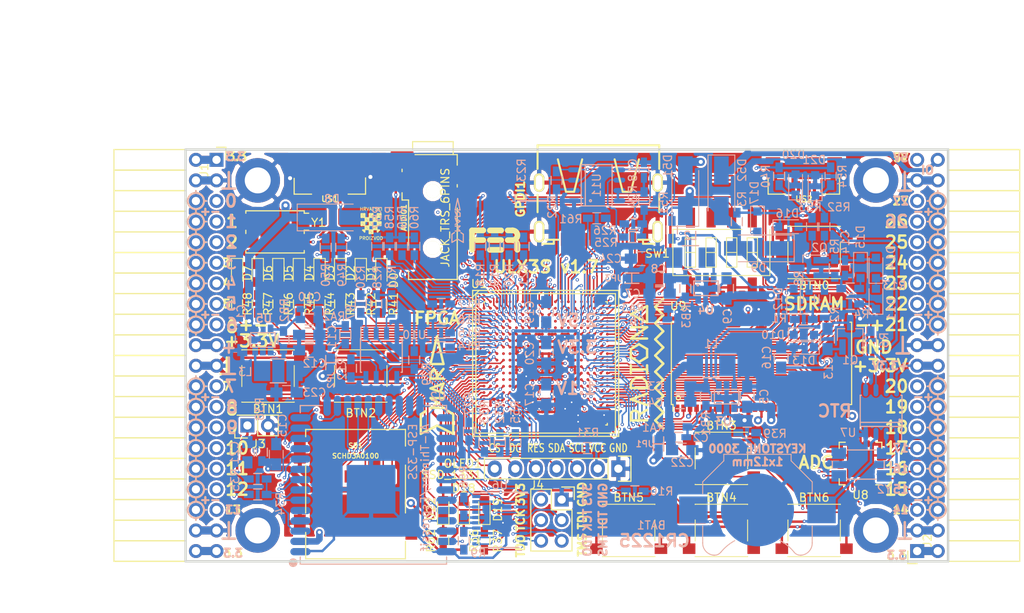
<source format=kicad_pcb>
(kicad_pcb (version 4) (host pcbnew 4.0.7+dfsg1-1)
  (layers (0 F.Cu signal) (1 In1.Cu signal) (2 In2.Cu signal) (31 B.Cu signal) (34 B.Paste user) (35 F.Paste user) (36 B.SilkS user) (37 F.SilkS user) (38 B.Mask user) (39 F.Mask user) (44 Edge.Cuts user))
  (net 0 "")
  (net 1 GND)
  (net 2 +5V)
  (net 3 /gpio/IN5V)
  (net 4 /gpio/OUT5V)
  (net 5 +3V3)
  (net 6 BTN_D)
  (net 7 BTN_F1)
  (net 8 BTN_F2)
  (net 9 BTN_L)
  (net 10 BTN_R)
  (net 11 BTN_U)
  (net 12 /power/FB1)
  (net 13 +2V5)
  (net 14 /power/PWREN)
  (net 15 /power/FB3)
  (net 16 /power/FB2)
  (net 17 "Net-(D9-Pad1)")
  (net 18 /power/VBAT)
  (net 19 JTAG_TDI)
  (net 20 JTAG_TCK)
  (net 21 JTAG_TMS)
  (net 22 JTAG_TDO)
  (net 23 /power/WAKEUPn)
  (net 24 /power/WKUP)
  (net 25 /power/SHUT)
  (net 26 /power/WAKE)
  (net 27 /power/HOLD)
  (net 28 /power/WKn)
  (net 29 /power/OSCI_32k)
  (net 30 /power/OSCO_32k)
  (net 31 "Net-(Q2-Pad3)")
  (net 32 SHUTDOWN)
  (net 33 /analog/AUDIO_L)
  (net 34 /analog/AUDIO_R)
  (net 35 GPDI_5V_SCL)
  (net 36 GPDI_5V_SDA)
  (net 37 GPDI_SDA)
  (net 38 GPDI_SCL)
  (net 39 /gpdi/VREF2)
  (net 40 SD_CMD)
  (net 41 SD_CLK)
  (net 42 SD_D0)
  (net 43 SD_D1)
  (net 44 USB5V)
  (net 45 GPDI_CEC)
  (net 46 nRESET)
  (net 47 FTDI_nDTR)
  (net 48 SDRAM_CKE)
  (net 49 SDRAM_A7)
  (net 50 SDRAM_D15)
  (net 51 SDRAM_BA1)
  (net 52 SDRAM_D7)
  (net 53 SDRAM_A6)
  (net 54 SDRAM_CLK)
  (net 55 SDRAM_D13)
  (net 56 SDRAM_BA0)
  (net 57 SDRAM_D6)
  (net 58 SDRAM_A5)
  (net 59 SDRAM_D14)
  (net 60 SDRAM_A11)
  (net 61 SDRAM_D12)
  (net 62 SDRAM_D5)
  (net 63 SDRAM_A4)
  (net 64 SDRAM_A10)
  (net 65 SDRAM_D11)
  (net 66 SDRAM_A3)
  (net 67 SDRAM_D4)
  (net 68 SDRAM_D10)
  (net 69 SDRAM_D9)
  (net 70 SDRAM_A9)
  (net 71 SDRAM_D3)
  (net 72 SDRAM_D8)
  (net 73 SDRAM_A8)
  (net 74 SDRAM_A2)
  (net 75 SDRAM_A1)
  (net 76 SDRAM_A0)
  (net 77 SDRAM_D2)
  (net 78 SDRAM_D1)
  (net 79 SDRAM_D0)
  (net 80 SDRAM_DQM0)
  (net 81 SDRAM_nCS)
  (net 82 SDRAM_nRAS)
  (net 83 SDRAM_DQM1)
  (net 84 SDRAM_nCAS)
  (net 85 SDRAM_nWE)
  (net 86 /flash/FLASH_nWP)
  (net 87 /flash/FLASH_nHOLD)
  (net 88 /flash/FLASH_MOSI)
  (net 89 /flash/FLASH_MISO)
  (net 90 /flash/FLASH_SCK)
  (net 91 /flash/FLASH_nCS)
  (net 92 /flash/FPGA_PROGRAMN)
  (net 93 /flash/FPGA_DONE)
  (net 94 /flash/FPGA_INITN)
  (net 95 OLED_RES)
  (net 96 OLED_DC)
  (net 97 OLED_CS)
  (net 98 WIFI_EN)
  (net 99 FTDI_nRTS)
  (net 100 FTDI_TXD)
  (net 101 FTDI_RXD)
  (net 102 WIFI_RXD)
  (net 103 WIFI_GPIO0)
  (net 104 WIFI_TXD)
  (net 105 GPDI_ETH-)
  (net 106 GPDI_ETH+)
  (net 107 GPDI_D2+)
  (net 108 GPDI_D2-)
  (net 109 GPDI_D1+)
  (net 110 GPDI_D1-)
  (net 111 GPDI_D0+)
  (net 112 GPDI_D0-)
  (net 113 GPDI_CLK+)
  (net 114 GPDI_CLK-)
  (net 115 USB_FTDI_D+)
  (net 116 USB_FTDI_D-)
  (net 117 J1_17-)
  (net 118 J1_17+)
  (net 119 J1_23-)
  (net 120 J1_23+)
  (net 121 J1_25-)
  (net 122 J1_25+)
  (net 123 J1_27-)
  (net 124 J1_27+)
  (net 125 J1_29-)
  (net 126 J1_29+)
  (net 127 J1_31-)
  (net 128 J1_31+)
  (net 129 J1_33-)
  (net 130 J1_33+)
  (net 131 J1_35-)
  (net 132 J1_35+)
  (net 133 J2_5-)
  (net 134 J2_5+)
  (net 135 J2_7-)
  (net 136 J2_7+)
  (net 137 J2_9-)
  (net 138 J2_9+)
  (net 139 J2_13-)
  (net 140 J2_13+)
  (net 141 J2_17-)
  (net 142 J2_17+)
  (net 143 J2_11-)
  (net 144 J2_11+)
  (net 145 J2_23-)
  (net 146 J2_23+)
  (net 147 J1_5-)
  (net 148 J1_5+)
  (net 149 J1_7-)
  (net 150 J1_7+)
  (net 151 J1_9-)
  (net 152 J1_9+)
  (net 153 J1_11-)
  (net 154 J1_11+)
  (net 155 J1_13-)
  (net 156 J1_13+)
  (net 157 J1_15-)
  (net 158 J1_15+)
  (net 159 J2_15-)
  (net 160 J2_15+)
  (net 161 J2_25-)
  (net 162 J2_25+)
  (net 163 J2_27-)
  (net 164 J2_27+)
  (net 165 J2_29-)
  (net 166 J2_29+)
  (net 167 J2_31-)
  (net 168 J2_31+)
  (net 169 J2_33-)
  (net 170 J2_33+)
  (net 171 J2_35-)
  (net 172 J2_35+)
  (net 173 SD_D3)
  (net 174 AUDIO_L3)
  (net 175 AUDIO_L2)
  (net 176 AUDIO_L1)
  (net 177 AUDIO_L0)
  (net 178 AUDIO_R3)
  (net 179 AUDIO_R2)
  (net 180 AUDIO_R1)
  (net 181 AUDIO_R0)
  (net 182 OLED_CLK)
  (net 183 OLED_MOSI)
  (net 184 LED0)
  (net 185 LED1)
  (net 186 LED2)
  (net 187 LED3)
  (net 188 LED4)
  (net 189 LED5)
  (net 190 LED6)
  (net 191 LED7)
  (net 192 BTN_PWRn)
  (net 193 FTDI_nTXLED)
  (net 194 FTDI_nSLEEP)
  (net 195 /blinkey/LED_PWREN)
  (net 196 /blinkey/LED_TXLED)
  (net 197 FT3V3)
  (net 198 /sdcard/SD3V3)
  (net 199 SD_D2)
  (net 200 CLK_25MHz)
  (net 201 /blinkey/BTNPUL)
  (net 202 /blinkey/BTNPUR)
  (net 203 USB_FPGA_D+)
  (net 204 /power/FTDI_nSUSPEND)
  (net 205 /blinkey/ALED0)
  (net 206 /blinkey/ALED1)
  (net 207 /blinkey/ALED2)
  (net 208 /blinkey/ALED3)
  (net 209 /blinkey/ALED4)
  (net 210 /blinkey/ALED5)
  (net 211 /blinkey/ALED6)
  (net 212 /blinkey/ALED7)
  (net 213 /usb/FTD-)
  (net 214 /usb/FTD+)
  (net 215 ADC_MISO)
  (net 216 ADC_MOSI)
  (net 217 ADC_CSn)
  (net 218 ADC_SCLK)
  (net 219 "Net-(R51-Pad2)")
  (net 220 SW3)
  (net 221 SW2)
  (net 222 SW1)
  (net 223 SW0)
  (net 224 USB_FPGA_D-)
  (net 225 /usb/FPD+)
  (net 226 /usb/FPD-)
  (net 227 WIFI_GPIO16)
  (net 228 WIFI_GPIO15)
  (net 229 /usb/ANT_433MHz)
  (net 230 /power/PWRBTn)
  (net 231 PROG_DONE)
  (net 232 /power/P3V3)
  (net 233 /power/P2V5)
  (net 234 /power/L1)
  (net 235 /power/L3)
  (net 236 /power/L2)
  (net 237 FTDI_TXDEN)
  (net 238 /wifi/WIFIOFF)
  (net 239 SDRAM_A12)
  (net 240 /analog/AUDIO_V)
  (net 241 AUDIO_V3)
  (net 242 AUDIO_V2)
  (net 243 AUDIO_V1)
  (net 244 AUDIO_V0)
  (net 245 /gpdi/FPGA_CEC)
  (net 246 /blinkey/LED_WIFI)
  (net 247 WIFI_GPIO2)
  (net 248 /power/P1V1)
  (net 249 +1V1)
  (module Socket_Strips:Socket_Strip_Angled_2x20 (layer F.Cu) (at 97.91 62.69 270)
    (fp_text reference J1 (at 1.27 1.524 270) (layer F.SilkS))
    (fp_text value CONN_02X20 hide)
    (pad 1 thru_hole rect (at 0 0 270) (size 1.7272 1.7272) (drill 1.016) (layers *.Cu *.Mask) (net 5 +3V3))
    (pad 2 thru_hole oval (at 0 2.54 270) (size 1.7272 1.7272) (drill 1.016) (layers *.Cu *.Mask) (net 5 +3V3))
    (pad 3 thru_hole oval (at 2.54 0 270) (size 1.7272 1.7272) (drill 1.016) (layers *.Cu *.Mask) (net 1 GND))
    (pad 4 thru_hole oval (at 2.54 2.54 270) (size 1.7272 1.7272) (drill 1.016) (layers *.Cu *.Mask) (net 1 GND))
    (pad 5 thru_hole oval (at 5.08 0 270) (size 1.7272 1.7272) (drill 1.016) (layers *.Cu *.Mask) (net 147 J1_5-))
    (pad 6 thru_hole oval (at 5.08 2.54 270) (size 1.7272 1.7272) (drill 1.016) (layers *.Cu *.Mask) (net 148 J1_5+))
    (pad 7 thru_hole oval (at 7.62 0 270) (size 1.7272 1.7272) (drill 1.016) (layers *.Cu *.Mask) (net 149 J1_7-))
    (pad 8 thru_hole oval (at 7.62 2.54 270) (size 1.7272 1.7272) (drill 1.016) (layers *.Cu *.Mask) (net 150 J1_7+))
    (pad 9 thru_hole oval (at 10.16 0 270) (size 1.7272 1.7272) (drill 1.016) (layers *.Cu *.Mask) (net 151 J1_9-))
    (pad 10 thru_hole oval (at 10.16 2.54 270) (size 1.7272 1.7272) (drill 1.016) (layers *.Cu *.Mask) (net 152 J1_9+))
    (pad 11 thru_hole oval (at 12.7 0 270) (size 1.7272 1.7272) (drill 1.016) (layers *.Cu *.Mask) (net 153 J1_11-))
    (pad 12 thru_hole oval (at 12.7 2.54 270) (size 1.7272 1.7272) (drill 1.016) (layers *.Cu *.Mask) (net 154 J1_11+))
    (pad 13 thru_hole oval (at 15.24 0 270) (size 1.7272 1.7272) (drill 1.016) (layers *.Cu *.Mask) (net 155 J1_13-))
    (pad 14 thru_hole oval (at 15.24 2.54 270) (size 1.7272 1.7272) (drill 1.016) (layers *.Cu *.Mask) (net 156 J1_13+))
    (pad 15 thru_hole oval (at 17.78 0 270) (size 1.7272 1.7272) (drill 1.016) (layers *.Cu *.Mask) (net 157 J1_15-))
    (pad 16 thru_hole oval (at 17.78 2.54 270) (size 1.7272 1.7272) (drill 1.016) (layers *.Cu *.Mask) (net 158 J1_15+))
    (pad 17 thru_hole oval (at 20.32 0 270) (size 1.7272 1.7272) (drill 1.016) (layers *.Cu *.Mask) (net 117 J1_17-))
    (pad 18 thru_hole oval (at 20.32 2.54 270) (size 1.7272 1.7272) (drill 1.016) (layers *.Cu *.Mask) (net 118 J1_17+))
    (pad 19 thru_hole oval (at 22.86 0 270) (size 1.7272 1.7272) (drill 1.016) (layers *.Cu *.Mask) (net 5 +3V3))
    (pad 20 thru_hole oval (at 22.86 2.54 270) (size 1.7272 1.7272) (drill 1.016) (layers *.Cu *.Mask) (net 5 +3V3))
    (pad 21 thru_hole oval (at 25.4 0 270) (size 1.7272 1.7272) (drill 1.016) (layers *.Cu *.Mask) (net 1 GND))
    (pad 22 thru_hole oval (at 25.4 2.54 270) (size 1.7272 1.7272) (drill 1.016) (layers *.Cu *.Mask) (net 1 GND))
    (pad 23 thru_hole oval (at 27.94 0 270) (size 1.7272 1.7272) (drill 1.016) (layers *.Cu *.Mask) (net 119 J1_23-))
    (pad 24 thru_hole oval (at 27.94 2.54 270) (size 1.7272 1.7272) (drill 1.016) (layers *.Cu *.Mask) (net 120 J1_23+))
    (pad 25 thru_hole oval (at 30.48 0 270) (size 1.7272 1.7272) (drill 1.016) (layers *.Cu *.Mask) (net 121 J1_25-))
    (pad 26 thru_hole oval (at 30.48 2.54 270) (size 1.7272 1.7272) (drill 1.016) (layers *.Cu *.Mask) (net 122 J1_25+))
    (pad 27 thru_hole oval (at 33.02 0 270) (size 1.7272 1.7272) (drill 1.016) (layers *.Cu *.Mask) (net 123 J1_27-))
    (pad 28 thru_hole oval (at 33.02 2.54 270) (size 1.7272 1.7272) (drill 1.016) (layers *.Cu *.Mask) (net 124 J1_27+))
    (pad 29 thru_hole oval (at 35.56 0 270) (size 1.7272 1.7272) (drill 1.016) (layers *.Cu *.Mask) (net 125 J1_29-))
    (pad 30 thru_hole oval (at 35.56 2.54 270) (size 1.7272 1.7272) (drill 1.016) (layers *.Cu *.Mask) (net 126 J1_29+))
    (pad 31 thru_hole oval (at 38.1 0 270) (size 1.7272 1.7272) (drill 1.016) (layers *.Cu *.Mask) (net 127 J1_31-))
    (pad 32 thru_hole oval (at 38.1 2.54 270) (size 1.7272 1.7272) (drill 1.016) (layers *.Cu *.Mask) (net 128 J1_31+))
    (pad 33 thru_hole oval (at 40.64 0 270) (size 1.7272 1.7272) (drill 1.016) (layers *.Cu *.Mask) (net 129 J1_33-))
    (pad 34 thru_hole oval (at 40.64 2.54 270) (size 1.7272 1.7272) (drill 1.016) (layers *.Cu *.Mask) (net 130 J1_33+))
    (pad 35 thru_hole oval (at 43.18 0 270) (size 1.7272 1.7272) (drill 1.016) (layers *.Cu *.Mask) (net 131 J1_35-))
    (pad 36 thru_hole oval (at 43.18 2.54 270) (size 1.7272 1.7272) (drill 1.016) (layers *.Cu *.Mask) (net 132 J1_35+))
    (pad 37 thru_hole oval (at 45.72 0 270) (size 1.7272 1.7272) (drill 1.016) (layers *.Cu *.Mask) (net 1 GND))
    (pad 38 thru_hole oval (at 45.72 2.54 270) (size 1.7272 1.7272) (drill 1.016) (layers *.Cu *.Mask) (net 1 GND))
    (pad 39 thru_hole oval (at 48.26 0 270) (size 1.7272 1.7272) (drill 1.016) (layers *.Cu *.Mask) (net 5 +3V3))
    (pad 40 thru_hole oval (at 48.26 2.54 270) (size 1.7272 1.7272) (drill 1.016) (layers *.Cu *.Mask) (net 5 +3V3))
  )
  (module SMD_Packages:1Pin (layer F.Cu) (at 182.67515 111.637626)
    (fp_text reference AE1 hide)
    (fp_text value 433MHz hide)
    (pad 1 smd rect (at 0 0) (size 0.5 0.5) (layers B.Cu F.Paste F.Mask) (net 229 /usb/ANT_433MHz))
  )
  (module Resistors_SMD:R_0603_HandSoldering (layer B.Cu) (at 103.498 98.758 90)
    (fp_text reference R38 (at 5.334 -0.254 90) (layer B.SilkS) (effects (justify mirror)))
    (fp_text value 0.47)
    (pad 1 smd rect (at -1.1 0 90) (size 1.2 0.9) (layers B.Cu B.Paste B.Mask) (net 198 /sdcard/SD3V3))
    (pad 2 smd rect (at 1.1 0 90) (size 1.2 0.9) (layers B.Cu B.Paste B.Mask) (net 5 +3V3))
  )
  (module jumper:SOLDER-JUMPER_1-WAY (layer B.Cu) (at 152.393 97.742 270)
    (fp_text reference JP1 (at 0 1.778 360) (layer B.SilkS) (effects (font (size 0.762 0.762) (thickness 0.1524)) (justify mirror)))
    (fp_text value 1.2 hide)
    (pad 1 smd rect (at -0.6 0 270) (size 1 1) (layers B.Cu B.Paste B.Mask) (net 248 /power/P1V1))
    (pad 2 smd rect (at 0.6 0 270) (size 1 1) (layers B.Cu B.Paste B.Mask) (net 249 +1V1))
  )
  (module ESP32-footprints-Lib:ESP-32S (layer B.Cu) (at 117.313 101.513)
    (fp_text reference U2 (at 7.902 -9.613 180) (layer B.SilkS) (effects (justify mirror)))
    (fp_text value ESP-32S)
    (fp_text user AI-Thinker/Espressif (at 6.3 1.6 270) (layer B.SilkS) (effects (justify mirror)))
    (fp_text user ESP-32S (at 4.8 -2.8 270) (layer B.SilkS) (effects (justify mirror)))
    (pad 38 smd oval (at 8.947434 9.517338 180) (size 2.5 0.9) (layers B.Cu B.Paste B.Mask) (net 1 GND))
    (pad 37 smd oval (at 8.947434 8.247338 180) (size 2.5 0.9) (layers B.Cu B.Paste B.Mask) (net 19 JTAG_TDI))
    (pad 36 smd oval (at 8.947434 6.977338 180) (size 2.5 0.9) (layers B.Cu B.Paste B.Mask) (net 231 PROG_DONE))
    (pad 35 smd oval (at 8.947434 5.707338 180) (size 2.5 0.9) (layers B.Cu B.Paste B.Mask) (net 104 WIFI_TXD))
    (pad 34 smd oval (at 8.947434 4.437338 180) (size 2.5 0.9) (layers B.Cu B.Paste B.Mask) (net 102 WIFI_RXD))
    (pad 33 smd oval (at 8.947434 3.167338 180) (size 2.5 0.9) (layers B.Cu B.Paste B.Mask) (net 21 JTAG_TMS))
    (pad 32 smd oval (at 8.947434 1.897338 180) (size 2.5 0.9) (layers B.Cu B.Paste B.Mask))
    (pad 31 smd oval (at 8.947434 0.627338 180) (size 2.5 0.9) (layers B.Cu B.Paste B.Mask) (net 22 JTAG_TDO))
    (pad 30 smd oval (at 8.947434 -0.642662 180) (size 2.5 0.9) (layers B.Cu B.Paste B.Mask) (net 20 JTAG_TCK))
    (pad 29 smd oval (at 8.947434 -1.912662 180) (size 2.5 0.9) (layers B.Cu B.Paste B.Mask))
    (pad 28 smd oval (at 8.947434 -3.182662 180) (size 2.5 0.9) (layers B.Cu B.Paste B.Mask))
    (pad 27 smd oval (at 8.947434 -4.452662 180) (size 2.5 0.9) (layers B.Cu B.Paste B.Mask) (net 227 WIFI_GPIO16))
    (pad 26 smd oval (at 8.947434 -5.722662 180) (size 2.5 0.9) (layers B.Cu B.Paste B.Mask))
    (pad 25 smd oval (at 8.947434 -6.992662 180) (size 2.5 0.9) (layers B.Cu B.Paste B.Mask) (net 103 WIFI_GPIO0))
    (pad 24 smd oval (at 5.662434 -8.482662 180) (size 0.9 2.5) (layers B.Cu B.Paste B.Mask) (net 247 WIFI_GPIO2))
    (pad 23 smd oval (at 4.392434 -8.482662 180) (size 0.9 2.5) (layers B.Cu B.Paste B.Mask) (net 228 WIFI_GPIO15))
    (pad 22 smd oval (at 3.122434 -8.482662 180) (size 0.9 2.5) (layers B.Cu B.Paste B.Mask) (net 43 SD_D1))
    (pad 21 smd oval (at 1.852434 -8.482662 180) (size 0.9 2.5) (layers B.Cu B.Paste B.Mask) (net 42 SD_D0))
    (pad 20 smd oval (at 0.582434 -8.482662 180) (size 0.9 2.5) (layers B.Cu B.Paste B.Mask) (net 41 SD_CLK))
    (pad 19 smd oval (at -0.687566 -8.482662 180) (size 0.9 2.5) (layers B.Cu B.Paste B.Mask) (net 40 SD_CMD))
    (pad 18 smd oval (at -1.957566 -8.482662 180) (size 0.9 2.5) (layers B.Cu B.Paste B.Mask) (net 173 SD_D3))
    (pad 17 smd oval (at -3.227566 -8.482662 180) (size 0.9 2.5) (layers B.Cu B.Paste B.Mask) (net 199 SD_D2))
    (pad 16 smd oval (at -4.497566 -8.482662 180) (size 0.9 2.5) (layers B.Cu B.Paste B.Mask) (net 123 J1_27-))
    (pad 15 smd oval (at -5.767566 -8.482662 180) (size 0.9 2.5) (layers B.Cu B.Paste B.Mask) (net 1 GND))
    (pad 14 smd oval (at -9.052566 -6.992662 180) (size 2.5 0.9) (layers B.Cu B.Paste B.Mask) (net 124 J1_27+))
    (pad 13 smd oval (at -9.052566 -5.722662 180) (size 2.5 0.9) (layers B.Cu B.Paste B.Mask) (net 125 J1_29-))
    (pad 12 smd oval (at -9.052566 -4.452662 180) (size 2.5 0.9) (layers B.Cu B.Paste B.Mask) (net 126 J1_29+))
    (pad 11 smd oval (at -9.052566 -3.182662 180) (size 2.5 0.9) (layers B.Cu B.Paste B.Mask) (net 127 J1_31-))
    (pad 10 smd oval (at -9.052566 -1.912662 180) (size 2.5 0.9) (layers B.Cu B.Paste B.Mask) (net 128 J1_31+))
    (pad 9 smd oval (at -9.052566 -0.642662 180) (size 2.5 0.9) (layers B.Cu B.Paste B.Mask) (net 129 J1_33-))
    (pad 8 smd oval (at -9.052566 0.627338 180) (size 2.5 0.9) (layers B.Cu B.Paste B.Mask) (net 130 J1_33+))
    (pad 7 smd oval (at -9.052566 1.897338 180) (size 2.5 0.9) (layers B.Cu B.Paste B.Mask) (net 131 J1_35-))
    (pad 6 smd oval (at -9.052566 3.167338 180) (size 2.5 0.9) (layers B.Cu B.Paste B.Mask) (net 132 J1_35+))
    (pad 5 smd oval (at -9.052566 4.437338 180) (size 2.5 0.9) (layers B.Cu B.Paste B.Mask))
    (pad 4 smd oval (at -9.052566 5.707338 180) (size 2.5 0.9) (layers B.Cu B.Paste B.Mask))
    (pad 3 smd oval (at -9.052566 6.977338 180) (size 2.5 0.9) (layers B.Cu B.Paste B.Mask) (net 98 WIFI_EN))
    (pad 2 smd oval (at -9.052566 8.247338 180) (size 2.5 0.9) (layers B.Cu B.Paste B.Mask) (net 5 +3V3))
    (pad 1 smd oval (at -9.052566 9.517338 180) (size 2.5 0.9) (layers B.Cu B.Paste B.Mask) (net 1 GND))
    (pad 39 smd rect (at -0.352566 1.817338 180) (size 6 6) (layers B.Cu B.Paste B.Mask) (net 1 GND))
  )
  (module Diodes_SMD:D_SMA_Handsoldering (layer B.Cu) (at 155.695 66.5 90)
    (fp_text reference D51 (at 3.048 -2.159 90) (layer B.SilkS) (effects (justify mirror)))
    (fp_text value STPS2L30AF hide)
    (pad 1 smd rect (at -2.5 0 90) (size 3.5 1.8) (layers B.Cu B.Paste B.Mask) (net 2 +5V))
    (pad 2 smd rect (at 2.5 0 90) (size 3.5 1.8) (layers B.Cu B.Paste B.Mask) (net 3 /gpio/IN5V))
  )
  (module Resistors_SMD:R_0603_HandSoldering (layer B.Cu) (at 154.044 71.326 90)
    (fp_text reference R51 (at 3.302 -1.016 90) (layer B.SilkS) (effects (justify mirror)))
    (fp_text value 150)
    (pad 1 smd rect (at -1.1 0 90) (size 1.2 0.9) (layers B.Cu B.Paste B.Mask) (net 5 +3V3))
    (pad 2 smd rect (at 1.1 0 90) (size 1.2 0.9) (layers B.Cu B.Paste B.Mask) (net 219 "Net-(R51-Pad2)"))
  )
  (module Resistors_SMD:R_1210_HandSoldering (layer B.Cu) (at 158.87 88.09 180)
    (fp_text reference L1 (at 0 2.7 180) (layer B.SilkS) (effects (justify mirror)))
    (fp_text value 2.2uH)
    (pad 1 smd rect (at -2 0 180) (size 2 2.5) (layers B.Cu B.Paste B.Mask) (net 234 /power/L1))
    (pad 2 smd rect (at 2 0 180) (size 2 2.5) (layers B.Cu B.Paste B.Mask) (net 248 /power/P1V1))
  )
  (module TSOT-25:TSOT-25 (layer B.Cu) (at 160.775 91.9)
    (fp_text reference U3 (at -0.381 3.048) (layer B.SilkS) (effects (font (thickness 0.2)) (justify mirror)))
    (fp_text value AP3429A)
    (pad 1 smd rect (at -0.95 -1.3) (size 0.7 1.2) (layers B.Cu B.Paste B.Mask) (net 14 /power/PWREN))
    (pad 2 smd rect (at 0 -1.3) (size 0.7 1.2) (layers B.Cu B.Paste B.Mask) (net 1 GND))
    (pad 3 smd rect (at 0.95 -1.3) (size 0.7 1.2) (layers B.Cu B.Paste B.Mask) (net 234 /power/L1))
    (pad 4 smd rect (at 0.95 1.3) (size 0.7 1.2) (layers B.Cu B.Paste B.Mask) (net 2 +5V))
    (pad 5 smd rect (at -0.95 1.3) (size 0.7 1.2) (layers B.Cu B.Paste B.Mask) (net 12 /power/FB1))
  )
  (module Resistors_SMD:R_1210_HandSoldering (layer B.Cu) (at 156.33 74.755 180)
    (fp_text reference L2 (at 0 2.7 180) (layer B.SilkS) (effects (justify mirror)))
    (fp_text value 2.2uH)
    (pad 1 smd rect (at -2 0 180) (size 2 2.5) (layers B.Cu B.Paste B.Mask) (net 235 /power/L3))
    (pad 2 smd rect (at 2 0 180) (size 2 2.5) (layers B.Cu B.Paste B.Mask) (net 232 /power/P3V3))
  )
  (module TSOT-25:TSOT-25 (layer B.Cu) (at 158.235 78.535)
    (fp_text reference U4 (at 0 2.697) (layer B.SilkS) (effects (font (thickness 0.2)) (justify mirror)))
    (fp_text value AP3429A)
    (pad 1 smd rect (at -0.95 -1.3) (size 0.7 1.2) (layers B.Cu B.Paste B.Mask) (net 14 /power/PWREN))
    (pad 2 smd rect (at 0 -1.3) (size 0.7 1.2) (layers B.Cu B.Paste B.Mask) (net 1 GND))
    (pad 3 smd rect (at 0.95 -1.3) (size 0.7 1.2) (layers B.Cu B.Paste B.Mask) (net 235 /power/L3))
    (pad 4 smd rect (at 0.95 1.3) (size 0.7 1.2) (layers B.Cu B.Paste B.Mask) (net 2 +5V))
    (pad 5 smd rect (at -0.95 1.3) (size 0.7 1.2) (layers B.Cu B.Paste B.Mask) (net 15 /power/FB3))
  )
  (module Resistors_SMD:R_1210_HandSoldering (layer B.Cu) (at 105.53 88.725)
    (fp_text reference L3 (at -4.064 0.127) (layer B.SilkS) (effects (justify mirror)))
    (fp_text value 2.2uH)
    (pad 1 smd rect (at -2 0) (size 2 2.5) (layers B.Cu B.Paste B.Mask) (net 236 /power/L2))
    (pad 2 smd rect (at 2 0) (size 2 2.5) (layers B.Cu B.Paste B.Mask) (net 233 /power/P2V5))
  )
  (module TSOT-25:TSOT-25 (layer B.Cu) (at 103.625 84.915 180)
    (fp_text reference U5 (at -0.127 2.667 180) (layer B.SilkS) (effects (font (thickness 0.2)) (justify mirror)))
    (fp_text value AP3429A)
    (pad 1 smd rect (at -0.95 -1.3 180) (size 0.7 1.2) (layers B.Cu B.Paste B.Mask) (net 14 /power/PWREN))
    (pad 2 smd rect (at 0 -1.3 180) (size 0.7 1.2) (layers B.Cu B.Paste B.Mask) (net 1 GND))
    (pad 3 smd rect (at 0.95 -1.3 180) (size 0.7 1.2) (layers B.Cu B.Paste B.Mask) (net 236 /power/L2))
    (pad 4 smd rect (at 0.95 1.3 180) (size 0.7 1.2) (layers B.Cu B.Paste B.Mask) (net 2 +5V))
    (pad 5 smd rect (at -0.95 1.3 180) (size 0.7 1.2) (layers B.Cu B.Paste B.Mask) (net 16 /power/FB2))
  )
  (module Capacitors_SMD:C_0805_HandSoldering (layer B.Cu) (at 101.085 84.915 270)
    (fp_text reference C1 (at -3.429 0.127 270) (layer B.SilkS) (effects (justify mirror)))
    (fp_text value 22uF)
    (pad 1 smd rect (at -1.25 0 270) (size 1.5 1.25) (layers B.Cu B.Paste B.Mask) (net 2 +5V))
    (pad 2 smd rect (at 1.25 0 270) (size 1.5 1.25) (layers B.Cu B.Paste B.Mask) (net 1 GND))
  )
  (module Capacitors_SMD:C_0805_HandSoldering (layer B.Cu) (at 155.06 90.63)
    (fp_text reference C3 (at -3.048 0) (layer B.SilkS) (effects (justify mirror)))
    (fp_text value 22uF)
    (pad 1 smd rect (at -1.25 0) (size 1.5 1.25) (layers B.Cu B.Paste B.Mask) (net 248 /power/P1V1))
    (pad 2 smd rect (at 1.25 0) (size 1.5 1.25) (layers B.Cu B.Paste B.Mask) (net 1 GND))
  )
  (module Capacitors_SMD:C_0805_HandSoldering (layer B.Cu) (at 155.06 92.535)
    (fp_text reference C4 (at -3.048 0.127) (layer B.SilkS) (effects (justify mirror)))
    (fp_text value 22uF)
    (pad 1 smd rect (at -1.25 0) (size 1.5 1.25) (layers B.Cu B.Paste B.Mask) (net 248 /power/P1V1))
    (pad 2 smd rect (at 1.25 0) (size 1.5 1.25) (layers B.Cu B.Paste B.Mask) (net 1 GND))
  )
  (module Capacitors_SMD:C_0805_HandSoldering (layer B.Cu) (at 163.315 91.9 90)
    (fp_text reference C5 (at 0 2.1 90) (layer B.SilkS) (effects (justify mirror)))
    (fp_text value 22uF)
    (pad 1 smd rect (at -1.25 0 90) (size 1.5 1.25) (layers B.Cu B.Paste B.Mask) (net 2 +5V))
    (pad 2 smd rect (at 1.25 0 90) (size 1.5 1.25) (layers B.Cu B.Paste B.Mask) (net 1 GND))
  )
  (module Capacitors_SMD:C_0805_HandSoldering (layer B.Cu) (at 152.52 79.2)
    (fp_text reference C7 (at -3.302 0) (layer B.SilkS) (effects (justify mirror)))
    (fp_text value 22uF)
    (pad 1 smd rect (at -1.25 0) (size 1.5 1.25) (layers B.Cu B.Paste B.Mask) (net 232 /power/P3V3))
    (pad 2 smd rect (at 1.25 0) (size 1.5 1.25) (layers B.Cu B.Paste B.Mask) (net 1 GND))
  )
  (module Capacitors_SMD:C_0805_HandSoldering (layer B.Cu) (at 152.52 77.295)
    (fp_text reference C8 (at -0.127 -1.143) (layer B.SilkS) (effects (justify mirror)))
    (fp_text value 22uF)
    (pad 1 smd rect (at -1.25 0) (size 1.5 1.25) (layers B.Cu B.Paste B.Mask) (net 232 /power/P3V3))
    (pad 2 smd rect (at 1.25 0) (size 1.5 1.25) (layers B.Cu B.Paste B.Mask) (net 1 GND))
  )
  (module Capacitors_SMD:C_0805_HandSoldering (layer B.Cu) (at 160.775 78.565 90)
    (fp_text reference C9 (at -3.429 0.127 90) (layer B.SilkS) (effects (justify mirror)))
    (fp_text value 22uF)
    (pad 1 smd rect (at -1.25 0 90) (size 1.5 1.25) (layers B.Cu B.Paste B.Mask) (net 2 +5V))
    (pad 2 smd rect (at 1.25 0 90) (size 1.5 1.25) (layers B.Cu B.Paste B.Mask) (net 1 GND))
  )
  (module Capacitors_SMD:C_0805_HandSoldering (layer B.Cu) (at 109.34 84.28 180)
    (fp_text reference C11 (at -2.794 -0.254 270) (layer B.SilkS) (effects (justify mirror)))
    (fp_text value 22uF)
    (pad 1 smd rect (at -1.25 0 180) (size 1.5 1.25) (layers B.Cu B.Paste B.Mask) (net 233 /power/P2V5))
    (pad 2 smd rect (at 1.25 0 180) (size 1.5 1.25) (layers B.Cu B.Paste B.Mask) (net 1 GND))
  )
  (module Capacitors_SMD:C_0805_HandSoldering (layer B.Cu) (at 109.34 86.185 180)
    (fp_text reference C12 (at -0.635 -1.615 360) (layer B.SilkS) (effects (justify mirror)))
    (fp_text value 22uF)
    (pad 1 smd rect (at -1.25 0 180) (size 1.5 1.25) (layers B.Cu B.Paste B.Mask) (net 233 /power/P2V5))
    (pad 2 smd rect (at 1.25 0 180) (size 1.5 1.25) (layers B.Cu B.Paste B.Mask) (net 1 GND))
  )
  (module Capacitors_SMD:C_0805_HandSoldering (layer B.Cu) (at 173.221 84.788 90)
    (fp_text reference C13 (at -3.556 0.127 90) (layer B.SilkS) (effects (justify mirror)))
    (fp_text value 2.2uF)
    (pad 1 smd rect (at -1.25 0 90) (size 1.5 1.25) (layers B.Cu B.Paste B.Mask) (net 2 +5V))
    (pad 2 smd rect (at 1.25 0 90) (size 1.5 1.25) (layers B.Cu B.Paste B.Mask) (net 24 /power/WKUP))
  )
  (module TSOP54:TSOP54 (layer F.Cu) (at 165.08 87.8 90)
    (fp_text reference U9 (at 7.076 -10.274 180) (layer F.SilkS))
    (fp_text value MT48LC4M16A2TG)
    (pad 28 smd rect (at 5.53 10.4 90) (size 0.9 0.56) (layers F.Cu F.Paste F.Mask) (net 1 GND))
    (pad 1 smd rect (at -5.53 -10.4 90) (size 0.9 0.56) (layers F.Cu F.Paste F.Mask) (net 5 +3V3))
    (pad 2 smd rect (at -5.53 -9.6 90) (size 0.9 0.56) (layers F.Cu F.Paste F.Mask) (net 79 SDRAM_D0))
    (pad 3 smd rect (at -5.53 -8.8 90) (size 0.9 0.56) (layers F.Cu F.Paste F.Mask) (net 5 +3V3))
    (pad 4 smd rect (at -5.53 -8 90) (size 0.9 0.56) (layers F.Cu F.Paste F.Mask) (net 78 SDRAM_D1))
    (pad 5 smd rect (at -5.53 -7.2 90) (size 0.9 0.56) (layers F.Cu F.Paste F.Mask) (net 77 SDRAM_D2))
    (pad 6 smd rect (at -5.53 -6.4 90) (size 0.9 0.56) (layers F.Cu F.Paste F.Mask) (net 1 GND))
    (pad 7 smd rect (at -5.53 -5.6 90) (size 0.9 0.56) (layers F.Cu F.Paste F.Mask) (net 71 SDRAM_D3))
    (pad 8 smd rect (at -5.53 -4.8 90) (size 0.9 0.56) (layers F.Cu F.Paste F.Mask) (net 67 SDRAM_D4))
    (pad 9 smd rect (at -5.53 -4 90) (size 0.9 0.56) (layers F.Cu F.Paste F.Mask) (net 5 +3V3))
    (pad 10 smd rect (at -5.53 -3.2 90) (size 0.9 0.56) (layers F.Cu F.Paste F.Mask) (net 62 SDRAM_D5))
    (pad 11 smd rect (at -5.53 -2.4 90) (size 0.9 0.56) (layers F.Cu F.Paste F.Mask) (net 57 SDRAM_D6))
    (pad 12 smd rect (at -5.53 -1.6 90) (size 0.9 0.56) (layers F.Cu F.Paste F.Mask) (net 1 GND))
    (pad 13 smd rect (at -5.53 -0.8 90) (size 0.9 0.56) (layers F.Cu F.Paste F.Mask) (net 52 SDRAM_D7))
    (pad 14 smd rect (at -5.53 0 90) (size 0.9 0.56) (layers F.Cu F.Paste F.Mask) (net 5 +3V3))
    (pad 15 smd rect (at -5.53 0.8 90) (size 0.9 0.56) (layers F.Cu F.Paste F.Mask) (net 80 SDRAM_DQM0))
    (pad 16 smd rect (at -5.53 1.6 90) (size 0.9 0.56) (layers F.Cu F.Paste F.Mask) (net 85 SDRAM_nWE))
    (pad 17 smd rect (at -5.53 2.4 90) (size 0.9 0.56) (layers F.Cu F.Paste F.Mask) (net 84 SDRAM_nCAS))
    (pad 18 smd rect (at -5.53 3.2 90) (size 0.9 0.56) (layers F.Cu F.Paste F.Mask) (net 82 SDRAM_nRAS))
    (pad 19 smd rect (at -5.53 4 90) (size 0.9 0.56) (layers F.Cu F.Paste F.Mask) (net 81 SDRAM_nCS))
    (pad 20 smd rect (at -5.53 4.8 90) (size 0.9 0.56) (layers F.Cu F.Paste F.Mask) (net 56 SDRAM_BA0))
    (pad 21 smd rect (at -5.53 5.6 90) (size 0.9 0.56) (layers F.Cu F.Paste F.Mask) (net 51 SDRAM_BA1))
    (pad 22 smd rect (at -5.53 6.4 90) (size 0.9 0.56) (layers F.Cu F.Paste F.Mask) (net 64 SDRAM_A10))
    (pad 23 smd rect (at -5.53 7.2 90) (size 0.9 0.56) (layers F.Cu F.Paste F.Mask) (net 76 SDRAM_A0))
    (pad 24 smd rect (at -5.53 8 90) (size 0.9 0.56) (layers F.Cu F.Paste F.Mask) (net 75 SDRAM_A1))
    (pad 25 smd rect (at -5.53 8.8 90) (size 0.9 0.56) (layers F.Cu F.Paste F.Mask) (net 74 SDRAM_A2))
    (pad 26 smd rect (at -5.53 9.6 90) (size 0.9 0.56) (layers F.Cu F.Paste F.Mask) (net 66 SDRAM_A3))
    (pad 27 smd rect (at -5.53 10.4 90) (size 0.9 0.56) (layers F.Cu F.Paste F.Mask) (net 5 +3V3))
    (pad 29 smd rect (at 5.53 9.6 90) (size 0.9 0.56) (layers F.Cu F.Paste F.Mask) (net 63 SDRAM_A4))
    (pad 30 smd rect (at 5.53 8.8 90) (size 0.9 0.56) (layers F.Cu F.Paste F.Mask) (net 58 SDRAM_A5))
    (pad 31 smd rect (at 5.53 8 90) (size 0.9 0.56) (layers F.Cu F.Paste F.Mask) (net 53 SDRAM_A6))
    (pad 32 smd rect (at 5.53 7.2 90) (size 0.9 0.56) (layers F.Cu F.Paste F.Mask) (net 49 SDRAM_A7))
    (pad 33 smd rect (at 5.53 6.4 90) (size 0.9 0.56) (layers F.Cu F.Paste F.Mask) (net 73 SDRAM_A8))
    (pad 34 smd rect (at 5.53 5.6 90) (size 0.9 0.56) (layers F.Cu F.Paste F.Mask) (net 70 SDRAM_A9))
    (pad 35 smd rect (at 5.53 4.8 90) (size 0.9 0.56) (layers F.Cu F.Paste F.Mask) (net 60 SDRAM_A11))
    (pad 36 smd rect (at 5.53 4 90) (size 0.9 0.56) (layers F.Cu F.Paste F.Mask) (net 239 SDRAM_A12))
    (pad 37 smd rect (at 5.53 3.2 90) (size 0.9 0.56) (layers F.Cu F.Paste F.Mask) (net 48 SDRAM_CKE))
    (pad 38 smd rect (at 5.53 2.4 90) (size 0.9 0.56) (layers F.Cu F.Paste F.Mask) (net 54 SDRAM_CLK))
    (pad 39 smd rect (at 5.53 1.6 90) (size 0.9 0.56) (layers F.Cu F.Paste F.Mask) (net 83 SDRAM_DQM1))
    (pad 40 smd rect (at 5.53 0.8 90) (size 0.9 0.56) (layers F.Cu F.Paste F.Mask))
    (pad 41 smd rect (at 5.53 0 90) (size 0.9 0.56) (layers F.Cu F.Paste F.Mask) (net 1 GND))
    (pad 42 smd rect (at 5.53 -0.8 90) (size 0.9 0.56) (layers F.Cu F.Paste F.Mask) (net 72 SDRAM_D8))
    (pad 43 smd rect (at 5.53 -1.6 90) (size 0.9 0.56) (layers F.Cu F.Paste F.Mask) (net 5 +3V3))
    (pad 44 smd rect (at 5.53 -2.4 90) (size 0.9 0.56) (layers F.Cu F.Paste F.Mask) (net 69 SDRAM_D9))
    (pad 45 smd rect (at 5.53 -3.2 90) (size 0.9 0.56) (layers F.Cu F.Paste F.Mask) (net 68 SDRAM_D10))
    (pad 46 smd rect (at 5.53 -4 90) (size 0.9 0.56) (layers F.Cu F.Paste F.Mask) (net 1 GND))
    (pad 47 smd rect (at 5.53 -4.8 90) (size 0.9 0.56) (layers F.Cu F.Paste F.Mask) (net 65 SDRAM_D11))
    (pad 48 smd rect (at 5.53 -5.6 90) (size 0.9 0.56) (layers F.Cu F.Paste F.Mask) (net 61 SDRAM_D12))
    (pad 49 smd rect (at 5.53 -6.4 90) (size 0.9 0.56) (layers F.Cu F.Paste F.Mask) (net 5 +3V3))
    (pad 50 smd rect (at 5.53 -7.2 90) (size 0.9 0.56) (layers F.Cu F.Paste F.Mask) (net 55 SDRAM_D13))
    (pad 51 smd rect (at 5.53 -8 90) (size 0.9 0.56) (layers F.Cu F.Paste F.Mask) (net 59 SDRAM_D14))
    (pad 52 smd rect (at 5.53 -8.8 90) (size 0.9 0.56) (layers F.Cu F.Paste F.Mask) (net 1 GND))
    (pad 53 smd rect (at 5.53 -9.6 90) (size 0.9 0.56) (layers F.Cu F.Paste F.Mask) (net 50 SDRAM_D15))
    (pad 54 smd rect (at 5.53 -10.4 90) (size 0.9 0.56) (layers F.Cu F.Paste F.Mask) (net 1 GND))
  )
  (module TO_SOT_Packages_SMD:SOT-23_Handsoldering (layer B.Cu) (at 176.015 84.28 90)
    (fp_text reference Q1 (at -3.1115 0 180) (layer B.SilkS) (effects (justify mirror)))
    (fp_text value BC857)
    (pad 1 smd rect (at -1.5 0.95 90) (size 1.9 0.8) (layers B.Cu B.Paste B.Mask) (net 28 /power/WKn))
    (pad 2 smd rect (at -1.5 -0.95 90) (size 1.9 0.8) (layers B.Cu B.Paste B.Mask) (net 2 +5V))
    (pad 3 smd rect (at 1.5 0 90) (size 1.9 0.8) (layers B.Cu B.Paste B.Mask) (net 24 /power/WKUP))
  )
  (module TO_SOT_Packages_SMD:SOT-23_Handsoldering (layer B.Cu) (at 170.935 76.025 180)
    (fp_text reference Q2 (at -1.295 2.5 180) (layer B.SilkS) (effects (justify mirror)))
    (fp_text value 2N7002)
    (pad 1 smd rect (at -1.5 0.95 180) (size 1.9 0.8) (layers B.Cu B.Paste B.Mask) (net 25 /power/SHUT))
    (pad 2 smd rect (at -1.5 -0.95 180) (size 1.9 0.8) (layers B.Cu B.Paste B.Mask) (net 1 GND))
    (pad 3 smd rect (at 1.5 0 180) (size 1.9 0.8) (layers B.Cu B.Paste B.Mask) (net 31 "Net-(Q2-Pad3)"))
  )
  (module Capacitors_SMD:C_0603_HandSoldering (layer B.Cu) (at 154.86 96.91)
    (fp_text reference C2 (at 2.74 0.07) (layer B.SilkS) (effects (justify mirror)))
    (fp_text value 470pF)
    (pad 1 smd rect (at -0.95 0) (size 1.2 0.75) (layers B.Cu B.Paste B.Mask) (net 248 /power/P1V1))
    (pad 2 smd rect (at 0.95 0) (size 1.2 0.75) (layers B.Cu B.Paste B.Mask) (net 12 /power/FB1))
  )
  (module Capacitors_SMD:C_0603_HandSoldering (layer B.Cu) (at 152.52 82.375)
    (fp_text reference C6 (at -2.794 0.127) (layer B.SilkS) (effects (justify mirror)))
    (fp_text value 470pF)
    (pad 1 smd rect (at -0.95 0) (size 1.2 0.75) (layers B.Cu B.Paste B.Mask) (net 232 /power/P3V3))
    (pad 2 smd rect (at 0.95 0) (size 1.2 0.75) (layers B.Cu B.Paste B.Mask) (net 15 /power/FB3))
  )
  (module Capacitors_SMD:C_0603_HandSoldering (layer B.Cu) (at 109.34 81.105 180)
    (fp_text reference C10 (at -0.04 1.505 180) (layer B.SilkS) (effects (justify mirror)))
    (fp_text value 470pF)
    (pad 1 smd rect (at -0.95 0 180) (size 1.2 0.75) (layers B.Cu B.Paste B.Mask) (net 233 /power/P2V5))
    (pad 2 smd rect (at 0.95 0 180) (size 1.2 0.75) (layers B.Cu B.Paste B.Mask) (net 16 /power/FB2))
  )
  (module Capacitors_SMD:C_0603_HandSoldering (layer B.Cu) (at 175.38 76.025 270)
    (fp_text reference C14 (at -3.175 0 270) (layer B.SilkS) (effects (justify mirror)))
    (fp_text value 100nF)
    (pad 1 smd rect (at -0.95 0 270) (size 1.2 0.75) (layers B.Cu B.Paste B.Mask) (net 25 /power/SHUT))
    (pad 2 smd rect (at 0.95 0 270) (size 1.2 0.75) (layers B.Cu B.Paste B.Mask) (net 1 GND))
  )
  (module Resistors_SMD:R_0603_HandSoldering (layer B.Cu) (at 170.3 82.375)
    (fp_text reference R1 (at -3.048 -0.127) (layer B.SilkS) (effects (justify mirror)))
    (fp_text value 15k)
    (pad 1 smd rect (at -1.1 0) (size 1.2 0.9) (layers B.Cu B.Paste B.Mask) (net 26 /power/WAKE))
    (pad 2 smd rect (at 1.1 0) (size 1.2 0.9) (layers B.Cu B.Paste B.Mask) (net 14 /power/PWREN))
  )
  (module Resistors_SMD:R_0603_HandSoldering (layer B.Cu) (at 172.84 79.835 90)
    (fp_text reference R2 (at -1.905 1.27 90) (layer B.SilkS) (effects (justify mirror)))
    (fp_text value 47k)
    (pad 1 smd rect (at -1.1 0 90) (size 1.2 0.9) (layers B.Cu B.Paste B.Mask) (net 14 /power/PWREN))
    (pad 2 smd rect (at 1.1 0 90) (size 1.2 0.9) (layers B.Cu B.Paste B.Mask) (net 1 GND))
  )
  (module Resistors_SMD:R_0603_HandSoldering (layer B.Cu) (at 176.015 80.47 180)
    (fp_text reference R4 (at -1.397 -1.27 360) (layer B.SilkS) (effects (justify mirror)))
    (fp_text value 15k)
    (pad 1 smd rect (at -1.1 0 180) (size 1.2 0.9) (layers B.Cu B.Paste B.Mask) (net 27 /power/HOLD))
    (pad 2 smd rect (at 1.1 0 180) (size 1.2 0.9) (layers B.Cu B.Paste B.Mask) (net 14 /power/PWREN))
  )
  (module Resistors_SMD:R_0603_HandSoldering (layer B.Cu) (at 174.11 76.025 270)
    (fp_text reference R5 (at -2.667 0 270) (layer B.SilkS) (effects (justify mirror)))
    (fp_text value 4.7M)
    (pad 1 smd rect (at -1.1 0 270) (size 1.2 0.9) (layers B.Cu B.Paste B.Mask) (net 25 /power/SHUT))
    (pad 2 smd rect (at 1.1 0 270) (size 1.2 0.9) (layers B.Cu B.Paste B.Mask) (net 1 GND))
  )
  (module Resistors_SMD:R_0603_HandSoldering (layer B.Cu) (at 178.555 84.915 270)
    (fp_text reference R6 (at 0 -1.651 270) (layer B.SilkS) (effects (justify mirror)))
    (fp_text value 1k)
    (pad 1 smd rect (at -1.1 0 270) (size 1.2 0.9) (layers B.Cu B.Paste B.Mask) (net 28 /power/WKn))
    (pad 2 smd rect (at 1.1 0 270) (size 1.2 0.9) (layers B.Cu B.Paste B.Mask) (net 23 /power/WAKEUPn))
  )
  (module Resistors_SMD:R_0603_HandSoldering (layer B.Cu) (at 113.785 84.28 270)
    (fp_text reference R7 (at -2.794 -0.635 270) (layer B.SilkS) (effects (justify mirror)))
    (fp_text value 150)
    (pad 1 smd rect (at -1.1 0 270) (size 1.2 0.9) (layers B.Cu B.Paste B.Mask) (net 5 +3V3))
    (pad 2 smd rect (at 1.1 0 270) (size 1.2 0.9) (layers B.Cu B.Paste B.Mask) (net 201 /blinkey/BTNPUL))
  )
  (module Resistors_SMD:R_0603_HandSoldering (layer B.Cu) (at 170.935 79.835 90)
    (fp_text reference R8 (at 2.54 -1.27 90) (layer B.SilkS) (effects (justify mirror)))
    (fp_text value 1k)
    (pad 1 smd rect (at -1.1 0 90) (size 1.2 0.9) (layers B.Cu B.Paste B.Mask) (net 14 /power/PWREN))
    (pad 2 smd rect (at 1.1 0 90) (size 1.2 0.9) (layers B.Cu B.Paste B.Mask) (net 31 "Net-(Q2-Pad3)"))
  )
  (module Resistors_SMD:R_0603_HandSoldering (layer B.Cu) (at 128.39 109.68 270)
    (fp_text reference R9 (at 1.524 -1.778 360) (layer B.SilkS) (effects (justify mirror)))
    (fp_text value 15k)
    (pad 1 smd rect (at -1.1 0 270) (size 1.2 0.9) (layers B.Cu B.Paste B.Mask) (net 46 nRESET))
    (pad 2 smd rect (at 1.1 0 270) (size 1.2 0.9) (layers B.Cu B.Paste B.Mask) (net 197 FT3V3))
  )
  (module Resistors_SMD:R_0603_HandSoldering (layer B.Cu) (at 149.472 103.584 180)
    (fp_text reference R10 (at -3.302 0 180) (layer B.SilkS) (effects (justify mirror)))
    (fp_text value 150)
    (pad 1 smd rect (at -1.1 0 180) (size 1.2 0.9) (layers B.Cu B.Paste B.Mask) (net 204 /power/FTDI_nSUSPEND))
    (pad 2 smd rect (at 1.1 0 180) (size 1.2 0.9) (layers B.Cu B.Paste B.Mask) (net 194 FTDI_nSLEEP))
  )
  (module Resistors_SMD:R_0603_HandSoldering (layer B.Cu) (at 176.015 78.565 180)
    (fp_text reference R13 (at -5.461 0.381 180) (layer B.SilkS) (effects (justify mirror)))
    (fp_text value 15k)
    (pad 1 smd rect (at -1.1 0 180) (size 1.2 0.9) (layers B.Cu B.Paste B.Mask) (net 32 SHUTDOWN))
    (pad 2 smd rect (at 1.1 0 180) (size 1.2 0.9) (layers B.Cu B.Paste B.Mask) (net 1 GND))
  )
  (module Resistors_SMD:R_0603_HandSoldering (layer B.Cu) (at 154.86 95.64)
    (fp_text reference RA1 (at -3.102 0.07) (layer B.SilkS) (effects (justify mirror)))
    (fp_text value 15k)
    (pad 1 smd rect (at -1.1 0) (size 1.2 0.9) (layers B.Cu B.Paste B.Mask) (net 248 /power/P1V1))
    (pad 2 smd rect (at 1.1 0) (size 1.2 0.9) (layers B.Cu B.Paste B.Mask) (net 12 /power/FB1))
  )
  (module Resistors_SMD:R_0603_HandSoldering (layer B.Cu) (at 109.34 82.375 180)
    (fp_text reference RA2 (at -3.048 0.381 360) (layer B.SilkS) (effects (justify mirror)))
    (fp_text value 15k)
    (pad 1 smd rect (at -1.1 0 180) (size 1.2 0.9) (layers B.Cu B.Paste B.Mask) (net 233 /power/P2V5))
    (pad 2 smd rect (at 1.1 0 180) (size 1.2 0.9) (layers B.Cu B.Paste B.Mask) (net 16 /power/FB2))
  )
  (module Resistors_SMD:R_0603_HandSoldering (layer B.Cu) (at 152.52 81.105)
    (fp_text reference RA3 (at -3.302 -0.127) (layer B.SilkS) (effects (justify mirror)))
    (fp_text value 15k)
    (pad 1 smd rect (at -1.1 0) (size 1.2 0.9) (layers B.Cu B.Paste B.Mask) (net 232 /power/P3V3))
    (pad 2 smd rect (at 1.1 0) (size 1.2 0.9) (layers B.Cu B.Paste B.Mask) (net 15 /power/FB3))
  )
  (module Resistors_SMD:R_0603_HandSoldering (layer B.Cu) (at 158.235 91.9 270)
    (fp_text reference RB1 (at 3.302 0 270) (layer B.SilkS) (effects (justify mirror)))
    (fp_text value 18k)
    (pad 1 smd rect (at -1.1 0 270) (size 1.2 0.9) (layers B.Cu B.Paste B.Mask) (net 1 GND))
    (pad 2 smd rect (at 1.1 0 270) (size 1.2 0.9) (layers B.Cu B.Paste B.Mask) (net 12 /power/FB1))
  )
  (module Resistors_SMD:R_0603_HandSoldering (layer B.Cu) (at 106.165 84.915 90)
    (fp_text reference RB2 (at 3.683 0.127 90) (layer B.SilkS) (effects (justify mirror)))
    (fp_text value 4.7k)
    (pad 1 smd rect (at -1.1 0 90) (size 1.2 0.9) (layers B.Cu B.Paste B.Mask) (net 1 GND))
    (pad 2 smd rect (at 1.1 0 90) (size 1.2 0.9) (layers B.Cu B.Paste B.Mask) (net 16 /power/FB2))
  )
  (module Resistors_SMD:R_0603_HandSoldering (layer B.Cu) (at 155.695 78.565 270)
    (fp_text reference RB3 (at 3.429 -0.127 270) (layer B.SilkS) (effects (justify mirror)))
    (fp_text value 3.3k)
    (pad 1 smd rect (at -1.1 0 270) (size 1.2 0.9) (layers B.Cu B.Paste B.Mask) (net 1 GND))
    (pad 2 smd rect (at 1.1 0 270) (size 1.2 0.9) (layers B.Cu B.Paste B.Mask) (net 15 /power/FB3))
  )
  (module Resistors_SMD:R_0603_HandSoldering (layer B.Cu) (at 125.596 85.804 180)
    (fp_text reference R14 (at -3.47 0.127 180) (layer B.SilkS) (effects (justify mirror)))
    (fp_text value 1.2k)
    (pad 1 smd rect (at -1.1 0 180) (size 1.2 0.9) (layers B.Cu B.Paste B.Mask) (net 174 AUDIO_L3))
    (pad 2 smd rect (at 1.1 0 180) (size 1.2 0.9) (layers B.Cu B.Paste B.Mask) (net 33 /analog/AUDIO_L))
  )
  (module Resistors_SMD:R_0603_HandSoldering (layer B.Cu) (at 125.596 84.026 180)
    (fp_text reference R15 (at -3.47 -0.001 180) (layer B.SilkS) (effects (justify mirror)))
    (fp_text value 680)
    (pad 1 smd rect (at -1.1 0 180) (size 1.2 0.9) (layers B.Cu B.Paste B.Mask) (net 175 AUDIO_L2))
    (pad 2 smd rect (at 1.1 0 180) (size 1.2 0.9) (layers B.Cu B.Paste B.Mask) (net 33 /analog/AUDIO_L))
  )
  (module Resistors_SMD:R_0603_HandSoldering (layer B.Cu) (at 125.596 82.248 180)
    (fp_text reference R16 (at -3.47 -0.127 180) (layer B.SilkS) (effects (justify mirror)))
    (fp_text value 330)
    (pad 1 smd rect (at -1.1 0 180) (size 1.2 0.9) (layers B.Cu B.Paste B.Mask) (net 176 AUDIO_L1))
    (pad 2 smd rect (at 1.1 0 180) (size 1.2 0.9) (layers B.Cu B.Paste B.Mask) (net 33 /analog/AUDIO_L))
  )
  (module Resistors_SMD:R_0603_HandSoldering (layer B.Cu) (at 125.596 80.47 180)
    (fp_text reference R17 (at -3.47 0 180) (layer B.SilkS) (effects (justify mirror)))
    (fp_text value 150)
    (pad 1 smd rect (at -1.1 0 180) (size 1.2 0.9) (layers B.Cu B.Paste B.Mask) (net 177 AUDIO_L0))
    (pad 2 smd rect (at 1.1 0 180) (size 1.2 0.9) (layers B.Cu B.Paste B.Mask) (net 33 /analog/AUDIO_L))
  )
  (module Resistors_SMD:R_0603_HandSoldering (layer B.Cu) (at 130.422 73.358 90)
    (fp_text reference R18 (at -3.556 0 90) (layer B.SilkS) (effects (justify mirror)))
    (fp_text value 1.2k)
    (pad 1 smd rect (at -1.1 0 90) (size 1.2 0.9) (layers B.Cu B.Paste B.Mask) (net 178 AUDIO_R3))
    (pad 2 smd rect (at 1.1 0 90) (size 1.2 0.9) (layers B.Cu B.Paste B.Mask) (net 34 /analog/AUDIO_R))
  )
  (module Resistors_SMD:R_0603_HandSoldering (layer B.Cu) (at 132.2 73.358 90)
    (fp_text reference R19 (at -3.556 0 90) (layer B.SilkS) (effects (justify mirror)))
    (fp_text value 680)
    (pad 1 smd rect (at -1.1 0 90) (size 1.2 0.9) (layers B.Cu B.Paste B.Mask) (net 179 AUDIO_R2))
    (pad 2 smd rect (at 1.1 0 90) (size 1.2 0.9) (layers B.Cu B.Paste B.Mask) (net 34 /analog/AUDIO_R))
  )
  (module Resistors_SMD:R_0603_HandSoldering (layer B.Cu) (at 133.978 73.358 90)
    (fp_text reference R20 (at -3.556 0 90) (layer B.SilkS) (effects (justify mirror)))
    (fp_text value 330)
    (pad 1 smd rect (at -1.1 0 90) (size 1.2 0.9) (layers B.Cu B.Paste B.Mask) (net 180 AUDIO_R1))
    (pad 2 smd rect (at 1.1 0 90) (size 1.2 0.9) (layers B.Cu B.Paste B.Mask) (net 34 /analog/AUDIO_R))
  )
  (module Resistors_SMD:R_0603_HandSoldering (layer B.Cu) (at 135.756 73.358 90)
    (fp_text reference R21 (at -3.556 0 90) (layer B.SilkS) (effects (justify mirror)))
    (fp_text value 150)
    (pad 1 smd rect (at -1.1 0 90) (size 1.2 0.9) (layers B.Cu B.Paste B.Mask) (net 181 AUDIO_R0))
    (pad 2 smd rect (at 1.1 0 90) (size 1.2 0.9) (layers B.Cu B.Paste B.Mask) (net 34 /analog/AUDIO_R))
  )
  (module Housings_SOIC:SOIC-8_3.9x4.9mm_Pitch1.27mm (layer B.Cu) (at 118.23 86.82 270)
    (fp_text reference U10 (at -2.54 -4.064 360) (layer B.SilkS) (effects (justify mirror)))
    (fp_text value S25FL164K0XMFI011)
    (pad 1 smd rect (at -2.7 1.905 270) (size 1.55 0.6) (layers B.Cu B.Paste B.Mask) (net 91 /flash/FLASH_nCS))
    (pad 2 smd rect (at -2.7 0.635 270) (size 1.55 0.6) (layers B.Cu B.Paste B.Mask) (net 89 /flash/FLASH_MISO))
    (pad 3 smd rect (at -2.7 -0.635 270) (size 1.55 0.6) (layers B.Cu B.Paste B.Mask) (net 86 /flash/FLASH_nWP))
    (pad 4 smd rect (at -2.7 -1.905 270) (size 1.55 0.6) (layers B.Cu B.Paste B.Mask) (net 1 GND))
    (pad 5 smd rect (at 2.7 -1.905 270) (size 1.55 0.6) (layers B.Cu B.Paste B.Mask) (net 88 /flash/FLASH_MOSI))
    (pad 6 smd rect (at 2.7 -0.635 270) (size 1.55 0.6) (layers B.Cu B.Paste B.Mask) (net 90 /flash/FLASH_SCK))
    (pad 7 smd rect (at 2.7 0.635 270) (size 1.55 0.6) (layers B.Cu B.Paste B.Mask) (net 87 /flash/FLASH_nHOLD))
    (pad 8 smd rect (at 2.7 1.905 270) (size 1.55 0.6) (layers B.Cu B.Paste B.Mask) (net 5 +3V3))
  )
  (module Capacitors_SMD:C_0603_HandSoldering (layer B.Cu) (at 150.5896 63.96 90)
    (fp_text reference C18 (at 0 -1.3716 90) (layer B.SilkS) (effects (justify mirror)))
    (fp_text value 470pF)
    (pad 1 smd rect (at -0.95 0 90) (size 1.2 0.75) (layers B.Cu B.Paste B.Mask) (net 39 /gpdi/VREF2))
    (pad 2 smd rect (at 0.95 0 90) (size 1.2 0.75) (layers B.Cu B.Paste B.Mask) (net 1 GND))
  )
  (module Socket_Strips:Socket_Strip_Angled_2x20 (layer F.Cu) (at 184.27 110.95 90)
    (fp_text reference J2 (at 1.27 1.27 90) (layer F.SilkS))
    (fp_text value CONN_02X20 hide)
    (pad 1 thru_hole rect (at 0 0 90) (size 1.7272 1.7272) (drill 1.016) (layers *.Cu *.Mask) (net 5 +3V3))
    (pad 2 thru_hole oval (at 0 2.54 90) (size 1.7272 1.7272) (drill 1.016) (layers *.Cu *.Mask) (net 5 +3V3))
    (pad 3 thru_hole oval (at 2.54 0 90) (size 1.7272 1.7272) (drill 1.016) (layers *.Cu *.Mask) (net 1 GND))
    (pad 4 thru_hole oval (at 2.54 2.54 90) (size 1.7272 1.7272) (drill 1.016) (layers *.Cu *.Mask) (net 1 GND))
    (pad 5 thru_hole oval (at 5.08 0 90) (size 1.7272 1.7272) (drill 1.016) (layers *.Cu *.Mask) (net 133 J2_5-))
    (pad 6 thru_hole oval (at 5.08 2.54 90) (size 1.7272 1.7272) (drill 1.016) (layers *.Cu *.Mask) (net 134 J2_5+))
    (pad 7 thru_hole oval (at 7.62 0 90) (size 1.7272 1.7272) (drill 1.016) (layers *.Cu *.Mask) (net 135 J2_7-))
    (pad 8 thru_hole oval (at 7.62 2.54 90) (size 1.7272 1.7272) (drill 1.016) (layers *.Cu *.Mask) (net 136 J2_7+))
    (pad 9 thru_hole oval (at 10.16 0 90) (size 1.7272 1.7272) (drill 1.016) (layers *.Cu *.Mask) (net 137 J2_9-))
    (pad 10 thru_hole oval (at 10.16 2.54 90) (size 1.7272 1.7272) (drill 1.016) (layers *.Cu *.Mask) (net 138 J2_9+))
    (pad 11 thru_hole oval (at 12.7 0 90) (size 1.7272 1.7272) (drill 1.016) (layers *.Cu *.Mask) (net 143 J2_11-))
    (pad 12 thru_hole oval (at 12.7 2.54 90) (size 1.7272 1.7272) (drill 1.016) (layers *.Cu *.Mask) (net 144 J2_11+))
    (pad 13 thru_hole oval (at 15.24 0 90) (size 1.7272 1.7272) (drill 1.016) (layers *.Cu *.Mask) (net 139 J2_13-))
    (pad 14 thru_hole oval (at 15.24 2.54 90) (size 1.7272 1.7272) (drill 1.016) (layers *.Cu *.Mask) (net 140 J2_13+))
    (pad 15 thru_hole oval (at 17.78 0 90) (size 1.7272 1.7272) (drill 1.016) (layers *.Cu *.Mask) (net 159 J2_15-))
    (pad 16 thru_hole oval (at 17.78 2.54 90) (size 1.7272 1.7272) (drill 1.016) (layers *.Cu *.Mask) (net 160 J2_15+))
    (pad 17 thru_hole oval (at 20.32 0 90) (size 1.7272 1.7272) (drill 1.016) (layers *.Cu *.Mask) (net 141 J2_17-))
    (pad 18 thru_hole oval (at 20.32 2.54 90) (size 1.7272 1.7272) (drill 1.016) (layers *.Cu *.Mask) (net 142 J2_17+))
    (pad 19 thru_hole oval (at 22.86 0 90) (size 1.7272 1.7272) (drill 1.016) (layers *.Cu *.Mask) (net 5 +3V3))
    (pad 20 thru_hole oval (at 22.86 2.54 90) (size 1.7272 1.7272) (drill 1.016) (layers *.Cu *.Mask) (net 5 +3V3))
    (pad 21 thru_hole oval (at 25.4 0 90) (size 1.7272 1.7272) (drill 1.016) (layers *.Cu *.Mask) (net 1 GND))
    (pad 22 thru_hole oval (at 25.4 2.54 90) (size 1.7272 1.7272) (drill 1.016) (layers *.Cu *.Mask) (net 1 GND))
    (pad 23 thru_hole oval (at 27.94 0 90) (size 1.7272 1.7272) (drill 1.016) (layers *.Cu *.Mask) (net 145 J2_23-))
    (pad 24 thru_hole oval (at 27.94 2.54 90) (size 1.7272 1.7272) (drill 1.016) (layers *.Cu *.Mask) (net 146 J2_23+))
    (pad 25 thru_hole oval (at 30.48 0 90) (size 1.7272 1.7272) (drill 1.016) (layers *.Cu *.Mask) (net 161 J2_25-))
    (pad 26 thru_hole oval (at 30.48 2.54 90) (size 1.7272 1.7272) (drill 1.016) (layers *.Cu *.Mask) (net 162 J2_25+))
    (pad 27 thru_hole oval (at 33.02 0 90) (size 1.7272 1.7272) (drill 1.016) (layers *.Cu *.Mask) (net 163 J2_27-))
    (pad 28 thru_hole oval (at 33.02 2.54 90) (size 1.7272 1.7272) (drill 1.016) (layers *.Cu *.Mask) (net 164 J2_27+))
    (pad 29 thru_hole oval (at 35.56 0 90) (size 1.7272 1.7272) (drill 1.016) (layers *.Cu *.Mask) (net 165 J2_29-))
    (pad 30 thru_hole oval (at 35.56 2.54 90) (size 1.7272 1.7272) (drill 1.016) (layers *.Cu *.Mask) (net 166 J2_29+))
    (pad 31 thru_hole oval (at 38.1 0 90) (size 1.7272 1.7272) (drill 1.016) (layers *.Cu *.Mask) (net 167 J2_31-))
    (pad 32 thru_hole oval (at 38.1 2.54 90) (size 1.7272 1.7272) (drill 1.016) (layers *.Cu *.Mask) (net 168 J2_31+))
    (pad 33 thru_hole oval (at 40.64 0 90) (size 1.7272 1.7272) (drill 1.016) (layers *.Cu *.Mask) (net 169 J2_33-))
    (pad 34 thru_hole oval (at 40.64 2.54 90) (size 1.7272 1.7272) (drill 1.016) (layers *.Cu *.Mask) (net 170 J2_33+))
    (pad 35 thru_hole oval (at 43.18 0 90) (size 1.7272 1.7272) (drill 1.016) (layers *.Cu *.Mask) (net 171 J2_35-))
    (pad 36 thru_hole oval (at 43.18 2.54 90) (size 1.7272 1.7272) (drill 1.016) (layers *.Cu *.Mask) (net 172 J2_35+))
    (pad 37 thru_hole oval (at 45.72 0 90) (size 1.7272 1.7272) (drill 1.016) (layers *.Cu *.Mask) (net 1 GND))
    (pad 38 thru_hole oval (at 45.72 2.54 90) (size 1.7272 1.7272) (drill 1.016) (layers *.Cu *.Mask) (net 1 GND))
    (pad 39 thru_hole oval (at 48.26 0 90) (size 1.7272 1.7272) (drill 1.016) (layers *.Cu *.Mask) (net 3 /gpio/IN5V))
    (pad 40 thru_hole oval (at 48.26 2.54 90) (size 1.7272 1.7272) (drill 1.016) (layers *.Cu *.Mask) (net 4 /gpio/OUT5V))
  )
  (module Mounting_Holes:MountingHole_3.2mm_M3_ISO14580_Pad (layer F.Cu) (at 102.99 108.41)
    (fp_text reference H1 hide)
    (fp_text value HOLE hide)
    (pad 1 thru_hole circle (at 0 0) (size 5.5 5.5) (drill 3.2) (layers *.Cu *.Mask) (net 1 GND))
  )
  (module Mounting_Holes:MountingHole_3.2mm_M3_ISO14580_Pad (layer F.Cu) (at 179.19 108.41)
    (fp_text reference H2 hide)
    (fp_text value HOLE hide)
    (pad 1 thru_hole circle (at 0 0) (size 5.5 5.5) (drill 3.2) (layers *.Cu *.Mask) (net 1 GND))
  )
  (module Mounting_Holes:MountingHole_3.2mm_M3_ISO14580_Pad (layer F.Cu) (at 179.19 65.23)
    (fp_text reference H3 hide)
    (fp_text value HOLE hide)
    (pad 1 thru_hole circle (at 0 0) (size 5.5 5.5) (drill 3.2) (layers *.Cu *.Mask) (net 1 GND))
  )
  (module Mounting_Holes:MountingHole_3.2mm_M3_ISO14580_Pad (layer F.Cu) (at 102.99 65.23)
    (fp_text reference H4 hide)
    (fp_text value HOLE hide)
    (pad 1 thru_hole circle (at 0 0) (size 5.5 5.5) (drill 3.2) (layers *.Cu *.Mask) (net 1 GND))
  )
  (module Resistors_SMD:R_0603_HandSoldering (layer B.Cu) (at 162.045 70.31 90)
    (fp_text reference R3 (at 2.794 0.635 90) (layer B.SilkS) (effects (justify mirror)))
    (fp_text value 4.7k)
    (pad 1 smd rect (at -1.1 0 90) (size 1.2 0.9) (layers B.Cu B.Paste B.Mask) (net 2 +5V))
    (pad 2 smd rect (at 1.1 0 90) (size 1.2 0.9) (layers B.Cu B.Paste B.Mask) (net 230 /power/PWRBTn))
  )
  (module Resistors_SMD:R_0603_HandSoldering (layer B.Cu) (at 139.82 65.23 90)
    (fp_text reference R22 (at -3.27 -0.54 90) (layer B.SilkS) (effects (justify mirror)))
    (fp_text value 2.2k)
    (pad 1 smd rect (at -1.1 0 90) (size 1.2 0.9) (layers B.Cu B.Paste B.Mask) (net 5 +3V3))
    (pad 2 smd rect (at 1.1 0 90) (size 1.2 0.9) (layers B.Cu B.Paste B.Mask) (net 37 GPDI_SDA))
  )
  (module Resistors_SMD:R_0603_HandSoldering (layer B.Cu) (at 135.375 67.432 90)
    (fp_text reference R23 (at 3.472 0.127 90) (layer B.SilkS) (effects (justify mirror)))
    (fp_text value 2.2k)
    (pad 1 smd rect (at -1.1 0 90) (size 1.2 0.9) (layers B.Cu B.Paste B.Mask) (net 5 +3V3))
    (pad 2 smd rect (at 1.1 0 90) (size 1.2 0.9) (layers B.Cu B.Paste B.Mask) (net 38 GPDI_SCL))
  )
  (module Resistors_SMD:R_0603_HandSoldering (layer B.Cu) (at 150.615 67.77 90)
    (fp_text reference R24 (at 0.508 -1.397 90) (layer B.SilkS) (effects (justify mirror)))
    (fp_text value 100k)
    (pad 1 smd rect (at -1.1 0 90) (size 1.2 0.9) (layers B.Cu B.Paste B.Mask) (net 2 +5V))
    (pad 2 smd rect (at 1.1 0 90) (size 1.2 0.9) (layers B.Cu B.Paste B.Mask) (net 39 /gpdi/VREF2))
  )
  (module Resistors_SMD:R_0603_HandSoldering (layer B.Cu) (at 149.175 72.215 180)
    (fp_text reference R25 (at 3.259 -0.685 180) (layer B.SilkS) (effects (justify mirror)))
    (fp_text value 470)
    (pad 1 smd rect (at -1.1 0 180) (size 1.2 0.9) (layers B.Cu B.Paste B.Mask) (net 2 +5V))
    (pad 2 smd rect (at 1.1 0 180) (size 1.2 0.9) (layers B.Cu B.Paste B.Mask) (net 35 GPDI_5V_SCL))
  )
  (module Resistors_SMD:R_0603_HandSoldering (layer B.Cu) (at 149.28 70.6 180)
    (fp_text reference R26 (at 3.5 -0.8 180) (layer B.SilkS) (effects (justify mirror)))
    (fp_text value 470)
    (pad 1 smd rect (at -1.1 0 180) (size 1.2 0.9) (layers B.Cu B.Paste B.Mask) (net 2 +5V))
    (pad 2 smd rect (at 1.1 0 180) (size 1.2 0.9) (layers B.Cu B.Paste B.Mask) (net 36 GPDI_5V_SDA))
  )
  (module Housings_SSOP:SSOP-20_4.4x6.5mm_Pitch0.65mm (layer B.Cu) (at 132.835 107.14 180)
    (fp_text reference U6 (at 0 4.3 180) (layer B.SilkS) (effects (justify mirror)))
    (fp_text value FT231XS)
    (pad 1 smd rect (at -2.9 2.925 180) (size 1 0.4) (layers B.Cu B.Paste B.Mask) (net 47 FTDI_nDTR))
    (pad 2 smd rect (at -2.9 2.275 180) (size 1 0.4) (layers B.Cu B.Paste B.Mask) (net 99 FTDI_nRTS))
    (pad 3 smd rect (at -2.9 1.625 180) (size 1 0.4) (layers B.Cu B.Paste B.Mask) (net 197 FT3V3))
    (pad 4 smd rect (at -2.9 0.975 180) (size 1 0.4) (layers B.Cu B.Paste B.Mask) (net 101 FTDI_RXD))
    (pad 5 smd rect (at -2.9 0.325 180) (size 1 0.4) (layers B.Cu B.Paste B.Mask) (net 19 JTAG_TDI))
    (pad 6 smd rect (at -2.9 -0.325 180) (size 1 0.4) (layers B.Cu B.Paste B.Mask) (net 1 GND))
    (pad 7 smd rect (at -2.9 -0.975 180) (size 1 0.4) (layers B.Cu B.Paste B.Mask) (net 20 JTAG_TCK))
    (pad 8 smd rect (at -2.9 -1.625 180) (size 1 0.4) (layers B.Cu B.Paste B.Mask) (net 21 JTAG_TMS))
    (pad 9 smd rect (at -2.9 -2.275 180) (size 1 0.4) (layers B.Cu B.Paste B.Mask) (net 22 JTAG_TDO))
    (pad 10 smd rect (at -2.9 -2.925 180) (size 1 0.4) (layers B.Cu B.Paste B.Mask) (net 193 FTDI_nTXLED))
    (pad 11 smd rect (at 2.9 -2.925 180) (size 1 0.4) (layers B.Cu B.Paste B.Mask) (net 115 USB_FTDI_D+))
    (pad 12 smd rect (at 2.9 -2.275 180) (size 1 0.4) (layers B.Cu B.Paste B.Mask) (net 116 USB_FTDI_D-))
    (pad 13 smd rect (at 2.9 -1.625 180) (size 1 0.4) (layers B.Cu B.Paste B.Mask) (net 197 FT3V3))
    (pad 14 smd rect (at 2.9 -0.975 180) (size 1 0.4) (layers B.Cu B.Paste B.Mask) (net 46 nRESET))
    (pad 15 smd rect (at 2.9 -0.325 180) (size 1 0.4) (layers B.Cu B.Paste B.Mask) (net 2 +5V))
    (pad 16 smd rect (at 2.9 0.325 180) (size 1 0.4) (layers B.Cu B.Paste B.Mask) (net 1 GND))
    (pad 17 smd rect (at 2.9 0.975 180) (size 1 0.4) (layers B.Cu B.Paste B.Mask))
    (pad 18 smd rect (at 2.9 1.625 180) (size 1 0.4) (layers B.Cu B.Paste B.Mask) (net 237 FTDI_TXDEN))
    (pad 19 smd rect (at 2.9 2.275 180) (size 1 0.4) (layers B.Cu B.Paste B.Mask) (net 194 FTDI_nSLEEP))
    (pad 20 smd rect (at 2.9 2.925 180) (size 1 0.4) (layers B.Cu B.Paste B.Mask) (net 100 FTDI_TXD))
  )
  (module Resistors_SMD:R_0603_HandSoldering (layer B.Cu) (at 119.5 80.47 270)
    (fp_text reference R11 (at -3.302 0 270) (layer B.SilkS) (effects (justify mirror)))
    (fp_text value 10k)
    (pad 1 smd rect (at -1.1 0 270) (size 1.2 0.9) (layers B.Cu B.Paste B.Mask) (net 5 +3V3))
    (pad 2 smd rect (at 1.1 0 270) (size 1.2 0.9) (layers B.Cu B.Paste B.Mask) (net 86 /flash/FLASH_nWP))
  )
  (module Resistors_SMD:R_0603_HandSoldering (layer B.Cu) (at 114.48 88.4 90)
    (fp_text reference R12 (at -0.071 -1.076 270) (layer B.SilkS) (effects (justify mirror)))
    (fp_text value 10k)
    (pad 1 smd rect (at -1.1 0 90) (size 1.2 0.9) (layers B.Cu B.Paste B.Mask) (net 5 +3V3))
    (pad 2 smd rect (at 1.1 0 90) (size 1.2 0.9) (layers B.Cu B.Paste B.Mask) (net 87 /flash/FLASH_nHOLD))
  )
  (module Resistors_SMD:R_0603_HandSoldering (layer B.Cu) (at 129.025 96.175 90)
    (fp_text reference R27 (at 3.429 0 90) (layer B.SilkS) (effects (justify mirror)))
    (fp_text value 10k)
    (pad 1 smd rect (at -1.1 0 90) (size 1.2 0.9) (layers B.Cu B.Paste B.Mask) (net 5 +3V3))
    (pad 2 smd rect (at 1.1 0 90) (size 1.2 0.9) (layers B.Cu B.Paste B.Mask) (net 88 /flash/FLASH_MOSI))
  )
  (module Resistors_SMD:R_0603_HandSoldering (layer B.Cu) (at 117.595 80.47 270)
    (fp_text reference R28 (at -3.302 -0.127 270) (layer B.SilkS) (effects (justify mirror)))
    (fp_text value 10k)
    (pad 1 smd rect (at -1.1 0 270) (size 1.2 0.9) (layers B.Cu B.Paste B.Mask) (net 5 +3V3))
    (pad 2 smd rect (at 1.1 0 270) (size 1.2 0.9) (layers B.Cu B.Paste B.Mask) (net 89 /flash/FLASH_MISO))
  )
  (module Resistors_SMD:R_0603_HandSoldering (layer B.Cu) (at 122.28 87.4 270)
    (fp_text reference R29 (at 1.706 -1.538 450) (layer B.SilkS) (effects (justify mirror)))
    (fp_text value 1k)
    (pad 1 smd rect (at -1.1 0 270) (size 1.2 0.9) (layers B.Cu B.Paste B.Mask) (net 5 +3V3))
    (pad 2 smd rect (at 1.1 0 270) (size 1.2 0.9) (layers B.Cu B.Paste B.Mask) (net 90 /flash/FLASH_SCK))
  )
  (module Resistors_SMD:R_0603_HandSoldering (layer B.Cu) (at 115.69 80.47 270)
    (fp_text reference R30 (at -3.302 0 270) (layer B.SilkS) (effects (justify mirror)))
    (fp_text value 4.7k)
    (pad 1 smd rect (at -1.1 0 270) (size 1.2 0.9) (layers B.Cu B.Paste B.Mask) (net 5 +3V3))
    (pad 2 smd rect (at 1.1 0 270) (size 1.2 0.9) (layers B.Cu B.Paste B.Mask) (net 91 /flash/FLASH_nCS))
  )
  (module Resistors_SMD:R_0603_HandSoldering (layer B.Cu) (at 143.63 98.25 180)
    (fp_text reference R31 (at 0 1.9 180) (layer B.SilkS) (effects (justify mirror)))
    (fp_text value 10k)
    (pad 1 smd rect (at -1.1 0 180) (size 1.2 0.9) (layers B.Cu B.Paste B.Mask) (net 5 +3V3))
    (pad 2 smd rect (at 1.1 0 180) (size 1.2 0.9) (layers B.Cu B.Paste B.Mask) (net 92 /flash/FPGA_PROGRAMN))
  )
  (module Resistors_SMD:R_0603_HandSoldering (layer B.Cu) (at 132.835 97.615 90)
    (fp_text reference R32 (at 3.81 0 90) (layer B.SilkS) (effects (justify mirror)))
    (fp_text value 10k)
    (pad 1 smd rect (at -1.1 0 90) (size 1.2 0.9) (layers B.Cu B.Paste B.Mask) (net 5 +3V3))
    (pad 2 smd rect (at 1.1 0 90) (size 1.2 0.9) (layers B.Cu B.Paste B.Mask) (net 93 /flash/FPGA_DONE))
  )
  (module Resistors_SMD:R_0603_HandSoldering (layer B.Cu) (at 130.93 97.615 90)
    (fp_text reference R33 (at 3.81 0 90) (layer B.SilkS) (effects (justify mirror)))
    (fp_text value 10k)
    (pad 1 smd rect (at -1.1 0 90) (size 1.2 0.9) (layers B.Cu B.Paste B.Mask) (net 5 +3V3))
    (pad 2 smd rect (at 1.1 0 90) (size 1.2 0.9) (layers B.Cu B.Paste B.Mask) (net 94 /flash/FPGA_INITN))
  )
  (module Resistors_SMD:R_0603_HandSoldering (layer B.Cu) (at 102.99 103.965)
    (fp_text reference R34 (at 2.794 1.143 90) (layer B.SilkS) (effects (justify mirror)))
    (fp_text value 15k)
    (pad 1 smd rect (at -1.1 0) (size 1.2 0.9) (layers B.Cu B.Paste B.Mask) (net 5 +3V3))
    (pad 2 smd rect (at 1.1 0) (size 1.2 0.9) (layers B.Cu B.Paste B.Mask) (net 98 WIFI_EN))
  )
  (module oscxo:Crystal_SMD_7050_4Pads (layer F.Cu) (at 105.124 71.58 180)
    (fp_text reference Y1 (at -5.359 1.143 180) (layer F.SilkS))
    (fp_text value FNETHE025 hide)
    (pad 1 smd rect (at -3.15 1.25 180) (size 2.2 1.4) (layers F.Cu F.Paste F.Mask) (net 5 +3V3))
    (pad 2 smd rect (at 3.15 1.25 180) (size 2.2 1.4) (layers F.Cu F.Paste F.Mask) (net 1 GND))
    (pad 3 smd rect (at 3.15 -1.25 180) (size 2.2 1.4) (layers F.Cu F.Paste F.Mask) (net 200 CLK_25MHz))
    (pad 4 smd rect (at -3.15 -1.25 180) (size 2.2 1.4) (layers F.Cu F.Paste F.Mask) (net 5 +3V3))
  )
  (module Socket_Strips:Socket_Strip_Straight_2x01 (layer F.Cu) (at 101.72 95.456 90)
    (fp_text reference J3 (at -2.286 1.397 180) (layer F.SilkS))
    (fp_text value WIFI_OFF)
    (pad 1 thru_hole rect (at 0 0 90) (size 1.7272 1.7272) (drill 1.016) (layers *.Cu *.Mask) (net 238 /wifi/WIFIOFF))
    (pad 2 thru_hole oval (at 0 2.54 90) (size 1.7272 1.7272) (drill 1.016) (layers *.Cu *.Mask) (net 1 GND))
  )
  (module Resistors_SMD:R_0603_HandSoldering (layer B.Cu) (at 102.99 102.06 180)
    (fp_text reference R35 (at 2.794 -0.127 270) (layer B.SilkS) (effects (justify mirror)))
    (fp_text value 470)
    (pad 1 smd rect (at -1.1 0 180) (size 1.2 0.9) (layers B.Cu B.Paste B.Mask) (net 98 WIFI_EN))
    (pad 2 smd rect (at 1.1 0 180) (size 1.2 0.9) (layers B.Cu B.Paste B.Mask) (net 238 /wifi/WIFIOFF))
  )
  (module Resistors_SMD:R_0603_HandSoldering (layer F.Cu) (at 128.39 109.68 270)
    (fp_text reference R36 (at 0 -1.27 270) (layer F.SilkS))
    (fp_text value 330)
    (pad 1 smd rect (at -1.1 0 270) (size 1.2 0.9) (layers F.Cu F.Paste F.Mask) (net 195 /blinkey/LED_PWREN))
    (pad 2 smd rect (at 1.1 0 270) (size 1.2 0.9) (layers F.Cu F.Paste F.Mask) (net 1 GND))
  )
  (module Resistors_SMD:R_0603_HandSoldering (layer F.Cu) (at 130.93 109.68 90)
    (fp_text reference R37 (at 0 1.651 90) (layer F.SilkS))
    (fp_text value 330)
    (pad 1 smd rect (at -1.1 0 90) (size 1.2 0.9) (layers F.Cu F.Paste F.Mask) (net 193 FTDI_nTXLED))
    (pad 2 smd rect (at 1.1 0 90) (size 1.2 0.9) (layers F.Cu F.Paste F.Mask) (net 196 /blinkey/LED_TXLED))
  )
  (module usb_otg:USB-MICRO-B-FCI-10118192-0001LF (layer F.Cu) (at 111.88 63.325 180)
    (fp_text reference US1 (at 0 -4.2 180) (layer F.SilkS) (effects (font (size 0.7 0.7))))
    (fp_text value USB_FTDI hide)
    (pad 6 smd rect (at -3.1 -2.55 180) (size 2.1 1.6) (layers F.Cu F.Paste F.Mask) (net 1 GND))
    (pad 6 smd rect (at 3.1 -2.55 180) (size 2.1 1.6) (layers F.Cu F.Paste F.Mask) (net 1 GND))
    (pad 6 smd rect (at -1.2 0 180) (size 1.9 1.9) (layers F.Cu F.Paste F.Mask) (net 1 GND))
    (pad 6 smd rect (at 1.2 0 180) (size 1.9 1.9) (layers F.Cu F.Paste F.Mask) (net 1 GND))
    (pad 1 smd rect (at -1.3 -2.675 180) (size 0.4 1.35) (layers F.Cu F.Paste F.Mask) (net 44 USB5V))
    (pad 2 smd rect (at -0.65 -2.675 180) (size 0.4 1.35) (layers F.Cu F.Paste F.Mask) (net 213 /usb/FTD-))
    (pad 3 smd rect (at 0 -2.675 180) (size 0.4 1.35) (layers F.Cu F.Paste F.Mask) (net 214 /usb/FTD+))
    (pad 4 smd rect (at 0.65 -2.675 180) (size 0.4 1.35) (layers F.Cu F.Paste F.Mask))
    (pad 5 smd rect (at 1.3 -2.675 180) (size 0.4 1.35) (layers F.Cu F.Paste F.Mask) (net 1 GND))
    (pad 6 smd rect (at -3.8 0 180) (size 1.8 1.9) (layers F.Cu F.Paste F.Mask) (net 1 GND))
    (pad 6 smd rect (at 3.8 0 180) (size 1.8 1.9) (layers F.Cu F.Paste F.Mask) (net 1 GND))
  )
  (module usb_otg:USB-MICRO-B-FCI-10118192-0001LF (layer F.Cu) (at 170.3 63.325 180)
    (fp_text reference US2 (at 0 -4.2 180) (layer F.SilkS) (effects (font (size 0.7 0.7))))
    (fp_text value USB_FPGA hide)
    (pad 6 smd rect (at -3.1 -2.55 180) (size 2.1 1.6) (layers F.Cu F.Paste F.Mask) (net 1 GND))
    (pad 6 smd rect (at 3.1 -2.55 180) (size 2.1 1.6) (layers F.Cu F.Paste F.Mask) (net 1 GND))
    (pad 6 smd rect (at -1.2 0 180) (size 1.9 1.9) (layers F.Cu F.Paste F.Mask) (net 1 GND))
    (pad 6 smd rect (at 1.2 0 180) (size 1.9 1.9) (layers F.Cu F.Paste F.Mask) (net 1 GND))
    (pad 1 smd rect (at -1.3 -2.675 180) (size 0.4 1.35) (layers F.Cu F.Paste F.Mask) (net 17 "Net-(D9-Pad1)"))
    (pad 2 smd rect (at -0.65 -2.675 180) (size 0.4 1.35) (layers F.Cu F.Paste F.Mask) (net 226 /usb/FPD-))
    (pad 3 smd rect (at 0 -2.675 180) (size 0.4 1.35) (layers F.Cu F.Paste F.Mask) (net 225 /usb/FPD+))
    (pad 4 smd rect (at 0.65 -2.675 180) (size 0.4 1.35) (layers F.Cu F.Paste F.Mask))
    (pad 5 smd rect (at 1.3 -2.675 180) (size 0.4 1.35) (layers F.Cu F.Paste F.Mask) (net 1 GND))
    (pad 6 smd rect (at -3.8 0 180) (size 1.8 1.9) (layers F.Cu F.Paste F.Mask) (net 1 GND))
    (pad 6 smd rect (at 3.8 0 180) (size 1.8 1.9) (layers F.Cu F.Paste F.Mask) (net 1 GND))
  )
  (module Capacitors_SMD:C_0805_HandSoldering (layer B.Cu) (at 167.506 87.074 90)
    (fp_text reference C16 (at 0 -1.778 90) (layer B.SilkS) (effects (justify mirror)))
    (fp_text value 2.2uF)
    (pad 1 smd rect (at -1.25 0 90) (size 1.5 1.25) (layers B.Cu B.Paste B.Mask) (net 5 +3V3))
    (pad 2 smd rect (at 1.25 0 90) (size 1.5 1.25) (layers B.Cu B.Paste B.Mask) (net 1 GND))
  )
  (module Resistors_SMD:R_0603_HandSoldering (layer B.Cu) (at 163.315 96.345 180)
    (fp_text reference R39 (at -3.429 -0.127 180) (layer B.SilkS) (effects (justify mirror)))
    (fp_text value 150)
    (pad 1 smd rect (at -1.1 0 180) (size 1.2 0.9) (layers B.Cu B.Paste B.Mask) (net 5 +3V3))
    (pad 2 smd rect (at 1.1 0 180) (size 1.2 0.9) (layers B.Cu B.Paste B.Mask) (net 202 /blinkey/BTNPUR))
  )
  (module Resistors_SMD:R_0603_HandSoldering (layer B.Cu) (at 167.252 64.722 90)
    (fp_text reference R40 (at 0 -1.651 90) (layer B.SilkS) (effects (justify mirror)))
    (fp_text value 1.5k)
    (pad 1 smd rect (at -1.1 0 90) (size 1.2 0.9) (layers B.Cu B.Paste B.Mask) (net 225 /usb/FPD+))
    (pad 2 smd rect (at 1.1 0 90) (size 1.2 0.9) (layers B.Cu B.Paste B.Mask) (net 5 +3V3))
  )
  (module Socket_Strips:Socket_Strip_Straight_2x03 (layer F.Cu) (at 140.455 104.6 270)
    (fp_text reference J4 (at -1.778 3.048 360) (layer F.SilkS))
    (fp_text value CONN_02X03 hide)
    (pad 1 thru_hole rect (at 0 0 270) (size 1.7272 1.7272) (drill 1.016) (layers *.Cu *.Mask) (net 1 GND))
    (pad 2 thru_hole oval (at 0 2.54 270) (size 1.7272 1.7272) (drill 1.016) (layers *.Cu *.Mask) (net 5 +3V3))
    (pad 3 thru_hole oval (at 2.54 0 270) (size 1.7272 1.7272) (drill 1.016) (layers *.Cu *.Mask) (net 19 JTAG_TDI))
    (pad 4 thru_hole oval (at 2.54 2.54 270) (size 1.7272 1.7272) (drill 1.016) (layers *.Cu *.Mask) (net 20 JTAG_TCK))
    (pad 5 thru_hole oval (at 5.08 0 270) (size 1.7272 1.7272) (drill 1.016) (layers *.Cu *.Mask) (net 21 JTAG_TMS))
    (pad 6 thru_hole oval (at 5.08 2.54 270) (size 1.7272 1.7272) (drill 1.016) (layers *.Cu *.Mask) (net 22 JTAG_TDO))
  )
  (module Resistors_SMD:R_0603_HandSoldering (layer F.Cu) (at 118.23 80.47 90)
    (fp_text reference R41 (at 0 1.524 90) (layer F.SilkS))
    (fp_text value 330)
    (pad 1 smd rect (at -1.1 0 90) (size 1.2 0.9) (layers F.Cu F.Paste F.Mask) (net 184 LED0))
    (pad 2 smd rect (at 1.1 0 90) (size 1.2 0.9) (layers F.Cu F.Paste F.Mask) (net 205 /blinkey/ALED0))
  )
  (module Resistors_SMD:R_0603_HandSoldering (layer F.Cu) (at 115.69 80.47 90)
    (fp_text reference R42 (at 0 1.27 90) (layer F.SilkS))
    (fp_text value 330)
    (pad 1 smd rect (at -1.1 0 90) (size 1.2 0.9) (layers F.Cu F.Paste F.Mask) (net 185 LED1))
    (pad 2 smd rect (at 1.1 0 90) (size 1.2 0.9) (layers F.Cu F.Paste F.Mask) (net 206 /blinkey/ALED1))
  )
  (module Resistors_SMD:R_0603_HandSoldering (layer F.Cu) (at 113.15 80.47 90)
    (fp_text reference R43 (at 0 1.27 90) (layer F.SilkS))
    (fp_text value 330)
    (pad 1 smd rect (at -1.1 0 90) (size 1.2 0.9) (layers F.Cu F.Paste F.Mask) (net 186 LED2))
    (pad 2 smd rect (at 1.1 0 90) (size 1.2 0.9) (layers F.Cu F.Paste F.Mask) (net 207 /blinkey/ALED2))
  )
  (module Resistors_SMD:R_0603_HandSoldering (layer F.Cu) (at 110.61 80.47 90)
    (fp_text reference R44 (at 0 1.27 90) (layer F.SilkS))
    (fp_text value 330)
    (pad 1 smd rect (at -1.1 0 90) (size 1.2 0.9) (layers F.Cu F.Paste F.Mask) (net 187 LED3))
    (pad 2 smd rect (at 1.1 0 90) (size 1.2 0.9) (layers F.Cu F.Paste F.Mask) (net 208 /blinkey/ALED3))
  )
  (module Resistors_SMD:R_0603_HandSoldering (layer F.Cu) (at 108.07 80.47 90)
    (fp_text reference R45 (at 0 1.27 90) (layer F.SilkS))
    (fp_text value 330)
    (pad 1 smd rect (at -1.1 0 90) (size 1.2 0.9) (layers F.Cu F.Paste F.Mask) (net 188 LED4))
    (pad 2 smd rect (at 1.1 0 90) (size 1.2 0.9) (layers F.Cu F.Paste F.Mask) (net 209 /blinkey/ALED4))
  )
  (module Resistors_SMD:R_0603_HandSoldering (layer F.Cu) (at 105.53 80.47 90)
    (fp_text reference R46 (at 0 1.27 90) (layer F.SilkS))
    (fp_text value 330)
    (pad 1 smd rect (at -1.1 0 90) (size 1.2 0.9) (layers F.Cu F.Paste F.Mask) (net 189 LED5))
    (pad 2 smd rect (at 1.1 0 90) (size 1.2 0.9) (layers F.Cu F.Paste F.Mask) (net 210 /blinkey/ALED5))
  )
  (module Resistors_SMD:R_0603_HandSoldering (layer F.Cu) (at 102.99 80.47 90)
    (fp_text reference R47 (at 0 1.27 90) (layer F.SilkS))
    (fp_text value 330)
    (pad 1 smd rect (at -1.1 0 90) (size 1.2 0.9) (layers F.Cu F.Paste F.Mask) (net 190 LED6))
    (pad 2 smd rect (at 1.1 0 90) (size 1.2 0.9) (layers F.Cu F.Paste F.Mask) (net 211 /blinkey/ALED6))
  )
  (module Resistors_SMD:R_0603_HandSoldering (layer F.Cu) (at 100.45 80.47 90)
    (fp_text reference R48 (at 0 1.27 90) (layer F.SilkS))
    (fp_text value 330)
    (pad 1 smd rect (at -1.1 0 90) (size 1.2 0.9) (layers F.Cu F.Paste F.Mask) (net 191 LED7))
    (pad 2 smd rect (at 1.1 0 90) (size 1.2 0.9) (layers F.Cu F.Paste F.Mask) (net 212 /blinkey/ALED7))
  )
  (module Capacitors_SMD:C_0805_HandSoldering (layer B.Cu) (at 138.55 91.646 270)
    (fp_text reference C17 (at 0 2.032 270) (layer B.SilkS) (effects (justify mirror)))
    (fp_text value 2.2uF)
    (pad 1 smd rect (at -1.25 0 270) (size 1.5 1.25) (layers B.Cu B.Paste B.Mask) (net 249 +1V1))
    (pad 2 smd rect (at 1.25 0 270) (size 1.5 1.25) (layers B.Cu B.Paste B.Mask) (net 1 GND))
  )
  (module Capacitors_SMD:C_0805_HandSoldering (layer B.Cu) (at 138.55 81.486 90)
    (fp_text reference C19 (at 0 -2.032 90) (layer B.SilkS) (effects (justify mirror)))
    (fp_text value 2.2uF)
    (pad 1 smd rect (at -1.25 0 90) (size 1.5 1.25) (layers B.Cu B.Paste B.Mask) (net 13 +2V5))
    (pad 2 smd rect (at 1.25 0 90) (size 1.5 1.25) (layers B.Cu B.Paste B.Mask) (net 1 GND))
  )
  (module Capacitors_SMD:C_0805_HandSoldering (layer B.Cu) (at 138.55 86.566 270)
    (fp_text reference C20 (at 0.02 2.032 270) (layer B.SilkS) (effects (justify mirror)))
    (fp_text value 2.2uF)
    (pad 1 smd rect (at -1.25 0 270) (size 1.5 1.25) (layers B.Cu B.Paste B.Mask) (net 5 +3V3))
    (pad 2 smd rect (at 1.25 0 270) (size 1.5 1.25) (layers B.Cu B.Paste B.Mask) (net 1 GND))
  )
  (module Capacitors_SMD:C_0805_HandSoldering (layer B.Cu) (at 101.72 98.758 270)
    (fp_text reference C21 (at 0.0635 1.5875 270) (layer B.SilkS) (effects (justify mirror)))
    (fp_text value 22uF)
    (pad 1 smd rect (at -1.25 0 270) (size 1.5 1.25) (layers B.Cu B.Paste B.Mask) (net 5 +3V3))
    (pad 2 smd rect (at 1.25 0 270) (size 1.5 1.25) (layers B.Cu B.Paste B.Mask) (net 1 GND))
  )
  (module Resistors_SMD:R_0603_HandSoldering (layer B.Cu) (at 113.277 73.485 90)
    (fp_text reference R49 (at -3.429 0.127 90) (layer B.SilkS) (effects (justify mirror)))
    (fp_text value 27)
    (pad 1 smd rect (at -1.1 0 90) (size 1.2 0.9) (layers B.Cu B.Paste B.Mask) (net 116 USB_FTDI_D-))
    (pad 2 smd rect (at 1.1 0 90) (size 1.2 0.9) (layers B.Cu B.Paste B.Mask) (net 213 /usb/FTD-))
  )
  (module Resistors_SMD:R_0603_HandSoldering (layer B.Cu) (at 111.372 73.485 90)
    (fp_text reference R50 (at -3.429 0 90) (layer B.SilkS) (effects (justify mirror)))
    (fp_text value 27)
    (pad 1 smd rect (at -1.1 0 90) (size 1.2 0.9) (layers B.Cu B.Paste B.Mask) (net 115 USB_FTDI_D+))
    (pad 2 smd rect (at 1.1 0 90) (size 1.2 0.9) (layers B.Cu B.Paste B.Mask) (net 214 /usb/FTD+))
  )
  (module Housings_DFN_QFN:QFN-28-1EP_5x5mm_Pitch0.5mm (layer F.Cu) (at 177.285 100.155 180)
    (fp_text reference U8 (at 0 -3.875 180) (layer F.SilkS))
    (fp_text value MAX11123)
    (pad 1 smd oval (at -2.45 -1.5 180) (size 0.85 0.3) (layers F.Cu F.Paste F.Mask) (net 136 J2_7+))
    (pad 2 smd oval (at -2.45 -1 180) (size 0.85 0.3) (layers F.Cu F.Paste F.Mask) (net 137 J2_9-))
    (pad 3 smd oval (at -2.45 -0.5 180) (size 0.85 0.3) (layers F.Cu F.Paste F.Mask) (net 138 J2_9+))
    (pad 4 smd oval (at -2.45 0 180) (size 0.85 0.3) (layers F.Cu F.Paste F.Mask) (net 143 J2_11-))
    (pad 5 smd oval (at -2.45 0.5 180) (size 0.85 0.3) (layers F.Cu F.Paste F.Mask) (net 144 J2_11+))
    (pad 6 smd oval (at -2.45 1 180) (size 0.85 0.3) (layers F.Cu F.Paste F.Mask) (net 1 GND))
    (pad 7 smd oval (at -2.45 1.5 180) (size 0.85 0.3) (layers F.Cu F.Paste F.Mask) (net 1 GND))
    (pad 8 smd oval (at -1.5 2.45 270) (size 0.85 0.3) (layers F.Cu F.Paste F.Mask) (net 1 GND))
    (pad 9 smd oval (at -1 2.45 270) (size 0.85 0.3) (layers F.Cu F.Paste F.Mask) (net 1 GND))
    (pad 10 smd oval (at -0.5 2.45 270) (size 0.85 0.3) (layers F.Cu F.Paste F.Mask) (net 1 GND))
    (pad 11 smd oval (at 0 2.45 270) (size 0.85 0.3) (layers F.Cu F.Paste F.Mask) (net 1 GND))
    (pad 12 smd oval (at 0.5 2.45 270) (size 0.85 0.3) (layers F.Cu F.Paste F.Mask))
    (pad 13 smd oval (at 1 2.45 270) (size 0.85 0.3) (layers F.Cu F.Paste F.Mask) (net 1 GND))
    (pad 14 smd oval (at 1.5 2.45 270) (size 0.85 0.3) (layers F.Cu F.Paste F.Mask) (net 1 GND))
    (pad 15 smd oval (at 2.45 1.5 180) (size 0.85 0.3) (layers F.Cu F.Paste F.Mask) (net 5 +3V3))
    (pad 16 smd oval (at 2.45 1 180) (size 0.85 0.3) (layers F.Cu F.Paste F.Mask) (net 1 GND))
    (pad 17 smd oval (at 2.45 0.5 180) (size 0.85 0.3) (layers F.Cu F.Paste F.Mask) (net 5 +3V3))
    (pad 18 smd oval (at 2.45 0 180) (size 0.85 0.3) (layers F.Cu F.Paste F.Mask) (net 5 +3V3))
    (pad 19 smd oval (at 2.45 -0.5 180) (size 0.85 0.3) (layers F.Cu F.Paste F.Mask) (net 218 ADC_SCLK))
    (pad 20 smd oval (at 2.45 -1 180) (size 0.85 0.3) (layers F.Cu F.Paste F.Mask) (net 217 ADC_CSn))
    (pad 21 smd oval (at 2.45 -1.5 180) (size 0.85 0.3) (layers F.Cu F.Paste F.Mask) (net 216 ADC_MOSI))
    (pad 22 smd oval (at 1.5 -2.45 270) (size 0.85 0.3) (layers F.Cu F.Paste F.Mask) (net 1 GND))
    (pad 23 smd oval (at 1 -2.45 270) (size 0.85 0.3) (layers F.Cu F.Paste F.Mask) (net 5 +3V3))
    (pad 24 smd oval (at 0.5 -2.45 270) (size 0.85 0.3) (layers F.Cu F.Paste F.Mask) (net 215 ADC_MISO))
    (pad 25 smd oval (at 0 -2.45 270) (size 0.85 0.3) (layers F.Cu F.Paste F.Mask))
    (pad 26 smd oval (at -0.5 -2.45 270) (size 0.85 0.3) (layers F.Cu F.Paste F.Mask) (net 133 J2_5-))
    (pad 27 smd oval (at -1 -2.45 270) (size 0.85 0.3) (layers F.Cu F.Paste F.Mask) (net 134 J2_5+))
    (pad 28 smd oval (at -1.5 -2.45 270) (size 0.85 0.3) (layers F.Cu F.Paste F.Mask) (net 135 J2_7-))
    (pad 29 smd rect (at 0.8375 0.8375 180) (size 1.675 1.675) (layers F.Cu F.Paste F.Mask) (net 1 GND))
    (pad 29 smd rect (at 0.8375 -0.8375 180) (size 1.675 1.675) (layers F.Cu F.Paste F.Mask) (net 1 GND))
    (pad 29 smd rect (at -0.8375 0.8375 180) (size 1.675 1.675) (layers F.Cu F.Paste F.Mask) (net 1 GND))
    (pad 29 smd rect (at -0.8375 -0.8375 180) (size 1.675 1.675) (layers F.Cu F.Paste F.Mask) (net 1 GND))
  )
  (module Resistors_SMD:R_0603_HandSoldering (layer B.Cu) (at 172.84 70.945 90)
    (fp_text reference R52 (at 2.413 1.778 180) (layer B.SilkS) (effects (justify mirror)))
    (fp_text value 27)
    (pad 1 smd rect (at -1.1 0 90) (size 1.2 0.9) (layers B.Cu B.Paste B.Mask) (net 224 USB_FPGA_D-))
    (pad 2 smd rect (at 1.1 0 90) (size 1.2 0.9) (layers B.Cu B.Paste B.Mask) (net 226 /usb/FPD-))
  )
  (module Resistors_SMD:R_0603_HandSoldering (layer B.Cu) (at 171.316 70.945 90)
    (fp_text reference R53 (at 2.413 -0.254 180) (layer B.SilkS) (effects (justify mirror)))
    (fp_text value 27)
    (pad 1 smd rect (at -1.1 0 90) (size 1.2 0.9) (layers B.Cu B.Paste B.Mask) (net 203 USB_FPGA_D+))
    (pad 2 smd rect (at 1.1 0 90) (size 1.2 0.9) (layers B.Cu B.Paste B.Mask) (net 225 /usb/FPD+))
  )
  (module oled:oled_13xx (layer F.Cu) (at 139.82 100.79 180)
    (fp_text reference OLED1 (at 11.557 0.635 180) (layer F.SilkS))
    (fp_text value SSD_1331 (at 12.954 -0.762 180) (layer F.SilkS))
    (fp_text user CS (at 7.62 2.54 180) (layer F.SilkS) (effects (font (size 1 0.75))))
    (fp_text user DC (at 5.08 2.54 180) (layer F.SilkS) (effects (font (size 1 0.75))))
    (fp_text user RES (at 2.54 2.54 180) (layer F.SilkS) (effects (font (size 1 0.75))))
    (fp_text user SDA (at 0 2.54 180) (layer F.SilkS) (effects (font (size 1 0.75))))
    (fp_text user SCL (at -2.54 2.54 180) (layer F.SilkS) (effects (font (size 1 0.75))))
    (fp_text user VCC (at -5.08 2.54 180) (layer F.SilkS) (effects (font (size 1 0.75))))
    (fp_text user GND (at -7.62 2.54 180) (layer F.SilkS) (effects (font (size 1 0.75))))
    (pad 1 thru_hole rect (at -7.62 0 180) (size 1.7272 2.032) (drill 1.016) (layers *.Cu *.Mask) (net 1 GND))
    (pad 2 thru_hole oval (at -5.08 0 180) (size 1.7272 2.032) (drill 1.016) (layers *.Cu *.Mask) (net 5 +3V3))
    (pad 3 thru_hole oval (at -2.54 0 180) (size 1.7272 2.032) (drill 1.016) (layers *.Cu *.Mask) (net 182 OLED_CLK))
    (pad 4 thru_hole oval (at 0 0 180) (size 1.7272 2.032) (drill 1.016) (layers *.Cu *.Mask) (net 183 OLED_MOSI))
    (pad 5 thru_hole oval (at 2.54 0 180) (size 1.7272 2.032) (drill 1.016) (layers *.Cu *.Mask) (net 95 OLED_RES))
    (pad 6 thru_hole oval (at 5.08 0 180) (size 1.7272 2.032) (drill 1.016) (layers *.Cu *.Mask) (net 96 OLED_DC))
    (pad 7 thru_hole oval (at 7.62 0 180) (size 1.7272 2.032) (drill 1.016) (layers *.Cu *.Mask) (net 97 OLED_CS))
  )
  (module Buttons_Switches_SMD:SW_SPST_PTS645 (layer F.Cu) (at 171.57 74.12 180)
    (fp_text reference BTN0 (at 0 -4.05 180) (layer F.SilkS))
    (fp_text value POWER)
    (pad 2 smd rect (at -3.98 2.25 180) (size 1.55 1.3) (layers F.Cu F.Paste F.Mask) (net 1 GND))
    (pad 1 smd rect (at -3.98 -2.25 180) (size 1.55 1.3) (layers F.Cu F.Paste F.Mask) (net 230 /power/PWRBTn))
    (pad 1 smd rect (at 3.98 -2.25 180) (size 1.55 1.3) (layers F.Cu F.Paste F.Mask) (net 230 /power/PWRBTn))
    (pad 2 smd rect (at 3.98 2.25 180) (size 1.55 1.3) (layers F.Cu F.Paste F.Mask) (net 1 GND))
  )
  (module Buttons_Switches_SMD:SW_SPST_PTS645 (layer F.Cu) (at 104.26 89.36)
    (fp_text reference BTN1 (at 0 4.064) (layer F.SilkS))
    (fp_text value FIRE1)
    (pad 2 smd rect (at -3.98 2.25) (size 1.55 1.3) (layers F.Cu F.Paste F.Mask) (net 7 BTN_F1))
    (pad 1 smd rect (at -3.98 -2.25) (size 1.55 1.3) (layers F.Cu F.Paste F.Mask) (net 201 /blinkey/BTNPUL))
    (pad 1 smd rect (at 3.98 -2.25) (size 1.55 1.3) (layers F.Cu F.Paste F.Mask) (net 201 /blinkey/BTNPUL))
    (pad 2 smd rect (at 3.98 2.25) (size 1.55 1.3) (layers F.Cu F.Paste F.Mask) (net 7 BTN_F1))
  )
  (module Buttons_Switches_SMD:SW_SPST_PTS645 (layer F.Cu) (at 115.69 89.36)
    (fp_text reference BTN2 (at 0 4.572) (layer F.SilkS))
    (fp_text value FIRE2)
    (pad 2 smd rect (at -3.98 2.25) (size 1.55 1.3) (layers F.Cu F.Paste F.Mask) (net 8 BTN_F2))
    (pad 1 smd rect (at -3.98 -2.25) (size 1.55 1.3) (layers F.Cu F.Paste F.Mask) (net 201 /blinkey/BTNPUL))
    (pad 1 smd rect (at 3.98 -2.25) (size 1.55 1.3) (layers F.Cu F.Paste F.Mask) (net 201 /blinkey/BTNPUL))
    (pad 2 smd rect (at 3.98 2.25) (size 1.55 1.3) (layers F.Cu F.Paste F.Mask) (net 8 BTN_F2))
  )
  (module Buttons_Switches_SMD:SW_SPST_PTS645 (layer F.Cu) (at 160.14 99.52)
    (fp_text reference BTN3 (at 0 -4.05) (layer F.SilkS))
    (fp_text value UP)
    (pad 2 smd rect (at -3.98 2.25) (size 1.55 1.3) (layers F.Cu F.Paste F.Mask) (net 11 BTN_U))
    (pad 1 smd rect (at -3.98 -2.25) (size 1.55 1.3) (layers F.Cu F.Paste F.Mask) (net 202 /blinkey/BTNPUR))
    (pad 1 smd rect (at 3.98 -2.25) (size 1.55 1.3) (layers F.Cu F.Paste F.Mask) (net 202 /blinkey/BTNPUR))
    (pad 2 smd rect (at 3.98 2.25) (size 1.55 1.3) (layers F.Cu F.Paste F.Mask) (net 11 BTN_U))
  )
  (module Buttons_Switches_SMD:SW_SPST_PTS645 (layer F.Cu) (at 160.14 108.41 180)
    (fp_text reference BTN4 (at 0 4.064 180) (layer F.SilkS))
    (fp_text value DOWN)
    (pad 2 smd rect (at -3.98 2.25 180) (size 1.55 1.3) (layers F.Cu F.Paste F.Mask) (net 6 BTN_D))
    (pad 1 smd rect (at -3.98 -2.25 180) (size 1.55 1.3) (layers F.Cu F.Paste F.Mask) (net 202 /blinkey/BTNPUR))
    (pad 1 smd rect (at 3.98 -2.25 180) (size 1.55 1.3) (layers F.Cu F.Paste F.Mask) (net 202 /blinkey/BTNPUR))
    (pad 2 smd rect (at 3.98 2.25 180) (size 1.55 1.3) (layers F.Cu F.Paste F.Mask) (net 6 BTN_D))
  )
  (module Buttons_Switches_SMD:SW_SPST_PTS645 (layer F.Cu) (at 148.71 108.41 180)
    (fp_text reference BTN5 (at 0 4.064 180) (layer F.SilkS))
    (fp_text value LEFT)
    (pad 2 smd rect (at -3.98 2.25 180) (size 1.55 1.3) (layers F.Cu F.Paste F.Mask) (net 9 BTN_L))
    (pad 1 smd rect (at -3.98 -2.25 180) (size 1.55 1.3) (layers F.Cu F.Paste F.Mask) (net 202 /blinkey/BTNPUR))
    (pad 1 smd rect (at 3.98 -2.25 180) (size 1.55 1.3) (layers F.Cu F.Paste F.Mask) (net 202 /blinkey/BTNPUR))
    (pad 2 smd rect (at 3.98 2.25 180) (size 1.55 1.3) (layers F.Cu F.Paste F.Mask) (net 9 BTN_L))
  )
  (module Buttons_Switches_SMD:SW_SPST_PTS645 (layer F.Cu) (at 171.57 108.41 180)
    (fp_text reference BTN6 (at 0 4.064 180) (layer F.SilkS))
    (fp_text value RIGHT)
    (pad 2 smd rect (at -3.98 2.25 180) (size 1.55 1.3) (layers F.Cu F.Paste F.Mask) (net 10 BTN_R))
    (pad 1 smd rect (at -3.98 -2.25 180) (size 1.55 1.3) (layers F.Cu F.Paste F.Mask) (net 202 /blinkey/BTNPUR))
    (pad 1 smd rect (at 3.98 -2.25 180) (size 1.55 1.3) (layers F.Cu F.Paste F.Mask) (net 202 /blinkey/BTNPUR))
    (pad 2 smd rect (at 3.98 2.25 180) (size 1.55 1.3) (layers F.Cu F.Paste F.Mask) (net 10 BTN_R))
  )
  (module abs25:Crystal_SMD_ABS25 (layer B.Cu) (at 177.412 100.282 180)
    (fp_text reference Y2 (at -2.794 -3.048 180) (layer B.SilkS) (effects (justify mirror)))
    (fp_text value 32768Hz)
    (pad 4 smd rect (at -2.8 1.4 180) (size 1.8 1.4) (layers B.Cu B.Paste B.Mask) (net 30 /power/OSCO_32k))
    (pad 3 smd rect (at 2.8 1.4 180) (size 1.8 1.4) (layers B.Cu B.Paste B.Mask))
    (pad 2 smd rect (at 2.8 -1.4 180) (size 1.8 1.4) (layers B.Cu B.Paste B.Mask))
    (pad 1 smd rect (at -2.8 -1.4 180) (size 1.8 1.4) (layers B.Cu B.Paste B.Mask) (net 29 /power/OSCI_32k))
  )
  (module Buttons_Switches_SMD:SW_DIP_x4_W8.61mm_Slide_LowProfile (layer F.Cu) (at 160.14 74.12 270)
    (fp_text reference SW1 (at 0.127 7.874 360) (layer F.SilkS))
    (fp_text value DIPSW)
    (pad 1 smd rect (at -4.305 -3.81 270) (size 2.44 1.12) (layers F.Cu F.Mask) (net 220 SW3))
    (pad 5 smd rect (at 4.305 3.81 270) (size 2.44 1.12) (layers F.Cu F.Mask) (net 219 "Net-(R51-Pad2)"))
    (pad 2 smd rect (at -4.305 -1.27 270) (size 2.44 1.12) (layers F.Cu F.Mask) (net 221 SW2))
    (pad 6 smd rect (at 4.305 1.27 270) (size 2.44 1.12) (layers F.Cu F.Mask) (net 219 "Net-(R51-Pad2)"))
    (pad 3 smd rect (at -4.305 1.27 270) (size 2.44 1.12) (layers F.Cu F.Mask) (net 222 SW1))
    (pad 7 smd rect (at 4.305 -1.27 270) (size 2.44 1.12) (layers F.Cu F.Mask) (net 219 "Net-(R51-Pad2)"))
    (pad 4 smd rect (at -4.305 3.81 270) (size 2.44 1.12) (layers F.Cu F.Mask) (net 223 SW0))
    (pad 8 smd rect (at 4.305 -3.81 270) (size 2.44 1.12) (layers F.Cu F.Mask) (net 219 "Net-(R51-Pad2)"))
  )
  (module Capacitors_SMD:C_0805_HandSoldering (layer B.Cu) (at 105.276 99.012 90)
    (fp_text reference C15 (at 3.556 0.762 90) (layer B.SilkS) (effects (justify mirror)))
    (fp_text value 22uF)
    (pad 1 smd rect (at -1.25 0 90) (size 1.5 1.25) (layers B.Cu B.Paste B.Mask) (net 198 /sdcard/SD3V3))
    (pad 2 smd rect (at 1.25 0 90) (size 1.5 1.25) (layers B.Cu B.Paste B.Mask) (net 1 GND))
  )
  (module Diodes_SMD:D_SMA_Handsoldering (layer B.Cu) (at 112.261 69.802)
    (fp_text reference D8 (at -0.127 -2.286) (layer B.SilkS) (effects (justify mirror)))
    (fp_text value STPS2L30AF)
    (pad 1 smd rect (at -2.5 0) (size 3.5 1.8) (layers B.Cu B.Paste B.Mask) (net 2 +5V))
    (pad 2 smd rect (at 2.5 0) (size 3.5 1.8) (layers B.Cu B.Paste B.Mask) (net 44 USB5V))
  )
  (module Diodes_SMD:D_SMA_Handsoldering (layer B.Cu) (at 164.712 73.612 180)
    (fp_text reference D9 (at 0 -2.413 180) (layer B.SilkS) (effects (justify mirror)))
    (fp_text value STPS2L30AF hide)
    (pad 1 smd rect (at -2.5 0 180) (size 3.5 1.8) (layers B.Cu B.Paste B.Mask) (net 17 "Net-(D9-Pad1)"))
    (pad 2 smd rect (at 2.5 0 180) (size 3.5 1.8) (layers B.Cu B.Paste B.Mask) (net 2 +5V))
  )
  (module Diodes_SMD:D_SMA_Handsoldering (layer B.Cu) (at 160.14 66.5 270)
    (fp_text reference D52 (at -2.54 -2.54 270) (layer B.SilkS) (effects (justify mirror)))
    (fp_text value STPS2L30AF hide)
    (pad 1 smd rect (at -2.5 0 270) (size 3.5 1.8) (layers B.Cu B.Paste B.Mask) (net 4 /gpio/OUT5V))
    (pad 2 smd rect (at 2.5 0 270) (size 3.5 1.8) (layers B.Cu B.Paste B.Mask) (net 2 +5V))
  )
  (module lfe5bg381:BGA-381_pitch0.8mm_dia0.4mm (layer F.Cu) (at 138.48 87.8)
    (fp_text reference U1 (at -8.2 -9.8) (layer F.SilkS))
    (fp_text value LFE5U-45F-6BG381C)
    (pad A2 smd circle (at -6.8 -7.6) (size 0.35 0.35) (layers F.Cu F.Paste F.Mask) (net 124 J1_27+))
    (pad A3 smd circle (at -6 -7.6) (size 0.35 0.35) (layers F.Cu F.Paste F.Mask) (net 178 AUDIO_R3))
    (pad A4 smd circle (at -5.2 -7.6) (size 0.35 0.35) (layers F.Cu F.Paste F.Mask) (net 122 J1_25+))
    (pad A5 smd circle (at -4.4 -7.6) (size 0.35 0.35) (layers F.Cu F.Paste F.Mask) (net 121 J1_25-))
    (pad A6 smd circle (at -3.6 -7.6) (size 0.35 0.35) (layers F.Cu F.Paste F.Mask) (net 120 J1_23+))
    (pad A7 smd circle (at -2.8 -7.6) (size 0.35 0.35) (layers F.Cu F.Paste F.Mask) (net 156 J1_13+))
    (pad A8 smd circle (at -2 -7.6) (size 0.35 0.35) (layers F.Cu F.Paste F.Mask) (net 155 J1_13-))
    (pad A9 smd circle (at -1.2 -7.6) (size 0.35 0.35) (layers F.Cu F.Paste F.Mask) (net 152 J1_9+))
    (pad A10 smd circle (at -0.4 -7.6) (size 0.35 0.35) (layers F.Cu F.Paste F.Mask) (net 150 J1_7+))
    (pad A11 smd circle (at 0.4 -7.6) (size 0.35 0.35) (layers F.Cu F.Paste F.Mask) (net 149 J1_7-))
    (pad A12 smd circle (at 1.2 -7.6) (size 0.35 0.35) (layers F.Cu F.Paste F.Mask) (net 107 GPDI_D2+))
    (pad A13 smd circle (at 2 -7.6) (size 0.35 0.35) (layers F.Cu F.Paste F.Mask) (net 108 GPDI_D2-))
    (pad A14 smd circle (at 2.8 -7.6) (size 0.35 0.35) (layers F.Cu F.Paste F.Mask) (net 109 GPDI_D1+))
    (pad A15 smd circle (at 3.6 -7.6) (size 0.35 0.35) (layers F.Cu F.Paste F.Mask))
    (pad A16 smd circle (at 4.4 -7.6) (size 0.35 0.35) (layers F.Cu F.Paste F.Mask) (net 111 GPDI_D0+))
    (pad A17 smd circle (at 5.2 -7.6) (size 0.35 0.35) (layers F.Cu F.Paste F.Mask) (net 113 GPDI_CLK+))
    (pad A18 smd circle (at 6 -7.6) (size 0.35 0.35) (layers F.Cu F.Paste F.Mask) (net 245 /gpdi/FPGA_CEC))
    (pad A19 smd circle (at 6.8 -7.6) (size 0.35 0.35) (layers F.Cu F.Paste F.Mask) (net 106 GPDI_ETH+))
    (pad B1 smd circle (at -7.6 -6.8) (size 0.35 0.35) (layers F.Cu F.Paste F.Mask) (net 123 J1_27-))
    (pad B2 smd circle (at -6.8 -6.8) (size 0.35 0.35) (layers F.Cu F.Paste F.Mask) (net 184 LED0))
    (pad B3 smd circle (at -6 -6.8) (size 0.35 0.35) (layers F.Cu F.Paste F.Mask) (net 177 AUDIO_L0))
    (pad B4 smd circle (at -5.2 -6.8) (size 0.35 0.35) (layers F.Cu F.Paste F.Mask) (net 125 J1_29-))
    (pad B5 smd circle (at -4.4 -6.8) (size 0.35 0.35) (layers F.Cu F.Paste F.Mask) (net 179 AUDIO_R2))
    (pad B6 smd circle (at -3.6 -6.8) (size 0.35 0.35) (layers F.Cu F.Paste F.Mask) (net 119 J1_23-))
    (pad B7 smd circle (at -2.8 -6.8) (size 0.35 0.35) (layers F.Cu F.Paste F.Mask) (net 1 GND))
    (pad B8 smd circle (at -2 -6.8) (size 0.35 0.35) (layers F.Cu F.Paste F.Mask) (net 157 J1_15-))
    (pad B9 smd circle (at -1.2 -6.8) (size 0.35 0.35) (layers F.Cu F.Paste F.Mask) (net 154 J1_11+))
    (pad B10 smd circle (at -0.4 -6.8) (size 0.35 0.35) (layers F.Cu F.Paste F.Mask) (net 151 J1_9-))
    (pad B11 smd circle (at 0.4 -6.8) (size 0.35 0.35) (layers F.Cu F.Paste F.Mask) (net 148 J1_5+))
    (pad B12 smd circle (at 1.2 -6.8) (size 0.35 0.35) (layers F.Cu F.Paste F.Mask))
    (pad B13 smd circle (at 2 -6.8) (size 0.35 0.35) (layers F.Cu F.Paste F.Mask) (net 170 J2_33+))
    (pad B14 smd circle (at 2.8 -6.8) (size 0.35 0.35) (layers F.Cu F.Paste F.Mask) (net 1 GND))
    (pad B15 smd circle (at 3.6 -6.8) (size 0.35 0.35) (layers F.Cu F.Paste F.Mask) (net 168 J2_31+))
    (pad B16 smd circle (at 4.4 -6.8) (size 0.35 0.35) (layers F.Cu F.Paste F.Mask) (net 112 GPDI_D0-))
    (pad B17 smd circle (at 5.2 -6.8) (size 0.35 0.35) (layers F.Cu F.Paste F.Mask) (net 164 J2_27+))
    (pad B18 smd circle (at 6 -6.8) (size 0.35 0.35) (layers F.Cu F.Paste F.Mask) (net 114 GPDI_CLK-))
    (pad B19 smd circle (at 6.8 -6.8) (size 0.35 0.35) (layers F.Cu F.Paste F.Mask) (net 37 GPDI_SDA))
    (pad B20 smd circle (at 7.6 -6.8) (size 0.35 0.35) (layers F.Cu F.Paste F.Mask) (net 105 GPDI_ETH-))
    (pad C1 smd circle (at -7.6 -6) (size 0.35 0.35) (layers F.Cu F.Paste F.Mask) (net 186 LED2))
    (pad C2 smd circle (at -6.8 -6) (size 0.35 0.35) (layers F.Cu F.Paste F.Mask) (net 185 LED1))
    (pad C3 smd circle (at -6 -6) (size 0.35 0.35) (layers F.Cu F.Paste F.Mask) (net 176 AUDIO_L1))
    (pad C4 smd circle (at -5.2 -6) (size 0.35 0.35) (layers F.Cu F.Paste F.Mask) (net 126 J1_29+))
    (pad C5 smd circle (at -4.4 -6) (size 0.35 0.35) (layers F.Cu F.Paste F.Mask) (net 181 AUDIO_R0))
    (pad C6 smd circle (at -3.6 -6) (size 0.35 0.35) (layers F.Cu F.Paste F.Mask) (net 118 J1_17+))
    (pad C7 smd circle (at -2.8 -6) (size 0.35 0.35) (layers F.Cu F.Paste F.Mask) (net 117 J1_17-))
    (pad C8 smd circle (at -2 -6) (size 0.35 0.35) (layers F.Cu F.Paste F.Mask) (net 158 J1_15+))
    (pad C9 smd circle (at -1.2 -6) (size 0.35 0.35) (layers F.Cu F.Paste F.Mask))
    (pad C10 smd circle (at -0.4 -6) (size 0.35 0.35) (layers F.Cu F.Paste F.Mask) (net 153 J1_11-))
    (pad C11 smd circle (at 0.4 -6) (size 0.35 0.35) (layers F.Cu F.Paste F.Mask) (net 147 J1_5-))
    (pad C12 smd circle (at 1.2 -6) (size 0.35 0.35) (layers F.Cu F.Paste F.Mask) (net 38 GPDI_SCL))
    (pad C13 smd circle (at 2 -6) (size 0.35 0.35) (layers F.Cu F.Paste F.Mask) (net 169 J2_33-))
    (pad C14 smd circle (at 2.8 -6) (size 0.35 0.35) (layers F.Cu F.Paste F.Mask) (net 110 GPDI_D1-))
    (pad C15 smd circle (at 3.6 -6) (size 0.35 0.35) (layers F.Cu F.Paste F.Mask) (net 167 J2_31-))
    (pad C16 smd circle (at 4.4 -6) (size 0.35 0.35) (layers F.Cu F.Paste F.Mask) (net 166 J2_29+))
    (pad C17 smd circle (at 5.2 -6) (size 0.35 0.35) (layers F.Cu F.Paste F.Mask) (net 163 J2_27-))
    (pad C18 smd circle (at 6 -6) (size 0.35 0.35) (layers F.Cu F.Paste F.Mask) (net 146 J2_23+))
    (pad C19 smd circle (at 6.8 -6) (size 0.35 0.35) (layers F.Cu F.Paste F.Mask) (net 1 GND))
    (pad C20 smd circle (at 7.6 -6) (size 0.35 0.35) (layers F.Cu F.Paste F.Mask) (net 65 SDRAM_D11))
    (pad D1 smd circle (at -7.6 -5.2) (size 0.35 0.35) (layers F.Cu F.Paste F.Mask) (net 188 LED4))
    (pad D2 smd circle (at -6.8 -5.2) (size 0.35 0.35) (layers F.Cu F.Paste F.Mask) (net 187 LED3))
    (pad D3 smd circle (at -6 -5.2) (size 0.35 0.35) (layers F.Cu F.Paste F.Mask) (net 175 AUDIO_L2))
    (pad D4 smd circle (at -5.2 -5.2) (size 0.35 0.35) (layers F.Cu F.Paste F.Mask) (net 1 GND))
    (pad D5 smd circle (at -4.4 -5.2) (size 0.35 0.35) (layers F.Cu F.Paste F.Mask) (net 180 AUDIO_R1))
    (pad D6 smd circle (at -3.6 -5.2) (size 0.35 0.35) (layers F.Cu F.Paste F.Mask) (net 192 BTN_PWRn))
    (pad D7 smd circle (at -2.8 -5.2) (size 0.35 0.35) (layers F.Cu F.Paste F.Mask) (net 221 SW2))
    (pad D8 smd circle (at -2 -5.2) (size 0.35 0.35) (layers F.Cu F.Paste F.Mask) (net 222 SW1))
    (pad D9 smd circle (at -1.2 -5.2) (size 0.35 0.35) (layers F.Cu F.Paste F.Mask))
    (pad D10 smd circle (at -0.4 -5.2) (size 0.35 0.35) (layers F.Cu F.Paste F.Mask))
    (pad D11 smd circle (at 0.4 -5.2) (size 0.35 0.35) (layers F.Cu F.Paste F.Mask))
    (pad D12 smd circle (at 1.2 -5.2) (size 0.35 0.35) (layers F.Cu F.Paste F.Mask))
    (pad D13 smd circle (at 2 -5.2) (size 0.35 0.35) (layers F.Cu F.Paste F.Mask) (net 172 J2_35+))
    (pad D14 smd circle (at 2.8 -5.2) (size 0.35 0.35) (layers F.Cu F.Paste F.Mask))
    (pad D15 smd circle (at 3.6 -5.2) (size 0.35 0.35) (layers F.Cu F.Paste F.Mask) (net 162 J2_25+))
    (pad D16 smd circle (at 4.4 -5.2) (size 0.35 0.35) (layers F.Cu F.Paste F.Mask) (net 165 J2_29-))
    (pad D17 smd circle (at 5.2 -5.2) (size 0.35 0.35) (layers F.Cu F.Paste F.Mask) (net 145 J2_23-))
    (pad D18 smd circle (at 6 -5.2) (size 0.35 0.35) (layers F.Cu F.Paste F.Mask) (net 142 J2_17+))
    (pad D19 smd circle (at 6.8 -5.2) (size 0.35 0.35) (layers F.Cu F.Paste F.Mask) (net 68 SDRAM_D10))
    (pad D20 smd circle (at 7.6 -5.2) (size 0.35 0.35) (layers F.Cu F.Paste F.Mask) (net 69 SDRAM_D9))
    (pad E1 smd circle (at -7.6 -4.4) (size 0.35 0.35) (layers F.Cu F.Paste F.Mask) (net 190 LED6))
    (pad E2 smd circle (at -6.8 -4.4) (size 0.35 0.35) (layers F.Cu F.Paste F.Mask) (net 189 LED5))
    (pad E3 smd circle (at -6 -4.4) (size 0.35 0.35) (layers F.Cu F.Paste F.Mask) (net 127 J1_31-))
    (pad E4 smd circle (at -5.2 -4.4) (size 0.35 0.35) (layers F.Cu F.Paste F.Mask) (net 174 AUDIO_L3))
    (pad E5 smd circle (at -4.4 -4.4) (size 0.35 0.35) (layers F.Cu F.Paste F.Mask) (net 244 AUDIO_V0))
    (pad E6 smd circle (at -3.6 -4.4) (size 0.35 0.35) (layers F.Cu F.Paste F.Mask))
    (pad E7 smd circle (at -2.8 -4.4) (size 0.35 0.35) (layers F.Cu F.Paste F.Mask) (net 220 SW3))
    (pad E8 smd circle (at -2 -4.4) (size 0.35 0.35) (layers F.Cu F.Paste F.Mask) (net 223 SW0))
    (pad E9 smd circle (at -1.2 -4.4) (size 0.35 0.35) (layers F.Cu F.Paste F.Mask))
    (pad E10 smd circle (at -0.4 -4.4) (size 0.35 0.35) (layers F.Cu F.Paste F.Mask))
    (pad E11 smd circle (at 0.4 -4.4) (size 0.35 0.35) (layers F.Cu F.Paste F.Mask))
    (pad E12 smd circle (at 1.2 -4.4) (size 0.35 0.35) (layers F.Cu F.Paste F.Mask))
    (pad E13 smd circle (at 2 -4.4) (size 0.35 0.35) (layers F.Cu F.Paste F.Mask) (net 171 J2_35-))
    (pad E14 smd circle (at 2.8 -4.4) (size 0.35 0.35) (layers F.Cu F.Paste F.Mask))
    (pad E15 smd circle (at 3.6 -4.4) (size 0.35 0.35) (layers F.Cu F.Paste F.Mask) (net 161 J2_25-))
    (pad E16 smd circle (at 4.4 -4.4) (size 0.35 0.35) (layers F.Cu F.Paste F.Mask) (net 203 USB_FPGA_D+))
    (pad E17 smd circle (at 5.2 -4.4) (size 0.35 0.35) (layers F.Cu F.Paste F.Mask) (net 141 J2_17-))
    (pad E18 smd circle (at 6 -4.4) (size 0.35 0.35) (layers F.Cu F.Paste F.Mask) (net 61 SDRAM_D12))
    (pad E19 smd circle (at 6.8 -4.4) (size 0.35 0.35) (layers F.Cu F.Paste F.Mask) (net 72 SDRAM_D8))
    (pad E20 smd circle (at 7.6 -4.4) (size 0.35 0.35) (layers F.Cu F.Paste F.Mask) (net 83 SDRAM_DQM1))
    (pad F1 smd circle (at -7.6 -3.6) (size 0.35 0.35) (layers F.Cu F.Paste F.Mask) (net 98 WIFI_EN))
    (pad F2 smd circle (at -6.8 -3.6) (size 0.35 0.35) (layers F.Cu F.Paste F.Mask) (net 242 AUDIO_V2))
    (pad F3 smd circle (at -6 -3.6) (size 0.35 0.35) (layers F.Cu F.Paste F.Mask) (net 129 J1_33-))
    (pad F4 smd circle (at -5.2 -3.6) (size 0.35 0.35) (layers F.Cu F.Paste F.Mask) (net 128 J1_31+))
    (pad F5 smd circle (at -4.4 -3.6) (size 0.35 0.35) (layers F.Cu F.Paste F.Mask) (net 243 AUDIO_V1))
    (pad F6 smd circle (at -3.6 -3.6) (size 0.35 0.35) (layers F.Cu F.Paste F.Mask) (net 13 +2V5))
    (pad F7 smd circle (at -2.8 -3.6) (size 0.35 0.35) (layers F.Cu F.Paste F.Mask) (net 1 GND))
    (pad F8 smd circle (at -2 -3.6) (size 0.35 0.35) (layers F.Cu F.Paste F.Mask) (net 1 GND))
    (pad F9 smd circle (at -1.2 -3.6) (size 0.35 0.35) (layers F.Cu F.Paste F.Mask) (net 5 +3V3))
    (pad F10 smd circle (at -0.4 -3.6) (size 0.35 0.35) (layers F.Cu F.Paste F.Mask) (net 5 +3V3))
    (pad F11 smd circle (at 0.4 -3.6) (size 0.35 0.35) (layers F.Cu F.Paste F.Mask) (net 5 +3V3))
    (pad F12 smd circle (at 1.2 -3.6) (size 0.35 0.35) (layers F.Cu F.Paste F.Mask) (net 5 +3V3))
    (pad F13 smd circle (at 2 -3.6) (size 0.35 0.35) (layers F.Cu F.Paste F.Mask) (net 1 GND))
    (pad F14 smd circle (at 2.8 -3.6) (size 0.35 0.35) (layers F.Cu F.Paste F.Mask) (net 1 GND))
    (pad F15 smd circle (at 3.6 -3.6) (size 0.35 0.35) (layers F.Cu F.Paste F.Mask) (net 13 +2V5))
    (pad F16 smd circle (at 4.4 -3.6) (size 0.35 0.35) (layers F.Cu F.Paste F.Mask) (net 224 USB_FPGA_D-))
    (pad F17 smd circle (at 5.2 -3.6) (size 0.35 0.35) (layers F.Cu F.Paste F.Mask) (net 160 J2_15+))
    (pad F18 smd circle (at 6 -3.6) (size 0.35 0.35) (layers F.Cu F.Paste F.Mask) (net 55 SDRAM_D13))
    (pad F19 smd circle (at 6.8 -3.6) (size 0.35 0.35) (layers F.Cu F.Paste F.Mask) (net 54 SDRAM_CLK))
    (pad F20 smd circle (at 7.6 -3.6) (size 0.35 0.35) (layers F.Cu F.Paste F.Mask) (net 48 SDRAM_CKE))
    (pad G1 smd circle (at -7.6 -2.8) (size 0.35 0.35) (layers F.Cu F.Paste F.Mask) (net 229 /usb/ANT_433MHz))
    (pad G2 smd circle (at -6.8 -2.8) (size 0.35 0.35) (layers F.Cu F.Paste F.Mask) (net 200 CLK_25MHz))
    (pad G3 smd circle (at -6 -2.8) (size 0.35 0.35) (layers F.Cu F.Paste F.Mask) (net 130 J1_33+))
    (pad G4 smd circle (at -5.2 -2.8) (size 0.35 0.35) (layers F.Cu F.Paste F.Mask) (net 1 GND))
    (pad G5 smd circle (at -4.4 -2.8) (size 0.35 0.35) (layers F.Cu F.Paste F.Mask) (net 131 J1_35-))
    (pad G6 smd circle (at -3.6 -2.8) (size 0.35 0.35) (layers F.Cu F.Paste F.Mask) (net 1 GND))
    (pad G7 smd circle (at -2.8 -2.8) (size 0.35 0.35) (layers F.Cu F.Paste F.Mask) (net 1 GND))
    (pad G8 smd circle (at -2 -2.8) (size 0.35 0.35) (layers F.Cu F.Paste F.Mask) (net 1 GND))
    (pad G9 smd circle (at -1.2 -2.8) (size 0.35 0.35) (layers F.Cu F.Paste F.Mask) (net 1 GND))
    (pad G10 smd circle (at -0.4 -2.8) (size 0.35 0.35) (layers F.Cu F.Paste F.Mask) (net 1 GND))
    (pad G11 smd circle (at 0.4 -2.8) (size 0.35 0.35) (layers F.Cu F.Paste F.Mask) (net 1 GND))
    (pad G12 smd circle (at 1.2 -2.8) (size 0.35 0.35) (layers F.Cu F.Paste F.Mask) (net 1 GND))
    (pad G13 smd circle (at 2 -2.8) (size 0.35 0.35) (layers F.Cu F.Paste F.Mask) (net 1 GND))
    (pad G14 smd circle (at 2.8 -2.8) (size 0.35 0.35) (layers F.Cu F.Paste F.Mask) (net 1 GND))
    (pad G15 smd circle (at 3.6 -2.8) (size 0.35 0.35) (layers F.Cu F.Paste F.Mask) (net 1 GND))
    (pad G16 smd circle (at 4.4 -2.8) (size 0.35 0.35) (layers F.Cu F.Paste F.Mask))
    (pad G17 smd circle (at 5.2 -2.8) (size 0.35 0.35) (layers F.Cu F.Paste F.Mask) (net 1 GND))
    (pad G18 smd circle (at 6 -2.8) (size 0.35 0.35) (layers F.Cu F.Paste F.Mask) (net 159 J2_15-))
    (pad G19 smd circle (at 6.8 -2.8) (size 0.35 0.35) (layers F.Cu F.Paste F.Mask) (net 239 SDRAM_A12))
    (pad G20 smd circle (at 7.6 -2.8) (size 0.35 0.35) (layers F.Cu F.Paste F.Mask) (net 60 SDRAM_A11))
    (pad H1 smd circle (at -7.6 -2) (size 0.35 0.35) (layers F.Cu F.Paste F.Mask) (net 173 SD_D3))
    (pad H2 smd circle (at -6.8 -2) (size 0.35 0.35) (layers F.Cu F.Paste F.Mask) (net 199 SD_D2))
    (pad H3 smd circle (at -6 -2) (size 0.35 0.35) (layers F.Cu F.Paste F.Mask) (net 191 LED7))
    (pad H4 smd circle (at -5.2 -2) (size 0.35 0.35) (layers F.Cu F.Paste F.Mask) (net 132 J1_35+))
    (pad H5 smd circle (at -4.4 -2) (size 0.35 0.35) (layers F.Cu F.Paste F.Mask) (net 241 AUDIO_V3))
    (pad H6 smd circle (at -3.6 -2) (size 0.35 0.35) (layers F.Cu F.Paste F.Mask) (net 5 +3V3))
    (pad H7 smd circle (at -2.8 -2) (size 0.35 0.35) (layers F.Cu F.Paste F.Mask) (net 5 +3V3))
    (pad H8 smd circle (at -2 -2) (size 0.35 0.35) (layers F.Cu F.Paste F.Mask) (net 249 +1V1))
    (pad H9 smd circle (at -1.2 -2) (size 0.35 0.35) (layers F.Cu F.Paste F.Mask) (net 249 +1V1))
    (pad H10 smd circle (at -0.4 -2) (size 0.35 0.35) (layers F.Cu F.Paste F.Mask) (net 249 +1V1))
    (pad H11 smd circle (at 0.4 -2) (size 0.35 0.35) (layers F.Cu F.Paste F.Mask) (net 249 +1V1))
    (pad H12 smd circle (at 1.2 -2) (size 0.35 0.35) (layers F.Cu F.Paste F.Mask) (net 249 +1V1))
    (pad H13 smd circle (at 2 -2) (size 0.35 0.35) (layers F.Cu F.Paste F.Mask) (net 249 +1V1))
    (pad H14 smd circle (at 2.8 -2) (size 0.35 0.35) (layers F.Cu F.Paste F.Mask) (net 5 +3V3))
    (pad H15 smd circle (at 3.6 -2) (size 0.35 0.35) (layers F.Cu F.Paste F.Mask) (net 5 +3V3))
    (pad H16 smd circle (at 4.4 -2) (size 0.35 0.35) (layers F.Cu F.Paste F.Mask))
    (pad H17 smd circle (at 5.2 -2) (size 0.35 0.35) (layers F.Cu F.Paste F.Mask) (net 139 J2_13-))
    (pad H18 smd circle (at 6 -2) (size 0.35 0.35) (layers F.Cu F.Paste F.Mask) (net 140 J2_13+))
    (pad H19 smd circle (at 6.8 -2) (size 0.35 0.35) (layers F.Cu F.Paste F.Mask) (net 1 GND))
    (pad H20 smd circle (at 7.6 -2) (size 0.35 0.35) (layers F.Cu F.Paste F.Mask) (net 70 SDRAM_A9))
    (pad J1 smd circle (at -7.6 -1.2) (size 0.35 0.35) (layers F.Cu F.Paste F.Mask) (net 41 SD_CLK))
    (pad J2 smd circle (at -6.8 -1.2) (size 0.35 0.35) (layers F.Cu F.Paste F.Mask) (net 1 GND))
    (pad J3 smd circle (at -6 -1.2) (size 0.35 0.35) (layers F.Cu F.Paste F.Mask) (net 40 SD_CMD))
    (pad J4 smd circle (at -5.2 -1.2) (size 0.35 0.35) (layers F.Cu F.Paste F.Mask))
    (pad J5 smd circle (at -4.4 -1.2) (size 0.35 0.35) (layers F.Cu F.Paste F.Mask))
    (pad J6 smd circle (at -3.6 -1.2) (size 0.35 0.35) (layers F.Cu F.Paste F.Mask) (net 5 +3V3))
    (pad J7 smd circle (at -2.8 -1.2) (size 0.35 0.35) (layers F.Cu F.Paste F.Mask) (net 1 GND))
    (pad J8 smd circle (at -2 -1.2) (size 0.35 0.35) (layers F.Cu F.Paste F.Mask) (net 249 +1V1))
    (pad J9 smd circle (at -1.2 -1.2) (size 0.35 0.35) (layers F.Cu F.Paste F.Mask) (net 1 GND))
    (pad J10 smd circle (at -0.4 -1.2) (size 0.35 0.35) (layers F.Cu F.Paste F.Mask) (net 1 GND))
    (pad J11 smd circle (at 0.4 -1.2) (size 0.35 0.35) (layers F.Cu F.Paste F.Mask) (net 1 GND))
    (pad J12 smd circle (at 1.2 -1.2) (size 0.35 0.35) (layers F.Cu F.Paste F.Mask) (net 1 GND))
    (pad J13 smd circle (at 2 -1.2) (size 0.35 0.35) (layers F.Cu F.Paste F.Mask) (net 249 +1V1))
    (pad J14 smd circle (at 2.8 -1.2) (size 0.35 0.35) (layers F.Cu F.Paste F.Mask) (net 1 GND))
    (pad J15 smd circle (at 3.6 -1.2) (size 0.35 0.35) (layers F.Cu F.Paste F.Mask) (net 5 +3V3))
    (pad J16 smd circle (at 4.4 -1.2) (size 0.35 0.35) (layers F.Cu F.Paste F.Mask) (net 79 SDRAM_D0))
    (pad J17 smd circle (at 5.2 -1.2) (size 0.35 0.35) (layers F.Cu F.Paste F.Mask) (net 50 SDRAM_D15))
    (pad J18 smd circle (at 6 -1.2) (size 0.35 0.35) (layers F.Cu F.Paste F.Mask) (net 59 SDRAM_D14))
    (pad J19 smd circle (at 6.8 -1.2) (size 0.35 0.35) (layers F.Cu F.Paste F.Mask) (net 73 SDRAM_A8))
    (pad J20 smd circle (at 7.6 -1.2) (size 0.35 0.35) (layers F.Cu F.Paste F.Mask) (net 49 SDRAM_A7))
    (pad K1 smd circle (at -7.6 -0.4) (size 0.35 0.35) (layers F.Cu F.Paste F.Mask) (net 43 SD_D1))
    (pad K2 smd circle (at -6.8 -0.4) (size 0.35 0.35) (layers F.Cu F.Paste F.Mask) (net 42 SD_D0))
    (pad K3 smd circle (at -6 -0.4) (size 0.35 0.35) (layers F.Cu F.Paste F.Mask) (net 102 WIFI_RXD))
    (pad K4 smd circle (at -5.2 -0.4) (size 0.35 0.35) (layers F.Cu F.Paste F.Mask) (net 104 WIFI_TXD))
    (pad K5 smd circle (at -4.4 -0.4) (size 0.35 0.35) (layers F.Cu F.Paste F.Mask))
    (pad K6 smd circle (at -3.6 -0.4) (size 0.35 0.35) (layers F.Cu F.Paste F.Mask) (net 1 GND))
    (pad K7 smd circle (at -2.8 -0.4) (size 0.35 0.35) (layers F.Cu F.Paste F.Mask) (net 1 GND))
    (pad K8 smd circle (at -2 -0.4) (size 0.35 0.35) (layers F.Cu F.Paste F.Mask) (net 249 +1V1))
    (pad K9 smd circle (at -1.2 -0.4) (size 0.35 0.35) (layers F.Cu F.Paste F.Mask) (net 1 GND))
    (pad K10 smd circle (at -0.4 -0.4) (size 0.35 0.35) (layers F.Cu F.Paste F.Mask) (net 1 GND))
    (pad K11 smd circle (at 0.4 -0.4) (size 0.35 0.35) (layers F.Cu F.Paste F.Mask) (net 1 GND))
    (pad K12 smd circle (at 1.2 -0.4) (size 0.35 0.35) (layers F.Cu F.Paste F.Mask) (net 1 GND))
    (pad K13 smd circle (at 2 -0.4) (size 0.35 0.35) (layers F.Cu F.Paste F.Mask) (net 249 +1V1))
    (pad K14 smd circle (at 2.8 -0.4) (size 0.35 0.35) (layers F.Cu F.Paste F.Mask) (net 1 GND))
    (pad K15 smd circle (at 3.6 -0.4) (size 0.35 0.35) (layers F.Cu F.Paste F.Mask) (net 1 GND))
    (pad K16 smd circle (at 4.4 -0.4) (size 0.35 0.35) (layers F.Cu F.Paste F.Mask))
    (pad K17 smd circle (at 5.2 -0.4) (size 0.35 0.35) (layers F.Cu F.Paste F.Mask))
    (pad K18 smd circle (at 6 -0.4) (size 0.35 0.35) (layers F.Cu F.Paste F.Mask) (net 53 SDRAM_A6))
    (pad K19 smd circle (at 6.8 -0.4) (size 0.35 0.35) (layers F.Cu F.Paste F.Mask) (net 58 SDRAM_A5))
    (pad K20 smd circle (at 7.6 -0.4) (size 0.35 0.35) (layers F.Cu F.Paste F.Mask) (net 63 SDRAM_A4))
    (pad L1 smd circle (at -7.6 0.4) (size 0.35 0.35) (layers F.Cu F.Paste F.Mask) (net 227 WIFI_GPIO16))
    (pad L2 smd circle (at -6.8 0.4) (size 0.35 0.35) (layers F.Cu F.Paste F.Mask) (net 103 WIFI_GPIO0))
    (pad L3 smd circle (at -6 0.4) (size 0.35 0.35) (layers F.Cu F.Paste F.Mask) (net 237 FTDI_TXDEN))
    (pad L4 smd circle (at -5.2 0.4) (size 0.35 0.35) (layers F.Cu F.Paste F.Mask) (net 101 FTDI_RXD))
    (pad L5 smd circle (at -4.4 0.4) (size 0.35 0.35) (layers F.Cu F.Paste F.Mask))
    (pad L6 smd circle (at -3.6 0.4) (size 0.35 0.35) (layers F.Cu F.Paste F.Mask) (net 5 +3V3))
    (pad L7 smd circle (at -2.8 0.4) (size 0.35 0.35) (layers F.Cu F.Paste F.Mask) (net 5 +3V3))
    (pad L8 smd circle (at -2 0.4) (size 0.35 0.35) (layers F.Cu F.Paste F.Mask) (net 249 +1V1))
    (pad L9 smd circle (at -1.2 0.4) (size 0.35 0.35) (layers F.Cu F.Paste F.Mask) (net 1 GND))
    (pad L10 smd circle (at -0.4 0.4) (size 0.35 0.35) (layers F.Cu F.Paste F.Mask) (net 1 GND))
    (pad L11 smd circle (at 0.4 0.4) (size 0.35 0.35) (layers F.Cu F.Paste F.Mask) (net 1 GND))
    (pad L12 smd circle (at 1.2 0.4) (size 0.35 0.35) (layers F.Cu F.Paste F.Mask) (net 1 GND))
    (pad L13 smd circle (at 2 0.4) (size 0.35 0.35) (layers F.Cu F.Paste F.Mask) (net 249 +1V1))
    (pad L14 smd circle (at 2.8 0.4) (size 0.35 0.35) (layers F.Cu F.Paste F.Mask) (net 5 +3V3))
    (pad L15 smd circle (at 3.6 0.4) (size 0.35 0.35) (layers F.Cu F.Paste F.Mask) (net 5 +3V3))
    (pad L16 smd circle (at 4.4 0.4) (size 0.35 0.35) (layers F.Cu F.Paste F.Mask) (net 144 J2_11+))
    (pad L17 smd circle (at 5.2 0.4) (size 0.35 0.35) (layers F.Cu F.Paste F.Mask) (net 143 J2_11-))
    (pad L18 smd circle (at 6 0.4) (size 0.35 0.35) (layers F.Cu F.Paste F.Mask) (net 78 SDRAM_D1))
    (pad L19 smd circle (at 6.8 0.4) (size 0.35 0.35) (layers F.Cu F.Paste F.Mask) (net 66 SDRAM_A3))
    (pad L20 smd circle (at 7.6 0.4) (size 0.35 0.35) (layers F.Cu F.Paste F.Mask) (net 74 SDRAM_A2))
    (pad M1 smd circle (at -7.6 1.2) (size 0.35 0.35) (layers F.Cu F.Paste F.Mask) (net 100 FTDI_TXD))
    (pad M2 smd circle (at -6.8 1.2) (size 0.35 0.35) (layers F.Cu F.Paste F.Mask) (net 1 GND))
    (pad M3 smd circle (at -6 1.2) (size 0.35 0.35) (layers F.Cu F.Paste F.Mask) (net 99 FTDI_nRTS))
    (pad M4 smd circle (at -5.2 1.2) (size 0.35 0.35) (layers F.Cu F.Paste F.Mask))
    (pad M5 smd circle (at -4.4 1.2) (size 0.35 0.35) (layers F.Cu F.Paste F.Mask))
    (pad M6 smd circle (at -3.6 1.2) (size 0.35 0.35) (layers F.Cu F.Paste F.Mask) (net 5 +3V3))
    (pad M7 smd circle (at -2.8 1.2) (size 0.35 0.35) (layers F.Cu F.Paste F.Mask) (net 1 GND))
    (pad M8 smd circle (at -2 1.2) (size 0.35 0.35) (layers F.Cu F.Paste F.Mask) (net 249 +1V1))
    (pad M9 smd circle (at -1.2 1.2) (size 0.35 0.35) (layers F.Cu F.Paste F.Mask) (net 1 GND))
    (pad M10 smd circle (at -0.4 1.2) (size 0.35 0.35) (layers F.Cu F.Paste F.Mask) (net 1 GND))
    (pad M11 smd circle (at 0.4 1.2) (size 0.35 0.35) (layers F.Cu F.Paste F.Mask) (net 1 GND))
    (pad M12 smd circle (at 1.2 1.2) (size 0.35 0.35) (layers F.Cu F.Paste F.Mask) (net 1 GND))
    (pad M13 smd circle (at 2 1.2) (size 0.35 0.35) (layers F.Cu F.Paste F.Mask) (net 249 +1V1))
    (pad M14 smd circle (at 2.8 1.2) (size 0.35 0.35) (layers F.Cu F.Paste F.Mask) (net 1 GND))
    (pad M15 smd circle (at 3.6 1.2) (size 0.35 0.35) (layers F.Cu F.Paste F.Mask) (net 5 +3V3))
    (pad M16 smd circle (at 4.4 1.2) (size 0.35 0.35) (layers F.Cu F.Paste F.Mask) (net 1 GND))
    (pad M17 smd circle (at 5.2 1.2) (size 0.35 0.35) (layers F.Cu F.Paste F.Mask) (net 137 J2_9-))
    (pad M18 smd circle (at 6 1.2) (size 0.35 0.35) (layers F.Cu F.Paste F.Mask) (net 77 SDRAM_D2))
    (pad M19 smd circle (at 6.8 1.2) (size 0.35 0.35) (layers F.Cu F.Paste F.Mask) (net 75 SDRAM_A1))
    (pad M20 smd circle (at 7.6 1.2) (size 0.35 0.35) (layers F.Cu F.Paste F.Mask) (net 76 SDRAM_A0))
    (pad N1 smd circle (at -7.6 2) (size 0.35 0.35) (layers F.Cu F.Paste F.Mask) (net 47 FTDI_nDTR))
    (pad N2 smd circle (at -6.8 2) (size 0.35 0.35) (layers F.Cu F.Paste F.Mask) (net 97 OLED_CS))
    (pad N3 smd circle (at -6 2) (size 0.35 0.35) (layers F.Cu F.Paste F.Mask) (net 228 WIFI_GPIO15))
    (pad N4 smd circle (at -5.2 2) (size 0.35 0.35) (layers F.Cu F.Paste F.Mask))
    (pad N5 smd circle (at -4.4 2) (size 0.35 0.35) (layers F.Cu F.Paste F.Mask))
    (pad N6 smd circle (at -3.6 2) (size 0.35 0.35) (layers F.Cu F.Paste F.Mask) (net 1 GND))
    (pad N7 smd circle (at -2.8 2) (size 0.35 0.35) (layers F.Cu F.Paste F.Mask) (net 1 GND))
    (pad N8 smd circle (at -2 2) (size 0.35 0.35) (layers F.Cu F.Paste F.Mask) (net 249 +1V1))
    (pad N9 smd circle (at -1.2 2) (size 0.35 0.35) (layers F.Cu F.Paste F.Mask) (net 249 +1V1))
    (pad N10 smd circle (at -0.4 2) (size 0.35 0.35) (layers F.Cu F.Paste F.Mask) (net 249 +1V1))
    (pad N11 smd circle (at 0.4 2) (size 0.35 0.35) (layers F.Cu F.Paste F.Mask) (net 249 +1V1))
    (pad N12 smd circle (at 1.2 2) (size 0.35 0.35) (layers F.Cu F.Paste F.Mask) (net 249 +1V1))
    (pad N13 smd circle (at 2 2) (size 0.35 0.35) (layers F.Cu F.Paste F.Mask) (net 249 +1V1))
    (pad N14 smd circle (at 2.8 2) (size 0.35 0.35) (layers F.Cu F.Paste F.Mask) (net 1 GND))
    (pad N15 smd circle (at 3.6 2) (size 0.35 0.35) (layers F.Cu F.Paste F.Mask) (net 1 GND))
    (pad N16 smd circle (at 4.4 2) (size 0.35 0.35) (layers F.Cu F.Paste F.Mask) (net 138 J2_9+))
    (pad N17 smd circle (at 5.2 2) (size 0.35 0.35) (layers F.Cu F.Paste F.Mask) (net 136 J2_7+))
    (pad N18 smd circle (at 6 2) (size 0.35 0.35) (layers F.Cu F.Paste F.Mask) (net 71 SDRAM_D3))
    (pad N19 smd circle (at 6.8 2) (size 0.35 0.35) (layers F.Cu F.Paste F.Mask) (net 64 SDRAM_A10))
    (pad N20 smd circle (at 7.6 2) (size 0.35 0.35) (layers F.Cu F.Paste F.Mask) (net 51 SDRAM_BA1))
    (pad P1 smd circle (at -7.6 2.8) (size 0.35 0.35) (layers F.Cu F.Paste F.Mask) (net 96 OLED_DC))
    (pad P2 smd circle (at -6.8 2.8) (size 0.35 0.35) (layers F.Cu F.Paste F.Mask) (net 95 OLED_RES))
    (pad P3 smd circle (at -6 2.8) (size 0.35 0.35) (layers F.Cu F.Paste F.Mask) (net 183 OLED_MOSI))
    (pad P4 smd circle (at -5.2 2.8) (size 0.35 0.35) (layers F.Cu F.Paste F.Mask) (net 182 OLED_CLK))
    (pad P5 smd circle (at -4.4 2.8) (size 0.35 0.35) (layers F.Cu F.Paste F.Mask))
    (pad P6 smd circle (at -3.6 2.8) (size 0.35 0.35) (layers F.Cu F.Paste F.Mask) (net 13 +2V5))
    (pad P7 smd circle (at -2.8 2.8) (size 0.35 0.35) (layers F.Cu F.Paste F.Mask) (net 1 GND))
    (pad P8 smd circle (at -2 2.8) (size 0.35 0.35) (layers F.Cu F.Paste F.Mask) (net 1 GND))
    (pad P9 smd circle (at -1.2 2.8) (size 0.35 0.35) (layers F.Cu F.Paste F.Mask) (net 5 +3V3))
    (pad P10 smd circle (at -0.4 2.8) (size 0.35 0.35) (layers F.Cu F.Paste F.Mask) (net 5 +3V3))
    (pad P11 smd circle (at 0.4 2.8) (size 0.35 0.35) (layers F.Cu F.Paste F.Mask) (net 1 GND))
    (pad P12 smd circle (at 1.2 2.8) (size 0.35 0.35) (layers F.Cu F.Paste F.Mask) (net 1 GND))
    (pad P13 smd circle (at 2 2.8) (size 0.35 0.35) (layers F.Cu F.Paste F.Mask) (net 1 GND))
    (pad P14 smd circle (at 2.8 2.8) (size 0.35 0.35) (layers F.Cu F.Paste F.Mask) (net 1 GND))
    (pad P15 smd circle (at 3.6 2.8) (size 0.35 0.35) (layers F.Cu F.Paste F.Mask) (net 13 +2V5))
    (pad P16 smd circle (at 4.4 2.8) (size 0.35 0.35) (layers F.Cu F.Paste F.Mask) (net 135 J2_7-))
    (pad P17 smd circle (at 5.2 2.8) (size 0.35 0.35) (layers F.Cu F.Paste F.Mask) (net 218 ADC_SCLK))
    (pad P18 smd circle (at 6 2.8) (size 0.35 0.35) (layers F.Cu F.Paste F.Mask) (net 67 SDRAM_D4))
    (pad P19 smd circle (at 6.8 2.8) (size 0.35 0.35) (layers F.Cu F.Paste F.Mask) (net 56 SDRAM_BA0))
    (pad P20 smd circle (at 7.6 2.8) (size 0.35 0.35) (layers F.Cu F.Paste F.Mask) (net 81 SDRAM_nCS))
    (pad R1 smd circle (at -7.6 3.6) (size 0.35 0.35) (layers F.Cu F.Paste F.Mask) (net 7 BTN_F1))
    (pad R2 smd circle (at -6.8 3.6) (size 0.35 0.35) (layers F.Cu F.Paste F.Mask) (net 91 /flash/FLASH_nCS))
    (pad R3 smd circle (at -6 3.6) (size 0.35 0.35) (layers F.Cu F.Paste F.Mask))
    (pad R4 smd circle (at -5.2 3.6) (size 0.35 0.35) (layers F.Cu F.Paste F.Mask) (net 1 GND))
    (pad R5 smd circle (at -4.4 3.6) (size 0.35 0.35) (layers F.Cu F.Paste F.Mask) (net 19 JTAG_TDI))
    (pad R16 smd circle (at 4.4 3.6) (size 0.35 0.35) (layers F.Cu F.Paste F.Mask) (net 216 ADC_MOSI))
    (pad R17 smd circle (at 5.2 3.6) (size 0.35 0.35) (layers F.Cu F.Paste F.Mask) (net 217 ADC_CSn))
    (pad R18 smd circle (at 6 3.6) (size 0.35 0.35) (layers F.Cu F.Paste F.Mask))
    (pad R19 smd circle (at 6.8 3.6) (size 0.35 0.35) (layers F.Cu F.Paste F.Mask) (net 1 GND))
    (pad R20 smd circle (at 7.6 3.6) (size 0.35 0.35) (layers F.Cu F.Paste F.Mask) (net 82 SDRAM_nRAS))
    (pad T1 smd circle (at -7.6 4.4) (size 0.35 0.35) (layers F.Cu F.Paste F.Mask) (net 8 BTN_F2))
    (pad T2 smd circle (at -6.8 4.4) (size 0.35 0.35) (layers F.Cu F.Paste F.Mask) (net 5 +3V3))
    (pad T3 smd circle (at -6 4.4) (size 0.35 0.35) (layers F.Cu F.Paste F.Mask) (net 5 +3V3))
    (pad T4 smd circle (at -5.2 4.4) (size 0.35 0.35) (layers F.Cu F.Paste F.Mask) (net 5 +3V3))
    (pad T5 smd circle (at -4.4 4.4) (size 0.35 0.35) (layers F.Cu F.Paste F.Mask) (net 20 JTAG_TCK))
    (pad T6 smd circle (at -3.6 4.4) (size 0.35 0.35) (layers F.Cu F.Paste F.Mask) (net 1 GND))
    (pad T7 smd circle (at -2.8 4.4) (size 0.35 0.35) (layers F.Cu F.Paste F.Mask) (net 1 GND))
    (pad T8 smd circle (at -2 4.4) (size 0.35 0.35) (layers F.Cu F.Paste F.Mask) (net 1 GND))
    (pad T9 smd circle (at -1.2 4.4) (size 0.35 0.35) (layers F.Cu F.Paste F.Mask) (net 1 GND))
    (pad T10 smd circle (at -0.4 4.4) (size 0.35 0.35) (layers F.Cu F.Paste F.Mask) (net 1 GND))
    (pad T11 smd circle (at 0.4 4.4) (size 0.35 0.35) (layers F.Cu F.Paste F.Mask) (net 1 GND))
    (pad T12 smd circle (at 1.2 4.4) (size 0.35 0.35) (layers F.Cu F.Paste F.Mask) (net 1 GND))
    (pad T13 smd circle (at 2 4.4) (size 0.35 0.35) (layers F.Cu F.Paste F.Mask) (net 1 GND))
    (pad T14 smd circle (at 2.8 4.4) (size 0.35 0.35) (layers F.Cu F.Paste F.Mask) (net 1 GND))
    (pad T15 smd circle (at 3.6 4.4) (size 0.35 0.35) (layers F.Cu F.Paste F.Mask) (net 1 GND))
    (pad T16 smd circle (at 4.4 4.4) (size 0.35 0.35) (layers F.Cu F.Paste F.Mask))
    (pad T17 smd circle (at 5.2 4.4) (size 0.35 0.35) (layers F.Cu F.Paste F.Mask) (net 57 SDRAM_D6))
    (pad T18 smd circle (at 6 4.4) (size 0.35 0.35) (layers F.Cu F.Paste F.Mask) (net 62 SDRAM_D5))
    (pad T19 smd circle (at 6.8 4.4) (size 0.35 0.35) (layers F.Cu F.Paste F.Mask) (net 84 SDRAM_nCAS))
    (pad T20 smd circle (at 7.6 4.4) (size 0.35 0.35) (layers F.Cu F.Paste F.Mask) (net 85 SDRAM_nWE))
    (pad U1 smd circle (at -7.6 5.2) (size 0.35 0.35) (layers F.Cu F.Paste F.Mask) (net 9 BTN_L))
    (pad U2 smd circle (at -6.8 5.2) (size 0.35 0.35) (layers F.Cu F.Paste F.Mask) (net 5 +3V3))
    (pad U3 smd circle (at -6 5.2) (size 0.35 0.35) (layers F.Cu F.Paste F.Mask) (net 90 /flash/FLASH_SCK))
    (pad U4 smd circle (at -5.2 5.2) (size 0.35 0.35) (layers F.Cu F.Paste F.Mask) (net 1 GND))
    (pad U5 smd circle (at -4.4 5.2) (size 0.35 0.35) (layers F.Cu F.Paste F.Mask) (net 21 JTAG_TMS))
    (pad U6 smd circle (at -3.6 5.2) (size 0.35 0.35) (layers F.Cu F.Paste F.Mask) (net 1 GND))
    (pad U7 smd circle (at -2.8 5.2) (size 0.35 0.35) (layers F.Cu F.Paste F.Mask) (net 1 GND))
    (pad U8 smd circle (at -2 5.2) (size 0.35 0.35) (layers F.Cu F.Paste F.Mask) (net 1 GND))
    (pad U9 smd circle (at -1.2 5.2) (size 0.35 0.35) (layers F.Cu F.Paste F.Mask) (net 1 GND))
    (pad U10 smd circle (at -0.4 5.2) (size 0.35 0.35) (layers F.Cu F.Paste F.Mask) (net 1 GND))
    (pad U11 smd circle (at 0.4 5.2) (size 0.35 0.35) (layers F.Cu F.Paste F.Mask) (net 1 GND))
    (pad U12 smd circle (at 1.2 5.2) (size 0.35 0.35) (layers F.Cu F.Paste F.Mask) (net 1 GND))
    (pad U13 smd circle (at 2 5.2) (size 0.35 0.35) (layers F.Cu F.Paste F.Mask) (net 1 GND))
    (pad U14 smd circle (at 2.8 5.2) (size 0.35 0.35) (layers F.Cu F.Paste F.Mask) (net 1 GND))
    (pad U15 smd circle (at 3.6 5.2) (size 0.35 0.35) (layers F.Cu F.Paste F.Mask) (net 1 GND))
    (pad U16 smd circle (at 4.4 5.2) (size 0.35 0.35) (layers F.Cu F.Paste F.Mask) (net 215 ADC_MISO))
    (pad U17 smd circle (at 5.2 5.2) (size 0.35 0.35) (layers F.Cu F.Paste F.Mask) (net 133 J2_5-))
    (pad U18 smd circle (at 6 5.2) (size 0.35 0.35) (layers F.Cu F.Paste F.Mask) (net 134 J2_5+))
    (pad U19 smd circle (at 6.8 5.2) (size 0.35 0.35) (layers F.Cu F.Paste F.Mask) (net 80 SDRAM_DQM0))
    (pad U20 smd circle (at 7.6 5.2) (size 0.35 0.35) (layers F.Cu F.Paste F.Mask) (net 52 SDRAM_D7))
    (pad V1 smd circle (at -7.6 6) (size 0.35 0.35) (layers F.Cu F.Paste F.Mask) (net 6 BTN_D))
    (pad V2 smd circle (at -6.8 6) (size 0.35 0.35) (layers F.Cu F.Paste F.Mask) (net 89 /flash/FLASH_MISO))
    (pad V3 smd circle (at -6 6) (size 0.35 0.35) (layers F.Cu F.Paste F.Mask) (net 94 /flash/FPGA_INITN))
    (pad V4 smd circle (at -5.2 6) (size 0.35 0.35) (layers F.Cu F.Paste F.Mask) (net 22 JTAG_TDO))
    (pad V5 smd circle (at -4.4 6) (size 0.35 0.35) (layers F.Cu F.Paste F.Mask) (net 1 GND))
    (pad V6 smd circle (at -3.6 6) (size 0.35 0.35) (layers F.Cu F.Paste F.Mask) (net 1 GND))
    (pad V7 smd circle (at -2.8 6) (size 0.35 0.35) (layers F.Cu F.Paste F.Mask) (net 1 GND))
    (pad V8 smd circle (at -2 6) (size 0.35 0.35) (layers F.Cu F.Paste F.Mask) (net 1 GND))
    (pad V9 smd circle (at -1.2 6) (size 0.35 0.35) (layers F.Cu F.Paste F.Mask) (net 1 GND))
    (pad V10 smd circle (at -0.4 6) (size 0.35 0.35) (layers F.Cu F.Paste F.Mask) (net 1 GND))
    (pad V11 smd circle (at 0.4 6) (size 0.35 0.35) (layers F.Cu F.Paste F.Mask) (net 1 GND))
    (pad V12 smd circle (at 1.2 6) (size 0.35 0.35) (layers F.Cu F.Paste F.Mask) (net 1 GND))
    (pad V13 smd circle (at 2 6) (size 0.35 0.35) (layers F.Cu F.Paste F.Mask) (net 1 GND))
    (pad V14 smd circle (at 2.8 6) (size 0.35 0.35) (layers F.Cu F.Paste F.Mask) (net 1 GND))
    (pad V15 smd circle (at 3.6 6) (size 0.35 0.35) (layers F.Cu F.Paste F.Mask) (net 1 GND))
    (pad V16 smd circle (at 4.4 6) (size 0.35 0.35) (layers F.Cu F.Paste F.Mask) (net 1 GND))
    (pad V17 smd circle (at 5.2 6) (size 0.35 0.35) (layers F.Cu F.Paste F.Mask) (net 1 GND))
    (pad V18 smd circle (at 6 6) (size 0.35 0.35) (layers F.Cu F.Paste F.Mask) (net 1 GND))
    (pad V19 smd circle (at 6.8 6) (size 0.35 0.35) (layers F.Cu F.Paste F.Mask) (net 1 GND))
    (pad V20 smd circle (at 7.6 6) (size 0.35 0.35) (layers F.Cu F.Paste F.Mask) (net 1 GND))
    (pad W1 smd circle (at -7.6 6.8) (size 0.35 0.35) (layers F.Cu F.Paste F.Mask) (net 11 BTN_U))
    (pad W2 smd circle (at -6.8 6.8) (size 0.35 0.35) (layers F.Cu F.Paste F.Mask) (net 88 /flash/FLASH_MOSI))
    (pad W3 smd circle (at -6 6.8) (size 0.35 0.35) (layers F.Cu F.Paste F.Mask) (net 92 /flash/FPGA_PROGRAMN))
    (pad W4 smd circle (at -5.2 6.8) (size 0.35 0.35) (layers F.Cu F.Paste F.Mask))
    (pad W5 smd circle (at -4.4 6.8) (size 0.35 0.35) (layers F.Cu F.Paste F.Mask))
    (pad W6 smd circle (at -3.6 6.8) (size 0.35 0.35) (layers F.Cu F.Paste F.Mask) (net 1 GND))
    (pad W7 smd circle (at -2.8 6.8) (size 0.35 0.35) (layers F.Cu F.Paste F.Mask) (net 1 GND))
    (pad W8 smd circle (at -2 6.8) (size 0.35 0.35) (layers F.Cu F.Paste F.Mask))
    (pad W9 smd circle (at -1.2 6.8) (size 0.35 0.35) (layers F.Cu F.Paste F.Mask))
    (pad W10 smd circle (at -0.4 6.8) (size 0.35 0.35) (layers F.Cu F.Paste F.Mask))
    (pad W11 smd circle (at 0.4 6.8) (size 0.35 0.35) (layers F.Cu F.Paste F.Mask))
    (pad W12 smd circle (at 1.2 6.8) (size 0.35 0.35) (layers F.Cu F.Paste F.Mask) (net 1 GND))
    (pad W13 smd circle (at 2 6.8) (size 0.35 0.35) (layers F.Cu F.Paste F.Mask))
    (pad W14 smd circle (at 2.8 6.8) (size 0.35 0.35) (layers F.Cu F.Paste F.Mask))
    (pad W15 smd circle (at 3.6 6.8) (size 0.35 0.35) (layers F.Cu F.Paste F.Mask) (net 1 GND))
    (pad W16 smd circle (at 4.4 6.8) (size 0.35 0.35) (layers F.Cu F.Paste F.Mask) (net 1 GND))
    (pad W17 smd circle (at 5.2 6.8) (size 0.35 0.35) (layers F.Cu F.Paste F.Mask))
    (pad W18 smd circle (at 6 6.8) (size 0.35 0.35) (layers F.Cu F.Paste F.Mask))
    (pad W19 smd circle (at 6.8 6.8) (size 0.35 0.35) (layers F.Cu F.Paste F.Mask) (net 1 GND))
    (pad W20 smd circle (at 7.6 6.8) (size 0.35 0.35) (layers F.Cu F.Paste F.Mask) (net 1 GND))
    (pad Y2 smd circle (at -6.8 7.6) (size 0.35 0.35) (layers F.Cu F.Paste F.Mask) (net 10 BTN_R))
    (pad Y3 smd circle (at -6 7.6) (size 0.35 0.35) (layers F.Cu F.Paste F.Mask) (net 93 /flash/FPGA_DONE))
    (pad Y5 smd circle (at -4.4 7.6) (size 0.35 0.35) (layers F.Cu F.Paste F.Mask) (net 1 GND))
    (pad Y6 smd circle (at -3.6 7.6) (size 0.35 0.35) (layers F.Cu F.Paste F.Mask) (net 1 GND))
    (pad Y7 smd circle (at -2.8 7.6) (size 0.35 0.35) (layers F.Cu F.Paste F.Mask) (net 1 GND))
    (pad Y8 smd circle (at -2 7.6) (size 0.35 0.35) (layers F.Cu F.Paste F.Mask) (net 1 GND))
    (pad Y11 smd circle (at 0.4 7.6) (size 0.35 0.35) (layers F.Cu F.Paste F.Mask) (net 1 GND))
    (pad Y12 smd circle (at 1.2 7.6) (size 0.35 0.35) (layers F.Cu F.Paste F.Mask) (net 1 GND))
    (pad Y14 smd circle (at 2.8 7.6) (size 0.35 0.35) (layers F.Cu F.Paste F.Mask) (net 1 GND))
    (pad Y15 smd circle (at 3.6 7.6) (size 0.35 0.35) (layers F.Cu F.Paste F.Mask) (net 1 GND))
    (pad Y16 smd circle (at 4.4 7.6) (size 0.35 0.35) (layers F.Cu F.Paste F.Mask) (net 1 GND))
    (pad Y17 smd circle (at 5.2 7.6) (size 0.35 0.35) (layers F.Cu F.Paste F.Mask) (net 1 GND))
    (pad Y19 smd circle (at 6.8 7.6) (size 0.35 0.35) (layers F.Cu F.Paste F.Mask) (net 1 GND))
  )
  (module Capacitors_SMD:C_0805_HandSoldering (layer B.Cu) (at 155.314 98.504)
    (fp_text reference C22 (at 0 1.524) (layer B.SilkS) (effects (justify mirror)))
    (fp_text value 2.2uF)
    (pad 1 smd rect (at -1.25 0) (size 1.5 1.25) (layers B.Cu B.Paste B.Mask) (net 248 /power/P1V1))
    (pad 2 smd rect (at 1.25 0) (size 1.5 1.25) (layers B.Cu B.Paste B.Mask) (net 1 GND))
  )
  (module Capacitors_SMD:C_0805_HandSoldering (layer B.Cu) (at 106.546 91.392 180)
    (fp_text reference C23 (at -3.429 0 180) (layer B.SilkS) (effects (justify mirror)))
    (fp_text value 2.2uF)
    (pad 1 smd rect (at -1.25 0 180) (size 1.5 1.25) (layers B.Cu B.Paste B.Mask) (net 233 /power/P2V5))
    (pad 2 smd rect (at 1.25 0 180) (size 1.5 1.25) (layers B.Cu B.Paste B.Mask) (net 1 GND))
  )
  (module Capacitors_SMD:C_0805_HandSoldering (layer B.Cu) (at 150.234 74.882 180)
    (fp_text reference C24 (at 3.81 0 180) (layer B.SilkS) (effects (justify mirror)))
    (fp_text value 2.2uF)
    (pad 1 smd rect (at -1.25 0 180) (size 1.5 1.25) (layers B.Cu B.Paste B.Mask) (net 232 /power/P3V3))
    (pad 2 smd rect (at 1.25 0 180) (size 1.5 1.25) (layers B.Cu B.Paste B.Mask) (net 1 GND))
  )
  (module Resistors_SMD:R_0603_HandSoldering (layer B.Cu) (at 173.602 64.722 90)
    (fp_text reference R54 (at 0 1.45 90) (layer B.SilkS) (effects (justify mirror)))
    (fp_text value 1.5k)
    (pad 1 smd rect (at -1.1 0 90) (size 1.2 0.9) (layers B.Cu B.Paste B.Mask) (net 226 /usb/FPD-))
    (pad 2 smd rect (at 1.1 0 90) (size 1.2 0.9) (layers B.Cu B.Paste B.Mask) (net 5 +3V3))
  )
  (module Resistors_SMD:R_0603_HandSoldering (layer B.Cu) (at 134.74 97.615 270)
    (fp_text reference R55 (at -3.81 0 270) (layer B.SilkS) (effects (justify mirror)))
    (fp_text value 15k)
    (pad 1 smd rect (at -1.1 0 270) (size 1.2 0.9) (layers B.Cu B.Paste B.Mask) (net 93 /flash/FPGA_DONE))
    (pad 2 smd rect (at 1.1 0 270) (size 1.2 0.9) (layers B.Cu B.Paste B.Mask) (net 231 PROG_DONE))
  )
  (module emard:emard (layer B.Cu) (at 127.628 72.469 90)
    (fp_text reference emard hide)
    (fp_text value emard hide)
  )
  (module radiona:radiona (layer F.Cu) (at 149.98 87.836 90)
    (fp_text reference radiona hide)
    (fp_text value radiona hide)
  )
  (module emard:emard12mm (layer F.Cu) (at 125.088 90.884 90)
    (fp_text reference REF** hide)
    (fp_text value emard12mm)
  )
  (module fer:fer (layer F.Cu) (at 132.2 72.596)
    (fp_text reference fer hide)
    (fp_text value fer hide)
  )
  (module Keystone_3000_1x12mm-CoinCell:Keystone_3000_1x12mm-CoinCell (layer B.Cu) (at 164.585 105.87 180)
    (fp_text reference BAT1 (at 13.081 -1.905 180) (layer B.SilkS) (effects (justify mirror)))
    (fp_text value CR1225)
    (pad 1 smd rect (at -7.9 0 180) (size 3.5 3.3) (layers B.Cu B.Paste B.Mask) (net 18 /power/VBAT))
    (pad 1 smd rect (at 7.9 0 180) (size 3.5 3.3) (layers B.Cu B.Paste B.Mask) (net 18 /power/VBAT))
    (pad 2 smd circle (at 0 0 180) (size 9 9) (layers B.Cu B.Mask) (net 1 GND))
  )
  (module Diodes_SMD:D_SOD-323_HandSoldering (layer B.Cu) (at 169.284 65.738 90)
    (fp_text reference D20 (at 3.683 -0.254 180) (layer B.SilkS) (effects (justify mirror)))
    (fp_text value 3.6V)
    (pad 1 smd rect (at -1.25 0 90) (size 1 1) (layers B.Cu B.Paste B.Mask) (net 225 /usb/FPD+))
    (pad 2 smd rect (at 1.25 0 90) (size 1 1) (layers B.Cu B.Paste B.Mask) (net 1 GND))
  )
  (module Diodes_SMD:D_SOD-323_HandSoldering (layer B.Cu) (at 171.697 65.831 90)
    (fp_text reference D21 (at 3.141 -0.127 180) (layer B.SilkS) (effects (justify mirror)))
    (fp_text value 3.6V)
    (pad 1 smd rect (at -1.25 0 90) (size 1 1) (layers B.Cu B.Paste B.Mask) (net 226 /usb/FPD-))
    (pad 2 smd rect (at 1.25 0 90) (size 1 1) (layers B.Cu B.Paste B.Mask) (net 1 GND))
  )
  (module Diodes_SMD:D_SOD-323_HandSoldering (layer B.Cu) (at 170.3 84.28)
    (fp_text reference D10 (at -3.81 0) (layer B.SilkS) (effects (justify mirror)))
    (fp_text value 1N4148)
    (pad 1 smd rect (at -1.25 0) (size 1 1) (layers B.Cu B.Paste B.Mask) (net 26 /power/WAKE))
    (pad 2 smd rect (at 1.25 0) (size 1 1) (layers B.Cu B.Paste B.Mask) (net 24 /power/WKUP))
  )
  (module Diodes_SMD:D_SOD-323_HandSoldering (layer B.Cu) (at 179.19 79.835 90)
    (fp_text reference D11 (at -1.27 1.905 90) (layer B.SilkS) (effects (justify mirror)))
    (fp_text value 1N4148)
    (pad 1 smd rect (at -1.25 0 90) (size 1 1) (layers B.Cu B.Paste B.Mask) (net 27 /power/HOLD))
    (pad 2 smd rect (at 1.25 0 90) (size 1 1) (layers B.Cu B.Paste B.Mask) (net 5 +3V3))
  )
  (module Diodes_SMD:D_SOD-323_HandSoldering (layer B.Cu) (at 169.03 79.835 90)
    (fp_text reference D12 (at 0 -1.905 90) (layer B.SilkS) (effects (justify mirror)))
    (fp_text value 1N4148)
    (pad 1 smd rect (at -1.25 0 90) (size 1 1) (layers B.Cu B.Paste B.Mask) (net 14 /power/PWREN))
    (pad 2 smd rect (at 1.25 0 90) (size 1 1) (layers B.Cu B.Paste B.Mask) (net 204 /power/FTDI_nSUSPEND))
  )
  (module Diodes_SMD:D_SOD-323_HandSoldering (layer B.Cu) (at 170.3 85.804 180)
    (fp_text reference D13 (at 0 -1.651 180) (layer B.SilkS) (effects (justify mirror)))
    (fp_text value 1N4148)
    (pad 1 smd rect (at -1.25 0 180) (size 1 1) (layers B.Cu B.Paste B.Mask) (net 24 /power/WKUP))
    (pad 2 smd rect (at 1.25 0 180) (size 1 1) (layers B.Cu B.Paste B.Mask) (net 1 GND))
  )
  (module Diodes_SMD:D_SOD-323_HandSoldering (layer B.Cu) (at 179.19 76.025 90)
    (fp_text reference D14 (at 1.27 1.85 90) (layer B.SilkS) (effects (justify mirror)))
    (fp_text value 1N4148)
    (pad 1 smd rect (at -1.25 0 90) (size 1 1) (layers B.Cu B.Paste B.Mask) (net 5 +3V3))
    (pad 2 smd rect (at 1.25 0 90) (size 1 1) (layers B.Cu B.Paste B.Mask) (net 25 /power/SHUT))
  )
  (module Diodes_SMD:D_SOD-323_HandSoldering (layer B.Cu) (at 177.285 76.025 270)
    (fp_text reference D15 (at -3.81 0 270) (layer B.SilkS) (effects (justify mirror)))
    (fp_text value BAT54W)
    (pad 1 smd rect (at -1.25 0 270) (size 1 1) (layers B.Cu B.Paste B.Mask) (net 25 /power/SHUT))
    (pad 2 smd rect (at 1.25 0 270) (size 1 1) (layers B.Cu B.Paste B.Mask) (net 32 SHUTDOWN))
  )
  (module Diodes_SMD:D_SOD-323_HandSoldering (layer B.Cu) (at 168.395 70.945)
    (fp_text reference D16 (at -0.127 -1.651) (layer B.SilkS) (effects (justify mirror)))
    (fp_text value 1N4148)
    (pad 1 smd rect (at -1.25 0) (size 1 1) (layers B.Cu B.Paste B.Mask) (net 230 /power/PWRBTn))
    (pad 2 smd rect (at 1.25 0) (size 1 1) (layers B.Cu B.Paste B.Mask) (net 23 /power/WAKEUPn))
  )
  (module Diodes_SMD:D_SOD-323_HandSoldering (layer B.Cu) (at 164.585 70.31 270)
    (fp_text reference D17 (at -3.556 0.381 270) (layer B.SilkS) (effects (justify mirror)))
    (fp_text value 1N4148)
    (pad 1 smd rect (at -1.25 0 270) (size 1 1) (layers B.Cu B.Paste B.Mask) (net 230 /power/PWRBTn))
    (pad 2 smd rect (at 1.25 0 270) (size 1 1) (layers B.Cu B.Paste B.Mask) (net 192 BTN_PWRn))
  )
  (module jumper:SOLDER-JUMPER_1-WAY (layer B.Cu) (at 112.007 87.709 270)
    (fp_text reference JP2 (at 2.159 0 270) (layer B.SilkS) (effects (font (size 0.762 0.762) (thickness 0.1524)) (justify mirror)))
    (fp_text value 2.5 hide)
    (pad 1 smd rect (at -0.6 0 270) (size 1 1) (layers B.Cu B.Paste B.Mask) (net 233 /power/P2V5))
    (pad 2 smd rect (at 0.6 0 270) (size 1 1) (layers B.Cu B.Paste B.Mask) (net 13 +2V5))
  )
  (module jumper:SOLDER-JUMPER_1-WAY (layer B.Cu) (at 149.091 77.295 180)
    (fp_text reference JP3 (at 2.286 0 180) (layer B.SilkS) (effects (font (size 0.762 0.762) (thickness 0.1524)) (justify mirror)))
    (fp_text value 3.3 hide)
    (pad 1 smd rect (at -0.6 0 180) (size 1 1) (layers B.Cu B.Paste B.Mask) (net 232 /power/P3V3))
    (pad 2 smd rect (at 0.6 0 180) (size 1 1) (layers B.Cu B.Paste B.Mask) (net 5 +3V3))
  )
  (module Resistors_SMD:R_0603_HandSoldering (layer B.Cu) (at 128.39 105.446 90)
    (fp_text reference R56 (at 3.64 0 90) (layer B.SilkS) (effects (justify mirror)))
    (fp_text value 0)
    (pad 1 smd rect (at -1.1 0 90) (size 1.2 0.9) (layers B.Cu B.Paste B.Mask) (net 1 GND))
    (pad 2 smd rect (at 1.1 0 90) (size 1.2 0.9) (layers B.Cu B.Paste B.Mask) (net 237 FTDI_TXDEN))
  )
  (module hrvatski_proizvod:hrvatski (layer F.Cu) (at 116.96 70.564)
    (fp_text reference HR hide)
    (fp_text value HR hide)
    (fp_text user PROIZVOD (at 0 1.8) (layer F.SilkS) (effects (font (size 0.4 0.4) (thickness 0.075))))
    (fp_text user HRVATSKI (at 0 -1.8) (layer F.SilkS) (effects (font (size 0.4 0.4) (thickness 0.075))))
  )
  (module Resistors_SMD:R_0603_HandSoldering (layer B.Cu) (at 117.722 73.358 90)
    (fp_text reference R57 (at 3.556 0 90) (layer B.SilkS) (effects (justify mirror)))
    (fp_text value 1.2k)
    (pad 1 smd rect (at -1.1 0 90) (size 1.2 0.9) (layers B.Cu B.Paste B.Mask) (net 241 AUDIO_V3))
    (pad 2 smd rect (at 1.1 0 90) (size 1.2 0.9) (layers B.Cu B.Paste B.Mask) (net 240 /analog/AUDIO_V))
  )
  (module Resistors_SMD:R_0603_HandSoldering (layer B.Cu) (at 119.246 73.358 90)
    (fp_text reference R58 (at 3.556 0 90) (layer B.SilkS) (effects (justify mirror)))
    (fp_text value 680)
    (pad 1 smd rect (at -1.1 0 90) (size 1.2 0.9) (layers B.Cu B.Paste B.Mask) (net 242 AUDIO_V2))
    (pad 2 smd rect (at 1.1 0 90) (size 1.2 0.9) (layers B.Cu B.Paste B.Mask) (net 240 /analog/AUDIO_V))
  )
  (module Resistors_SMD:R_0603_HandSoldering (layer B.Cu) (at 120.77 73.358 90)
    (fp_text reference R59 (at 3.556 0 90) (layer B.SilkS) (effects (justify mirror)))
    (fp_text value 330)
    (pad 1 smd rect (at -1.1 0 90) (size 1.2 0.9) (layers B.Cu B.Paste B.Mask) (net 243 AUDIO_V1))
    (pad 2 smd rect (at 1.1 0 90) (size 1.2 0.9) (layers B.Cu B.Paste B.Mask) (net 240 /analog/AUDIO_V))
  )
  (module Resistors_SMD:R_0603_HandSoldering (layer B.Cu) (at 122.294 73.358 90)
    (fp_text reference R60 (at 3.556 0 90) (layer B.SilkS) (effects (justify mirror)))
    (fp_text value 150)
    (pad 1 smd rect (at -1.1 0 90) (size 1.2 0.9) (layers B.Cu B.Paste B.Mask) (net 244 AUDIO_V0))
    (pad 2 smd rect (at 1.1 0 90) (size 1.2 0.9) (layers B.Cu B.Paste B.Mask) (net 240 /analog/AUDIO_V))
  )
  (module Resistors_SMD:R_0603_HandSoldering (layer B.Cu) (at 144.78 69.9 180)
    (fp_text reference R61 (at 3.2 -0.1 180) (layer B.SilkS) (effects (justify mirror)))
    (fp_text value 470)
    (pad 1 smd rect (at -1.1 0 180) (size 1.2 0.9) (layers B.Cu B.Paste B.Mask) (net 45 GPDI_CEC))
    (pad 2 smd rect (at 1.1 0 180) (size 1.2 0.9) (layers B.Cu B.Paste B.Mask) (net 245 /gpdi/FPGA_CEC))
  )
  (module LEDs:LED_0805 (layer F.Cu) (at 125.85 105.87 90)
    (fp_text reference D22 (at 0.127 -1.524 90) (layer F.SilkS))
    (fp_text value BLUE)
    (pad 2 smd rect (at 1.1 0 270) (size 1.2 1.2) (layers F.Cu F.Paste F.Mask) (net 247 WIFI_GPIO2))
    (pad 1 smd rect (at -1.1 0 270) (size 1.2 1.2) (layers F.Cu F.Paste F.Mask) (net 246 /blinkey/LED_WIFI))
  )
  (module Resistors_SMD:R_0603_HandSoldering (layer F.Cu) (at 125.85 109.68 270)
    (fp_text reference R62 (at 0 1.524 270) (layer F.SilkS))
    (fp_text value 330)
    (pad 1 smd rect (at -1.1 0 270) (size 1.2 0.9) (layers F.Cu F.Paste F.Mask) (net 246 /blinkey/LED_WIFI))
    (pad 2 smd rect (at 1.1 0 270) (size 1.2 0.9) (layers F.Cu F.Paste F.Mask) (net 1 GND))
  )
  (module LEDs:LED_0805 (layer F.Cu) (at 128.39 105.87 90)
    (fp_text reference D18 (at 2.667 0 180) (layer F.SilkS))
    (fp_text value GREEN)
    (pad 2 smd rect (at 1.1 0 270) (size 1.2 1.2) (layers F.Cu F.Paste F.Mask) (net 194 FTDI_nSLEEP))
    (pad 1 smd rect (at -1.1 0 270) (size 1.2 1.2) (layers F.Cu F.Paste F.Mask) (net 195 /blinkey/LED_PWREN))
  )
  (module LEDs:LED_0805 (layer F.Cu) (at 118.23 76.66 270)
    (fp_text reference D0 (at 0.889 -1.524 270) (layer F.SilkS))
    (fp_text value RED)
    (pad 2 smd rect (at 1.1 0 90) (size 1.2 1.2) (layers F.Cu F.Paste F.Mask) (net 205 /blinkey/ALED0))
    (pad 1 smd rect (at -1.1 0 90) (size 1.2 1.2) (layers F.Cu F.Paste F.Mask) (net 1 GND))
  )
  (module LEDs:LED_0805 (layer F.Cu) (at 115.69 76.66 270)
    (fp_text reference D1 (at 0 -1.27 270) (layer F.SilkS))
    (fp_text value RED)
    (pad 2 smd rect (at 1.1 0 90) (size 1.2 1.2) (layers F.Cu F.Paste F.Mask) (net 206 /blinkey/ALED1))
    (pad 1 smd rect (at -1.1 0 90) (size 1.2 1.2) (layers F.Cu F.Paste F.Mask) (net 1 GND))
  )
  (module LEDs:LED_0805 (layer F.Cu) (at 113.15 76.66 270)
    (fp_text reference D2 (at 0 -1.27 270) (layer F.SilkS))
    (fp_text value RED)
    (pad 2 smd rect (at 1.1 0 90) (size 1.2 1.2) (layers F.Cu F.Paste F.Mask) (net 207 /blinkey/ALED2))
    (pad 1 smd rect (at -1.1 0 90) (size 1.2 1.2) (layers F.Cu F.Paste F.Mask) (net 1 GND))
  )
  (module LEDs:LED_0805 (layer F.Cu) (at 110.61 76.66 270)
    (fp_text reference D3 (at 0 -1.27 270) (layer F.SilkS))
    (fp_text value RED)
    (pad 2 smd rect (at 1.1 0 90) (size 1.2 1.2) (layers F.Cu F.Paste F.Mask) (net 208 /blinkey/ALED3))
    (pad 1 smd rect (at -1.1 0 90) (size 1.2 1.2) (layers F.Cu F.Paste F.Mask) (net 1 GND))
  )
  (module LEDs:LED_0805 (layer F.Cu) (at 108.07 76.66 270)
    (fp_text reference D4 (at 0 -1.27 270) (layer F.SilkS))
    (fp_text value RED)
    (pad 2 smd rect (at 1.1 0 90) (size 1.2 1.2) (layers F.Cu F.Paste F.Mask) (net 209 /blinkey/ALED4))
    (pad 1 smd rect (at -1.1 0 90) (size 1.2 1.2) (layers F.Cu F.Paste F.Mask) (net 1 GND))
  )
  (module LEDs:LED_0805 (layer F.Cu) (at 105.53 76.66 270)
    (fp_text reference D5 (at 0 -1.27 270) (layer F.SilkS))
    (fp_text value RED)
    (pad 2 smd rect (at 1.1 0 90) (size 1.2 1.2) (layers F.Cu F.Paste F.Mask) (net 210 /blinkey/ALED5))
    (pad 1 smd rect (at -1.1 0 90) (size 1.2 1.2) (layers F.Cu F.Paste F.Mask) (net 1 GND))
  )
  (module LEDs:LED_0805 (layer F.Cu) (at 102.99 76.66 270)
    (fp_text reference D6 (at 0 -1.27 270) (layer F.SilkS))
    (fp_text value RED)
    (pad 2 smd rect (at 1.1 0 90) (size 1.2 1.2) (layers F.Cu F.Paste F.Mask) (net 211 /blinkey/ALED6))
    (pad 1 smd rect (at -1.1 0 90) (size 1.2 1.2) (layers F.Cu F.Paste F.Mask) (net 1 GND))
  )
  (module LEDs:LED_0805 (layer F.Cu) (at 100.45 76.66 270)
    (fp_text reference D7 (at 0 -1.27 270) (layer F.SilkS))
    (fp_text value RED)
    (pad 2 smd rect (at 1.1 0 90) (size 1.2 1.2) (layers F.Cu F.Paste F.Mask) (net 212 /blinkey/ALED7))
    (pad 1 smd rect (at -1.1 0 90) (size 1.2 1.2) (layers F.Cu F.Paste F.Mask) (net 1 GND))
  )
  (module LEDs:LED_0805 (layer F.Cu) (at 130.93 105.87 90)
    (fp_text reference D19 (at 0 1.651 90) (layer F.SilkS))
    (fp_text value RED)
    (pad 2 smd rect (at 1.1 0 270) (size 1.2 1.2) (layers F.Cu F.Paste F.Mask) (net 197 FT3V3))
    (pad 1 smd rect (at -1.1 0 270) (size 1.2 1.2) (layers F.Cu F.Paste F.Mask) (net 196 /blinkey/LED_TXLED))
  )
  (module SM8:SM8 (layer B.Cu) (at 144.773 65.865 90)
    (fp_text reference U11 (at 0.031144 -0.008064 90) (layer B.SilkS) (effects (justify mirror)))
    (fp_text value PCA9306DCTR)
    (pad 1 smd oval (at -1.873856 -2.802064 90) (size 0.6096 1.4732) (layers B.Cu B.Paste B.Mask) (net 1 GND))
    (pad 2 smd oval (at -0.603856 -2.802064 90) (size 0.6096 1.4732) (layers B.Cu B.Paste B.Mask) (net 5 +3V3))
    (pad 3 smd oval (at 0.666144 -2.802064 90) (size 0.6096 1.4732) (layers B.Cu B.Paste B.Mask) (net 38 GPDI_SCL))
    (pad 4 smd oval (at 1.936144 -2.802064 90) (size 0.6096 1.4732) (layers B.Cu B.Paste B.Mask) (net 37 GPDI_SDA))
    (pad 5 smd oval (at 1.936144 2.785936 90) (size 0.6096 1.4732) (layers B.Cu B.Paste B.Mask) (net 36 GPDI_5V_SDA))
    (pad 6 smd oval (at 0.666144 2.785936 90) (size 0.6096 1.4732) (layers B.Cu B.Paste B.Mask) (net 35 GPDI_5V_SCL))
    (pad 7 smd oval (at -0.603856 2.785936 90) (size 0.6096 1.4732) (layers B.Cu B.Paste B.Mask) (net 39 /gpdi/VREF2))
    (pad 8 smd oval (at -1.873856 2.785936 90) (size 0.6096 1.4732) (layers B.Cu B.Paste B.Mask) (net 39 /gpdi/VREF2))
  )
  (module audio-jack:CUI_SJ-43516-SMT (layer F.Cu) (at 124.58 69.548)
    (fp_text reference AUDIO1 (at -3.560502 0.28335 270) (layer F.SilkS) (effects (font (size 0.6096 0.6096) (thickness 0.1524))))
    (fp_text value JACK_TRS_6PINS (at 1.519498 0.28335 270) (layer F.SilkS))
    (pad 1 smd rect (at -3.8 -6.9 270) (size 2 2.8) (layers F.Cu F.Paste F.Mask) (net 1 GND))
    (pad 4 smd rect (at -3.8 -4.1 270) (size 2.2 2.8) (layers F.Cu F.Paste F.Mask) (net 240 /analog/AUDIO_V))
    (pad 2 smd rect (at -3.8 5.3 270) (size 2.8 2.8) (layers F.Cu F.Paste F.Mask) (net 33 /analog/AUDIO_L))
    (pad 5 smd rect (at 0.75 9.4 270) (size 2.8 2.8) (layers F.Cu F.Paste F.Mask))
    (pad 3 smd rect (at 3.8 -2.2 270) (size 2.2 2.8) (layers F.Cu F.Paste F.Mask) (net 34 /analog/AUDIO_R))
    (pad 6 smd rect (at 3.8 -5 270) (size 2 2.8) (layers F.Cu F.Paste F.Mask))
    (pad "" np_thru_hole circle (at 0 -3 270) (size 1.7 1.7) (drill 1.7) (layers *.Cu *.Mask F.SilkS) (clearance 0.4))
    (pad "" np_thru_hole circle (at 0 4 270) (size 1.7 1.7) (drill 1.7) (layers *.Cu *.Mask F.SilkS) (clearance 0.4))
  )
  (module hdmi-swm-19:hdmi-swm-19 (layer F.Cu) (at 144.98 66.95 90)
    (fp_text reference GPDI1 (at -0.566 -9.605 90) (layer F.SilkS) (effects (font (size 1.016 1.016) (thickness 0.254))))
    (fp_text value GPDI-D)
    (pad 0 thru_hole oval (at -4.6 7.3) (size 1.3 2.7) (drill oval 0.8 2.2) (layers *.Cu *.Mask F.SilkS) (net 1 GND))
    (pad 0 thru_hole oval (at -4.6 -7.3) (size 1.3 2.7) (drill oval 0.8 2.2) (layers *.Cu *.Mask F.SilkS) (net 1 GND))
    (pad 0 thru_hole oval (at 1.45 -7.3) (size 1.3 2.3) (drill oval 0.8 1.8) (layers *.Cu *.Mask F.SilkS) (net 1 GND))
    (pad 1 smd rect (at -5.55 -4.5 90) (size 1.6 0.25) (layers F.Cu F.Paste F.Mask) (net 107 GPDI_D2+))
    (pad 2 smd rect (at -5.55 -4 90) (size 1.6 0.25) (layers F.Cu F.Paste F.Mask) (net 1 GND))
    (pad 3 smd rect (at -5.55 -3.5 90) (size 1.6 0.25) (layers F.Cu F.Paste F.Mask) (net 108 GPDI_D2-))
    (pad 4 smd rect (at -5.55 -3 90) (size 1.6 0.25) (layers F.Cu F.Paste F.Mask) (net 109 GPDI_D1+))
    (pad 5 smd rect (at -5.55 -2.5 90) (size 1.6 0.25) (layers F.Cu F.Paste F.Mask) (net 1 GND))
    (pad 6 smd rect (at -5.55 -2 90) (size 1.6 0.25) (layers F.Cu F.Paste F.Mask) (net 110 GPDI_D1-))
    (pad 7 smd rect (at -5.55 -1.5 90) (size 1.6 0.25) (layers F.Cu F.Paste F.Mask) (net 111 GPDI_D0+))
    (pad 8 smd rect (at -5.55 -1 90) (size 1.6 0.25) (layers F.Cu F.Paste F.Mask) (net 1 GND))
    (pad 9 smd rect (at -5.55 -0.5 90) (size 1.6 0.25) (layers F.Cu F.Paste F.Mask) (net 112 GPDI_D0-))
    (pad 10 smd rect (at -5.55 0 90) (size 1.6 0.25) (layers F.Cu F.Paste F.Mask) (net 113 GPDI_CLK+))
    (pad 11 smd rect (at -5.55 0.5 90) (size 1.6 0.25) (layers F.Cu F.Paste F.Mask) (net 1 GND))
    (pad 12 smd rect (at -5.55 1 90) (size 1.6 0.25) (layers F.Cu F.Paste F.Mask) (net 114 GPDI_CLK-))
    (pad 13 smd rect (at -5.55 1.5 90) (size 1.6 0.25) (layers F.Cu F.Paste F.Mask) (net 45 GPDI_CEC))
    (pad 14 smd rect (at -5.55 2 90) (size 1.6 0.25) (layers F.Cu F.Paste F.Mask) (net 106 GPDI_ETH+))
    (pad 15 smd rect (at -5.55 2.5 90) (size 1.6 0.25) (layers F.Cu F.Paste F.Mask) (net 35 GPDI_5V_SCL))
    (pad 16 smd rect (at -5.55 3 90) (size 1.6 0.25) (layers F.Cu F.Paste F.Mask) (net 36 GPDI_5V_SDA))
    (pad 17 smd rect (at -5.55 3.5 90) (size 1.6 0.25) (layers F.Cu F.Paste F.Mask) (net 1 GND))
    (pad 18 smd rect (at -5.55 4 90) (size 1.6 0.25) (layers F.Cu F.Paste F.Mask) (net 2 +5V))
    (pad 19 smd rect (at -5.55 4.5 90) (size 1.6 0.25) (layers F.Cu F.Paste F.Mask) (net 105 GPDI_ETH-))
    (pad 0 thru_hole oval (at 1.45 7.3) (size 1.3 2.3) (drill oval 0.8 1.8) (layers *.Cu *.Mask F.SilkS) (net 1 GND))
  )
  (module micro-sd-schd3a0100:SCHD3A100 (layer F.Cu) (at 115.05 103.95 90)
    (fp_text reference SD1 (at 6 0 180) (layer F.SilkS) (effects (font (size 0.59944 0.59944) (thickness 0.12446))))
    (fp_text value SCHD3A0100 (at 4.73 0 180) (layer F.SilkS) (effects (font (size 0.59944 0.59944) (thickness 0.12446))))
    (pad 1 smd rect (at 2.2 -3.2 180) (size 0.7 1.5) (layers F.Cu F.Paste F.Mask) (net 199 SD_D2))
    (pad 2 smd rect (at 2.2 -2.1 180) (size 0.7 1.5) (layers F.Cu F.Paste F.Mask) (net 173 SD_D3))
    (pad 3 smd rect (at 2.2 -1 180) (size 0.7 1.5) (layers F.Cu F.Paste F.Mask) (net 40 SD_CMD))
    (pad 4 smd rect (at 2.2 0.1 180) (size 0.7 1.5) (layers F.Cu F.Paste F.Mask) (net 198 /sdcard/SD3V3))
    (pad 5 smd rect (at 2.2 1.2 180) (size 0.7 1.5) (layers F.Cu F.Paste F.Mask) (net 41 SD_CLK))
    (pad 6 smd rect (at 2.2 2.3 180) (size 0.7 1.5) (layers F.Cu F.Paste F.Mask) (net 1 GND))
    (pad 7 smd rect (at 2.2 3.4 180) (size 0.7 1.5) (layers F.Cu F.Paste F.Mask) (net 42 SD_D0))
    (pad 8 smd rect (at 2.2 4.5 180) (size 0.7 1.5) (layers F.Cu F.Paste F.Mask) (net 43 SD_D1))
    (pad 10 smd rect (at 6.5 -6.875 180) (size 1.45 0.9) (layers F.Cu F.Paste F.Mask))
    (pad 11 smd rect (at -5.15 6.875 270) (size 0.9 1.45) (layers F.Cu F.Paste F.Mask))
    (pad 9 smd rect (at 4.8 6.875 180) (size 1.45 2) (layers F.Cu F.Paste F.Mask) (net 1 GND))
    (pad 9 smd rect (at 4.8 -6.875 180) (size 1.45 2) (layers F.Cu F.Paste F.Mask) (net 1 GND))
    (pad 9 smd rect (at -3.5 -6.875 180) (size 1.45 2) (layers F.Cu F.Paste F.Mask) (net 1 GND))
    (pad 9 smd rect (at -3.5 6.875 180) (size 1.45 2) (layers F.Cu F.Paste F.Mask) (net 1 GND))
  )
  (module SOT96-1:SOT96-1 (layer B.Cu) (at 179.825 93.805 90)
    (fp_text reference U7 (at -2.54 -4.064 180) (layer B.SilkS) (effects (justify mirror)))
    (fp_text value PCF8523)
    (pad 1 smd rect (at -2.7 1.905 90) (size 1.55 0.6) (layers B.Cu B.Paste B.Mask) (net 29 /power/OSCI_32k))
    (pad 2 smd oval (at -2.7 0.635 90) (size 1.55 0.6) (layers B.Cu B.Paste B.Mask) (net 30 /power/OSCO_32k))
    (pad 3 smd oval (at -2.7 -0.635 90) (size 1.55 0.6) (layers B.Cu B.Paste B.Mask) (net 18 /power/VBAT))
    (pad 4 smd oval (at -2.7 -1.905 90) (size 1.55 0.6) (layers B.Cu B.Paste B.Mask) (net 1 GND))
    (pad 5 smd oval (at 2.7 -1.905 90) (size 1.55 0.6) (layers B.Cu B.Paste B.Mask) (net 37 GPDI_SDA))
    (pad 6 smd oval (at 2.7 -0.635 90) (size 1.55 0.6) (layers B.Cu B.Paste B.Mask) (net 38 GPDI_SCL))
    (pad 7 smd oval (at 2.7 0.635 90) (size 1.55 0.6) (layers B.Cu B.Paste B.Mask) (net 23 /power/WAKEUPn))
    (pad 8 smd oval (at 2.7 1.905 90) (size 1.55 0.6) (layers B.Cu B.Paste B.Mask) (net 5 +3V3))
  )
  (gr_text +- (at 185.032 91.9) (layer B.SilkS) (effects (font (size 1 1) (thickness 0.25)) (justify mirror)))
  (gr_text +- (at 185.032 69.04) (layer B.SilkS) (effects (font (size 1 1) (thickness 0.25)) (justify mirror)))
  (gr_text +- (at 185.032 81.74) (layer B.SilkS) (effects (font (size 1 1) (thickness 0.25)) (justify mirror)))
  (gr_text +- (at 185.032 104.6) (layer B.SilkS) (effects (font (size 1 1) (thickness 0.25)) (justify mirror)))
  (gr_text -+ (at 97.148 104.6) (layer B.SilkS) (effects (font (size 1 1) (thickness 0.25)) (justify mirror)))
  (gr_text -+ (at 97.148 91.9) (layer B.SilkS) (effects (font (size 1 1) (thickness 0.25)) (justify mirror)))
  (gr_text -+ (at 97.148 81.74) (layer B.SilkS) (effects (font (size 1 1) (thickness 0.25)) (justify mirror)))
  (gr_text -+ (at 97.148 69.04) (layer B.SilkS) (effects (font (size 1 1) (thickness 0.25)) (justify mirror)))
  (gr_text +- (at 97.148 69.04) (layer F.SilkS) (effects (font (size 1 1) (thickness 0.25))))
  (gr_text +- (at 97.148 81.74) (layer F.SilkS) (effects (font (size 1 1) (thickness 0.25))))
  (gr_text +- (at 97.148 91.9) (layer F.SilkS) (effects (font (size 1 1) (thickness 0.25))))
  (gr_text +- (at 97.148 104.6) (layer F.SilkS) (effects (font (size 1 1) (thickness 0.25))))
  (gr_text -+ (at 185.032 104.6) (layer F.SilkS) (effects (font (size 1 1) (thickness 0.25))))
  (gr_text -+ (at 185.032 91.9) (layer F.SilkS) (effects (font (size 1 1) (thickness 0.25))))
  (gr_text -+ (at 185.032 81.74) (layer F.SilkS) (effects (font (size 1 1) (thickness 0.25))))
  (gr_text -+ (at 185.032 69.04) (layer F.SilkS) (effects (font (size 1 1) (thickness 0.25))))
  (gr_text OI (at 185.54 63.96) (layer B.SilkS) (effects (font (size 1 1) (thickness 0.25)) (justify mirror)))
  (gr_line (start 181.984 109.426) (end 183.508 109.426) (layer B.SilkS) (width 0.3))
  (gr_line (start 182.746 107.394) (end 182.746 109.426) (layer B.SilkS) (width 0.3))
  (gr_line (start 95.37 96.726) (end 95.37 97.234) (layer B.SilkS) (width 0.2))
  (gr_line (start 96.386 95.71) (end 96.64 95.71) (layer B.SilkS) (width 0.2))
  (gr_line (start 94.354 95.71) (end 94.1 95.71) (layer B.SilkS) (width 0.2))
  (gr_line (start 187.826 98.25) (end 188.08 98.25) (layer B.SilkS) (width 0.2))
  (gr_line (start 187.826 83.01) (end 188.08 83.01) (layer B.SilkS) (width 0.2))
  (gr_text IO (at 185.54 63.96) (layer F.SilkS) (effects (font (size 1 1) (thickness 0.25))))
  (gr_text -+ (at 178.428 83.01) (layer F.SilkS) (effects (font (size 1.5 1.5) (thickness 0.3))))
  (gr_line (start 95.37 107.14) (end 95.37 106.886) (layer B.SilkS) (width 0.2))
  (gr_line (start 96.386 105.87) (end 96.64 105.87) (layer B.SilkS) (width 0.2))
  (gr_line (start 94.354 105.87) (end 94.1 105.87) (layer B.SilkS) (width 0.2))
  (gr_line (start 94.354 103.33) (end 94.1 103.33) (layer B.SilkS) (width 0.2))
  (gr_line (start 95.37 104.346) (end 95.37 104.854) (layer B.SilkS) (width 0.2))
  (gr_line (start 96.386 103.33) (end 96.64 103.33) (layer B.SilkS) (width 0.2))
  (gr_line (start 94.354 100.79) (end 94.1 100.79) (layer B.SilkS) (width 0.2))
  (gr_line (start 95.37 102.314) (end 95.37 101.806) (layer B.SilkS) (width 0.2))
  (gr_line (start 96.386 100.79) (end 96.64 100.79) (layer B.SilkS) (width 0.2))
  (gr_line (start 95.37 99.266) (end 95.37 99.774) (layer B.SilkS) (width 0.2))
  (gr_line (start 94.354 98.25) (end 94.1 98.25) (layer B.SilkS) (width 0.2))
  (gr_line (start 96.386 98.25) (end 96.64 98.25) (layer B.SilkS) (width 0.2))
  (gr_line (start 95.37 94.186) (end 95.37 94.694) (layer B.SilkS) (width 0.2))
  (gr_line (start 96.386 93.17) (end 96.64 93.17) (layer B.SilkS) (width 0.2))
  (gr_line (start 94.354 93.17) (end 94.1 93.17) (layer B.SilkS) (width 0.2))
  (gr_line (start 94.354 90.63) (end 94.1 90.63) (layer B.SilkS) (width 0.2))
  (gr_line (start 95.37 91.646) (end 95.37 92.154) (layer B.SilkS) (width 0.2))
  (gr_line (start 96.64 90.63) (end 96.386 90.63) (layer B.SilkS) (width 0.2))
  (gr_line (start 95.37 89.36) (end 95.37 89.614) (layer B.SilkS) (width 0.2))
  (gr_line (start 94.354 83.01) (end 94.1 83.01) (layer B.SilkS) (width 0.2))
  (gr_line (start 95.37 84.28) (end 95.37 84.026) (layer B.SilkS) (width 0.2))
  (gr_line (start 96.386 83.01) (end 96.64 83.01) (layer B.SilkS) (width 0.2))
  (gr_line (start 95.37 81.486) (end 95.37 81.994) (layer B.SilkS) (width 0.2))
  (gr_line (start 94.354 80.47) (end 94.1 80.47) (layer B.SilkS) (width 0.2))
  (gr_line (start 96.64 80.47) (end 96.386 80.47) (layer B.SilkS) (width 0.2))
  (gr_line (start 95.37 78.946) (end 95.37 79.454) (layer B.SilkS) (width 0.2))
  (gr_line (start 96.386 77.93) (end 96.64 77.93) (layer B.SilkS) (width 0.2))
  (gr_line (start 94.354 77.93) (end 94.1 77.93) (layer B.SilkS) (width 0.2))
  (gr_line (start 95.37 76.406) (end 95.37 76.914) (layer B.SilkS) (width 0.2))
  (gr_line (start 94.354 75.39) (end 94.1 75.39) (layer B.SilkS) (width 0.2))
  (gr_line (start 96.386 75.39) (end 96.64 75.39) (layer B.SilkS) (width 0.2))
  (gr_line (start 95.37 73.866) (end 95.37 74.374) (layer B.SilkS) (width 0.2))
  (gr_line (start 96.386 72.85) (end 96.64 72.85) (layer B.SilkS) (width 0.2))
  (gr_line (start 94.1 72.85) (end 94.354 72.85) (layer B.SilkS) (width 0.2))
  (gr_line (start 94.354 70.31) (end 94.1 70.31) (layer B.SilkS) (width 0.2))
  (gr_line (start 96.64 70.31) (end 96.386 70.31) (layer B.SilkS) (width 0.2))
  (gr_line (start 95.37 71.326) (end 95.37 71.834) (layer B.SilkS) (width 0.2))
  (gr_line (start 95.37 68.786) (end 95.37 69.294) (layer B.SilkS) (width 0.2))
  (gr_line (start 96.386 67.77) (end 96.64 67.77) (layer B.SilkS) (width 0.2))
  (gr_line (start 94.354 67.77) (end 94.1 67.77) (layer B.SilkS) (width 0.2))
  (gr_line (start 95.37 66.5) (end 95.37 66.754) (layer B.SilkS) (width 0.2))
  (gr_line (start 187.826 105.87) (end 188.08 105.87) (layer B.SilkS) (width 0.2))
  (gr_line (start 186.81 107.14) (end 186.81 106.886) (layer B.SilkS) (width 0.2))
  (gr_line (start 185.54 105.87) (end 185.794 105.87) (layer B.SilkS) (width 0.2))
  (gr_line (start 186.81 104.346) (end 186.81 104.854) (layer B.SilkS) (width 0.2))
  (gr_line (start 187.826 103.33) (end 188.08 103.33) (layer B.SilkS) (width 0.2))
  (gr_line (start 185.54 103.33) (end 185.794 103.33) (layer B.SilkS) (width 0.2))
  (gr_line (start 186.81 101.806) (end 186.81 102.314) (layer B.SilkS) (width 0.2))
  (gr_line (start 187.826 100.79) (end 188.08 100.79) (layer B.SilkS) (width 0.2))
  (gr_line (start 185.54 100.79) (end 185.794 100.79) (layer B.SilkS) (width 0.2))
  (gr_line (start 186.81 99.266) (end 186.81 99.774) (layer B.SilkS) (width 0.2))
  (gr_line (start 185.54 98.25) (end 185.794 98.25) (layer B.SilkS) (width 0.2))
  (gr_line (start 186.81 97.234) (end 186.81 96.726) (layer B.SilkS) (width 0.2))
  (gr_line (start 187.826 95.71) (end 188.08 95.71) (layer B.SilkS) (width 0.2))
  (gr_line (start 185.54 95.71) (end 185.794 95.71) (layer B.SilkS) (width 0.2))
  (gr_line (start 186.81 94.694) (end 186.81 94.186) (layer B.SilkS) (width 0.2))
  (gr_line (start 187.826 93.17) (end 188.08 93.17) (layer B.SilkS) (width 0.2))
  (gr_line (start 185.54 93.17) (end 185.794 93.17) (layer B.SilkS) (width 0.2))
  (gr_line (start 186.81 92.154) (end 186.81 91.646) (layer B.SilkS) (width 0.2))
  (gr_line (start 187.826 90.63) (end 188.08 90.63) (layer B.SilkS) (width 0.2))
  (gr_line (start 185.54 90.63) (end 185.794 90.63) (layer B.SilkS) (width 0.2))
  (gr_line (start 186.81 89.36) (end 186.81 89.614) (layer B.SilkS) (width 0.2))
  (gr_line (start 186.81 84.28) (end 186.81 84.026) (layer B.SilkS) (width 0.2))
  (gr_line (start 185.54 83.01) (end 185.794 83.01) (layer B.SilkS) (width 0.2))
  (gr_line (start 186.81 81.994) (end 186.81 81.486) (layer B.SilkS) (width 0.2))
  (gr_line (start 185.794 80.47) (end 185.54 80.47) (layer B.SilkS) (width 0.2))
  (gr_line (start 187.826 80.47) (end 188.08 80.47) (layer B.SilkS) (width 0.2))
  (gr_line (start 186.81 78.946) (end 186.81 79.454) (layer B.SilkS) (width 0.2))
  (gr_line (start 185.794 77.93) (end 185.54 77.93) (layer B.SilkS) (width 0.2))
  (gr_line (start 187.826 77.93) (end 188.08 77.93) (layer B.SilkS) (width 0.2))
  (gr_line (start 186.81 76.406) (end 186.81 76.914) (layer B.SilkS) (width 0.2))
  (gr_line (start 186.81 73.866) (end 186.81 74.374) (layer B.SilkS) (width 0.2))
  (gr_line (start 185.794 75.39) (end 185.54 75.39) (layer B.SilkS) (width 0.2))
  (gr_line (start 187.826 75.39) (end 188.08 75.39) (layer B.SilkS) (width 0.2))
  (gr_line (start 187.826 72.85) (end 188.08 72.85) (layer B.SilkS) (width 0.2))
  (gr_line (start 185.54 72.85) (end 185.794 72.85) (layer B.SilkS) (width 0.2))
  (gr_line (start 186.81 71.834) (end 186.81 71.326) (layer B.SilkS) (width 0.2))
  (gr_line (start 187.826 70.31) (end 188.08 70.31) (layer B.SilkS) (width 0.2))
  (gr_line (start 185.54 70.31) (end 185.794 70.31) (layer B.SilkS) (width 0.2))
  (gr_line (start 187.826 67.77) (end 188.08 67.77) (layer B.SilkS) (width 0.2))
  (gr_line (start 186.81 68.786) (end 186.81 69.294) (layer B.SilkS) (width 0.2))
  (gr_line (start 185.54 67.77) (end 185.794 67.77) (layer B.SilkS) (width 0.2))
  (gr_line (start 186.81 66.5) (end 186.81 66.754) (layer B.SilkS) (width 0.2))
  (gr_circle (center 186.81 67.77) (end 187.826 67.77) (layer B.SilkS) (width 0.2))
  (gr_circle (center 186.81 70.31) (end 187.826 70.31) (layer B.SilkS) (width 0.2))
  (gr_circle (center 186.81 72.85) (end 187.826 72.85) (layer B.SilkS) (width 0.2))
  (gr_circle (center 186.81 75.39) (end 187.826 75.39) (layer B.SilkS) (width 0.2))
  (gr_circle (center 186.81 77.93) (end 187.826 77.93) (layer B.SilkS) (width 0.2))
  (gr_circle (center 186.81 80.47) (end 187.826 80.47) (layer B.SilkS) (width 0.2))
  (gr_circle (center 186.81 83.01) (end 187.826 83.01) (layer B.SilkS) (width 0.2))
  (gr_circle (center 186.81 90.63) (end 187.826 90.63) (layer B.SilkS) (width 0.2))
  (gr_circle (center 186.81 93.17) (end 187.826 93.17) (layer B.SilkS) (width 0.2))
  (gr_circle (center 186.81 95.71) (end 187.826 95.71) (layer B.SilkS) (width 0.2))
  (gr_circle (center 186.81 98.25) (end 187.826 98.25) (layer B.SilkS) (width 0.2))
  (gr_circle (center 186.81 100.79) (end 187.826 100.79) (layer B.SilkS) (width 0.2))
  (gr_circle (center 186.81 103.33) (end 187.826 103.33) (layer B.SilkS) (width 0.2))
  (gr_circle (center 186.81 105.87) (end 187.826 105.87) (layer B.SilkS) (width 0.2))
  (gr_circle (center 186.81 67.77) (end 187.826 67.77) (layer F.SilkS) (width 0.2))
  (gr_circle (center 186.81 70.31) (end 187.826 70.31) (layer F.SilkS) (width 0.2))
  (gr_circle (center 186.81 72.85) (end 187.826 72.85) (layer F.SilkS) (width 0.2))
  (gr_circle (center 186.81 75.39) (end 187.826 75.39) (layer F.SilkS) (width 0.2))
  (gr_circle (center 186.81 77.93) (end 187.826 77.93) (layer F.SilkS) (width 0.2))
  (gr_circle (center 186.81 80.47) (end 187.826 80.47) (layer F.SilkS) (width 0.2))
  (gr_circle (center 186.81 83.01) (end 187.826 83.01) (layer F.SilkS) (width 0.2))
  (gr_circle (center 186.81 90.63) (end 187.826 90.63) (layer F.SilkS) (width 0.2))
  (gr_circle (center 186.81 93.17) (end 187.826 93.17) (layer F.SilkS) (width 0.2))
  (gr_circle (center 186.81 95.71) (end 187.826 95.71) (layer F.SilkS) (width 0.2))
  (gr_circle (center 186.81 98.25) (end 187.826 98.25) (layer F.SilkS) (width 0.2))
  (gr_circle (center 186.81 100.79) (end 187.826 100.79) (layer F.SilkS) (width 0.2))
  (gr_circle (center 186.81 103.33) (end 187.826 103.33) (layer F.SilkS) (width 0.2))
  (gr_circle (center 186.81 105.87) (end 187.826 105.87) (layer F.SilkS) (width 0.2))
  (gr_circle (center 95.37 105.87) (end 96.386 105.87) (layer F.SilkS) (width 0.2))
  (gr_circle (center 95.37 103.33) (end 96.386 103.33) (layer F.SilkS) (width 0.2))
  (gr_circle (center 95.37 100.79) (end 96.386 100.79) (layer F.SilkS) (width 0.2))
  (gr_circle (center 95.37 98.25) (end 96.386 98.25) (layer F.SilkS) (width 0.2))
  (gr_circle (center 95.37 95.71) (end 96.386 95.71) (layer F.SilkS) (width 0.2))
  (gr_circle (center 95.37 93.17) (end 96.386 93.17) (layer F.SilkS) (width 0.2))
  (gr_circle (center 95.37 90.63) (end 96.386 90.63) (layer F.SilkS) (width 0.2))
  (gr_circle (center 95.37 83.01) (end 96.386 83.01) (layer F.SilkS) (width 0.2))
  (gr_circle (center 95.37 80.47) (end 96.386 80.47) (layer F.SilkS) (width 0.2))
  (gr_circle (center 95.37 77.93) (end 96.386 77.93) (layer F.SilkS) (width 0.2))
  (gr_circle (center 95.37 75.39) (end 96.386 75.39) (layer F.SilkS) (width 0.2))
  (gr_circle (center 95.37 72.85) (end 96.386 72.85) (layer F.SilkS) (width 0.2))
  (gr_circle (center 95.37 70.31) (end 96.386 70.31) (layer F.SilkS) (width 0.2))
  (gr_circle (center 95.37 67.77) (end 96.386 67.77) (layer F.SilkS) (width 0.2))
  (gr_circle (center 95.37 105.87) (end 96.386 105.87) (layer B.SilkS) (width 0.2))
  (gr_circle (center 95.37 103.33) (end 96.386 103.33) (layer B.SilkS) (width 0.2))
  (gr_circle (center 95.37 100.79) (end 96.386 100.79) (layer B.SilkS) (width 0.2))
  (gr_circle (center 95.37 98.25) (end 96.386 98.25) (layer B.SilkS) (width 0.2))
  (gr_circle (center 95.37 95.71) (end 96.386 95.71) (layer B.SilkS) (width 0.2))
  (gr_circle (center 95.37 93.17) (end 96.386 93.17) (layer B.SilkS) (width 0.2))
  (gr_circle (center 95.37 90.63) (end 96.386 90.63) (layer B.SilkS) (width 0.2))
  (gr_circle (center 95.37 83.01) (end 96.386 83.01) (layer B.SilkS) (width 0.2))
  (gr_circle (center 95.37 80.47) (end 96.386 80.47) (layer B.SilkS) (width 0.2))
  (gr_circle (center 95.37 77.93) (end 96.386 77.93) (layer B.SilkS) (width 0.2))
  (gr_circle (center 95.37 75.39) (end 96.386 75.39) (layer B.SilkS) (width 0.2))
  (gr_circle (center 95.37 72.85) (end 96.386 72.85) (layer B.SilkS) (width 0.2))
  (gr_circle (center 95.37 70.31) (end 96.386 70.31) (layer B.SilkS) (width 0.2))
  (gr_circle (center 95.37 67.77) (end 96.386 67.77) (layer B.SilkS) (width 0.2))
  (gr_text 5V (at 182.238 62.436) (layer B.SilkS) (effects (font (size 1 1) (thickness 0.25)) (justify mirror)))
  (gr_line (start 181.984 66.5) (end 183.508 66.5) (layer B.SilkS) (width 0.3))
  (gr_line (start 182.746 64.214) (end 182.746 66.5) (layer B.SilkS) (width 0.3))
  (gr_text 27 (at 182.238 67.77) (layer B.SilkS) (effects (font (size 1 1) (thickness 0.25)) (justify mirror)))
  (gr_text 26 (at 181.73 70.31) (layer B.SilkS) (effects (font (size 1.5 1.5) (thickness 0.3)) (justify mirror)))
  (gr_line (start 181.73 86.566) (end 183.254 86.566) (layer B.SilkS) (width 0.3))
  (gr_line (start 182.492 84.534) (end 182.492 86.566) (layer B.SilkS) (width 0.3))
  (gr_text +3.3V (at 180.968 88.09) (layer B.SilkS) (effects (font (size 1 1) (thickness 0.25)) (justify mirror)))
  (gr_text 17 (at 182.238 98.25) (layer B.SilkS) (effects (font (size 1 1) (thickness 0.25)) (justify mirror)))
  (gr_text 16 (at 182.238 100.79) (layer B.SilkS) (effects (font (size 1 1) (thickness 0.25)) (justify mirror)))
  (gr_text 15 (at 182.238 103.33) (layer B.SilkS) (effects (font (size 1 1) (thickness 0.25)) (justify mirror)))
  (gr_text 14 (at 182.238 105.87) (layer B.SilkS) (effects (font (size 1 1) (thickness 0.25)) (justify mirror)))
  (gr_text 3.3 (at 181.73 111.458) (layer B.SilkS) (effects (font (size 1 1) (thickness 0.25)) (justify mirror)))
  (gr_line (start 100.196 109.426) (end 98.672 109.426) (layer B.SilkS) (width 0.3))
  (gr_line (start 99.434 107.394) (end 99.434 109.426) (layer B.SilkS) (width 0.3))
  (gr_line (start 98.672 89.106) (end 100.196 89.106) (layer B.SilkS) (width 0.3))
  (gr_line (start 99.434 87.074) (end 99.434 89.106) (layer B.SilkS) (width 0.3))
  (gr_line (start 98.672 66.246) (end 100.196 66.246) (layer B.SilkS) (width 0.3))
  (gr_line (start 99.434 64.214) (end 99.434 66.246) (layer B.SilkS) (width 0.3))
  (gr_text 3.3 (at 99.942 111.204) (layer B.SilkS) (effects (font (size 1 1) (thickness 0.25)) (justify mirror)))
  (gr_text 13 (at 99.942 105.87) (layer B.SilkS) (effects (font (size 1 1) (thickness 0.25)) (justify mirror)))
  (gr_text 9 (at 99.815 95.71) (layer B.SilkS) (effects (font (size 1.5 1.5) (thickness 0.3)) (justify mirror)))
  (gr_text 8 (at 99.815 93.17) (layer B.SilkS) (effects (font (size 1.5 1.5) (thickness 0.3)) (justify mirror)))
  (gr_text 7 (at 99.688 90.63) (layer B.SilkS) (effects (font (size 1.5 1.5) (thickness 0.3)) (justify mirror)))
  (gr_text + (at 99.434 85.804) (layer B.SilkS) (effects (font (size 1.5 1.5) (thickness 0.3)) (justify mirror)))
  (gr_text 6 (at 99.815 83.01) (layer B.SilkS) (effects (font (size 1.5 1.5) (thickness 0.3)) (justify mirror)))
  (gr_text 5 (at 99.688 80.47) (layer B.SilkS) (effects (font (size 1.5 1.5) (thickness 0.3)) (justify mirror)))
  (gr_text 4 (at 99.688 77.93) (layer B.SilkS) (effects (font (size 1.5 1.5) (thickness 0.25)) (justify mirror)))
  (gr_text 3 (at 99.688 75.39) (layer B.SilkS) (effects (font (size 1.5 1.5) (thickness 0.25)) (justify mirror)))
  (gr_text 2 (at 99.688 72.85) (layer B.SilkS) (effects (font (size 1.5 1.5) (thickness 0.3)) (justify mirror)))
  (gr_text 1 (at 99.688 70.31) (layer B.SilkS) (effects (font (size 1.5 1.5) (thickness 0.3)) (justify mirror)))
  (gr_text 0 (at 99.688 67.77) (layer B.SilkS) (effects (font (size 1.5 1.5) (thickness 0.3)) (justify mirror)))
  (gr_text 3.3 (at 100.196 62.309) (layer B.SilkS) (effects (font (size 1 1) (thickness 0.25)) (justify mirror)))
  (gr_text GND (at 178.936 85.804) (layer F.SilkS) (effects (font (size 1.5 1.5) (thickness 0.3))))
  (gr_line (start 183.254 86.566) (end 181.73 86.566) (layer F.SilkS) (width 0.3))
  (gr_line (start 182.492 84.534) (end 182.492 86.566) (layer F.SilkS) (width 0.3))
  (gr_line (start 181.984 109.426) (end 183.508 109.426) (layer F.SilkS) (width 0.3))
  (gr_line (start 182.746 109.426) (end 182.746 107.394) (layer F.SilkS) (width 0.3))
  (gr_text 14 (at 182.238 105.87) (layer F.SilkS) (effects (font (size 1 1) (thickness 0.25))))
  (gr_text 27 (at 182.238 67.77) (layer F.SilkS) (effects (font (size 1 1) (thickness 0.25))))
  (gr_line (start 181.984 66.5) (end 183.508 66.5) (layer F.SilkS) (width 0.3))
  (gr_line (start 182.746 66.5) (end 182.746 64.214) (layer F.SilkS) (width 0.3))
  (gr_line (start 98.672 109.426) (end 100.196 109.426) (layer F.SilkS) (width 0.3))
  (gr_line (start 99.434 107.394) (end 99.434 109.426) (layer F.SilkS) (width 0.3))
  (gr_text 3 (at 99.18 75.39) (layer F.SilkS) (effects (font (size 1 1) (thickness 0.25))))
  (gr_text 4 (at 99.18 77.93) (layer F.SilkS) (effects (font (size 1 1) (thickness 0.25))))
  (gr_text 5 (at 99.18 80.47) (layer F.SilkS) (effects (font (size 1 1) (thickness 0.25))))
  (gr_text 13 (at 99.942 105.87) (layer F.SilkS) (effects (font (size 1 1) (thickness 0.25))))
  (gr_text 7 (at 99.18 90.63) (layer F.SilkS) (effects (font (size 1 1) (thickness 0.25))))
  (gr_line (start 98.418 89.106) (end 99.942 89.106) (layer F.SilkS) (width 0.3))
  (gr_line (start 99.18 87.074) (end 99.18 89.106) (layer F.SilkS) (width 0.3))
  (gr_line (start 98.672 66.246) (end 100.196 66.246) (layer F.SilkS) (width 0.3))
  (gr_line (start 99.434 64.214) (end 99.434 66.246) (layer F.SilkS) (width 0.3))
  (gr_text 3.3 (at 100.45 62.309) (layer F.SilkS) (effects (font (size 1 1) (thickness 0.25))))
  (gr_text 3.3 (at 181.73 111.458) (layer F.SilkS) (effects (font (size 1 1) (thickness 0.25))))
  (gr_text +3.3V (at 102.228 85.042) (layer F.SilkS) (effects (font (size 1.5 1.5) (thickness 0.3))))
  (gr_text 3.3 (at 99.942 111.204) (layer F.SilkS) (effects (font (size 1 1) (thickness 0.25))))
  (gr_text 5V (at 182.238 62.436) (layer F.SilkS) (effects (font (size 1 1) (thickness 0.25))))
  (gr_text 26 (at 181.73 70.31) (layer F.SilkS) (effects (font (size 1.5 1.5) (thickness 0.3))))
  (gr_text 25 (at 181.73 72.85) (layer F.SilkS) (effects (font (size 1.5 1.5) (thickness 0.3))))
  (gr_text 24 (at 181.73 75.39) (layer F.SilkS) (effects (font (size 1.5 1.5) (thickness 0.3))))
  (gr_text 23 (at 181.73 77.93) (layer F.SilkS) (effects (font (size 1.5 1.5) (thickness 0.3))))
  (gr_text 22 (at 181.73 80.47) (layer F.SilkS) (effects (font (size 1.5 1.5) (thickness 0.3))))
  (gr_text 21 (at 181.73 83.01) (layer F.SilkS) (effects (font (size 1.5 1.5) (thickness 0.3))))
  (gr_text +3.3V (at 179.698 88.09) (layer F.SilkS) (effects (font (size 1.5 1.5) (thickness 0.3))))
  (gr_text 20 (at 181.73 90.63) (layer F.SilkS) (effects (font (size 1.5 1.5) (thickness 0.3))))
  (gr_text 19 (at 181.73 93.17) (layer F.SilkS) (effects (font (size 1.5 1.5) (thickness 0.3))))
  (gr_text 18 (at 181.73 95.71) (layer F.SilkS) (effects (font (size 1.5 1.5) (thickness 0.3))))
  (gr_text 17 (at 181.73 98.25) (layer F.SilkS) (effects (font (size 1.5 1.5) (thickness 0.3))))
  (gr_text 16 (at 181.73 100.79) (layer F.SilkS) (effects (font (size 1.5 1.5) (thickness 0.3))))
  (gr_text 15 (at 181.73 103.33) (layer F.SilkS) (effects (font (size 1.5 1.5) (thickness 0.3))))
  (gr_line (start 186.81 66.5) (end 186.81 66.754) (layer F.SilkS) (width 0.2))
  (gr_line (start 187.826 67.77) (end 188.08 67.77) (layer F.SilkS) (width 0.2))
  (gr_line (start 185.54 67.77) (end 185.794 67.77) (layer F.SilkS) (width 0.2))
  (gr_line (start 186.81 69.294) (end 186.81 68.786) (layer F.SilkS) (width 0.2))
  (gr_line (start 187.826 70.31) (end 188.08 70.31) (layer F.SilkS) (width 0.2))
  (gr_line (start 185.54 70.31) (end 185.794 70.31) (layer F.SilkS) (width 0.2))
  (gr_line (start 186.81 71.326) (end 186.81 71.834) (layer F.SilkS) (width 0.2))
  (gr_line (start 187.826 72.85) (end 188.08 72.85) (layer F.SilkS) (width 0.2))
  (gr_line (start 185.54 72.85) (end 185.794 72.85) (layer F.SilkS) (width 0.2))
  (gr_line (start 186.81 73.866) (end 186.81 74.374) (layer F.SilkS) (width 0.2))
  (gr_line (start 187.826 75.39) (end 188.08 75.39) (layer F.SilkS) (width 0.2))
  (gr_line (start 185.54 75.39) (end 185.794 75.39) (layer F.SilkS) (width 0.2))
  (gr_line (start 186.81 76.406) (end 186.81 76.914) (layer F.SilkS) (width 0.2))
  (gr_line (start 187.826 77.93) (end 188.08 77.93) (layer F.SilkS) (width 0.2))
  (gr_line (start 185.54 77.93) (end 185.794 77.93) (layer F.SilkS) (width 0.2))
  (gr_line (start 186.81 79.454) (end 186.81 78.946) (layer F.SilkS) (width 0.2))
  (gr_line (start 187.826 80.47) (end 188.08 80.47) (layer F.SilkS) (width 0.2))
  (gr_line (start 185.54 80.47) (end 185.794 80.47) (layer F.SilkS) (width 0.2))
  (gr_line (start 186.81 81.994) (end 186.81 81.486) (layer F.SilkS) (width 0.2))
  (gr_line (start 187.826 83.01) (end 188.08 83.01) (layer F.SilkS) (width 0.2))
  (gr_line (start 185.54 83.01) (end 185.794 83.01) (layer F.SilkS) (width 0.2))
  (gr_line (start 186.81 84.026) (end 186.81 84.28) (layer F.SilkS) (width 0.2))
  (gr_line (start 186.81 89.36) (end 186.81 89.614) (layer F.SilkS) (width 0.2))
  (gr_line (start 187.826 90.63) (end 188.08 90.63) (layer F.SilkS) (width 0.2))
  (gr_line (start 185.54 90.63) (end 185.794 90.63) (layer F.SilkS) (width 0.2))
  (gr_line (start 186.81 91.646) (end 186.81 92.154) (layer F.SilkS) (width 0.2))
  (gr_line (start 187.826 93.17) (end 188.08 93.17) (layer F.SilkS) (width 0.2))
  (gr_line (start 185.54 93.17) (end 185.794 93.17) (layer F.SilkS) (width 0.2))
  (gr_line (start 186.81 94.186) (end 186.81 94.694) (layer F.SilkS) (width 0.2))
  (gr_line (start 187.826 95.71) (end 188.08 95.71) (layer F.SilkS) (width 0.2))
  (gr_line (start 185.54 95.71) (end 185.794 95.71) (layer F.SilkS) (width 0.2))
  (gr_line (start 186.81 97.234) (end 186.81 96.726) (layer F.SilkS) (width 0.2))
  (gr_line (start 187.826 98.25) (end 188.08 98.25) (layer F.SilkS) (width 0.2))
  (gr_line (start 185.54 98.25) (end 185.794 98.25) (layer F.SilkS) (width 0.2))
  (gr_line (start 187.826 100.79) (end 188.08 100.79) (layer F.SilkS) (width 0.2))
  (gr_line (start 185.54 100.79) (end 185.794 100.79) (layer F.SilkS) (width 0.2))
  (gr_line (start 186.81 99.266) (end 186.81 99.774) (layer F.SilkS) (width 0.2))
  (gr_line (start 186.81 102.314) (end 186.81 101.806) (layer F.SilkS) (width 0.2))
  (gr_line (start 187.826 103.33) (end 188.08 103.33) (layer F.SilkS) (width 0.2))
  (gr_line (start 185.54 103.33) (end 185.794 103.33) (layer F.SilkS) (width 0.2))
  (gr_line (start 186.81 104.346) (end 186.81 104.854) (layer F.SilkS) (width 0.2))
  (gr_line (start 185.54 105.87) (end 185.794 105.87) (layer F.SilkS) (width 0.2))
  (gr_line (start 187.826 105.87) (end 188.08 105.87) (layer F.SilkS) (width 0.2))
  (gr_line (start 186.81 106.886) (end 186.81 107.14) (layer F.SilkS) (width 0.2))
  (gr_line (start 95.37 66.754) (end 95.37 66.5) (layer F.SilkS) (width 0.2))
  (gr_line (start 96.386 67.77) (end 96.64 67.77) (layer F.SilkS) (width 0.2))
  (gr_line (start 94.1 67.77) (end 94.354 67.77) (layer F.SilkS) (width 0.2))
  (gr_line (start 95.37 68.786) (end 95.37 69.294) (layer F.SilkS) (width 0.2))
  (gr_line (start 96.386 70.31) (end 96.64 70.31) (layer F.SilkS) (width 0.2))
  (gr_line (start 94.1 70.31) (end 94.354 70.31) (layer F.SilkS) (width 0.2))
  (gr_line (start 95.37 71.326) (end 95.37 71.834) (layer F.SilkS) (width 0.2))
  (gr_line (start 96.386 72.85) (end 96.64 72.85) (layer F.SilkS) (width 0.2))
  (gr_line (start 94.1 72.85) (end 94.354 72.85) (layer F.SilkS) (width 0.2))
  (gr_line (start 95.37 73.866) (end 95.37 74.374) (layer F.SilkS) (width 0.2))
  (gr_line (start 96.386 75.39) (end 96.64 75.39) (layer F.SilkS) (width 0.2))
  (gr_line (start 95.37 76.406) (end 95.37 76.914) (layer F.SilkS) (width 0.2))
  (gr_line (start 96.386 77.93) (end 96.64 77.93) (layer F.SilkS) (width 0.2))
  (gr_line (start 94.1 77.93) (end 94.354 77.93) (layer F.SilkS) (width 0.2))
  (gr_line (start 95.37 79.454) (end 95.37 78.946) (layer F.SilkS) (width 0.2))
  (gr_line (start 96.386 80.47) (end 96.64 80.47) (layer F.SilkS) (width 0.2))
  (gr_line (start 94.1 80.47) (end 94.354 80.47) (layer F.SilkS) (width 0.2))
  (gr_line (start 95.37 81.486) (end 95.37 81.994) (layer F.SilkS) (width 0.2))
  (gr_line (start 96.386 83.01) (end 96.64 83.01) (layer F.SilkS) (width 0.2))
  (gr_line (start 95.37 84.026) (end 95.37 84.28) (layer F.SilkS) (width 0.2))
  (gr_line (start 94.1 83.01) (end 94.354 83.01) (layer F.SilkS) (width 0.2))
  (gr_line (start 95.37 106.886) (end 95.37 107.14) (layer F.SilkS) (width 0.2))
  (gr_line (start 95.37 89.36) (end 95.37 89.614) (layer F.SilkS) (width 0.2))
  (gr_line (start 96.386 93.17) (end 96.64 93.17) (layer F.SilkS) (width 0.2))
  (gr_line (start 94.1 93.17) (end 94.354 93.17) (layer F.SilkS) (width 0.2))
  (gr_line (start 95.37 94.186) (end 95.37 94.694) (layer F.SilkS) (width 0.2))
  (gr_line (start 94.1 90.63) (end 94.354 90.63) (layer F.SilkS) (width 0.2))
  (gr_line (start 96.386 90.63) (end 96.64 90.63) (layer F.SilkS) (width 0.2))
  (gr_line (start 95.37 92.154) (end 95.37 91.646) (layer F.SilkS) (width 0.2))
  (gr_line (start 96.386 95.71) (end 96.64 95.71) (layer F.SilkS) (width 0.2))
  (gr_line (start 94.1 95.71) (end 94.354 95.71) (layer F.SilkS) (width 0.2))
  (gr_line (start 96.386 98.25) (end 96.64 98.25) (layer F.SilkS) (width 0.2))
  (gr_line (start 94.354 98.25) (end 94.1 98.25) (layer F.SilkS) (width 0.2))
  (gr_line (start 95.37 96.726) (end 95.37 97.234) (layer F.SilkS) (width 0.2))
  (gr_line (start 95.37 99.266) (end 95.37 99.774) (layer F.SilkS) (width 0.2))
  (gr_line (start 94.1 100.79) (end 94.354 100.79) (layer F.SilkS) (width 0.2))
  (gr_line (start 96.386 100.79) (end 96.64 100.79) (layer F.SilkS) (width 0.2))
  (gr_line (start 94.1 103.33) (end 94.354 103.33) (layer F.SilkS) (width 0.2))
  (gr_line (start 96.386 103.33) (end 96.64 103.33) (layer F.SilkS) (width 0.2))
  (gr_line (start 95.37 101.806) (end 95.37 102.314) (layer F.SilkS) (width 0.2))
  (gr_line (start 95.37 104.346) (end 95.37 104.854) (layer F.SilkS) (width 0.2))
  (gr_line (start 96.386 105.87) (end 96.64 105.87) (layer F.SilkS) (width 0.2))
  (gr_line (start 94.1 105.87) (end 94.354 105.87) (layer F.SilkS) (width 0.2))
  (gr_text +- (at 102.482 83.01) (layer F.SilkS) (effects (font (size 1.5 1.5) (thickness 0.3))))
  (gr_text 12 (at 100.45 103.33) (layer F.SilkS) (effects (font (size 1.5 1.5) (thickness 0.3))))
  (gr_text 11 (at 100.45 100.79) (layer F.SilkS) (effects (font (size 1.5 1.5) (thickness 0.3))))
  (gr_text 10 (at 100.45 98.25) (layer F.SilkS) (effects (font (size 1.5 1.5) (thickness 0.3))))
  (gr_text 9 (at 99.815 95.71) (layer F.SilkS) (effects (font (size 1.5 1.5) (thickness 0.3))))
  (gr_text 8 (at 99.815 93.424) (layer F.SilkS) (effects (font (size 1.5 1.5) (thickness 0.3))))
  (gr_text 6 (at 99.815 83.264) (layer F.SilkS) (effects (font (size 1.5 1.5) (thickness 0.3))))
  (gr_text 2 (at 99.815 72.85) (layer F.SilkS) (effects (font (size 1.5 1.5) (thickness 0.3))))
  (gr_text 1 (at 99.815 70.31) (layer F.SilkS) (effects (font (size 1.5 1.5) (thickness 0.3))))
  (gr_text 0 (at 99.688 67.77) (layer F.SilkS) (effects (font (size 1.5 1.5) (thickness 0.3))))
  (gr_text "KEYSTONE 3000\n1x12mm" (at 164.585 99.139) (layer B.SilkS) (effects (font (size 1 1) (thickness 0.25)) (justify mirror)))
  (gr_text CR1225 (at 151.885 109.68) (layer B.SilkS) (effects (font (size 1.5 1.5) (thickness 0.3)) (justify mirror)))
  (gr_text 2.5V (at 142.36 82.502) (layer B.SilkS) (effects (font (size 1.5 1.5) (thickness 0.3)) (justify mirror)))
  (gr_text 3.3V (at 142.36 85.804) (layer B.SilkS) (effects (font (size 1.5 1.5) (thickness 0.3)) (justify mirror)))
  (gr_text 1.1V (at 142.233 90.884) (layer B.SilkS) (effects (font (size 1.5 1.5) (thickness 0.3)) (justify mirror)))
  (gr_text TCK (at 143.63 107.14 90) (layer B.SilkS) (effects (font (size 1 1) (thickness 0.25)) (justify mirror)))
  (gr_text 3V3 (at 143.63 103.965 90) (layer B.SilkS) (effects (font (size 1 1) (thickness 0.25)) (justify mirror)))
  (gr_text TDO (at 143.63 110.188 90) (layer B.SilkS) (effects (font (size 1 1) (thickness 0.25)) (justify mirror)))
  (gr_text GND (at 145.535 104.092 90) (layer B.SilkS) (effects (font (size 1 1) (thickness 0.25)) (justify mirror)))
  (gr_text TDI (at 145.535 107.14 90) (layer B.SilkS) (effects (font (size 1 1) (thickness 0.25)) (justify mirror)))
  (gr_text TMS (at 145.535 110.188 90) (layer B.SilkS) (effects (font (size 1 1) (thickness 0.25)) (justify mirror)))
  (gr_text RTC (at 174.11 93.678) (layer B.SilkS) (effects (font (size 1.5 1.5) (thickness 0.3)) (justify mirror)))
  (gr_text "ULX3S v1.7" (at 138.55 75.898) (layer F.SilkS) (effects (font (size 1.5 1.5) (thickness 0.3))))
  (gr_text FPGA (at 125.088 82.248) (layer F.SilkS) (effects (font (size 1.5 1.5) (thickness 0.3))))
  (gr_text SDRAM (at 171.57 80.47) (layer F.SilkS) (effects (font (size 1.5 1.5) (thickness 0.3))))
  (gr_text ADC (at 171.824 100.028) (layer F.SilkS) (effects (font (size 1.5 1.5) (thickness 0.3))))
  (gr_text TMS (at 142.995 110.188 90) (layer F.SilkS) (effects (font (size 1 1) (thickness 0.25))))
  (gr_text TDI (at 142.995 107.14 90) (layer F.SilkS) (effects (font (size 1 1) (thickness 0.25))))
  (gr_text GND (at 142.995 103.965 90) (layer F.SilkS) (effects (font (size 1 1) (thickness 0.25))))
  (gr_text TDO (at 135.375 110.315 90) (layer F.SilkS) (effects (font (size 1 1) (thickness 0.25))))
  (gr_text TCK (at 135.375 107.14 90) (layer F.SilkS) (effects (font (size 1 1) (thickness 0.25))))
  (gr_text 3V3 (at 135.375 103.965 90) (layer F.SilkS) (effects (font (size 1 1) (thickness 0.25))))
  (gr_line (start 94.1 61.42) (end 94.1 112.22) (layer Edge.Cuts) (width 0.3))
  (gr_line (start 188.08 61.42) (end 94.1 61.42) (layer Edge.Cuts) (width 0.3))
  (gr_line (start 188.08 112.22) (end 188.08 61.42) (layer Edge.Cuts) (width 0.3))
  (gr_line (start 94.1 112.22) (end 188.08 112.22) (layer Edge.Cuts) (width 0.3))
  (segment (start 148.48 71.2) (end 149.23 70.45) (width 0.3) (layer F.Cu) (net 1))
  (segment (start 148.48 72.5) (end 148.48 71.2) (width 0.3) (layer F.Cu) (net 1))
  (segment (start 145.48 72.5) (end 145.48 71.2) (width 0.3) (layer F.Cu) (net 1))
  (segment (start 143.98 72.5) (end 143.98 71.2) (width 0.3) (layer F.Cu) (net 1))
  (segment (start 142.48 72.5) (end 142.48 71.45) (width 0.3) (layer F.Cu) (net 1))
  (segment (start 142.48 71.2) (end 142.48 71.45) (width 0.3) (layer F.Cu) (net 1))
  (segment (start 140.98 72.5) (end 140.98 71.2) (width 0.3) (layer F.Cu) (net 1))
  (segment (start 138.029 66.332) (end 138.115 66.246) (width 0.19) (layer B.Cu) (net 1))
  (segment (start 134.455822 94.267172) (end 134.455822 94.224178) (width 0.3) (layer F.Cu) (net 1))
  (segment (start 134.455822 94.224178) (end 134.88 93.8) (width 0.3) (layer F.Cu) (net 1))
  (segment (start 133.415999 107.664999) (end 133.216 107.465) (width 0.3) (layer B.Cu) (net 1))
  (segment (start 133.612013 107.861013) (end 133.415999 107.664999) (width 0.3) (layer B.Cu) (net 1))
  (segment (start 131.991648 111.780338) (end 133.612013 110.159973) (width 0.3) (layer B.Cu) (net 1))
  (segment (start 127.810434 111.780338) (end 131.991648 111.780338) (width 0.3) (layer B.Cu) (net 1))
  (segment (start 133.612013 110.159973) (end 133.612013 107.861013) (width 0.3) (layer B.Cu) (net 1))
  (segment (start 127.060434 111.030338) (end 127.810434 111.780338) (width 0.3) (layer B.Cu) (net 1))
  (segment (start 126.260434 111.030338) (end 127.060434 111.030338) (width 0.3) (layer B.Cu) (net 1))
  (segment (start 123.437 108.972) (end 125.245 110.78) (width 0.3) (layer F.Cu) (net 1))
  (segment (start 125.245 110.78) (end 125.85 110.78) (width 0.3) (layer F.Cu) (net 1))
  (segment (start 125.85 110.78) (end 125.889531 110.819531) (width 0.3) (layer F.Cu) (net 1))
  (segment (start 125.889531 110.819531) (end 126.234488 110.819531) (width 0.3) (layer F.Cu) (net 1))
  (segment (start 126.234488 110.819531) (end 126.274019 110.78) (width 0.3) (layer F.Cu) (net 1))
  (segment (start 126.274019 110.78) (end 127.64 110.78) (width 0.3) (layer F.Cu) (net 1))
  (segment (start 127.64 110.78) (end 128.39 110.78) (width 0.3) (layer F.Cu) (net 1))
  (segment (start 121.93 107.465) (end 123.437 108.972) (width 0.3) (layer F.Cu) (net 1))
  (via (at 123.437 108.972) (size 0.6) (drill 0.3) (layers F.Cu B.Cu) (net 1))
  (segment (start 184.27 108.41) (end 186.81 108.41) (width 1) (layer B.Cu) (net 1))
  (segment (start 184.27 85.55) (end 186.81 85.55) (width 1) (layer B.Cu) (net 1))
  (segment (start 184.27 65.23) (end 186.81 65.23) (width 1) (layer B.Cu) (net 1))
  (segment (start 95.37 65.23) (end 97.91 65.23) (width 1) (layer B.Cu) (net 1))
  (segment (start 95.37 88.09) (end 97.91 88.09) (width 1) (layer B.Cu) (net 1))
  (segment (start 95.37 108.41) (end 97.91 108.41) (width 1) (layer B.Cu) (net 1))
  (segment (start 184.27 65.23) (end 186.81 65.23) (width 1) (layer F.Cu) (net 1))
  (segment (start 184.27 85.55) (end 186.81 85.55) (width 1) (layer F.Cu) (net 1))
  (segment (start 184.27 108.41) (end 186.81 108.41) (width 1) (layer F.Cu) (net 1))
  (segment (start 95.37 108.41) (end 97.91 108.41) (width 1) (layer F.Cu) (net 1))
  (segment (start 97.91 88.09) (end 98.956608 87.043392) (width 0.5) (layer F.Cu) (net 1))
  (segment (start 98.956608 87.043392) (end 98.974574 87.043392) (width 0.3) (layer F.Cu) (net 1))
  (segment (start 97.91 88.09) (end 99.01359 89.19359) (width 0.5) (layer F.Cu) (net 1))
  (segment (start 99.01359 89.19359) (end 99.060056 89.19359) (width 0.3) (layer F.Cu) (net 1))
  (segment (start 95.37 88.09) (end 97.91 88.09) (width 1) (layer F.Cu) (net 1))
  (segment (start 95.37 65.23) (end 97.91 65.23) (width 1) (layer F.Cu) (net 1))
  (segment (start 139.264636 90.984636) (end 139.295364 90.984636) (width 0.3) (layer F.Cu) (net 1))
  (segment (start 139.295364 90.984636) (end 139.68 90.6) (width 0.3) (layer F.Cu) (net 1))
  (segment (start 132.87177 84.59177) (end 132.87177 84.533979) (width 0.3) (layer F.Cu) (net 1))
  (segment (start 133.28 85) (end 132.87177 84.59177) (width 0.3) (layer F.Cu) (net 1))
  (via (at 132.87177 84.533979) (size 0.4) (drill 0.2) (layers F.Cu B.Cu) (net 1))
  (segment (start 133.28 82.6) (end 132.862998 82.182998) (width 0.3) (layer F.Cu) (net 1))
  (segment (start 132.862998 82.182998) (end 132.862998 82.124544) (width 0.3) (layer F.Cu) (net 1))
  (via (at 132.862998 82.124544) (size 0.4) (drill 0.2) (layers F.Cu B.Cu) (net 1))
  (segment (start 131.293101 86.213101) (end 131.278306 86.213101) (width 0.3) (layer F.Cu) (net 1))
  (segment (start 131.68 86.6) (end 131.293101 86.213101) (width 0.3) (layer F.Cu) (net 1))
  (via (at 131.278306 86.213101) (size 0.4) (drill 0.2) (layers F.Cu B.Cu) (net 1))
  (segment (start 140.48 90.6) (end 140.48 92.2) (width 0.3) (layer F.Cu) (net 1))
  (segment (start 135.281276 80.601276) (end 135.281276 80.583119) (width 0.3) (layer F.Cu) (net 1))
  (segment (start 135.68 81) (end 135.281276 80.601276) (width 0.3) (layer F.Cu) (net 1))
  (via (at 135.281276 80.583119) (size 0.4) (drill 0.2) (layers F.Cu B.Cu) (net 1))
  (segment (start 131.279502 89.400498) (end 131.279502 89.407325) (width 0.3) (layer F.Cu) (net 1))
  (via (at 131.279502 89.407325) (size 0.4) (drill 0.2) (layers F.Cu B.Cu) (net 1))
  (segment (start 131.68 89) (end 131.279502 89.400498) (width 0.3) (layer F.Cu) (net 1))
  (segment (start 108.260434 111.030338) (end 109.060434 111.030338) (width 0.3) (layer B.Cu) (net 1))
  (segment (start 109.060434 111.030338) (end 109.140772 110.95) (width 0.3) (layer B.Cu) (net 1))
  (segment (start 110.957617 110.95) (end 112.38 109.527617) (width 0.3) (layer B.Cu) (net 1))
  (segment (start 109.140772 110.95) (end 110.957617 110.95) (width 0.3) (layer B.Cu) (net 1))
  (segment (start 112.38 109.527617) (end 112.38 107.854384) (width 0.3) (layer B.Cu) (net 1))
  (segment (start 112.38 107.854384) (end 116.904046 103.330338) (width 0.3) (layer B.Cu) (net 1))
  (segment (start 116.904046 103.330338) (end 116.960434 103.330338) (width 0.3) (layer B.Cu) (net 1))
  (segment (start 167.506 85.824) (end 169.927068 85.824) (width 0.3) (layer B.Cu) (net 1))
  (segment (start 169.927068 85.824) (end 170.10954 85.641528) (width 0.3) (layer B.Cu) (net 1))
  (segment (start 170.10954 85.641528) (end 170.309539 85.441529) (width 0.3) (layer B.Cu) (net 1))
  (via (at 170.309539 85.441529) (size 0.4) (drill 0.2) (layers F.Cu B.Cu) (net 1))
  (via (at 145.698456 91.073766) (size 0.4) (drill 0.2) (layers F.Cu B.Cu) (net 1))
  (segment (start 145.28 91.4) (end 145.606234 91.073766) (width 0.3) (layer F.Cu) (net 1))
  (segment (start 145.606234 91.073766) (end 145.698456 91.073766) (width 0.3) (layer F.Cu) (net 1))
  (via (at 156.262773 81.349374) (size 0.6) (drill 0.3) (layers F.Cu B.Cu) (net 1))
  (segment (start 156.28 82.27) (end 156.28 81.366601) (width 0.3) (layer F.Cu) (net 1))
  (segment (start 156.28 81.366601) (end 156.262773 81.349374) (width 0.3) (layer F.Cu) (net 1))
  (segment (start 154.68 81.486121) (end 154.657528 81.463649) (width 0.3) (layer F.Cu) (net 1))
  (segment (start 154.68 82.27) (end 154.68 81.486121) (width 0.3) (layer F.Cu) (net 1))
  (via (at 154.657528 81.463649) (size 0.6) (drill 0.3) (layers F.Cu B.Cu) (net 1))
  (segment (start 158.68 93.33) (end 158.68 94.314666) (width 0.3) (layer F.Cu) (net 1))
  (segment (start 158.68 94.314666) (end 158.233687 94.760979) (width 0.3) (layer F.Cu) (net 1))
  (via (at 158.233687 94.760979) (size 1) (drill 0.5) (layers F.Cu B.Cu) (net 1))
  (segment (start 145.672808 85.407192) (end 145.672808 85.396062) (width 0.3) (layer F.Cu) (net 1))
  (segment (start 145.28 85.8) (end 145.672808 85.407192) (width 0.3) (layer F.Cu) (net 1))
  (via (at 145.672808 85.396062) (size 0.4) (drill 0.2) (layers F.Cu B.Cu) (net 1))
  (segment (start 143.68 85) (end 144.05799 84.62201) (width 0.3) (layer F.Cu) (net 1))
  (segment (start 144.05799 84.62201) (end 144.103186 84.62201) (width 0.3) (layer F.Cu) (net 1))
  (via (at 144.103186 84.62201) (size 0.4) (drill 0.2) (layers F.Cu B.Cu) (net 1))
  (segment (start 104.26 95.456) (end 105.276 96.472) (width 0.3) (layer B.Cu) (net 1))
  (segment (start 105.276 96.472) (end 105.276 97.762) (width 0.3) (layer B.Cu) (net 1))
  (segment (start 133.216 107.465) (end 132.214478 107.465) (width 0.3) (layer B.Cu) (net 1))
  (segment (start 135.735 107.465) (end 133.216 107.465) (width 0.3) (layer B.Cu) (net 1))
  (via (at 133.216 107.465) (size 0.4) (drill 0.2) (layers F.Cu B.Cu) (net 1))
  (segment (start 132.214478 107.465) (end 131.572496 106.823018) (width 0.3) (layer B.Cu) (net 1))
  (segment (start 131.572496 106.823018) (end 129.919874 106.823018) (width 0.3) (layer B.Cu) (net 1))
  (segment (start 126.260434 111.030338) (end 124.660659 111.030338) (width 0.3) (layer B.Cu) (net 1))
  (segment (start 124.660659 111.030338) (end 116.960659 103.330338) (width 0.3) (layer B.Cu) (net 1))
  (segment (start 116.960659 103.330338) (end 116.960434 103.330338) (width 0.3) (layer B.Cu) (net 1))
  (via (at 137.68 88.6) (size 0.4) (drill 0.2) (layers F.Cu B.Cu) (net 1))
  (segment (start 137.28 89) (end 137.68 88.6) (width 0.3) (layer F.Cu) (net 1))
  (via (at 142.48 95) (size 0.4) (drill 0.2) (layers F.Cu B.Cu) (net 1))
  (segment (start 142.48 94.6) (end 142.88 94.6) (width 0.3) (layer F.Cu) (net 1))
  (segment (start 142.08 94.6) (end 142.48 94.6) (width 0.3) (layer F.Cu) (net 1))
  (segment (start 142.48 94.6) (end 142.48 95) (width 0.3) (layer F.Cu) (net 1))
  (via (at 141.68 92.6) (size 0.4) (drill 0.2) (layers F.Cu B.Cu) (net 1))
  (segment (start 141.68 92.2) (end 142.08 92.2) (width 0.3) (layer F.Cu) (net 1))
  (segment (start 141.28 92.2) (end 141.68 92.2) (width 0.3) (layer F.Cu) (net 1))
  (segment (start 141.68 92.2) (end 141.68 92.6) (width 0.3) (layer F.Cu) (net 1))
  (segment (start 141.28 84.2) (end 141.17 84.2) (width 0.3) (layer F.Cu) (net 1))
  (segment (start 141.17 84.2) (end 140.836 84.534) (width 0.3) (layer F.Cu) (net 1))
  (via (at 140.836 84.534) (size 0.4) (drill 0.2) (layers F.Cu B.Cu) (net 1))
  (segment (start 135.284627 95.395373) (end 135.284627 95.268139) (width 0.3) (layer F.Cu) (net 1))
  (segment (start 135.28 95.4) (end 135.284627 95.395373) (width 0.3) (layer F.Cu) (net 1))
  (segment (start 135.284627 95.268139) (end 135.284627 94.985297) (width 0.3) (layer F.Cu) (net 1))
  (via (at 135.284627 94.985297) (size 0.4) (drill 0.2) (layers F.Cu B.Cu) (net 1))
  (segment (start 135.288625 93.942777) (end 135.288625 94.225619) (width 0.3) (layer F.Cu) (net 1))
  (segment (start 135.288625 93.808625) (end 135.288625 93.942777) (width 0.3) (layer F.Cu) (net 1))
  (segment (start 135.28 93.8) (end 135.288625 93.808625) (width 0.3) (layer F.Cu) (net 1))
  (via (at 135.288625 94.225619) (size 0.4) (drill 0.2) (layers F.Cu B.Cu) (net 1))
  (segment (start 134.455822 94.175822) (end 134.455822 94.267172) (width 0.3) (layer F.Cu) (net 1))
  (segment (start 134.08 93.8) (end 134.455822 94.175822) (width 0.3) (layer F.Cu) (net 1))
  (via (at 134.455822 94.267172) (size 0.4) (drill 0.2) (layers F.Cu B.Cu) (net 1))
  (segment (start 145.28 94.6) (end 145.28 95.4) (width 0.3) (layer F.Cu) (net 1))
  (segment (start 143.498655 93.891906) (end 143.590561 93.8) (width 0.3) (layer F.Cu) (net 1))
  (segment (start 143.040733 93.891906) (end 143.498655 93.891906) (width 0.3) (layer F.Cu) (net 1))
  (segment (start 142.88 93.8) (end 142.948827 93.8) (width 0.3) (layer F.Cu) (net 1))
  (segment (start 142.948827 93.8) (end 143.040733 93.891906) (width 0.3) (layer F.Cu) (net 1))
  (segment (start 143.590561 93.8) (end 143.68 93.8) (width 0.3) (layer F.Cu) (net 1))
  (segment (start 145.28 93.8) (end 144.48 93.8) (width 0.3) (layer F.Cu) (net 1))
  (segment (start 146.08 94.6) (end 146.08 93.8) (width 0.3) (layer F.Cu) (net 1))
  (segment (start 145.28 94.6) (end 146.08 94.6) (width 0.3) (layer F.Cu) (net 1))
  (segment (start 142.08 95.4) (end 142.08 94.6) (width 0.3) (layer F.Cu) (net 1))
  (segment (start 142.88 95.4) (end 142.88 94.6) (width 0.3) (layer F.Cu) (net 1))
  (segment (start 142.88 95.4) (end 143.68 95.4) (width 0.3) (layer F.Cu) (net 1))
  (segment (start 142.08 95.4) (end 142.88 95.4) (width 0.3) (layer F.Cu) (net 1))
  (segment (start 141.28 95.4) (end 142.08 95.4) (width 0.3) (layer F.Cu) (net 1))
  (segment (start 142.08 93) (end 142.08 93.8) (width 0.3) (layer F.Cu) (net 1))
  (segment (start 138.88 92.2) (end 138.88 93) (width 0.3) (layer F.Cu) (net 1))
  (segment (start 139.68 92.2) (end 139.68 93) (width 0.3) (layer F.Cu) (net 1))
  (segment (start 140.48 93) (end 140.48 92.2) (width 0.3) (layer F.Cu) (net 1))
  (segment (start 141.28 93) (end 141.28 92.2) (width 0.3) (layer F.Cu) (net 1))
  (segment (start 142.08 93) (end 141.28 93) (width 0.3) (layer F.Cu) (net 1))
  (segment (start 142.08 92.2) (end 142.08 93) (width 0.3) (layer F.Cu) (net 1))
  (segment (start 140.48 92.2) (end 141.28 92.2) (width 0.3) (layer F.Cu) (net 1))
  (segment (start 139.68 92.2) (end 140.48 92.2) (width 0.3) (layer F.Cu) (net 1))
  (segment (start 138.88 92.2) (end 139.68 92.2) (width 0.3) (layer F.Cu) (net 1))
  (segment (start 138.08 92.2) (end 138.88 92.2) (width 0.3) (layer F.Cu) (net 1))
  (segment (start 129.935 106.815) (end 128.659 106.815) (width 0.3) (layer B.Cu) (net 1))
  (segment (start 128.659 106.815) (end 128.39 106.546) (width 0.3) (layer B.Cu) (net 1))
  (segment (start 128.39 106.546) (end 128.558 106.546) (width 0.3) (layer B.Cu) (net 1))
  (segment (start 136.126306 93.4) (end 136.095958 93.369652) (width 0.3) (layer B.Cu) (net 1))
  (segment (start 136.095958 93.08681) (end 136.095958 93.369652) (width 0.3) (layer F.Cu) (net 1))
  (segment (start 136.08 93) (end 136.095958 93.015958) (width 0.3) (layer F.Cu) (net 1))
  (segment (start 136.88 92.6) (end 136.110348 93.369652) (width 0.3) (layer B.Cu) (net 1))
  (segment (start 136.095958 93.015958) (end 136.095958 93.08681) (width 0.3) (layer F.Cu) (net 1))
  (segment (start 136.049652 93.369652) (end 136.095958 93.369652) (width 0.3) (layer B.Cu) (net 1))
  (segment (start 137.68 93.4) (end 136.126306 93.4) (width 0.3) (layer B.Cu) (net 1))
  (segment (start 135.28 92.6) (end 136.049652 93.369652) (width 0.3) (layer B.Cu) (net 1))
  (segment (start 136.110348 93.369652) (end 136.095958 93.369652) (width 0.3) (layer B.Cu) (net 1))
  (via (at 136.095958 93.369652) (size 0.4) (drill 0.2) (layers F.Cu B.Cu) (net 1))
  (segment (start 139.264636 91.294179) (end 139.264636 91.615205) (width 0.3) (layer F.Cu) (net 1))
  (segment (start 139.264636 90.984636) (end 139.264636 91.294179) (width 0.3) (layer F.Cu) (net 1))
  (segment (start 138.88 90.6) (end 139.264636 90.984636) (width 0.3) (layer F.Cu) (net 1))
  (segment (start 139.264636 92.054364) (end 139.264636 91.936231) (width 0.3) (layer B.Cu) (net 1))
  (segment (start 139.264636 91.936231) (end 139.264636 91.615205) (width 0.3) (layer B.Cu) (net 1))
  (segment (start 138.55 92.769) (end 139.264636 92.054364) (width 0.3) (layer B.Cu) (net 1))
  (via (at 139.264636 91.615205) (size 0.454) (drill 0.254) (layers F.Cu B.Cu) (net 1))
  (segment (start 136.88 92.6) (end 137.68 93.4) (width 0.3) (layer B.Cu) (net 1))
  (segment (start 136.88 92.6) (end 138.381 92.6) (width 0.3) (layer B.Cu) (net 1))
  (segment (start 138.381 92.6) (end 138.55 92.769) (width 0.3) (layer B.Cu) (net 1))
  (segment (start 135.28 92.6) (end 136.88 92.6) (width 0.3) (layer B.Cu) (net 1))
  (segment (start 138.55 92.769) (end 138.649 92.769) (width 0.3) (layer B.Cu) (net 1))
  (segment (start 138.649 92.769) (end 139.28 93.4) (width 0.3) (layer B.Cu) (net 1))
  (segment (start 138.55 92.769) (end 138.311 92.769) (width 0.3) (layer B.Cu) (net 1))
  (segment (start 138.311 92.769) (end 137.68 93.4) (width 0.3) (layer B.Cu) (net 1))
  (segment (start 116.880503 65.510046) (end 116.880503 64.80294) (width 1) (layer F.Cu) (net 1))
  (segment (start 116.265561 66.124988) (end 116.880503 65.510046) (width 1) (layer F.Cu) (net 1))
  (segment (start 115.68 65.91) (end 115.894988 66.124988) (width 1) (layer F.Cu) (net 1))
  (segment (start 115.68 63.96) (end 115.68 65.91) (width 1) (layer F.Cu) (net 1))
  (via (at 116.880503 64.80294) (size 1) (drill 0.5) (layers F.Cu B.Cu) (net 1))
  (segment (start 115.894988 66.124988) (end 116.265561 66.124988) (width 1) (layer F.Cu) (net 1))
  (segment (start 107.474808 64.453975) (end 106.974809 64.953974) (width 1) (layer F.Cu) (net 1))
  (segment (start 107.968783 63.96) (end 107.474808 64.453975) (width 1) (layer F.Cu) (net 1))
  (segment (start 108.08 63.96) (end 107.968783 63.96) (width 1) (layer F.Cu) (net 1))
  (via (at 106.974809 64.953974) (size 1) (drill 0.5) (layers F.Cu B.Cu) (net 1))
  (segment (start 174.710329 64.448944) (end 175.210328 64.948943) (width 1) (layer F.Cu) (net 1))
  (segment (start 174.1 63.96) (end 174.221385 63.96) (width 1) (layer F.Cu) (net 1))
  (segment (start 175.042385 64.781) (end 175.210328 64.948943) (width 0.3) (layer B.Cu) (net 1))
  (segment (start 174.221385 63.96) (end 174.710329 64.448944) (width 1) (layer F.Cu) (net 1))
  (segment (start 171.697 64.781) (end 175.042385 64.781) (width 0.3) (layer B.Cu) (net 1))
  (via (at 175.210328 64.948943) (size 1) (drill 0.5) (layers F.Cu B.Cu) (net 1))
  (segment (start 165.917245 64.454667) (end 165.417246 64.954666) (width 1) (layer F.Cu) (net 1))
  (segment (start 166.411912 63.96) (end 165.917245 64.454667) (width 1) (layer F.Cu) (net 1))
  (segment (start 166.5 63.96) (end 166.411912 63.96) (width 1) (layer F.Cu) (net 1))
  (segment (start 165.683912 64.688) (end 165.417246 64.954666) (width 0.3) (layer B.Cu) (net 1))
  (segment (start 169.284 64.688) (end 165.683912 64.688) (width 0.3) (layer B.Cu) (net 1))
  (via (at 165.417246 64.954666) (size 1) (drill 0.5) (layers F.Cu B.Cu) (net 1))
  (segment (start 175.495631 71.740274) (end 175.495631 71.457432) (width 0.3) (layer F.Cu) (net 1))
  (segment (start 175.495631 72.230631) (end 175.495631 71.740274) (width 0.3) (layer F.Cu) (net 1))
  (segment (start 175.535 72.27) (end 175.495631 72.230631) (width 0.3) (layer F.Cu) (net 1))
  (via (at 175.495631 71.457432) (size 0.4) (drill 0.2) (layers F.Cu B.Cu) (net 1))
  (segment (start 169.284 64.688) (end 171.604 64.688) (width 0.3) (layer B.Cu) (net 1))
  (segment (start 171.604 64.688) (end 171.697 64.781) (width 0.3) (layer B.Cu) (net 1))
  (segment (start 108.78 66.51) (end 110.455 66.51) (width 0.6) (layer F.Cu) (net 1))
  (segment (start 110.455 66.51) (end 110.58 66.635) (width 0.3) (layer F.Cu) (net 1))
  (segment (start 108.08 63.96) (end 108.08 65.81) (width 1) (layer F.Cu) (net 1))
  (segment (start 108.08 65.81) (end 108.78 66.51) (width 1) (layer F.Cu) (net 1))
  (segment (start 115.68 63.96) (end 115.68 65.81) (width 1) (layer F.Cu) (net 1))
  (segment (start 115.68 65.81) (end 114.98 66.51) (width 0.3) (layer F.Cu) (net 1))
  (segment (start 113.08 63.96) (end 115.68 63.96) (width 1) (layer F.Cu) (net 1))
  (segment (start 110.68 63.96) (end 113.08 63.96) (width 1) (layer F.Cu) (net 1))
  (segment (start 108.08 63.96) (end 110.68 63.96) (width 1) (layer F.Cu) (net 1))
  (segment (start 167.2 66.51) (end 168.875 66.51) (width 0.6) (layer F.Cu) (net 1))
  (segment (start 168.875 66.51) (end 169 66.635) (width 0.3) (layer F.Cu) (net 1))
  (segment (start 174.1 63.96) (end 174.1 65.81) (width 1) (layer F.Cu) (net 1))
  (segment (start 174.1 65.81) (end 173.4 66.51) (width 1) (layer F.Cu) (net 1))
  (segment (start 166.5 63.96) (end 166.5 65.81) (width 1) (layer F.Cu) (net 1))
  (segment (start 166.5 65.81) (end 167.2 66.51) (width 1) (layer F.Cu) (net 1))
  (segment (start 171.5 63.96) (end 174.1 63.96) (width 1) (layer F.Cu) (net 1))
  (segment (start 169.1 63.96) (end 171.5 63.96) (width 1) (layer F.Cu) (net 1))
  (segment (start 166.5 63.96) (end 169.1 63.96) (width 1) (layer F.Cu) (net 1))
  (segment (start 145.68 93.8) (end 145.68 94.17799) (width 0.3) (layer F.Cu) (net 1))
  (via (at 145.68 94.17799) (size 0.4) (drill 0.2) (layers F.Cu B.Cu) (net 1))
  (segment (start 178.785 97.705) (end 178.785 98.655) (width 0.3) (layer F.Cu) (net 1))
  (segment (start 178.785 98.655) (end 178.1225 99.3175) (width 0.3) (layer F.Cu) (net 1))
  (segment (start 176.285 97.705) (end 175.785 97.705) (width 0.3) (layer F.Cu) (net 1))
  (segment (start 175.785 102.605) (end 175.785 101.655) (width 0.3) (layer F.Cu) (net 1))
  (segment (start 175.785 101.655) (end 176.4475 100.9925) (width 0.3) (layer F.Cu) (net 1))
  (segment (start 178.1225 99.3175) (end 178.1225 100.9925) (width 0.3) (layer F.Cu) (net 1))
  (segment (start 176.4475 99.3175) (end 178.1225 99.3175) (width 0.3) (layer F.Cu) (net 1))
  (segment (start 176.4475 100.9925) (end 178.1225 100.9925) (width 0.3) (layer F.Cu) (net 1))
  (segment (start 177.285 95.71) (end 177.285 95.964) (width 0.3) (layer B.Cu) (net 1))
  (segment (start 177.285 95.964) (end 177.92 96.599) (width 0.3) (layer B.Cu) (net 1))
  (segment (start 177.285 97.705) (end 177.285 95.71) (width 0.3) (layer F.Cu) (net 1))
  (via (at 177.285 95.71) (size 0.4) (drill 0.2) (layers F.Cu B.Cu) (net 1))
  (segment (start 178.1225 99.3175) (end 178.285 99.155) (width 0.3) (layer F.Cu) (net 1))
  (segment (start 178.285 99.155) (end 179.735 99.155) (width 0.3) (layer F.Cu) (net 1))
  (segment (start 179.735 98.655) (end 179.735 99.155) (width 0.3) (layer F.Cu) (net 1))
  (segment (start 177.785 97.705) (end 177.92 97.705) (width 0.3) (layer F.Cu) (net 1))
  (segment (start 177.92 97.705) (end 178.285 97.705) (width 0.3) (layer F.Cu) (net 1))
  (segment (start 178.285 97.705) (end 178.785 97.705) (width 0.3) (layer F.Cu) (net 1))
  (segment (start 177.285 97.705) (end 177.785 97.705) (width 0.3) (layer F.Cu) (net 1))
  (segment (start 175.785 97.705) (end 175.785 98.655) (width 0.3) (layer F.Cu) (net 1))
  (segment (start 175.785 98.655) (end 176.4475 99.3175) (width 0.3) (layer F.Cu) (net 1))
  (segment (start 174.835 99.155) (end 176.285 99.155) (width 0.3) (layer F.Cu) (net 1))
  (segment (start 176.285 99.155) (end 176.4475 99.3175) (width 0.3) (layer F.Cu) (net 1))
  (segment (start 177.24126 82.27) (end 177.229911 82.281349) (width 0.3) (layer F.Cu) (net 1))
  (via (at 177.229911 82.281349) (size 1) (drill 0.5) (layers F.Cu B.Cu) (net 1))
  (segment (start 164.941831 81.330571) (end 164.741832 81.130572) (width 0.3) (layer F.Cu) (net 1))
  (segment (start 165.08 81.46874) (end 164.941831 81.330571) (width 0.3) (layer F.Cu) (net 1))
  (segment (start 165.08 82.27) (end 165.08 81.46874) (width 0.3) (layer F.Cu) (net 1))
  (via (at 164.741832 81.130572) (size 0.6) (drill 0.3) (layers F.Cu B.Cu) (net 1))
  (segment (start 161.08 81.228126) (end 161.067993 81.216119) (width 0.3) (layer F.Cu) (net 1))
  (segment (start 161.08 82.27) (end 161.08 81.228126) (width 0.3) (layer F.Cu) (net 1))
  (via (at 161.067993 81.216119) (size 0.6) (drill 0.3) (layers F.Cu B.Cu) (net 1))
  (segment (start 175.48 82.27) (end 177.24126 82.27) (width 0.5) (layer F.Cu) (net 1))
  (segment (start 163.192747 94.620186) (end 162.992748 94.820185) (width 0.3) (layer F.Cu) (net 1))
  (segment (start 163.48 94.332933) (end 163.192747 94.620186) (width 0.3) (layer F.Cu) (net 1))
  (segment (start 163.48 93.33) (end 163.48 94.332933) (width 0.3) (layer F.Cu) (net 1))
  (via (at 162.992748 94.820185) (size 1) (drill 0.5) (layers F.Cu B.Cu) (net 1))
  (segment (start 141.28 81) (end 140.88 81.4) (width 0.3) (layer F.Cu) (net 1))
  (via (at 140.88 81.4) (size 0.4) (drill 0.2) (layers F.Cu B.Cu) (net 1))
  (segment (start 135.685174 89.394826) (end 135.802332 89.394826) (width 0.3) (layer F.Cu) (net 1))
  (segment (start 135.68 89.4) (end 135.685174 89.394826) (width 0.3) (layer F.Cu) (net 1))
  (via (at 136.085174 89.394826) (size 0.4) (drill 0.2) (layers F.Cu B.Cu) (net 1))
  (segment (start 135.802332 89.394826) (end 136.085174 89.394826) (width 0.3) (layer F.Cu) (net 1))
  (segment (start 135.054999 84.825001) (end 137.08 84.825001) (width 0.3) (layer F.Cu) (net 1))
  (segment (start 137.28 85) (end 137.105001 84.825001) (width 0.3) (layer F.Cu) (net 1))
  (segment (start 137.105001 84.825001) (end 137.08 84.825001) (width 0.3) (layer F.Cu) (net 1))
  (segment (start 138.28 85.088351) (end 137.368351 85.088351) (width 0.3) (layer F.Cu) (net 1))
  (segment (start 137.368351 85.088351) (end 137.28 85) (width 0.3) (layer F.Cu) (net 1))
  (segment (start 139.68 86.6) (end 139.28 87) (width 0.3) (layer F.Cu) (net 1))
  (segment (start 139.68 88.2) (end 139.68 89) (width 0.3) (layer F.Cu) (net 1))
  (segment (start 139.68 87.4) (end 139.68 88.2) (width 0.3) (layer F.Cu) (net 1))
  (segment (start 139.68 86.6) (end 139.68 87.4) (width 0.3) (layer F.Cu) (net 1))
  (segment (start 137.28 88.2) (end 137.28 89) (width 0.3) (layer F.Cu) (net 1))
  (segment (start 137.28 87.4) (end 137.28 88.2) (width 0.3) (layer F.Cu) (net 1))
  (segment (start 137.28 86.6) (end 137.28 87.4) (width 0.3) (layer F.Cu) (net 1))
  (segment (start 138.88 87.4) (end 138.88 88.2) (width 0.3) (layer F.Cu) (net 1))
  (segment (start 138.88 86.6) (end 138.88 87.4) (width 0.3) (layer F.Cu) (net 1))
  (segment (start 138.08 87.4) (end 138.08 86.6) (width 0.3) (layer F.Cu) (net 1))
  (segment (start 138.08 88.2) (end 138.08 87.4) (width 0.3) (layer F.Cu) (net 1))
  (segment (start 138.08 89) (end 138.08 88.2) (width 0.3) (layer F.Cu) (net 1))
  (segment (start 138.08 88.2) (end 138.88 88.2) (width 0.3) (layer F.Cu) (net 1))
  (segment (start 138.08 87.4) (end 138.88 87.4) (width 0.3) (layer F.Cu) (net 1))
  (segment (start 137.28 87.4) (end 138.08 87.4) (width 0.3) (layer F.Cu) (net 1))
  (segment (start 145.454999 81.625001) (end 145.68 81.4) (width 0.3) (layer F.Cu) (net 1))
  (via (at 145.68 81.4) (size 0.4) (drill 0.2) (layers F.Cu B.Cu) (net 1))
  (segment (start 145.28 81.8) (end 145.454999 81.625001) (width 0.3) (layer F.Cu) (net 1))
  (segment (start 141.48 89.8) (end 141.48 89.2) (width 0.3) (layer F.Cu) (net 1))
  (segment (start 141.48 89.2) (end 141.28 89) (width 0.3) (layer F.Cu) (net 1))
  (segment (start 141.28 89.8) (end 141.48 89.8) (width 0.3) (layer F.Cu) (net 1))
  (segment (start 141.48 89.8) (end 142.08 89.8) (width 0.3) (layer F.Cu) (net 1))
  (segment (start 141.454999 90.425001) (end 141.454999 89.825001) (width 0.3) (layer F.Cu) (net 1))
  (segment (start 141.454999 89.825001) (end 141.48 89.8) (width 0.3) (layer F.Cu) (net 1))
  (segment (start 102.21 84.915) (end 103.625 84.915) (width 0.3) (layer B.Cu) (net 1))
  (segment (start 103.625 84.915) (end 105.215 84.915) (width 0.3) (layer B.Cu) (net 1))
  (segment (start 103.625 86.215) (end 103.625 84.915) (width 0.3) (layer B.Cu) (net 1))
  (segment (start 105.215 84.915) (end 106.165 85.865) (width 0.3) (layer B.Cu) (net 1))
  (segment (start 106.165 85.865) (end 106.165 86.015) (width 0.3) (layer B.Cu) (net 1))
  (segment (start 101.085 86.165) (end 101.085 86.04) (width 0.3) (layer B.Cu) (net 1))
  (segment (start 101.085 86.04) (end 102.21 84.915) (width 0.3) (layer B.Cu) (net 1))
  (segment (start 106.165 86.015) (end 107.92 86.015) (width 0.3) (layer B.Cu) (net 1))
  (segment (start 107.92 86.015) (end 108.09 86.185) (width 0.3) (layer B.Cu) (net 1))
  (segment (start 140.874194 90.605806) (end 140.874194 91.150511) (width 0.3) (layer F.Cu) (net 1))
  (segment (start 140.88 90.6) (end 140.874194 90.605806) (width 0.3) (layer F.Cu) (net 1))
  (segment (start 140.874194 91.150511) (end 140.874194 91.433353) (width 0.3) (layer F.Cu) (net 1))
  (via (at 140.874194 91.433353) (size 0.4) (drill 0.2) (layers F.Cu B.Cu) (net 1))
  (segment (start 140.48 90.6) (end 140.88 90.6) (width 0.3) (layer F.Cu) (net 1))
  (segment (start 140.88 90.6) (end 141.28 90.6) (width 0.3) (layer F.Cu) (net 1))
  (segment (start 139.68 90.6) (end 140.48 90.6) (width 0.3) (layer F.Cu) (net 1))
  (segment (start 138.88 90.6) (end 139.68 90.6) (width 0.3) (layer F.Cu) (net 1))
  (segment (start 153.77 77.295) (end 155.525 77.295) (width 1) (layer B.Cu) (net 1))
  (segment (start 155.525 77.295) (end 155.695 77.465) (width 0.3) (layer B.Cu) (net 1))
  (segment (start 153.77 79.2) (end 153.77 77.295) (width 1) (layer B.Cu) (net 1))
  (segment (start 174.11 77.125) (end 174.745 77.125) (width 0.3) (layer B.Cu) (net 1))
  (segment (start 174.745 77.125) (end 175.23 77.125) (width 0.3) (layer B.Cu) (net 1))
  (segment (start 174.915 78.565) (end 174.915 77.295) (width 0.3) (layer B.Cu) (net 1))
  (segment (start 174.915 77.295) (end 174.745 77.125) (width 0.3) (layer B.Cu) (net 1))
  (segment (start 172.84 78.735) (end 172.84 77.38) (width 0.3) (layer B.Cu) (net 1))
  (segment (start 172.84 77.38) (end 172.435 76.975) (width 0.3) (layer B.Cu) (net 1))
  (segment (start 175.23 77.125) (end 175.38 76.975) (width 0.3) (layer B.Cu) (net 1))
  (segment (start 172.435 76.975) (end 173.96 76.975) (width 0.3) (layer B.Cu) (net 1))
  (segment (start 173.96 76.975) (end 174.11 77.125) (width 0.3) (layer B.Cu) (net 1))
  (segment (start 141.28 85) (end 141.28 84.8) (width 0.3) (layer F.Cu) (net 1))
  (segment (start 141.28 84.2) (end 141.28 85) (width 0.3) (layer F.Cu) (net 1))
  (segment (start 140.48 84.2) (end 141.28 84.2) (width 0.3) (layer F.Cu) (net 1))
  (segment (start 141.28 84.8) (end 141.28 84.2) (width 0.3) (layer F.Cu) (net 1))
  (segment (start 141.905001 84.825001) (end 141.305001 84.825001) (width 0.3) (layer F.Cu) (net 1))
  (segment (start 141.305001 84.825001) (end 141.28 84.8) (width 0.3) (layer F.Cu) (net 1))
  (segment (start 140.48 85) (end 140.48 84.2) (width 0.3) (layer F.Cu) (net 1))
  (segment (start 139.68 85) (end 139.68 84.898347) (width 0.3) (layer F.Cu) (net 1))
  (segment (start 139.68 84.898347) (end 139.753346 84.825001) (width 0.3) (layer F.Cu) (net 1))
  (segment (start 138.28 85.088351) (end 138.68 85.088351) (width 0.3) (layer F.Cu) (net 1))
  (segment (start 138.28 85.088351) (end 139.489996 85.088351) (width 0.3) (layer F.Cu) (net 1))
  (segment (start 138.08 85) (end 138.191649 85) (width 0.3) (layer F.Cu) (net 1))
  (segment (start 138.191649 85) (end 138.28 85.088351) (width 0.3) (layer F.Cu) (net 1))
  (segment (start 138.88 85) (end 138.768351 85) (width 0.3) (layer F.Cu) (net 1))
  (segment (start 138.768351 85) (end 138.68 85.088351) (width 0.3) (layer F.Cu) (net 1))
  (segment (start 135.68 84.2) (end 135.68 84.8) (width 0.3) (layer F.Cu) (net 1))
  (segment (start 135.68 84.8) (end 135.68 85) (width 0.3) (layer F.Cu) (net 1))
  (segment (start 135.054999 84.825001) (end 135.654999 84.825001) (width 0.3) (layer F.Cu) (net 1))
  (segment (start 135.654999 84.825001) (end 135.68 84.8) (width 0.3) (layer F.Cu) (net 1))
  (segment (start 136.48 85) (end 136.48 84.2) (width 0.3) (layer F.Cu) (net 1))
  (segment (start 134.88 85) (end 135.054999 84.825001) (width 0.3) (layer F.Cu) (net 1))
  (segment (start 138.88 87.4) (end 139.68 87.4) (width 0.3) (layer F.Cu) (net 1))
  (segment (start 138.88 88.2) (end 138.88 89) (width 0.3) (layer F.Cu) (net 1))
  (segment (start 138.88 88.2) (end 139.68 88.2) (width 0.3) (layer F.Cu) (net 1))
  (segment (start 137.28 88.2) (end 138.08 88.2) (width 0.3) (layer F.Cu) (net 1))
  (segment (start 141.28 90.6) (end 141.454999 90.425001) (width 0.3) (layer F.Cu) (net 1))
  (segment (start 115.69 75.61098) (end 118.23 75.61098) (width 0.5) (layer F.Cu) (net 1))
  (segment (start 113.15 75.61098) (end 115.69 75.61098) (width 0.5) (layer F.Cu) (net 1))
  (segment (start 110.61 75.61098) (end 113.15 75.61098) (width 0.5) (layer F.Cu) (net 1))
  (segment (start 108.07 75.61098) (end 110.61 75.61098) (width 0.5) (layer F.Cu) (net 1))
  (segment (start 105.53 75.61098) (end 108.07 75.61098) (width 0.5) (layer F.Cu) (net 1))
  (segment (start 102.99 75.61098) (end 105.53 75.61098) (width 0.5) (layer F.Cu) (net 1))
  (segment (start 100.45 75.61098) (end 102.99 75.61098) (width 0.5) (layer F.Cu) (net 1))
  (segment (start 142.08 89.8) (end 142.88 89) (width 0.3) (layer F.Cu) (net 1))
  (segment (start 145.68 93.8) (end 145.28 93.8) (width 0.3) (layer F.Cu) (net 1))
  (segment (start 146.08 93.8) (end 145.68 93.8) (width 0.3) (layer F.Cu) (net 1))
  (segment (start 135.68 89.4) (end 135.68 89.8) (width 0.3) (layer F.Cu) (net 1))
  (segment (start 135.68 89) (end 135.68 89.4) (width 0.3) (layer F.Cu) (net 1))
  (segment (start 135.28 95.4) (end 135.68 95.4) (width 0.3) (layer F.Cu) (net 1))
  (segment (start 134.88 95.4) (end 135.28 95.4) (width 0.3) (layer F.Cu) (net 1))
  (segment (start 135.28 93.8) (end 135.68 93.8) (width 0.3) (layer F.Cu) (net 1))
  (segment (start 134.88 93.8) (end 135.28 93.8) (width 0.3) (layer F.Cu) (net 1))
  (via (at 142.48 94.2) (size 0.4) (drill 0.2) (layers F.Cu B.Cu) (net 1))
  (segment (start 142.48 93.8) (end 142.08 93.8) (width 0.3) (layer F.Cu) (net 1))
  (segment (start 142.88 93.8) (end 142.48 93.8) (width 0.3) (layer F.Cu) (net 1))
  (segment (start 142.48 93.8) (end 142.48 94.2) (width 0.3) (layer F.Cu) (net 1))
  (via (at 140.88 93.4) (size 0.4) (drill 0.2) (layers F.Cu B.Cu) (net 1))
  (segment (start 140.88 93) (end 141.28 93) (width 0.3) (layer F.Cu) (net 1))
  (segment (start 140.48 93) (end 140.88 93) (width 0.3) (layer F.Cu) (net 1))
  (segment (start 140.88 93) (end 140.88 93.4) (width 0.3) (layer F.Cu) (net 1))
  (via (at 139.28 93.4) (size 0.4) (drill 0.2) (layers F.Cu B.Cu) (net 1))
  (segment (start 139.28 93) (end 138.88 93) (width 0.3) (layer F.Cu) (net 1))
  (segment (start 139.68 93) (end 139.28 93) (width 0.3) (layer F.Cu) (net 1))
  (segment (start 139.28 93) (end 139.28 93.4) (width 0.3) (layer F.Cu) (net 1))
  (via (at 137.68 93.4) (size 0.4) (drill 0.2) (layers F.Cu B.Cu) (net 1))
  (segment (start 137.68 93) (end 137.28 93) (width 0.3) (layer F.Cu) (net 1))
  (segment (start 137.68 93) (end 137.68 93.4) (width 0.3) (layer F.Cu) (net 1))
  (segment (start 138.08 93) (end 137.68 93) (width 0.3) (layer F.Cu) (net 1))
  (segment (start 136.08 93) (end 135.68 93) (width 0.3) (layer F.Cu) (net 1))
  (segment (start 136.48 93) (end 136.08 93) (width 0.3) (layer F.Cu) (net 1))
  (via (at 136.88 92.6) (size 0.4) (drill 0.2) (layers F.Cu B.Cu) (net 1))
  (segment (start 136.88 93) (end 136.48 93) (width 0.3) (layer F.Cu) (net 1))
  (segment (start 137.28 93) (end 136.88 93) (width 0.3) (layer F.Cu) (net 1))
  (segment (start 136.88 93) (end 136.88 92.6) (width 0.3) (layer F.Cu) (net 1))
  (via (at 135.28 92.6) (size 0.4) (drill 0.2) (layers F.Cu B.Cu) (net 1))
  (segment (start 135.28 93) (end 135.68 93) (width 0.3) (layer F.Cu) (net 1))
  (segment (start 134.88 93) (end 135.28 93) (width 0.3) (layer F.Cu) (net 1))
  (segment (start 135.28 93) (end 135.28 92.6) (width 0.3) (layer F.Cu) (net 1))
  (segment (start 133.28 91.4) (end 132.88 91.8) (width 0.3) (layer F.Cu) (net 1))
  (via (at 132.88 91.8) (size 0.4) (drill 0.2) (layers F.Cu B.Cu) (net 1))
  (via (at 132.88 93.4) (size 0.4) (drill 0.2) (layers F.Cu B.Cu) (net 1))
  (segment (start 133.28 93) (end 132.88 93.4) (width 0.3) (layer F.Cu) (net 1))
  (segment (start 139.753346 84.825001) (end 141.905001 84.825001) (width 0.3) (layer F.Cu) (net 1))
  (segment (start 139.489996 85.088351) (end 139.753346 84.825001) (width 0.3) (layer F.Cu) (net 1))
  (segment (start 141.905001 84.825001) (end 142.08 85) (width 0.3) (layer F.Cu) (net 1))
  (segment (start 137.68 86.2) (end 137.68 86.6) (width 0.3) (layer B.Cu) (net 1))
  (segment (start 136.08 84.6) (end 137.68 86.2) (width 0.3) (layer B.Cu) (net 1))
  (segment (start 159.85 78.365) (end 158.235 78.365) (width 0.3) (layer B.Cu) (net 1))
  (segment (start 158.235 78.365) (end 156.445 78.365) (width 0.3) (layer B.Cu) (net 1))
  (segment (start 158.235 77.235) (end 158.235 78.365) (width 0.3) (layer B.Cu) (net 1))
  (segment (start 160.775 77.315) (end 160.775 77.44) (width 0.3) (layer B.Cu) (net 1))
  (segment (start 160.775 77.44) (end 159.85 78.365) (width 0.3) (layer B.Cu) (net 1))
  (segment (start 156.445 78.365) (end 155.695 77.615) (width 0.3) (layer B.Cu) (net 1))
  (segment (start 155.695 77.615) (end 155.695 77.465) (width 0.3) (layer B.Cu) (net 1))
  (segment (start 156.31 90.63) (end 156.31 92.535) (width 1) (layer B.Cu) (net 1))
  (segment (start 158.235 90.8) (end 156.48 90.8) (width 1) (layer B.Cu) (net 1))
  (segment (start 156.48 90.8) (end 156.31 90.63) (width 0.3) (layer B.Cu) (net 1))
  (segment (start 163.315 90.65) (end 163.315 90.834602) (width 0.3) (layer B.Cu) (net 1))
  (segment (start 163.315 90.834602) (end 162.249602 91.9) (width 0.3) (layer B.Cu) (net 1))
  (segment (start 162.249602 91.9) (end 160.775 91.9) (width 0.3) (layer B.Cu) (net 1))
  (segment (start 101.085 86.165) (end 101.085 85.929893) (width 0.3) (layer B.Cu) (net 1))
  (segment (start 106.165 85.944374) (end 106.165 86.015) (width 0.3) (layer B.Cu) (net 1))
  (segment (start 159.185 91.9) (end 160.775 91.9) (width 0.3) (layer B.Cu) (net 1))
  (segment (start 160.775 90.6) (end 160.775 91.9) (width 0.3) (layer B.Cu) (net 1))
  (segment (start 158.235 90.8) (end 158.235 90.95) (width 0.3) (layer B.Cu) (net 1))
  (segment (start 158.235 90.95) (end 159.185 91.9) (width 0.3) (layer B.Cu) (net 1))
  (segment (start 108.09 84.28) (end 108.09 86.185) (width 0.3) (layer B.Cu) (net 1))
  (segment (start 107.625 84.745) (end 108.09 84.28) (width 0.3) (layer B.Cu) (net 1))
  (segment (start 108.07 84.26) (end 108.09 84.28) (width 0.3) (layer B.Cu) (net 1))
  (segment (start 141.037856 87) (end 141.042859 86.994997) (width 0.3) (layer B.Cu) (net 1))
  (segment (start 139.28 87) (end 141.037856 87) (width 0.3) (layer B.Cu) (net 1))
  (segment (start 141.042859 86.837141) (end 141.042859 86.994997) (width 0.3) (layer F.Cu) (net 1))
  (segment (start 141.28 86.6) (end 141.042859 86.837141) (width 0.3) (layer F.Cu) (net 1))
  (via (at 141.042859 86.994997) (size 0.454) (drill 0.254) (layers F.Cu B.Cu) (net 1))
  (via (at 139.28 87) (size 0.454) (drill 0.254) (layers F.Cu B.Cu) (net 1))
  (segment (start 135.684597 86.995403) (end 135.789964 86.995403) (width 0.3) (layer F.Cu) (net 1))
  (segment (start 135.68 87) (end 135.684597 86.995403) (width 0.3) (layer F.Cu) (net 1))
  (segment (start 136.432016 86.995403) (end 136.11099 86.995403) (width 0.3) (layer B.Cu) (net 1))
  (segment (start 137.284597 86.995403) (end 136.432016 86.995403) (width 0.3) (layer B.Cu) (net 1))
  (segment (start 137.68 86.6) (end 137.284597 86.995403) (width 0.3) (layer B.Cu) (net 1))
  (via (at 136.11099 86.995403) (size 0.454) (drill 0.254) (layers F.Cu B.Cu) (net 1))
  (segment (start 135.789964 86.995403) (end 136.11099 86.995403) (width 0.3) (layer F.Cu) (net 1))
  (segment (start 137.68 86.6) (end 137.68 87) (width 0.3) (layer B.Cu) (net 1))
  (segment (start 135.68 87) (end 135.68 86.6) (width 0.3) (layer F.Cu) (net 1))
  (segment (start 135.68 87.4) (end 135.68 87) (width 0.3) (layer F.Cu) (net 1))
  (segment (start 136.48 90.6) (end 136.48 92.2) (width 0.3) (layer F.Cu) (net 1))
  (segment (start 139.68 89) (end 139.28 88.6) (width 0.3) (layer F.Cu) (net 1))
  (via (at 137.68 87) (size 0.454) (drill 0.254) (layers F.Cu B.Cu) (net 1))
  (segment (start 137.28 86.6) (end 137.68 87) (width 0.3) (layer F.Cu) (net 1))
  (segment (start 136.48 84.2) (end 136.08 84.6) (width 0.3) (layer F.Cu) (net 1))
  (via (at 136.08 84.6) (size 0.454) (drill 0.254) (layers F.Cu B.Cu) (net 1))
  (segment (start 141.28 86.6) (end 141.28 87.4) (width 0.3) (layer F.Cu) (net 1))
  (segment (start 142.08 87.4) (end 141.28 87.4) (width 0.3) (layer F.Cu) (net 1))
  (segment (start 135.68 84.2) (end 136.48 84.2) (width 0.3) (layer F.Cu) (net 1))
  (segment (start 134.88 87.4) (end 135.68 87.4) (width 0.3) (layer F.Cu) (net 1))
  (segment (start 138.88 86.6) (end 139.68 86.6) (width 0.3) (layer F.Cu) (net 1))
  (segment (start 138.08 86.6) (end 138.88 86.6) (width 0.3) (layer F.Cu) (net 1))
  (segment (start 137.28 86.6) (end 138.08 86.6) (width 0.3) (layer F.Cu) (net 1))
  (segment (start 138.88 89) (end 139.68 89) (width 0.3) (layer F.Cu) (net 1))
  (segment (start 138.08 89) (end 138.88 89) (width 0.3) (layer F.Cu) (net 1))
  (segment (start 137.28 89) (end 138.08 89) (width 0.3) (layer F.Cu) (net 1))
  (segment (start 135.68 89.8) (end 134.88 89.8) (width 0.3) (layer F.Cu) (net 1))
  (segment (start 135.68 90.6) (end 135.68 89.8) (width 0.3) (layer F.Cu) (net 1))
  (segment (start 135.68 90.6) (end 136.48 90.6) (width 0.3) (layer F.Cu) (net 1))
  (segment (start 140.48 93) (end 139.68 93) (width 0.3) (layer F.Cu) (net 1))
  (segment (start 139.68 93.8) (end 140.48 93.8) (width 0.3) (layer F.Cu) (net 1))
  (segment (start 139.68 93.8) (end 139.68 94.6) (width 0.3) (layer F.Cu) (net 1))
  (segment (start 139.68 95.4) (end 139.68 94.6) (width 0.3) (layer F.Cu) (net 1))
  (segment (start 138.88 95.4) (end 139.68 95.4) (width 0.3) (layer F.Cu) (net 1))
  (segment (start 135.68 95.4) (end 136.48 95.4) (width 0.3) (layer F.Cu) (net 1))
  (segment (start 135.68 95.4) (end 135.68 94.6) (width 0.3) (layer F.Cu) (net 1))
  (segment (start 134.88 95.4) (end 134.08 95.4) (width 0.3) (layer F.Cu) (net 1))
  (segment (start 134.88 94.6) (end 134.88 95.4) (width 0.3) (layer F.Cu) (net 1))
  (segment (start 134.08 93.8) (end 134.88 93.8) (width 0.3) (layer F.Cu) (net 1))
  (segment (start 134.88 94.6) (end 134.88 93.8) (width 0.3) (layer F.Cu) (net 1))
  (segment (start 135.68 94.6) (end 134.88 94.6) (width 0.3) (layer F.Cu) (net 1))
  (segment (start 135.68 93.8) (end 135.68 94.6) (width 0.3) (layer F.Cu) (net 1))
  (segment (start 134.88 93) (end 134.88 93.8) (width 0.3) (layer F.Cu) (net 1))
  (segment (start 134.88 92.2) (end 134.88 93) (width 0.3) (layer F.Cu) (net 1))
  (segment (start 135.68 92.2) (end 134.88 92.2) (width 0.3) (layer F.Cu) (net 1))
  (segment (start 135.68 93.8) (end 136.48 93.8) (width 0.3) (layer F.Cu) (net 1))
  (segment (start 135.68 93) (end 135.68 93.8) (width 0.3) (layer F.Cu) (net 1))
  (segment (start 135.68 92.2) (end 135.68 93) (width 0.3) (layer F.Cu) (net 1))
  (segment (start 135.68 92.2) (end 136.48 92.2) (width 0.3) (layer F.Cu) (net 1))
  (segment (start 136.48 92.2) (end 137.28 92.2) (width 0.3) (layer F.Cu) (net 1))
  (segment (start 137.28 93.8) (end 137.28 93) (width 0.3) (layer F.Cu) (net 1))
  (segment (start 136.48 93.8) (end 137.28 93.8) (width 0.3) (layer F.Cu) (net 1))
  (segment (start 136.48 93) (end 136.48 93.8) (width 0.3) (layer F.Cu) (net 1))
  (segment (start 136.48 92.2) (end 136.48 93) (width 0.3) (layer F.Cu) (net 1))
  (segment (start 137.28 92.2) (end 138.08 92.2) (width 0.3) (layer F.Cu) (net 1))
  (segment (start 137.28 93.8) (end 138.08 93.8) (width 0.3) (layer F.Cu) (net 1))
  (segment (start 137.28 92.2) (end 137.28 93) (width 0.3) (layer F.Cu) (net 1))
  (segment (start 138.08 92.2) (end 138.08 93) (width 0.3) (layer F.Cu) (net 1))
  (segment (start 138.08 93) (end 138.88 93) (width 0.3) (layer F.Cu) (net 1))
  (segment (start 138.08 93.8) (end 138.08 93) (width 0.3) (layer F.Cu) (net 1))
  (segment (start 138.88 93.8) (end 138.08 93.8) (width 0.3) (layer F.Cu) (net 1))
  (segment (start 138.88 93) (end 138.88 93.8) (width 0.3) (layer F.Cu) (net 1))
  (segment (start 139.68 93.8) (end 139.68 93) (width 0.3) (layer F.Cu) (net 1))
  (segment (start 138.88 93.8) (end 139.68 93.8) (width 0.3) (layer F.Cu) (net 1))
  (segment (start 140.48 93) (end 140.48 93.8) (width 0.3) (layer F.Cu) (net 1))
  (segment (start 141.28 93) (end 141.28 93.8) (width 0.3) (layer F.Cu) (net 1))
  (segment (start 141.28 93.8) (end 142.08 93.8) (width 0.3) (layer F.Cu) (net 1))
  (segment (start 140.48 93.8) (end 141.28 93.8) (width 0.3) (layer F.Cu) (net 1))
  (segment (start 142.08 93.8) (end 142.08 94.6) (width 0.3) (layer F.Cu) (net 1))
  (segment (start 142.88 94.6) (end 142.88 93.8) (width 0.3) (layer F.Cu) (net 1))
  (segment (start 145.28 93.8) (end 145.28 94.6) (width 0.3) (layer F.Cu) (net 1))
  (via (at 139.28 88.6) (size 0.454) (drill 0.254) (layers F.Cu B.Cu) (net 1))
  (segment (start 121.861867 105.030174) (end 123.322573 106.49088) (width 0.3) (layer F.Cu) (net 2))
  (segment (start 123.322573 106.49088) (end 123.322573 107.763919) (width 0.3) (layer F.Cu) (net 2))
  (segment (start 123.322573 107.763919) (end 125.365654 109.807) (width 0.3) (layer F.Cu) (net 2))
  (segment (start 125.365654 109.807) (end 126.485 109.807) (width 0.3) (layer F.Cu) (net 2))
  (segment (start 127.586603 108.157886) (end 127.586603 107.875044) (width 0.3) (layer F.Cu) (net 2))
  (segment (start 126.485 109.807) (end 127.586603 108.705397) (width 0.3) (layer F.Cu) (net 2))
  (segment (start 127.586603 108.705397) (end 127.586603 108.157886) (width 0.3) (layer F.Cu) (net 2))
  (segment (start 127.786602 107.675045) (end 127.586603 107.875044) (width 0.3) (layer B.Cu) (net 2))
  (segment (start 129.935 107.465) (end 127.996647 107.465) (width 0.3) (layer B.Cu) (net 2))
  (segment (start 127.996647 107.465) (end 127.786602 107.675045) (width 0.3) (layer B.Cu) (net 2))
  (via (at 127.586603 107.875044) (size 0.4) (drill 0.2) (layers F.Cu B.Cu) (net 2))
  (segment (start 150.615 68.87) (end 152.18 68.87) (width 0.3) (layer B.Cu) (net 2))
  (segment (start 153.331001 69.348999) (end 152.658999 69.348999) (width 0.3) (layer B.Cu) (net 2))
  (segment (start 152.658999 69.348999) (end 152.18 68.87) (width 0.3) (layer B.Cu) (net 2))
  (segment (start 154.087002 68.592998) (end 155.287998 68.592998) (width 0.3) (layer B.Cu) (net 2))
  (segment (start 153.331001 69.348999) (end 154.087002 68.592998) (width 0.3) (layer B.Cu) (net 2))
  (segment (start 155.287998 68.592998) (end 155.695 69) (width 0.3) (layer B.Cu) (net 2))
  (segment (start 162.045 71.41) (end 162.045 73.179633) (width 1) (layer B.Cu) (net 2))
  (via (at 166.343357 77.47799) (size 1) (drill 0.5) (layers F.Cu B.Cu) (net 2))
  (segment (start 162.045 73.179633) (end 165.843358 76.977991) (width 1) (layer B.Cu) (net 2))
  (segment (start 165.843358 76.977991) (end 166.343357 77.47799) (width 1) (layer B.Cu) (net 2))
  (segment (start 101.085 83.665) (end 101.684316 83.665) (width 0.3) (layer B.Cu) (net 2))
  (segment (start 101.684316 83.665) (end 101.913492 83.435824) (width 0.3) (layer B.Cu) (net 2))
  (segment (start 101.913492 83.435824) (end 101.913492 82.603621) (width 1) (layer B.Cu) (net 2))
  (segment (start 101.913492 82.603621) (end 101.932065 82.585048) (width 0.3) (layer B.Cu) (net 2))
  (segment (start 172.296 87.453475) (end 172.364536 87.522011) (width 0.3) (layer B.Cu) (net 2))
  (segment (start 172.364536 87.522011) (end 172.564535 87.72201) (width 0.3) (layer B.Cu) (net 2))
  (segment (start 172.296 87.088) (end 172.296 87.453475) (width 0.3) (layer B.Cu) (net 2))
  (via (at 172.564535 87.72201) (size 0.4) (drill 0.2) (layers F.Cu B.Cu) (net 2))
  (segment (start 173.221 86.038) (end 173.221 86.163) (width 0.3) (layer B.Cu) (net 2))
  (segment (start 173.221 86.163) (end 172.296 87.088) (width 0.3) (layer B.Cu) (net 2))
  (via (at 121.861867 105.030174) (size 1) (drill 0.5) (layers F.Cu B.Cu) (net 2))
  (segment (start 150.275 71.465) (end 150.38 71.36) (width 0.3) (layer B.Cu) (net 2))
  (segment (start 150.38 71.36) (end 150.38 70.6) (width 0.3) (layer B.Cu) (net 2))
  (segment (start 150.615 70.935) (end 150.615 69.99599) (width 0.3) (layer B.Cu) (net 2))
  (segment (start 150.615 69.99599) (end 150.615 68.87) (width 0.3) (layer B.Cu) (net 2))
  (segment (start 150.313695 71.331848) (end 150.030853 71.331848) (width 0.3) (layer B.Cu) (net 2))
  (segment (start 150.141848 71.331848) (end 150.030853 71.331848) (width 0.3) (layer B.Cu) (net 2))
  (segment (start 150.275 71.465) (end 150.141848 71.331848) (width 0.3) (layer B.Cu) (net 2))
  (segment (start 149.048152 71.331848) (end 149.748011 71.331848) (width 0.3) (layer F.Cu) (net 2))
  (segment (start 148.98 72.5) (end 148.98 71.4) (width 0.3) (layer F.Cu) (net 2))
  (segment (start 150.275 72.215) (end 150.275 71.465) (width 0.3) (layer B.Cu) (net 2))
  (segment (start 148.98 71.4) (end 149.048152 71.331848) (width 0.3) (layer F.Cu) (net 2))
  (segment (start 149.748011 71.331848) (end 150.030853 71.331848) (width 0.3) (layer F.Cu) (net 2))
  (via (at 150.030853 71.331848) (size 0.4) (drill 0.2) (layers F.Cu B.Cu) (net 2))
  (segment (start 160.14 69) (end 160.14 69.85) (width 0.3) (layer B.Cu) (net 2))
  (segment (start 160.14 69.85) (end 161.7 71.41) (width 0.3) (layer B.Cu) (net 2))
  (segment (start 156.235582 67.716832) (end 156.235582 66.548363) (width 1) (layer B.Cu) (net 2))
  (segment (start 158.681338 67.896338) (end 156.415088 67.896338) (width 1) (layer B.Cu) (net 2))
  (segment (start 156.415088 67.896338) (end 156.235582 67.716832) (width 1) (layer B.Cu) (net 2))
  (segment (start 156.235582 66.578582) (end 156.235582 66.548363) (width 0.3) (layer B.Cu) (net 2))
  (via (at 156.235582 66.548363) (size 1) (drill 0.5) (layers F.Cu B.Cu) (net 2))
  (via (at 166.248957 79.40803) (size 1) (drill 0.5) (layers F.Cu B.Cu) (net 2))
  (segment (start 160.79 79.8) (end 161.18197 79.40803) (width 1) (layer B.Cu) (net 2))
  (segment (start 161.18197 79.40803) (end 165.541851 79.40803) (width 1) (layer B.Cu) (net 2))
  (segment (start 165.541851 79.40803) (end 166.248957 79.40803) (width 1) (layer B.Cu) (net 2))
  (segment (start 101.932065 81.877942) (end 101.932065 82.585048) (width 1) (layer B.Cu) (net 2))
  (segment (start 101.932065 74.415935) (end 101.932065 81.877942) (width 1) (layer B.Cu) (net 2))
  (segment (start 106.407114 69.940886) (end 101.932065 74.415935) (width 1) (layer B.Cu) (net 2))
  (via (at 101.932065 82.585048) (size 1) (drill 0.5) (layers F.Cu B.Cu) (net 2))
  (segment (start 106.417803 69.019589) (end 106.417803 68.312483) (width 1) (layer B.Cu) (net 2))
  (segment (start 106.417803 69.930197) (end 106.417803 69.019589) (width 1) (layer B.Cu) (net 2))
  (segment (start 106.407114 69.940886) (end 106.417803 69.930197) (width 1) (layer B.Cu) (net 2))
  (via (at 106.417803 68.312483) (size 1) (drill 0.5) (layers F.Cu B.Cu) (net 2))
  (via (at 166.28 94.8) (size 1) (drill 0.5) (layers F.Cu B.Cu) (net 2))
  (segment (start 166.28 93.15) (end 166.28 94.8) (width 1) (layer B.Cu) (net 2))
  (segment (start 110.61 69.548) (end 110.61 69.802) (width 0.3) (layer B.Cu) (net 2))
  (segment (start 109.975 69.802) (end 106.546 69.802) (width 1) (layer B.Cu) (net 2))
  (segment (start 106.546 69.802) (end 106.419 69.929) (width 1) (layer B.Cu) (net 2))
  (segment (start 106.419 69.929) (end 106.407114 69.940886) (width 1) (layer B.Cu) (net 2))
  (segment (start 106.419 69.675) (end 106.419 69.929) (width 0.3) (layer B.Cu) (net 2))
  (segment (start 100.572432 83.665) (end 100.424079 83.813353) (width 0.3) (layer B.Cu) (net 2))
  (segment (start 101.085 83.665) (end 100.572432 83.665) (width 0.3) (layer B.Cu) (net 2))
  (segment (start 160.79 79.8) (end 160.775 79.815) (width 0.3) (layer B.Cu) (net 2))
  (segment (start 163.315 93.15) (end 166.28 93.15) (width 1) (layer B.Cu) (net 2))
  (segment (start 160.775 79.94) (end 160.775 79.815) (width 0.3) (layer B.Cu) (net 2))
  (segment (start 164.925 93.15) (end 164.24 93.15) (width 0.3) (layer B.Cu) (net 2))
  (segment (start 164.24 93.15) (end 163.315 93.15) (width 0.3) (layer B.Cu) (net 2))
  (segment (start 101.085 83.665) (end 101.085 83.79) (width 0.3) (layer B.Cu) (net 2))
  (segment (start 159.185 79.835) (end 160.755 79.835) (width 1) (layer B.Cu) (net 2))
  (segment (start 160.755 79.835) (end 160.775 79.815) (width 0.3) (layer B.Cu) (net 2))
  (segment (start 161.725 93.2) (end 163.265 93.2) (width 0.3) (layer B.Cu) (net 2))
  (segment (start 163.265 93.2) (end 163.315 93.15) (width 0.3) (layer B.Cu) (net 2))
  (segment (start 173.221 86.038) (end 174.807 86.038) (width 0.3) (layer B.Cu) (net 2))
  (segment (start 174.807 86.038) (end 175.065 85.78) (width 0.3) (layer B.Cu) (net 2))
  (segment (start 101.085 83.665) (end 102.625 83.665) (width 1) (layer B.Cu) (net 2))
  (segment (start 102.625 83.665) (end 102.675 83.615) (width 0.3) (layer B.Cu) (net 2))
  (segment (start 161.7 71.41) (end 162.045 71.41) (width 0.3) (layer B.Cu) (net 2))
  (segment (start 162.045 71.41) (end 162.045 71.26) (width 1) (layer B.Cu) (net 2))
  (segment (start 162.045 71.26) (end 158.681338 67.896338) (width 1) (layer B.Cu) (net 2))
  (segment (start 162.045 71.753) (end 162.045 71.41) (width 0.3) (layer B.Cu) (net 2))
  (segment (start 155.695 64) (end 155.695 63.368337) (width 0.3) (layer B.Cu) (net 3))
  (segment (start 155.695 63.368337) (end 156.119337 62.944) (width 0.3) (layer B.Cu) (net 3))
  (segment (start 156.119337 62.944) (end 157.6 62.944) (width 1) (layer B.Cu) (net 3))
  (via (at 157.6 62.944) (size 1) (drill 0.5) (layers F.Cu B.Cu) (net 3))
  (segment (start 160.14 64) (end 161.34 64) (width 1) (layer B.Cu) (net 4))
  (segment (start 161.34 64) (end 163.399217 61.940783) (width 1) (layer B.Cu) (net 4))
  (segment (start 163.399217 61.940783) (end 180.980783 61.940783) (width 0.6) (layer B.Cu) (net 4))
  (segment (start 185.54 63.96) (end 186.81 62.69) (width 0.5) (layer B.Cu) (net 4))
  (segment (start 180.980783 61.940783) (end 183 63.96) (width 0.6) (layer B.Cu) (net 4))
  (segment (start 183 63.96) (end 185.54 63.96) (width 0.5) (layer B.Cu) (net 4))
  (segment (start 186.81 62.877865) (end 186.81 62.69) (width 0.3) (layer F.Cu) (net 4))
  (segment (start 175.488458 94.288458) (end 175.547834 94.288458) (width 0.5) (layer F.Cu) (net 5))
  (segment (start 175.48 94.28) (end 175.488458 94.288458) (width 0.5) (layer F.Cu) (net 5))
  (segment (start 175.48 93.33) (end 175.48 94.28) (width 0.5) (layer F.Cu) (net 5))
  (segment (start 175.547834 94.288458) (end 176.25494 94.288458) (width 0.5) (layer F.Cu) (net 5))
  (via (at 176.25494 94.288458) (size 1) (drill 0.5) (layers F.Cu B.Cu) (net 5))
  (segment (start 179.19 77.075) (end 179.431932 77.316932) (width 0.3) (layer B.Cu) (net 5))
  (segment (start 179.431932 77.316932) (end 180.057942 77.316932) (width 0.3) (layer B.Cu) (net 5))
  (segment (start 180.057942 77.316932) (end 180.340784 77.316932) (width 0.3) (layer B.Cu) (net 5))
  (via (at 180.340784 77.316932) (size 0.4) (drill 0.2) (layers F.Cu B.Cu) (net 5))
  (via (at 109.828 72.83) (size 0.4) (drill 0.2) (layers F.Cu B.Cu) (net 5))
  (segment (start 108.274 72.83) (end 109.828 72.83) (width 0.3) (layer F.Cu) (net 5))
  (segment (start 154.68 93.33) (end 154.68 94.112695) (width 0.3) (layer F.Cu) (net 5))
  (segment (start 154.68 94.112695) (end 154.683145 94.11584) (width 0.3) (layer F.Cu) (net 5))
  (via (at 154.683145 94.11584) (size 0.6) (drill 0.3) (layers F.Cu B.Cu) (net 5))
  (segment (start 184.27 110.95) (end 186.81 110.95) (width 1) (layer B.Cu) (net 5))
  (segment (start 184.27 88.09) (end 186.81 88.09) (width 1) (layer B.Cu) (net 5))
  (segment (start 95.37 62.69) (end 97.91 62.69) (width 1) (layer B.Cu) (net 5))
  (segment (start 95.37 85.55) (end 97.91 85.55) (width 1) (layer B.Cu) (net 5))
  (segment (start 95.37 110.95) (end 97.91 110.95) (width 1) (layer B.Cu) (net 5))
  (segment (start 184.27 88.09) (end 186.81 88.09) (width 1) (layer F.Cu) (net 5))
  (segment (start 184.27 110.95) (end 186.81 110.95) (width 1) (layer F.Cu) (net 5))
  (segment (start 95.37 110.95) (end 97.91 110.95) (width 1) (layer F.Cu) (net 5))
  (segment (start 95.37 85.55) (end 97.91 85.55) (width 1) (layer F.Cu) (net 5))
  (segment (start 95.37 62.69) (end 97.91 62.69) (width 1) (layer F.Cu) (net 5))
  (segment (start 137.28 90.6) (end 138.08 90.6) (width 0.3) (layer F.Cu) (net 5))
  (segment (start 179.19 78.585) (end 179.19 77.275) (width 0.3) (layer B.Cu) (net 5))
  (via (at 148.271935 77.77799) (size 0.4) (drill 0.2) (layers F.Cu B.Cu) (net 5))
  (segment (start 148.471934 77.577991) (end 148.271935 77.77799) (width 0.3) (layer B.Cu) (net 5))
  (segment (start 148.491 77.295) (end 148.491 77.558925) (width 0.3) (layer B.Cu) (net 5))
  (segment (start 148.491 77.558925) (end 148.471934 77.577991) (width 0.3) (layer B.Cu) (net 5))
  (segment (start 148.202 78.022023) (end 148.271935 77.952088) (width 0.3) (layer B.Cu) (net 5))
  (segment (start 148.271935 77.952088) (end 148.271935 77.77799) (width 0.3) (layer B.Cu) (net 5))
  (segment (start 129.025 97.275) (end 129.025 98.8) (width 0.3) (layer B.Cu) (net 5))
  (segment (start 129.025 98.8) (end 129.025 100.155) (width 0.3) (layer B.Cu) (net 5))
  (segment (start 130.93 98.715) (end 129.11 98.715) (width 0.3) (layer B.Cu) (net 5))
  (segment (start 129.11 98.715) (end 129.025 98.8) (width 0.3) (layer B.Cu) (net 5))
  (segment (start 110.593913 109.202143) (end 110.593913 108.636458) (width 0.8) (layer B.Cu) (net 5))
  (segment (start 110.593913 109.476859) (end 110.593913 109.202143) (width 0.8) (layer B.Cu) (net 5))
  (segment (start 110.310434 109.760338) (end 110.593913 109.476859) (width 0.8) (layer B.Cu) (net 5))
  (segment (start 108.260434 109.760338) (end 110.310434 109.760338) (width 0.8) (layer B.Cu) (net 5))
  (via (at 110.593913 108.636458) (size 0.8) (drill 0.4) (layers F.Cu B.Cu) (net 5))
  (segment (start 161.08 94.799206) (end 160.884708 94.994498) (width 0.5) (layer F.Cu) (net 5))
  (segment (start 161.08 93.33) (end 161.08 94.799206) (width 0.5) (layer F.Cu) (net 5))
  (via (at 160.884708 94.994498) (size 1) (drill 0.5) (layers F.Cu B.Cu) (net 5))
  (segment (start 156.28 94.124064) (end 156.077107 94.326957) (width 0.3) (layer F.Cu) (net 5))
  (via (at 156.077107 94.326957) (size 0.6) (drill 0.3) (layers F.Cu B.Cu) (net 5))
  (segment (start 156.28 93.33) (end 156.28 94.124064) (width 0.3) (layer F.Cu) (net 5))
  (segment (start 167.506 88.324) (end 172.691066 88.324) (width 0.3) (layer B.Cu) (net 5))
  (via (at 173.137949 87.594275) (size 0.4) (drill 0.2) (layers F.Cu B.Cu) (net 5))
  (segment (start 172.691066 88.324) (end 173.137949 87.877117) (width 0.3) (layer B.Cu) (net 5))
  (segment (start 173.137949 87.877117) (end 173.137949 87.594275) (width 0.3) (layer B.Cu) (net 5))
  (segment (start 148.202454 78.413536) (end 148.202454 78.571681) (width 1) (layer B.Cu) (net 5))
  (segment (start 148.202 78.413082) (end 148.202454 78.413536) (width 1) (layer B.Cu) (net 5))
  (segment (start 148.202454 78.571681) (end 148.202454 79.278787) (width 1) (layer B.Cu) (net 5))
  (via (at 148.202454 79.278787) (size 1) (drill 0.5) (layers F.Cu B.Cu) (net 5))
  (segment (start 102.71005 97.68395) (end 102.71005 98.09998) (width 0.7) (layer B.Cu) (net 5))
  (segment (start 102.736 97.658) (end 102.71005 97.68395) (width 0.7) (layer B.Cu) (net 5))
  (via (at 102.71005 98.594954) (size 0.7) (drill 0.3) (layers F.Cu B.Cu) (net 5))
  (segment (start 102.71005 98.09998) (end 102.71005 98.594954) (width 0.7) (layer B.Cu) (net 5))
  (segment (start 102.736 97.658) (end 101.87 97.658) (width 0.7) (layer B.Cu) (net 5))
  (segment (start 103.498 97.658) (end 102.736 97.658) (width 0.7) (layer B.Cu) (net 5))
  (segment (start 101.87 97.658) (end 101.72 97.508) (width 0.3) (layer B.Cu) (net 5))
  (segment (start 148.202 78.413082) (end 148.491 78.124082) (width 0.3) (layer B.Cu) (net 5))
  (segment (start 148.491 78.124082) (end 148.491 77.295) (width 1) (layer B.Cu) (net 5))
  (segment (start 148.202 78.413082) (end 148.439744 78.175338) (width 1) (layer B.Cu) (net 5))
  (segment (start 154.806 72.438) (end 154.794 72.426) (width 0.3) (layer B.Cu) (net 5))
  (via (at 154.794 72.426) (size 0.4) (drill 0.2) (layers F.Cu B.Cu) (net 5))
  (segment (start 154.044 72.426) (end 154.794 72.426) (width 0.3) (layer B.Cu) (net 5))
  (segment (start 129.025 100.155) (end 129.005202 100.174798) (width 0.3) (layer B.Cu) (net 5))
  (via (at 129.005202 100.174798) (size 0.4) (drill 0.2) (layers F.Cu B.Cu) (net 5))
  (segment (start 129.025 97.275) (end 129.025 98.175) (width 0.3) (layer B.Cu) (net 5))
  (segment (start 132.835 98.715) (end 130.93 98.715) (width 0.3) (layer B.Cu) (net 5))
  (segment (start 173.602 63.706) (end 167.336 63.706) (width 0.3) (layer B.Cu) (net 5))
  (segment (start 167.336 63.706) (end 167.252 63.622) (width 0.3) (layer B.Cu) (net 5))
  (segment (start 167.252 63.622) (end 164.549336 63.622) (width 0.3) (layer B.Cu) (net 5))
  (segment (start 164.549336 63.622) (end 164.433885 63.737451) (width 0.3) (layer B.Cu) (net 5))
  (segment (start 137.659051 91.355192) (end 137.659051 91.638034) (width 0.3) (layer F.Cu) (net 5))
  (segment (start 137.659051 90.820949) (end 137.659051 91.355192) (width 0.3) (layer F.Cu) (net 5))
  (segment (start 137.68 90.8) (end 137.659051 90.820949) (width 0.3) (layer F.Cu) (net 5))
  (via (at 137.659051 91.638034) (size 0.4) (drill 0.2) (layers F.Cu B.Cu) (net 5))
  (segment (start 138.55 85.042) (end 138.188471 85.042) (width 0.3) (layer B.Cu) (net 5))
  (segment (start 138.188471 85.042) (end 137.680556 84.534085) (width 0.3) (layer B.Cu) (net 5))
  (segment (start 138.55 85.042) (end 138.841866 85.042) (width 0.3) (layer B.Cu) (net 5))
  (segment (start 138.841866 85.042) (end 139.272517 84.611349) (width 0.3) (layer B.Cu) (net 5))
  (segment (start 137.680556 84.534085) (end 139.195253 84.534085) (width 0.3) (layer B.Cu) (net 5))
  (segment (start 139.195253 84.534085) (end 139.272517 84.611349) (width 0.3) (layer B.Cu) (net 5))
  (segment (start 139.82 66.33) (end 139.82 68.665673) (width 0.3) (layer B.Cu) (net 5))
  (via (at 139.82 68.665673) (size 0.4) (drill 0.2) (layers F.Cu B.Cu) (net 5))
  (segment (start 172.889713 99.655) (end 172.834633 99.59992) (width 0.3) (layer F.Cu) (net 5))
  (segment (start 174.835 99.655) (end 172.889713 99.655) (width 0.3) (layer F.Cu) (net 5))
  (via (at 172.834633 99.59992) (size 0.4) (drill 0.2) (layers F.Cu B.Cu) (net 5))
  (segment (start 172.916272 98.655) (end 172.879922 98.61865) (width 0.3) (layer F.Cu) (net 5))
  (segment (start 174.835 98.655) (end 172.916272 98.655) (width 0.3) (layer F.Cu) (net 5))
  (via (at 172.879922 98.61865) (size 0.4) (drill 0.2) (layers F.Cu B.Cu) (net 5))
  (segment (start 176.305593 102.99697) (end 176.305593 103.279812) (width 0.3) (layer F.Cu) (net 5))
  (segment (start 176.285 102.605) (end 176.305593 102.625593) (width 0.3) (layer F.Cu) (net 5))
  (segment (start 176.285 103.300405) (end 176.305593 103.279812) (width 0.3) (layer F.Cu) (net 5))
  (segment (start 176.285 103.33) (end 176.285 103.300405) (width 0.3) (layer F.Cu) (net 5))
  (segment (start 176.305593 102.625593) (end 176.305593 102.99697) (width 0.3) (layer F.Cu) (net 5))
  (via (at 176.305593 103.279812) (size 0.4) (drill 0.2) (layers F.Cu B.Cu) (net 5))
  (segment (start 176.28 103.335) (end 176.285 103.33) (width 0.3) (layer F.Cu) (net 5))
  (segment (start 165.349214 97.129214) (end 165.349214 97.422919) (width 0.3) (layer B.Cu) (net 5))
  (segment (start 164.565 96.345) (end 165.349214 97.129214) (width 0.3) (layer B.Cu) (net 5))
  (segment (start 164.415 96.345) (end 164.565 96.345) (width 0.3) (layer B.Cu) (net 5))
  (via (at 165.349214 97.422919) (size 0.4) (drill 0.2) (layers F.Cu B.Cu) (net 5))
  (via (at 164.433885 63.737451) (size 0.4) (drill 0.2) (layers F.Cu B.Cu) (net 5))
  (segment (start 134.07916 67.068995) (end 134.07916 66.786153) (width 0.3) (layer B.Cu) (net 5))
  (segment (start 134.07916 67.08616) (end 134.07916 67.068995) (width 0.3) (layer B.Cu) (net 5))
  (segment (start 135.375 68.382) (end 134.07916 67.08616) (width 0.3) (layer B.Cu) (net 5))
  (segment (start 135.375 68.532) (end 135.375 68.382) (width 0.3) (layer B.Cu) (net 5))
  (via (at 134.07916 66.786153) (size 0.4) (drill 0.2) (layers F.Cu B.Cu) (net 5))
  (segment (start 108.274 70.33) (end 108.274 72.83) (width 0.3) (layer F.Cu) (net 5))
  (segment (start 116.654336 79.155664) (end 116.654336 79.060832) (width 0.3) (layer B.Cu) (net 5))
  (via (at 116.654336 78.77799) (size 0.4) (drill 0.2) (layers F.Cu B.Cu) (net 5))
  (segment (start 115.69 79.37) (end 116.44 79.37) (width 0.3) (layer B.Cu) (net 5))
  (segment (start 116.44 79.37) (end 116.654336 79.155664) (width 0.3) (layer B.Cu) (net 5))
  (segment (start 116.654336 79.060832) (end 116.654336 78.77799) (width 0.3) (layer B.Cu) (net 5))
  (segment (start 174.835 99.655) (end 174.835 100.155) (width 0.3) (layer F.Cu) (net 5))
  (segment (start 181.73 89.106) (end 182.746 88.09) (width 0.3) (layer B.Cu) (net 5))
  (segment (start 182.746 88.09) (end 184.27 88.09) (width 0.3) (layer B.Cu) (net 5))
  (segment (start 181.73 91.011) (end 181.73 89.106) (width 0.3) (layer B.Cu) (net 5))
  (segment (start 144.73 98.25) (end 144.73 99.266) (width 0.3) (layer B.Cu) (net 5))
  (segment (start 144.73 99.266) (end 144.73 99.4) (width 0.3) (layer B.Cu) (net 5))
  (segment (start 163.48 81.178635) (end 163.42203 81.120665) (width 0.3) (layer F.Cu) (net 5))
  (segment (start 163.48 82.27) (end 163.48 81.178635) (width 0.3) (layer F.Cu) (net 5))
  (via (at 163.42203 81.120665) (size 0.6) (drill 0.3) (layers F.Cu B.Cu) (net 5))
  (via (at 158.68 81.210838) (size 0.6) (drill 0.3) (layers F.Cu B.Cu) (net 5))
  (segment (start 158.68 82.27) (end 158.68 81.210838) (width 0.3) (layer F.Cu) (net 5))
  (segment (start 144.73 99.4) (end 144.73 100.62) (width 0.3) (layer B.Cu) (net 5))
  (segment (start 113.785 83.18) (end 112.685 83.18) (width 0.3) (layer B.Cu) (net 5))
  (segment (start 112.685 83.18) (end 112.515 83.01) (width 0.3) (layer B.Cu) (net 5))
  (via (at 112.515 83.01) (size 0.4) (drill 0.2) (layers F.Cu B.Cu) (net 5))
  (segment (start 122.28 86.3) (end 122.28 81.4) (width 0.3) (layer B.Cu) (net 5))
  (segment (start 122.28 81.4) (end 120.25 79.37) (width 0.3) (layer B.Cu) (net 5))
  (segment (start 120.25 79.37) (end 119.5 79.37) (width 0.3) (layer B.Cu) (net 5))
  (segment (start 134.88 86.6) (end 135.28 86.2) (width 0.3) (layer F.Cu) (net 5))
  (segment (start 135.28 85.8) (end 135.28 86.2) (width 0.3) (layer F.Cu) (net 5))
  (segment (start 134.88 85.8) (end 134.88 86.6) (width 0.3) (layer F.Cu) (net 5))
  (segment (start 100.315 103.965) (end 100.08 104.2) (width 0.3) (layer B.Cu) (net 5))
  (segment (start 101.89 103.965) (end 100.315 103.965) (width 0.3) (layer B.Cu) (net 5))
  (via (at 100.08 104.2) (size 0.4) (drill 0.2) (layers F.Cu B.Cu) (net 5))
  (segment (start 117.595 79.37) (end 119.5 79.37) (width 0.3) (layer B.Cu) (net 5))
  (segment (start 115.69 79.37) (end 117.595 79.37) (width 0.3) (layer B.Cu) (net 5))
  (segment (start 114.48 89.5) (end 113.78 89.5) (width 0.3) (layer B.Cu) (net 5))
  (segment (start 113.78 89.5) (end 113.08 88.8) (width 0.3) (layer B.Cu) (net 5))
  (via (at 113.08 88.8) (size 0.4) (drill 0.2) (layers F.Cu B.Cu) (net 5))
  (segment (start 114.48 89.5) (end 116.305 89.5) (width 0.3) (layer B.Cu) (net 5))
  (segment (start 116.305 89.5) (end 116.325 89.52) (width 0.3) (layer B.Cu) (net 5))
  (segment (start 144.9 98.25) (end 144.73 98.25) (width 0.3) (layer B.Cu) (net 5))
  (segment (start 144.73 100.62) (end 144.9 100.79) (width 0.3) (layer B.Cu) (net 5))
  (segment (start 139.82 66.33) (end 141.875 66.33) (width 0.3) (layer B.Cu) (net 5))
  (segment (start 141.875 66.33) (end 141.98 66.435) (width 0.3) (layer B.Cu) (net 5))
  (segment (start 164.853769 94.625548) (end 164.65377 94.825547) (width 0.3) (layer F.Cu) (net 5))
  (segment (start 165.08 94.399317) (end 164.853769 94.625548) (width 0.3) (layer F.Cu) (net 5))
  (segment (start 165.08 93.33) (end 165.08 94.399317) (width 0.3) (layer F.Cu) (net 5))
  (via (at 164.65377 94.825547) (size 1) (drill 0.5) (layers F.Cu B.Cu) (net 5))
  (segment (start 137.68 90.8) (end 137.88 90.8) (width 0.3) (layer F.Cu) (net 5))
  (segment (start 137.48 90.8) (end 137.68 90.8) (width 0.3) (layer F.Cu) (net 5))
  (segment (start 137.88 90.8) (end 138.08 90.6) (width 0.3) (layer F.Cu) (net 5))
  (segment (start 137.28 90.6) (end 137.48 90.8) (width 0.3) (layer F.Cu) (net 5))
  (segment (start 132.88 92.6) (end 133.28 92.2) (width 0.3) (layer F.Cu) (net 5))
  (segment (start 132.48 92.2) (end 132.88 92.6) (width 0.3) (layer F.Cu) (net 5))
  (segment (start 134.990464 88.618602) (end 135.273306 88.618602) (width 0.3) (layer F.Cu) (net 5))
  (segment (start 134.898602 88.618602) (end 134.990464 88.618602) (width 0.3) (layer F.Cu) (net 5))
  (segment (start 134.88 88.6) (end 134.898602 88.618602) (width 0.3) (layer F.Cu) (net 5))
  (via (at 135.273306 88.618602) (size 0.4) (drill 0.2) (layers F.Cu B.Cu) (net 5))
  (segment (start 139.272517 84.328507) (end 139.272517 84.611349) (width 0.3) (layer F.Cu) (net 5))
  (segment (start 139.272517 84.207483) (end 139.272517 84.328507) (width 0.3) (layer F.Cu) (net 5))
  (via (at 139.272517 84.611349) (size 0.4) (drill 0.2) (layers F.Cu B.Cu) (net 5))
  (segment (start 139.28 84.2) (end 139.272517 84.207483) (width 0.3) (layer F.Cu) (net 5))
  (segment (start 137.680556 84.200556) (end 137.680556 84.251243) (width 0.3) (layer F.Cu) (net 5))
  (segment (start 137.68 84.2) (end 137.680556 84.200556) (width 0.3) (layer F.Cu) (net 5))
  (via (at 137.680556 84.534085) (size 0.4) (drill 0.2) (layers F.Cu B.Cu) (net 5))
  (segment (start 137.680556 84.251243) (end 137.680556 84.534085) (width 0.3) (layer F.Cu) (net 5))
  (segment (start 142.08 88.6) (end 142.08 89) (width 0.3) (layer F.Cu) (net 5))
  (segment (start 142.08 88.2) (end 142.08 88.6) (width 0.3) (layer F.Cu) (net 5))
  (via (at 141.68 86.2) (size 0.4) (drill 0.2) (layers F.Cu B.Cu) (net 5))
  (segment (start 141.68 85.8) (end 141.68 86.2) (width 0.3) (layer F.Cu) (net 5))
  (via (at 135.28 86.2) (size 0.4) (drill 0.2) (layers F.Cu B.Cu) (net 5))
  (segment (start 135.28 85.8) (end 135.68 85.8) (width 0.3) (layer F.Cu) (net 5))
  (segment (start 134.88 85.8) (end 135.28 85.8) (width 0.3) (layer F.Cu) (net 5))
  (via (at 132.88 92.6) (size 0.4) (drill 0.2) (layers F.Cu B.Cu) (net 5))
  (via (at 132.08 92.6) (size 0.4) (drill 0.2) (layers F.Cu B.Cu) (net 5))
  (segment (start 132.08 92.2) (end 132.48 92.2) (width 0.3) (layer F.Cu) (net 5))
  (segment (start 131.68 92.2) (end 132.08 92.2) (width 0.3) (layer F.Cu) (net 5))
  (segment (start 132.08 92.2) (end 132.08 92.6) (width 0.3) (layer F.Cu) (net 5))
  (segment (start 131.68 93) (end 131.68 92.2) (width 0.3) (layer F.Cu) (net 5))
  (segment (start 134.88 88.6) (end 134.88 89) (width 0.3) (layer F.Cu) (net 5))
  (segment (start 134.88 88.2) (end 134.88 88.6) (width 0.3) (layer F.Cu) (net 5))
  (via (at 141.68 88.6) (size 0.4) (drill 0.2) (layers F.Cu B.Cu) (net 5))
  (segment (start 141.68 88.2) (end 142.08 88.2) (width 0.3) (layer F.Cu) (net 5))
  (segment (start 141.28 88.2) (end 141.68 88.2) (width 0.3) (layer F.Cu) (net 5))
  (segment (start 141.68 88.2) (end 141.68 88.6) (width 0.3) (layer F.Cu) (net 5))
  (via (at 141.68 85.4) (size 0.4) (drill 0.2) (layers F.Cu B.Cu) (net 5))
  (segment (start 141.68 85.8) (end 142.08 85.8) (width 0.3) (layer F.Cu) (net 5))
  (segment (start 141.28 85.8) (end 141.68 85.8) (width 0.3) (layer F.Cu) (net 5))
  (segment (start 141.68 85.8) (end 141.68 85.4) (width 0.3) (layer F.Cu) (net 5))
  (segment (start 139.28 84.2) (end 139.68 84.2) (width 0.3) (layer F.Cu) (net 5))
  (segment (start 138.88 84.2) (end 139.28 84.2) (width 0.3) (layer F.Cu) (net 5))
  (segment (start 137.68 84.2) (end 138.08 84.2) (width 0.3) (layer F.Cu) (net 5))
  (segment (start 137.28 84.2) (end 137.68 84.2) (width 0.3) (layer F.Cu) (net 5))
  (segment (start 142.08 85.8) (end 142.08 86.6) (width 0.3) (layer F.Cu) (net 5))
  (segment (start 134.88 88.2) (end 135.68 88.2) (width 0.3) (layer F.Cu) (net 5))
  (segment (start 131.724127 97.719012) (end 130.04155 96.036435) (width 0.19) (layer F.Cu) (net 6))
  (segment (start 133.960188 97.719012) (end 131.724127 97.719012) (width 0.19) (layer F.Cu) (net 6))
  (segment (start 134.706633 96.972567) (end 133.960188 97.719012) (width 0.19) (layer F.Cu) (net 6))
  (segment (start 130.04155 96.036435) (end 130.04155 94.63845) (width 0.19) (layer F.Cu) (net 6))
  (segment (start 145.675905 96.972567) (end 134.706633 96.972567) (width 0.19) (layer F.Cu) (net 6))
  (segment (start 156.69 106.56) (end 148.488969 98.358968) (width 0.19) (layer F.Cu) (net 6))
  (segment (start 130.705001 93.974999) (end 130.88 93.8) (width 0.19) (layer F.Cu) (net 6))
  (segment (start 130.04155 94.63845) (end 130.705001 93.974999) (width 0.19) (layer F.Cu) (net 6))
  (segment (start 148.488969 98.358968) (end 147.062304 98.358968) (width 0.19) (layer F.Cu) (net 6))
  (segment (start 147.062304 98.358968) (end 145.675905 96.972567) (width 0.19) (layer F.Cu) (net 6))
  (segment (start 156.16 106.16) (end 164.12 106.16) (width 0.19) (layer F.Cu) (net 6))
  (segment (start 121.119105 90.251871) (end 121.401947 90.251871) (width 0.19) (layer F.Cu) (net 7))
  (segment (start 108.45 91.21) (end 109.408129 90.251871) (width 0.19) (layer F.Cu) (net 7))
  (via (at 121.401947 90.251871) (size 0.4) (drill 0.2) (layers F.Cu B.Cu) (net 7))
  (segment (start 109.408129 90.251871) (end 121.119105 90.251871) (width 0.19) (layer F.Cu) (net 7))
  (segment (start 130.88 91.4) (end 130.489025 91.4) (width 0.19) (layer F.Cu) (net 7))
  (via (at 129.98816 91.721995) (size 0.4) (drill 0.2) (layers F.Cu B.Cu) (net 7))
  (segment (start 130.489025 91.4) (end 130.16703 91.721995) (width 0.19) (layer F.Cu) (net 7))
  (segment (start 130.16703 91.721995) (end 129.98816 91.721995) (width 0.19) (layer F.Cu) (net 7))
  (segment (start 108.24 91.61) (end 100.28 91.61) (width 0.19) (layer F.Cu) (net 7))
  (segment (start 130.379671 92.700329) (end 130.302262 92.700329) (width 0.19) (layer F.Cu) (net 8))
  (segment (start 130.88 92.2) (end 130.379671 92.700329) (width 0.19) (layer F.Cu) (net 8))
  (via (at 130.302262 92.700329) (size 0.4) (drill 0.2) (layers F.Cu B.Cu) (net 8))
  (segment (start 121.0412 91.2038) (end 121.0412 91.125073) (width 0.19) (layer F.Cu) (net 8))
  (segment (start 119.67 91.61) (end 120.635 91.61) (width 0.19) (layer F.Cu) (net 8))
  (segment (start 120.635 91.61) (end 121.0412 91.2038) (width 0.19) (layer F.Cu) (net 8))
  (via (at 121.0412 91.125073) (size 0.4) (drill 0.2) (layers F.Cu B.Cu) (net 8))
  (segment (start 119.67 91.61) (end 111.71 91.61) (width 0.19) (layer F.Cu) (net 8))
  (segment (start 119.425148 91.21) (end 119.484873 91.269725) (width 0.19) (layer F.Cu) (net 8))
  (segment (start 129.702002 93.375102) (end 129.702002 96.145208) (width 0.19) (layer F.Cu) (net 9))
  (segment (start 152.69 103.00832) (end 152.69 105.32) (width 0.19) (layer F.Cu) (net 9))
  (segment (start 146.930994 98.675979) (end 148.357659 98.675979) (width 0.19) (layer F.Cu) (net 9))
  (segment (start 146.291038 98.036023) (end 146.930994 98.675979) (width 0.19) (layer F.Cu) (net 9))
  (segment (start 131.592817 98.036023) (end 146.291038 98.036023) (width 0.19) (layer F.Cu) (net 9))
  (segment (start 130.627155 93) (end 130.504824 93.122331) (width 0.19) (layer F.Cu) (net 9))
  (segment (start 130.88 93) (end 130.627155 93) (width 0.19) (layer F.Cu) (net 9))
  (segment (start 148.357659 98.675979) (end 152.69 103.00832) (width 0.19) (layer F.Cu) (net 9))
  (segment (start 129.954773 93.122331) (end 129.702002 93.375102) (width 0.19) (layer F.Cu) (net 9))
  (segment (start 152.69 105.32) (end 152.69 106.16) (width 0.19) (layer F.Cu) (net 9))
  (segment (start 129.702002 96.145208) (end 131.592817 98.036023) (width 0.19) (layer F.Cu) (net 9))
  (segment (start 130.504824 93.122331) (end 129.954773 93.122331) (width 0.19) (layer F.Cu) (net 9))
  (segment (start 144.73 106.16) (end 152.69 106.16) (width 0.19) (layer F.Cu) (net 9))
  (segment (start 167.59 106.16) (end 167.59 102.747145) (width 0.19) (layer F.Cu) (net 10))
  (segment (start 133.96541 96.817148) (end 133.097148 96.817148) (width 0.19) (layer F.Cu) (net 10))
  (segment (start 167.59 102.747145) (end 165.018693 100.175838) (width 0.19) (layer F.Cu) (net 10))
  (segment (start 165.018693 100.175838) (end 156.768379 100.175838) (width 0.19) (layer F.Cu) (net 10))
  (segment (start 131.854999 95.574999) (end 131.68 95.4) (width 0.19) (layer F.Cu) (net 10))
  (segment (start 156.768379 100.175838) (end 154.317487 97.724946) (width 0.19) (layer F.Cu) (net 10))
  (segment (start 154.317487 97.724946) (end 147.324924 97.724946) (width 0.19) (layer F.Cu) (net 10))
  (segment (start 147.324924 97.724946) (end 145.938523 96.338545) (width 0.19) (layer F.Cu) (net 10))
  (segment (start 145.938523 96.338545) (end 134.444013 96.338545) (width 0.19) (layer F.Cu) (net 10))
  (segment (start 134.444013 96.338545) (end 133.96541 96.817148) (width 0.19) (layer F.Cu) (net 10))
  (segment (start 133.097148 96.817148) (end 131.854999 95.574999) (width 0.19) (layer F.Cu) (net 10))
  (segment (start 167.59 106.16) (end 175.55 106.16) (width 0.19) (layer F.Cu) (net 10))
  (segment (start 134.575323 96.655556) (end 133.828878 97.402001) (width 0.19) (layer F.Cu) (net 11))
  (segment (start 145.807214 96.655556) (end 134.575323 96.655556) (width 0.19) (layer F.Cu) (net 11))
  (segment (start 130.358561 95.121439) (end 130.705001 94.774999) (width 0.19) (layer F.Cu) (net 11))
  (segment (start 130.705001 94.774999) (end 130.88 94.6) (width 0.19) (layer F.Cu) (net 11))
  (segment (start 131.855437 97.402001) (end 130.358561 95.905125) (width 0.19) (layer F.Cu) (net 11))
  (segment (start 151.466957 98.041957) (end 147.193614 98.041957) (width 0.19) (layer F.Cu) (net 11))
  (segment (start 147.193614 98.041957) (end 145.807214 96.655556) (width 0.19) (layer F.Cu) (net 11))
  (segment (start 155.195 101.77) (end 151.466957 98.041957) (width 0.19) (layer F.Cu) (net 11))
  (segment (start 156.16 101.77) (end 155.195 101.77) (width 0.19) (layer F.Cu) (net 11))
  (segment (start 133.828878 97.402001) (end 131.855437 97.402001) (width 0.19) (layer F.Cu) (net 11))
  (segment (start 130.358561 95.905125) (end 130.358561 95.121439) (width 0.19) (layer F.Cu) (net 11))
  (segment (start 164.12 101.77) (end 156.16 101.77) (width 0.19) (layer F.Cu) (net 11))
  (segment (start 156.01 95.71) (end 156.524914 95.71) (width 0.3) (layer B.Cu) (net 12))
  (segment (start 156.524914 95.71) (end 157.145126 95.089788) (width 0.3) (layer B.Cu) (net 12))
  (segment (start 157.145126 95.089788) (end 157.145126 94.239874) (width 0.3) (layer B.Cu) (net 12))
  (segment (start 157.145126 94.239874) (end 158.235 93.15) (width 0.3) (layer B.Cu) (net 12))
  (segment (start 158.235 93.15) (end 158.235 93) (width 0.3) (layer B.Cu) (net 12))
  (segment (start 155.96 95.64) (end 155.96 96.76) (width 0.3) (layer B.Cu) (net 12))
  (segment (start 155.96 96.76) (end 155.81 96.91) (width 0.3) (layer B.Cu) (net 12))
  (segment (start 158.235 93) (end 159.625 93) (width 0.3) (layer B.Cu) (net 12))
  (segment (start 159.625 93) (end 159.825 93.2) (width 0.3) (layer B.Cu) (net 12))
  (segment (start 112.007 88.471) (end 111.118 89.36) (width 1) (layer B.Cu) (net 13))
  (segment (start 111.118 89.36) (end 110.991 89.36) (width 1) (layer B.Cu) (net 13))
  (via (at 110.991 89.36) (size 1) (drill 0.5) (layers F.Cu B.Cu) (net 13))
  (segment (start 112.007 88.359) (end 112.007 88.471) (width 0.3) (layer B.Cu) (net 13))
  (segment (start 137.48 83.8) (end 138.55 83.8) (width 0.4) (layer B.Cu) (net 13))
  (segment (start 138.55 83.8) (end 142.48 83.8) (width 0.4) (layer B.Cu) (net 13))
  (segment (start 138.55 83.298) (end 138.55 83.8) (width 0.3) (layer B.Cu) (net 13))
  (segment (start 134.48 83.8) (end 137.48 83.8) (width 0.4) (layer B.Cu) (net 13))
  (segment (start 142.48 83.8) (end 142.48 91) (width 0.4) (layer B.Cu) (net 13))
  (segment (start 134.48 91) (end 134.48 83.8) (width 0.4) (layer B.Cu) (net 13))
  (via (at 142.48 91) (size 0.4) (drill 0.2) (layers F.Cu B.Cu) (net 13))
  (segment (start 142.08 90.6) (end 142.48 91) (width 0.3) (layer F.Cu) (net 13))
  (segment (start 142.254999 84.025001) (end 142.48 83.8) (width 0.3) (layer F.Cu) (net 13))
  (via (at 142.48 83.8) (size 0.4) (drill 0.2) (layers F.Cu B.Cu) (net 13))
  (segment (start 142.08 84.2) (end 142.254999 84.025001) (width 0.3) (layer F.Cu) (net 13))
  (via (at 134.48 83.8) (size 0.4) (drill 0.2) (layers F.Cu B.Cu) (net 13))
  (segment (start 134.88 84.2) (end 134.48 83.8) (width 0.3) (layer F.Cu) (net 13))
  (via (at 134.48 91) (size 0.4) (drill 0.2) (layers F.Cu B.Cu) (net 13))
  (segment (start 134.88 90.6) (end 134.48 91) (width 0.3) (layer F.Cu) (net 13))
  (via (at 125.193541 69.156848) (size 0.4) (drill 0.2) (layers F.Cu B.Cu) (net 14))
  (segment (start 167.18355 81.105) (end 167.18355 82.68145) (width 0.3) (layer B.Cu) (net 14))
  (segment (start 166.265 83.6) (end 161.08 83.6) (width 0.3) (layer B.Cu) (net 14))
  (segment (start 167.18355 82.68145) (end 166.265 83.6) (width 0.3) (layer B.Cu) (net 14))
  (segment (start 161.08 83.6) (end 158.88 85.8) (width 0.3) (layer B.Cu) (net 14))
  (segment (start 158.88 85.8) (end 158.88 89.4) (width 0.3) (layer B.Cu) (net 14))
  (segment (start 158.88 89.4) (end 159.825 90.345) (width 0.3) (layer B.Cu) (net 14))
  (segment (start 159.825 90.345) (end 159.825 90.6) (width 0.3) (layer B.Cu) (net 14))
  (segment (start 156.28 72) (end 159.003987 72) (width 0.3) (layer B.Cu) (net 14))
  (segment (start 159.003987 72) (end 159.926293 72.922306) (width 0.3) (layer B.Cu) (net 14))
  (segment (start 159.926293 72.922306) (end 159.926293 74.478638) (width 0.3) (layer B.Cu) (net 14))
  (segment (start 159.926293 74.478638) (end 163.850815 78.40316) (width 0.3) (layer B.Cu) (net 14))
  (segment (start 167.18355 79.228973) (end 167.18355 81.105) (width 0.3) (layer B.Cu) (net 14))
  (segment (start 163.850815 78.40316) (end 166.357737 78.40316) (width 0.3) (layer B.Cu) (net 14))
  (segment (start 166.357737 78.40316) (end 167.18355 79.228973) (width 0.3) (layer B.Cu) (net 14))
  (segment (start 104.619721 86.215) (end 104.837712 86.432991) (width 0.3) (layer B.Cu) (net 14))
  (segment (start 104.575 86.215) (end 104.619721 86.215) (width 0.3) (layer B.Cu) (net 14))
  (segment (start 104.837712 86.432991) (end 105.037711 86.63299) (width 0.3) (layer B.Cu) (net 14))
  (via (at 105.037711 86.63299) (size 0.4) (drill 0.2) (layers F.Cu B.Cu) (net 14))
  (via (at 155.14936 71.764535) (size 0.4) (drill 0.2) (layers F.Cu B.Cu) (net 14))
  (segment (start 156.28 72) (end 156.044535 71.764535) (width 0.3) (layer B.Cu) (net 14))
  (segment (start 156.044535 71.764535) (end 155.432202 71.764535) (width 0.3) (layer B.Cu) (net 14))
  (segment (start 155.432202 71.764535) (end 155.14936 71.764535) (width 0.3) (layer B.Cu) (net 14))
  (segment (start 169.03 80.885) (end 167.40355 80.885) (width 0.3) (layer B.Cu) (net 14))
  (segment (start 167.40355 80.885) (end 167.18355 81.105) (width 0.3) (layer B.Cu) (net 14))
  (segment (start 156.28 75.98) (end 156.28 72) (width 0.3) (layer B.Cu) (net 14))
  (segment (start 157.285 77.235) (end 157.285 76.985) (width 0.3) (layer B.Cu) (net 14))
  (segment (start 157.285 76.985) (end 156.28 75.98) (width 0.3) (layer B.Cu) (net 14))
  (segment (start 168.98 80.885) (end 169.03 80.885) (width 0.3) (layer B.Cu) (net 14))
  (segment (start 169.03 80.885) (end 170.885 80.885) (width 0.3) (layer B.Cu) (net 14))
  (segment (start 170.885 80.885) (end 170.935 80.935) (width 0.3) (layer B.Cu) (net 14))
  (segment (start 170.935 80.935) (end 171.57 80.935) (width 0.3) (layer B.Cu) (net 14))
  (segment (start 171.57 80.935) (end 172.84 80.935) (width 0.3) (layer B.Cu) (net 14))
  (segment (start 171.4 82.375) (end 171.4 81.105) (width 0.3) (layer B.Cu) (net 14))
  (segment (start 171.4 81.105) (end 171.57 80.935) (width 0.3) (layer B.Cu) (net 14))
  (segment (start 174.915 80.47) (end 173.305 80.47) (width 0.3) (layer B.Cu) (net 14))
  (segment (start 173.305 80.47) (end 172.84 80.935) (width 0.3) (layer B.Cu) (net 14))
  (segment (start 155.21 79.665) (end 155.695 79.665) (width 0.3) (layer B.Cu) (net 15))
  (segment (start 153.62 81.105) (end 153.77 81.105) (width 0.3) (layer B.Cu) (net 15))
  (segment (start 153.77 81.105) (end 155.21 79.665) (width 0.3) (layer B.Cu) (net 15))
  (segment (start 153.62 81.105) (end 153.62 82.225) (width 0.3) (layer B.Cu) (net 15))
  (segment (start 153.62 82.225) (end 153.47 82.375) (width 0.3) (layer B.Cu) (net 15))
  (segment (start 155.695 79.665) (end 157.115 79.665) (width 0.3) (layer B.Cu) (net 15))
  (segment (start 157.115 79.665) (end 157.285 79.835) (width 0.3) (layer B.Cu) (net 15))
  (segment (start 155.525 79.835) (end 155.695 79.665) (width 0.3) (layer B.Cu) (net 15))
  (segment (start 108.24 82.375) (end 107.605 82.375) (width 0.3) (layer B.Cu) (net 16))
  (segment (start 107.605 82.375) (end 106.165 83.815) (width 0.3) (layer B.Cu) (net 16))
  (segment (start 104.575 83.615) (end 105.965 83.615) (width 0.3) (layer B.Cu) (net 16))
  (segment (start 105.965 83.615) (end 106.165 83.815) (width 0.3) (layer B.Cu) (net 16))
  (segment (start 104.775 83.815) (end 104.575 83.615) (width 0.3) (layer B.Cu) (net 16))
  (segment (start 108.07 82.545) (end 108.24 82.375) (width 0.3) (layer B.Cu) (net 16))
  (segment (start 108.39 81.105) (end 108.39 82.225) (width 0.3) (layer B.Cu) (net 16))
  (segment (start 108.39 82.225) (end 108.24 82.375) (width 0.3) (layer B.Cu) (net 16))
  (segment (start 171.6 66.635) (end 171.6 68.605136) (width 0.3) (layer F.Cu) (net 17))
  (segment (start 170.634556 69.57058) (end 170.183394 69.57058) (width 0.3) (layer F.Cu) (net 17))
  (segment (start 171.6 68.605136) (end 170.634556 69.57058) (width 0.3) (layer F.Cu) (net 17))
  (segment (start 170.183394 69.57058) (end 170.182962 69.571012) (width 0.3) (layer F.Cu) (net 17))
  (segment (start 168.141 73.485) (end 168.402683 73.223317) (width 0.3) (layer B.Cu) (net 17))
  (segment (start 168.402683 73.223317) (end 168.402683 69.93242) (width 0.3) (layer B.Cu) (net 17))
  (segment (start 168.402683 69.93242) (end 168.764091 69.571012) (width 0.3) (layer B.Cu) (net 17))
  (segment (start 168.764091 69.571012) (end 169.90012 69.571012) (width 0.3) (layer B.Cu) (net 17))
  (segment (start 169.90012 69.571012) (end 170.182962 69.571012) (width 0.3) (layer B.Cu) (net 17))
  (via (at 170.182962 69.571012) (size 0.4) (drill 0.2) (layers F.Cu B.Cu) (net 17))
  (segment (start 170.645743 107.286196) (end 170.362901 107.286196) (width 0.3) (layer B.Cu) (net 18))
  (segment (start 171.252736 107.286196) (end 170.645743 107.286196) (width 0.3) (layer B.Cu) (net 18))
  (segment (start 178.5852 99.953732) (end 171.252736 107.286196) (width 0.3) (layer B.Cu) (net 18))
  (segment (start 178.5852 97.6356) (end 178.5852 99.953732) (width 0.3) (layer B.Cu) (net 18))
  (segment (start 179.19 97.0308) (end 178.5852 97.6356) (width 0.3) (layer B.Cu) (net 18))
  (segment (start 179.19 96.599) (end 179.19 97.0308) (width 0.3) (layer B.Cu) (net 18))
  (segment (start 170.323921 107.325176) (end 170.362901 107.286196) (width 0.3) (layer F.Cu) (net 18))
  (segment (start 158.716651 107.325176) (end 170.323921 107.325176) (width 0.3) (layer F.Cu) (net 18))
  (via (at 170.362901 107.286196) (size 0.4) (drill 0.2) (layers F.Cu B.Cu) (net 18))
  (segment (start 158.433809 107.325176) (end 158.716651 107.325176) (width 0.3) (layer B.Cu) (net 18))
  (segment (start 158.140176 107.325176) (end 158.433809 107.325176) (width 0.3) (layer B.Cu) (net 18))
  (segment (start 156.685 105.87) (end 158.140176 107.325176) (width 0.3) (layer B.Cu) (net 18))
  (via (at 158.716651 107.325176) (size 0.4) (drill 0.2) (layers F.Cu B.Cu) (net 18))
  (via (at 128.216338 109.760338) (size 0.4) (drill 0.2) (layers F.Cu B.Cu) (net 19))
  (segment (start 126.260434 109.760338) (end 128.216338 109.760338) (width 0.19) (layer B.Cu) (net 19))
  (segment (start 132.708 109.68) (end 133.755686 108.632314) (width 0.19) (layer F.Cu) (net 19))
  (segment (start 133.755686 108.632314) (end 133.755686 107.805473) (width 0.19) (layer F.Cu) (net 19))
  (segment (start 133.755686 107.805473) (end 134.550647 107.010512) (width 0.19) (layer F.Cu) (net 19))
  (segment (start 134.550647 107.010512) (end 134.750646 106.810513) (width 0.19) (layer F.Cu) (net 19))
  (via (at 132.708 109.68) (size 0.4) (drill 0.2) (layers F.Cu B.Cu) (net 19))
  (segment (start 126.260434 109.760338) (end 127.060434 109.760338) (width 0.19) (layer B.Cu) (net 19))
  (segment (start 127.060434 109.760338) (end 127.107096 109.807) (width 0.19) (layer B.Cu) (net 19))
  (segment (start 137.295592 97.255175) (end 137.295592 97.538017) (width 0.19) (layer B.Cu) (net 19))
  (segment (start 135.181878 93.301878) (end 135.425772 93.301878) (width 0.19) (layer B.Cu) (net 19))
  (segment (start 135.425772 93.301878) (end 137.295592 95.171698) (width 0.19) (layer B.Cu) (net 19))
  (segment (start 133.68 91.8) (end 135.181878 93.301878) (width 0.19) (layer B.Cu) (net 19))
  (segment (start 137.295592 95.171698) (end 137.295592 97.255175) (width 0.19) (layer B.Cu) (net 19))
  (via (at 137.295592 97.538017) (size 0.4) (drill 0.2) (layers F.Cu B.Cu) (net 19))
  (segment (start 137.254415 105.873269) (end 139.188269 105.873269) (width 0.19) (layer B.Cu) (net 19))
  (segment (start 139.188269 105.873269) (end 140.455 107.14) (width 0.19) (layer B.Cu) (net 19))
  (segment (start 135.735 106.856777) (end 135.71895 106.872827) (width 0.19) (layer B.Cu) (net 19))
  (segment (start 135.71895 106.872827) (end 135.656636 106.810513) (width 0.19) (layer B.Cu) (net 19))
  (via (at 134.750646 106.810513) (size 0.4) (drill 0.2) (layers F.Cu B.Cu) (net 19))
  (segment (start 135.656636 106.810513) (end 135.033488 106.810513) (width 0.19) (layer B.Cu) (net 19))
  (segment (start 135.033488 106.810513) (end 134.750646 106.810513) (width 0.19) (layer B.Cu) (net 19))
  (segment (start 137.254415 105.873269) (end 136.254857 106.872827) (width 0.19) (layer B.Cu) (net 19))
  (segment (start 135.735 106.815) (end 135.735 106.856777) (width 0.19) (layer B.Cu) (net 19))
  (segment (start 136.254857 106.872827) (end 135.71895 106.872827) (width 0.19) (layer B.Cu) (net 19))
  (via (at 133.68 91.8) (size 0.4) (drill 0.2) (layers F.Cu B.Cu) (net 19))
  (segment (start 134.08 91.4) (end 133.68 91.8) (width 0.19) (layer F.Cu) (net 19))
  (segment (start 133.449289 102.232615) (end 131.722624 102.232615) (width 0.19) (layer B.Cu) (net 20))
  (segment (start 127.700434 100.870338) (end 126.260434 100.870338) (width 0.19) (layer B.Cu) (net 20))
  (segment (start 131.722624 102.232615) (end 130.360347 100.870338) (width 0.19) (layer B.Cu) (net 20))
  (segment (start 130.360347 100.870338) (end 127.700434 100.870338) (width 0.19) (layer B.Cu) (net 20))
  (segment (start 134.698889 93.618889) (end 135.294462 93.618889) (width 0.19) (layer B.Cu) (net 20))
  (segment (start 136.740903 95.06533) (end 136.740903 97.231661) (width 0.19) (layer B.Cu) (net 20))
  (segment (start 133.68 92.6) (end 134.698889 93.618889) (width 0.19) (layer B.Cu) (net 20))
  (segment (start 135.294462 93.618889) (end 136.740903 95.06533) (width 0.19) (layer B.Cu) (net 20))
  (segment (start 136.740903 97.231661) (end 136.740903 97.514503) (width 0.19) (layer B.Cu) (net 20))
  (via (at 136.740903 97.514503) (size 0.4) (drill 0.2) (layers F.Cu B.Cu) (net 20))
  (segment (start 135.735 108.115) (end 136.94 108.115) (width 0.19) (layer B.Cu) (net 20))
  (segment (start 136.94 108.115) (end 137.915 107.14) (width 0.19) (layer B.Cu) (net 20))
  (segment (start 135.644172 108.131585) (end 134.95871 108.131585) (width 0.19) (layer B.Cu) (net 20))
  (segment (start 134.95871 108.131585) (end 134.675868 108.131585) (width 0.19) (layer B.Cu) (net 20))
  (segment (start 135.669098 108.106659) (end 135.644172 108.131585) (width 0.19) (layer B.Cu) (net 20))
  (via (at 134.675868 108.131585) (size 0.4) (drill 0.2) (layers F.Cu B.Cu) (net 20))
  (segment (start 135.726659 108.106659) (end 135.669098 108.106659) (width 0.19) (layer B.Cu) (net 20))
  (segment (start 135.735 108.115) (end 135.726659 108.106659) (width 0.19) (layer B.Cu) (net 20))
  (via (at 133.449289 102.232615) (size 0.454) (drill 0.254) (layers F.Cu B.Cu) (net 20))
  (via (at 133.68 92.6) (size 0.4) (drill 0.2) (layers F.Cu B.Cu) (net 20))
  (segment (start 134.08 92.2) (end 133.68 92.6) (width 0.19) (layer F.Cu) (net 20))
  (segment (start 131.868342 103.630301) (end 132.856257 103.630301) (width 0.19) (layer F.Cu) (net 21))
  (segment (start 132.856257 103.630301) (end 132.936956 103.711) (width 0.19) (layer F.Cu) (net 21))
  (via (at 132.936956 103.711) (size 0.4) (drill 0.2) (layers F.Cu B.Cu) (net 21))
  (segment (start 127.585677 104.003669) (end 127.385678 104.203668) (width 0.19) (layer F.Cu) (net 21))
  (segment (start 131.868342 103.630301) (end 127.959045 103.630301) (width 0.19) (layer F.Cu) (net 21))
  (segment (start 127.959045 103.630301) (end 127.585677 104.003669) (width 0.19) (layer F.Cu) (net 21))
  (segment (start 126.909008 104.680338) (end 127.185679 104.403667) (width 0.19) (layer B.Cu) (net 21))
  (segment (start 126.260434 104.680338) (end 126.909008 104.680338) (width 0.19) (layer B.Cu) (net 21))
  (via (at 127.385678 104.203668) (size 0.4) (drill 0.2) (layers F.Cu B.Cu) (net 21))
  (segment (start 127.185679 104.403667) (end 127.385678 104.203668) (width 0.19) (layer B.Cu) (net 21))
  (segment (start 134.08 93) (end 133.685482 93.394518) (width 0.19) (layer F.Cu) (net 21))
  (via (at 133.685482 93.402296) (size 0.4) (drill 0.2) (layers F.Cu B.Cu) (net 21))
  (segment (start 133.685482 93.394518) (end 133.685482 93.402296) (width 0.19) (layer F.Cu) (net 21))
  (segment (start 135.735 108.765) (end 136.425 108.765) (width 0.19) (layer B.Cu) (net 21))
  (segment (start 136.595601 108.594399) (end 139.369399 108.594399) (width 0.19) (layer B.Cu) (net 21))
  (segment (start 139.369399 108.594399) (end 139.591401 108.816401) (width 0.19) (layer B.Cu) (net 21))
  (segment (start 136.425 108.765) (end 136.595601 108.594399) (width 0.19) (layer B.Cu) (net 21))
  (segment (start 139.591401 108.816401) (end 140.455 109.68) (width 0.19) (layer B.Cu) (net 21))
  (segment (start 134.540971 108.765) (end 134.463998 108.841973) (width 0.19) (layer B.Cu) (net 21))
  (segment (start 135.735 108.765) (end 134.540971 108.765) (width 0.19) (layer B.Cu) (net 21))
  (via (at 134.463998 108.841973) (size 0.4) (drill 0.2) (layers F.Cu B.Cu) (net 21))
  (segment (start 126.260434 102.140338) (end 130.99241 102.140338) (width 0.19) (layer B.Cu) (net 22))
  (segment (start 130.99241 102.140338) (end 131.039072 102.187) (width 0.19) (layer B.Cu) (net 22))
  (via (at 131.039072 102.187) (size 0.4) (drill 0.2) (layers F.Cu B.Cu) (net 22))
  (segment (start 131.808905 95.944525) (end 131.808905 96.227367) (width 0.19) (layer B.Cu) (net 22))
  (segment (start 131.808905 95.234402) (end 131.808905 95.944525) (width 0.19) (layer B.Cu) (net 22))
  (segment (start 132.846234 94.197073) (end 131.808905 95.234402) (width 0.19) (layer B.Cu) (net 22))
  (via (at 131.808905 96.227367) (size 0.4) (drill 0.2) (layers F.Cu B.Cu) (net 22))
  (segment (start 136.69 109.68) (end 137.915 109.68) (width 0.19) (layer B.Cu) (net 22))
  (segment (start 135.735 109.415) (end 136.425 109.415) (width 0.19) (layer B.Cu) (net 22))
  (segment (start 136.425 109.415) (end 136.69 109.68) (width 0.19) (layer B.Cu) (net 22))
  (segment (start 134.636872 109.71995) (end 134.941822 109.415) (width 0.19) (layer B.Cu) (net 22))
  (segment (start 134.941822 109.415) (end 135.735 109.415) (width 0.19) (layer B.Cu) (net 22))
  (via (at 134.636872 109.71995) (size 0.4) (drill 0.2) (layers F.Cu B.Cu) (net 22))
  (segment (start 133.28 93.8) (end 132.882927 94.197073) (width 0.19) (layer F.Cu) (net 22))
  (via (at 132.846234 94.197073) (size 0.4) (drill 0.2) (layers F.Cu B.Cu) (net 22))
  (segment (start 132.882927 94.197073) (end 132.846234 94.197073) (width 0.19) (layer F.Cu) (net 22))
  (segment (start 180.46 87.92) (end 178.555 86.015) (width 0.3) (layer B.Cu) (net 23))
  (segment (start 180.46 91.011) (end 180.46 87.92) (width 0.3) (layer B.Cu) (net 23))
  (segment (start 169.445 70.945) (end 174.08474 70.945) (width 0.3) (layer B.Cu) (net 23))
  (segment (start 174.08474 70.945) (end 175.826942 72.687202) (width 0.3) (layer B.Cu) (net 23))
  (segment (start 175.826942 72.687202) (end 180.932202 72.687202) (width 0.3) (layer B.Cu) (net 23))
  (segment (start 180.932202 72.687202) (end 181.73 73.485) (width 0.3) (layer B.Cu) (net 23))
  (segment (start 181.73 73.485) (end 181.73 84.915) (width 0.3) (layer B.Cu) (net 23))
  (segment (start 181.73 84.915) (end 180.63 86.015) (width 0.3) (layer B.Cu) (net 23))
  (segment (start 180.63 86.015) (end 178.555 86.015) (width 0.3) (layer B.Cu) (net 23))
  (segment (start 176.015 82.78) (end 173.979 82.78) (width 0.3) (layer B.Cu) (net 24))
  (segment (start 173.979 82.78) (end 173.221 83.538) (width 0.3) (layer B.Cu) (net 24))
  (segment (start 171.35 84.28) (end 172.479 84.28) (width 0.3) (layer B.Cu) (net 24))
  (segment (start 172.479 84.28) (end 173.221 83.538) (width 0.3) (layer B.Cu) (net 24))
  (segment (start 171.35 84.28) (end 171.35 85.804) (width 0.3) (layer B.Cu) (net 24))
  (segment (start 177.285 74.975) (end 179.19 74.975) (width 0.3) (layer B.Cu) (net 25))
  (segment (start 175.38 75.075) (end 177.185 75.075) (width 0.3) (layer B.Cu) (net 25))
  (segment (start 177.185 75.075) (end 177.285 74.975) (width 0.3) (layer B.Cu) (net 25))
  (segment (start 174.11 74.925) (end 175.23 74.925) (width 0.3) (layer B.Cu) (net 25))
  (segment (start 175.23 74.925) (end 175.38 75.075) (width 0.3) (layer B.Cu) (net 25))
  (segment (start 172.435 75.075) (end 173.96 75.075) (width 0.3) (layer B.Cu) (net 25))
  (segment (start 173.96 75.075) (end 174.11 74.925) (width 0.3) (layer B.Cu) (net 25))
  (segment (start 169.2 82.375) (end 169.2 84.23) (width 0.3) (layer B.Cu) (net 26))
  (segment (start 169.2 84.23) (end 169.25 84.28) (width 0.3) (layer B.Cu) (net 26))
  (segment (start 177.115 80.47) (end 178.775 80.47) (width 0.3) (layer B.Cu) (net 27))
  (segment (start 178.775 80.47) (end 179.19 80.885) (width 0.3) (layer B.Cu) (net 27))
  (segment (start 176.965 85.78) (end 176.965 85.405) (width 0.3) (layer B.Cu) (net 28))
  (segment (start 176.965 85.405) (end 178.555 83.815) (width 0.3) (layer B.Cu) (net 28))
  (segment (start 181.73 100.536) (end 180.784 101.482) (width 0.3) (layer B.Cu) (net 29))
  (segment (start 180.784 101.482) (end 179.412 101.482) (width 0.3) (layer B.Cu) (net 29))
  (segment (start 181.73 96.599) (end 181.73 100.536) (width 0.3) (layer B.Cu) (net 29))
  (segment (start 180.46 96.599) (end 180.46 99.057757) (width 0.3) (layer B.Cu) (net 30))
  (segment (start 180.46 99.057757) (end 180.446075 99.071682) (width 0.3) (layer B.Cu) (net 30))
  (segment (start 170.935 78.735) (end 170.935 77.525) (width 0.3) (layer B.Cu) (net 31))
  (segment (start 170.935 77.525) (end 169.435 76.025) (width 0.3) (layer B.Cu) (net 31))
  (segment (start 177.285 77.075) (end 177.285 78.395) (width 0.19) (layer B.Cu) (net 32))
  (segment (start 177.285 78.395) (end 177.115 78.565) (width 0.19) (layer B.Cu) (net 32))
  (segment (start 124.496 80.47) (end 124.346 80.47) (width 0.3) (layer B.Cu) (net 33))
  (segment (start 120.88 76.733647) (end 120.834553 76.779094) (width 0.3) (layer F.Cu) (net 33))
  (segment (start 120.834553 76.958553) (end 120.834553 76.779094) (width 0.3) (layer B.Cu) (net 33))
  (via (at 120.834553 76.779094) (size 0.4) (drill 0.2) (layers F.Cu B.Cu) (net 33))
  (segment (start 124.346 80.47) (end 120.834553 76.958553) (width 0.3) (layer B.Cu) (net 33))
  (segment (start 120.88 76.647734) (end 120.88 76.733647) (width 0.3) (layer F.Cu) (net 33))
  (segment (start 120.88 76.647734) (end 120.885889 76.653623) (width 0.3) (layer F.Cu) (net 33))
  (segment (start 120.88 74.84) (end 120.88 76.647734) (width 0.3) (layer F.Cu) (net 33))
  (segment (start 124.582 80.47) (end 124.432 80.47) (width 0.3) (layer B.Cu) (net 33))
  (segment (start 124.582 84.279) (end 124.582 86.185) (width 0.3) (layer B.Cu) (net 33))
  (segment (start 124.582 82.375) (end 124.582 84.279) (width 0.3) (layer B.Cu) (net 33))
  (segment (start 124.582 80.47) (end 124.582 82.375) (width 0.3) (layer B.Cu) (net 33))
  (segment (start 128.28 67.34) (end 130.541611 67.34) (width 0.3) (layer F.Cu) (net 34))
  (segment (start 130.541611 67.34) (end 130.76199 67.119621) (width 0.3) (layer F.Cu) (net 34))
  (segment (start 132.2 72.258) (end 130.422 72.258) (width 0.3) (layer B.Cu) (net 34))
  (segment (start 133.978 72.258) (end 132.2 72.258) (width 0.3) (layer B.Cu) (net 34))
  (segment (start 135.756 72.258) (end 133.978 72.258) (width 0.3) (layer B.Cu) (net 34))
  (segment (start 135.74835 72.191002) (end 135.722352 72.217) (width 0.3) (layer B.Cu) (net 34))
  (segment (start 130.40294 67.478671) (end 130.76199 67.119621) (width 0.3) (layer B.Cu) (net 34))
  (segment (start 130.40294 72.217) (end 130.40294 67.478671) (width 0.3) (layer B.Cu) (net 34))
  (via (at 130.76199 67.119621) (size 0.4) (drill 0.2) (layers F.Cu B.Cu) (net 34))
  (segment (start 147.38 65.165) (end 146.46039 65.165) (width 0.19) (layer B.Cu) (net 35))
  (segment (start 146.586447 68.691785) (end 146.964785 68.691785) (width 0.19) (layer B.Cu) (net 35))
  (segment (start 146.46039 65.165) (end 146.133498 65.491892) (width 0.19) (layer B.Cu) (net 35))
  (segment (start 146.133498 65.491892) (end 146.133498 68.238836) (width 0.19) (layer B.Cu) (net 35))
  (segment (start 146.133498 68.238836) (end 146.586447 68.691785) (width 0.19) (layer B.Cu) (net 35))
  (segment (start 146.964785 68.691785) (end 147.186 68.913) (width 0.19) (layer B.Cu) (net 35))
  (segment (start 147.186 68.913) (end 147.186 71.2) (width 0.19) (layer B.Cu) (net 35))
  (segment (start 147.186 71.476) (end 147.186 71.2) (width 0.19) (layer B.Cu) (net 35))
  (via (at 147.186 71.2) (size 0.4) (drill 0.2) (layers F.Cu B.Cu) (net 35))
  (segment (start 147.48 71.45) (end 147.23 71.2) (width 0.19) (layer F.Cu) (net 35))
  (segment (start 147.23 71.2) (end 147.186 71.2) (width 0.19) (layer F.Cu) (net 35))
  (segment (start 147.48 72.5) (end 147.48 71.45) (width 0.19) (layer F.Cu) (net 35))
  (segment (start 148.075 72.215) (end 147.925 72.215) (width 0.19) (layer B.Cu) (net 35))
  (segment (start 147.925 72.215) (end 147.186 71.476) (width 0.19) (layer B.Cu) (net 35))
  (segment (start 148.075 72.215) (end 148.075 71.961) (width 0.19) (layer B.Cu) (net 35))
  (segment (start 147.38 63.895) (end 150.955962 63.895) (width 0.19) (layer B.Cu) (net 36))
  (segment (start 150.955962 63.895) (end 151.352044 64.291082) (width 0.19) (layer B.Cu) (net 36))
  (segment (start 151.352044 67.579418) (end 151.043301 67.888161) (width 0.19) (layer B.Cu) (net 36))
  (segment (start 151.352044 64.291082) (end 151.352044 67.579418) (width 0.19) (layer B.Cu) (net 36))
  (segment (start 151.043301 67.888161) (end 149.894932 67.888161) (width 0.19) (layer B.Cu) (net 36))
  (segment (start 149.894932 67.888161) (end 149.475951 68.307142) (width 0.19) (layer B.Cu) (net 36))
  (segment (start 149.475951 68.307142) (end 149.475951 69.336842) (width 0.19) (layer B.Cu) (net 36))
  (segment (start 149.475951 69.336842) (end 149.475951 69.619684) (width 0.19) (layer B.Cu) (net 36))
  (segment (start 149.475951 69.619684) (end 149.346123 69.619684) (width 0.19) (layer F.Cu) (net 36))
  (segment (start 149.346123 69.619684) (end 147.983153 70.982654) (width 0.19) (layer F.Cu) (net 36))
  (segment (start 147.983153 70.982654) (end 147.983153 71.34708) (width 0.19) (layer F.Cu) (net 36))
  (segment (start 147.98 72.5) (end 147.98 71.350233) (width 0.19) (layer F.Cu) (net 36))
  (segment (start 147.98 71.350233) (end 147.983153 71.34708) (width 0.19) (layer F.Cu) (net 36))
  (segment (start 148.07292 71.34708) (end 147.983153 71.34708) (width 0.19) (layer B.Cu) (net 36))
  (segment (start 148.18 71.24) (end 148.07292 71.34708) (width 0.19) (layer B.Cu) (net 36))
  (segment (start 148.18 70.6) (end 148.18 71.24) (width 0.19) (layer B.Cu) (net 36))
  (via (at 147.983153 71.34708) (size 0.4) (drill 0.2) (layers F.Cu B.Cu) (net 36))
  (via (at 149.475951 69.619684) (size 0.4) (drill 0.2) (layers F.Cu B.Cu) (net 36))
  (via (at 153.297112 68.608292) (size 0.4) (drill 0.2) (layers F.Cu B.Cu) (net 37))
  (segment (start 153.297112 78.393421) (end 153.297112 68.891134) (width 0.19) (layer F.Cu) (net 37))
  (segment (start 154.329326 64.643767) (end 154.329326 67.576078) (width 0.19) (layer B.Cu) (net 37))
  (segment (start 153.297112 68.891134) (end 153.297112 68.608292) (width 0.19) (layer F.Cu) (net 37))
  (segment (start 152.497066 79.193467) (end 153.297112 78.393421) (width 0.19) (layer F.Cu) (net 37))
  (segment (start 153.497111 68.408293) (end 153.297112 68.608292) (width 0.19) (layer B.Cu) (net 37))
  (segment (start 154.329326 67.576078) (end 153.497111 68.408293) (width 0.19) (layer B.Cu) (net 37))
  (segment (start 177.92 89.819045) (end 177.926984 89.812061) (width 0.19) (layer B.Cu) (net 37))
  (segment (start 177.92 91.011) (end 177.92 89.819045) (width 0.19) (layer B.Cu) (net 37))
  (segment (start 165.918477 78.686028) (end 175.33012 78.686028) (width 0.19) (layer F.Cu) (net 37))
  (segment (start 178.126983 81.482891) (end 178.126983 89.612062) (width 0.19) (layer F.Cu) (net 37))
  (segment (start 165.282602 78.050153) (end 165.918477 78.686028) (width 0.19) (layer F.Cu) (net 37))
  (segment (start 165.282602 68.818878) (end 165.282602 78.050153) (width 0.19) (layer F.Cu) (net 37))
  (segment (start 178.126983 89.612062) (end 177.926984 89.812061) (width 0.19) (layer F.Cu) (net 37))
  (segment (start 161.633939 65.170215) (end 165.282602 68.818878) (width 0.19) (layer F.Cu) (net 37))
  (segment (start 154.855774 65.170215) (end 161.633939 65.170215) (width 0.19) (layer F.Cu) (net 37))
  (segment (start 175.33012 78.686028) (end 178.126983 81.482891) (width 0.19) (layer F.Cu) (net 37))
  (segment (start 154.329326 64.643767) (end 154.855774 65.170215) (width 0.19) (layer F.Cu) (net 37))
  (via (at 177.926984 89.812061) (size 0.4) (drill 0.2) (layers F.Cu B.Cu) (net 37))
  (segment (start 153.548079 63.86252) (end 154.129327 64.443768) (width 0.19) (layer F.Cu) (net 37))
  (segment (start 143.650666 63.86252) (end 153.548079 63.86252) (width 0.19) (layer F.Cu) (net 37))
  (segment (start 154.129327 64.443768) (end 154.329326 64.643767) (width 0.19) (layer F.Cu) (net 37))
  (via (at 154.329326 64.643767) (size 0.4) (drill 0.2) (layers F.Cu B.Cu) (net 37))
  (via (at 152.497066 79.193467) (size 0.4) (drill 0.2) (layers F.Cu B.Cu) (net 37))
  (segment (start 146.460616 79.819384) (end 146.481406 79.819384) (width 0.19) (layer F.Cu) (net 37))
  (segment (start 145.28 81) (end 146.460616 79.819384) (width 0.19) (layer F.Cu) (net 37))
  (via (at 146.481406 79.819384) (size 0.4) (drill 0.2) (layers F.Cu B.Cu) (net 37))
  (via (at 143.650666 63.86252) (size 0.4) (drill 0.2) (layers F.Cu B.Cu) (net 37))
  (segment (start 141.98 63.895) (end 143.618186 63.895) (width 0.19) (layer B.Cu) (net 37))
  (segment (start 143.618186 63.895) (end 143.650666 63.86252) (width 0.19) (layer B.Cu) (net 37))
  (segment (start 141.98 63.895) (end 140.055 63.895) (width 0.19) (layer B.Cu) (net 37))
  (segment (start 140.055 63.895) (end 139.82 64.13) (width 0.19) (layer B.Cu) (net 37))
  (segment (start 179.351513 88.585485) (end 179.351513 88.868327) (width 0.19) (layer F.Cu) (net 38))
  (segment (start 179.351513 82.2591) (end 179.351513 88.585485) (width 0.19) (layer F.Cu) (net 38))
  (segment (start 161.567151 64.655106) (end 165.599613 68.687568) (width 0.19) (layer F.Cu) (net 38))
  (segment (start 166.049787 78.369017) (end 175.46143 78.369017) (width 0.19) (layer F.Cu) (net 38))
  (segment (start 165.599613 77.918843) (end 166.049787 78.369017) (width 0.19) (layer F.Cu) (net 38))
  (segment (start 165.599613 68.687568) (end 165.599613 77.918843) (width 0.19) (layer F.Cu) (net 38))
  (segment (start 155.402809 64.655106) (end 161.567151 64.655106) (width 0.19) (layer F.Cu) (net 38))
  (segment (start 154.171754 63.424051) (end 155.402809 64.655106) (width 0.19) (layer F.Cu) (net 38))
  (segment (start 149.134122 63.424051) (end 154.171754 63.424051) (width 0.19) (layer F.Cu) (net 38))
  (segment (start 175.46143 78.369017) (end 179.351513 82.2591) (width 0.19) (layer F.Cu) (net 38))
  (via (at 179.351513 88.868327) (size 0.4) (drill 0.2) (layers F.Cu B.Cu) (net 38))
  (segment (start 179.19 91.011) (end 179.19 89.02984) (width 0.19) (layer B.Cu) (net 38))
  (segment (start 179.19 89.02984) (end 179.351513 88.868327) (width 0.19) (layer B.Cu) (net 38))
  (segment (start 142.945 65.165) (end 144.935202 63.174798) (width 0.19) (layer B.Cu) (net 38))
  (segment (start 148.934123 63.224052) (end 149.134122 63.424051) (width 0.19) (layer B.Cu) (net 38))
  (segment (start 144.935202 63.174798) (end 148.884869 63.174798) (width 0.19) (layer B.Cu) (net 38))
  (segment (start 148.884869 63.174798) (end 148.934123 63.224052) (width 0.19) (layer B.Cu) (net 38))
  (segment (start 141.98 65.165) (end 142.945 65.165) (width 0.19) (layer B.Cu) (net 38))
  (via (at 149.134122 63.424051) (size 0.4) (drill 0.2) (layers F.Cu B.Cu) (net 38))
  (segment (start 138.98 68.578574) (end 138.98 67.516) (width 0.19) (layer B.Cu) (net 38))
  (segment (start 140.035989 81.4) (end 140.035989 69.634563) (width 0.19) (layer B.Cu) (net 38))
  (segment (start 140.035989 69.634563) (end 138.98 68.578574) (width 0.19) (layer B.Cu) (net 38))
  (segment (start 136.409 67.516) (end 138.98 67.516) (width 0.19) (layer B.Cu) (net 38))
  (segment (start 138.98 67.516) (end 138.98 65.165) (width 0.19) (layer B.Cu) (net 38))
  (segment (start 135.375 66.332) (end 135.375 66.482) (width 0.19) (layer B.Cu) (net 38))
  (segment (start 135.375 66.482) (end 136.409 67.516) (width 0.19) (layer B.Cu) (net 38))
  (segment (start 138.98 65.165) (end 141.98 65.165) (width 0.19) (layer B.Cu) (net 38))
  (segment (start 139.68 81.8) (end 140.035989 81.444011) (width 0.19) (layer F.Cu) (net 38))
  (via (at 140.035989 81.4) (size 0.4) (drill 0.2) (layers F.Cu B.Cu) (net 38))
  (segment (start 140.035989 81.444011) (end 140.035989 81.4) (width 0.19) (layer F.Cu) (net 38))
  (segment (start 150.5896 64.91) (end 150.5896 66.6446) (width 0.3) (layer B.Cu) (net 39))
  (segment (start 150.5896 66.6446) (end 150.615 66.67) (width 0.3) (layer B.Cu) (net 39))
  (segment (start 147.38 67.705) (end 147.38 66.435) (width 0.3) (layer B.Cu) (net 39))
  (segment (start 150.615 66.67) (end 147.615 66.67) (width 0.3) (layer B.Cu) (net 39))
  (segment (start 147.615 66.67) (end 147.38 66.435) (width 0.3) (layer B.Cu) (net 39))
  (segment (start 115.759823 98.314819) (end 115.759823 98.502036) (width 0.19) (layer F.Cu) (net 40))
  (segment (start 123.385464 89.483406) (end 123.385464 90.689178) (width 0.19) (layer F.Cu) (net 40))
  (segment (start 125.769902 87.098968) (end 123.385464 89.483406) (width 0.19) (layer F.Cu) (net 40))
  (segment (start 128.493813 87.13514) (end 128.457641 87.098968) (width 0.19) (layer F.Cu) (net 40))
  (segment (start 128.776655 87.13514) (end 128.493813 87.13514) (width 0.19) (layer F.Cu) (net 40))
  (segment (start 128.457641 87.098968) (end 125.769902 87.098968) (width 0.19) (layer F.Cu) (net 40))
  (segment (start 123.385464 90.689178) (end 115.759823 98.314819) (width 0.19) (layer F.Cu) (net 40))
  (segment (start 115.759823 98.639554) (end 115.759823 98.502036) (width 0.19) (layer F.Cu) (net 40))
  (segment (start 114.055 101.765) (end 114.055 100.344377) (width 0.19) (layer F.Cu) (net 40))
  (segment (start 114.055 100.344377) (end 115.759823 98.639554) (width 0.19) (layer F.Cu) (net 40))
  (segment (start 116.625434 93.030338) (end 116.625434 97.636425) (width 0.19) (layer B.Cu) (net 40))
  (segment (start 115.959822 98.302037) (end 115.759823 98.502036) (width 0.19) (layer B.Cu) (net 40))
  (segment (start 116.625434 97.636425) (end 115.959822 98.302037) (width 0.19) (layer B.Cu) (net 40))
  (via (at 115.759823 98.502036) (size 0.4) (drill 0.2) (layers F.Cu B.Cu) (net 40))
  (segment (start 132.140405 86.260405) (end 132.083026 86.260405) (width 0.19) (layer F.Cu) (net 40))
  (segment (start 128.776655 87.13514) (end 131.208291 87.13514) (width 0.19) (layer B.Cu) (net 40))
  (segment (start 131.883027 86.460404) (end 132.083026 86.260405) (width 0.19) (layer B.Cu) (net 40))
  (segment (start 131.208291 87.13514) (end 131.883027 86.460404) (width 0.19) (layer B.Cu) (net 40))
  (segment (start 132.48 86.6) (end 132.140405 86.260405) (width 0.19) (layer F.Cu) (net 40))
  (via (at 132.083026 86.260405) (size 0.4) (drill 0.2) (layers F.Cu B.Cu) (net 40))
  (via (at 128.776655 87.13514) (size 0.4) (drill 0.2) (layers F.Cu B.Cu) (net 40))
  (segment (start 129.340526 87.225686) (end 129.009062 87.55715) (width 0.19) (layer F.Cu) (net 41))
  (segment (start 129.845335 87.225686) (end 129.340526 87.225686) (width 0.19) (layer F.Cu) (net 41))
  (segment (start 127.951501 87.55715) (end 127.819384 87.425033) (width 0.19) (layer F.Cu) (net 41))
  (segment (start 119.208514 95.46294) (end 119.008515 95.662939) (width 0.19) (layer F.Cu) (net 41))
  (segment (start 123.702475 89.614716) (end 123.702475 90.820488) (width 0.19) (layer F.Cu) (net 41))
  (segment (start 130.471021 86.6) (end 129.845335 87.225686) (width 0.19) (layer F.Cu) (net 41))
  (segment (start 119.208514 95.314449) (end 119.208514 95.46294) (width 0.19) (layer F.Cu) (net 41))
  (segment (start 130.88 86.6) (end 130.471021 86.6) (width 0.19) (layer F.Cu) (net 41))
  (segment (start 123.702475 90.820488) (end 119.208514 95.314449) (width 0.19) (layer F.Cu) (net 41))
  (segment (start 125.892158 87.425033) (end 123.702475 89.614716) (width 0.19) (layer F.Cu) (net 41))
  (segment (start 129.009062 87.55715) (end 127.951501 87.55715) (width 0.19) (layer F.Cu) (net 41))
  (segment (start 127.819384 87.425033) (end 125.892158 87.425033) (width 0.19) (layer F.Cu) (net 41))
  (segment (start 117.895434 93.030338) (end 117.895434 94.549858) (width 0.19) (layer B.Cu) (net 41))
  (segment (start 118.808516 95.46294) (end 119.008515 95.662939) (width 0.19) (layer B.Cu) (net 41))
  (segment (start 118.808516 95.862938) (end 119.008515 95.662939) (width 0.19) (layer F.Cu) (net 41))
  (segment (start 116.255 98.416454) (end 118.808516 95.862938) (width 0.19) (layer F.Cu) (net 41))
  (segment (start 117.895434 94.549858) (end 118.808516 95.46294) (width 0.19) (layer B.Cu) (net 41))
  (via (at 119.008515 95.662939) (size 0.4) (drill 0.2) (layers F.Cu B.Cu) (net 41))
  (segment (start 116.255 101.765) (end 116.255 98.416454) (width 0.19) (layer F.Cu) (net 41))
  (segment (start 126.023468 87.742044) (end 124.019486 89.746026) (width 0.19) (layer F.Cu) (net 42))
  (segment (start 127.688074 87.742044) (end 126.023468 87.742044) (width 0.19) (layer F.Cu) (net 42))
  (segment (start 119.978162 95.091925) (end 119.978162 95.412951) (width 0.19) (layer F.Cu) (net 42))
  (segment (start 124.019486 90.951798) (end 119.978162 94.993122) (width 0.19) (layer F.Cu) (net 42))
  (segment (start 127.820191 87.874161) (end 127.688074 87.742044) (width 0.19) (layer F.Cu) (net 42))
  (segment (start 119.978162 94.993122) (end 119.978162 95.091925) (width 0.19) (layer F.Cu) (net 42))
  (segment (start 124.019486 89.746026) (end 124.019486 90.951798) (width 0.19) (layer F.Cu) (net 42))
  (segment (start 118.455 101.765) (end 118.455 96.936113) (width 0.19) (layer F.Cu) (net 42))
  (segment (start 118.455 96.936113) (end 119.978162 95.412951) (width 0.19) (layer F.Cu) (net 42))
  (segment (start 119.751163 95.185952) (end 119.978162 95.412951) (width 0.19) (layer B.Cu) (net 42))
  (via (at 119.978162 95.412951) (size 0.454) (drill 0.254) (layers F.Cu B.Cu) (net 42))
  (segment (start 119.165434 94.600223) (end 119.751163 95.185952) (width 0.19) (layer B.Cu) (net 42))
  (segment (start 131.28 87) (end 130.519342 87) (width 0.19) (layer F.Cu) (net 42))
  (segment (start 129.831787 87.542697) (end 129.500323 87.874161) (width 0.19) (layer F.Cu) (net 42))
  (segment (start 130.519342 87) (end 129.976645 87.542697) (width 0.19) (layer F.Cu) (net 42))
  (segment (start 131.68 87.4) (end 131.28 87) (width 0.19) (layer F.Cu) (net 42))
  (segment (start 129.500323 87.874161) (end 127.820191 87.874161) (width 0.19) (layer F.Cu) (net 42))
  (segment (start 129.976645 87.542697) (end 129.831787 87.542697) (width 0.19) (layer F.Cu) (net 42))
  (segment (start 119.165434 93.030338) (end 119.165434 94.600223) (width 0.19) (layer B.Cu) (net 42))
  (segment (start 124.336497 91.083108) (end 120.861034 94.558571) (width 0.19) (layer F.Cu) (net 43))
  (segment (start 120.861034 94.558571) (end 120.861034 94.750605) (width 0.19) (layer F.Cu) (net 43))
  (segment (start 120.861034 94.750605) (end 120.634035 94.977604) (width 0.19) (layer F.Cu) (net 43))
  (segment (start 119.555 101.765) (end 119.555 96.794459) (width 0.19) (layer F.Cu) (net 43))
  (segment (start 120.634035 95.29863) (end 120.634035 94.977604) (width 0.19) (layer F.Cu) (net 43))
  (segment (start 119.555 96.794459) (end 120.634035 95.715424) (width 0.19) (layer F.Cu) (net 43))
  (segment (start 120.634035 95.715424) (end 120.634035 95.29863) (width 0.19) (layer F.Cu) (net 43))
  (via (at 120.634035 94.977604) (size 0.454) (drill 0.254) (layers F.Cu B.Cu) (net 43))
  (segment (start 120.435434 94.779003) (end 120.634035 94.977604) (width 0.19) (layer B.Cu) (net 43))
  (segment (start 130.88 87.4) (end 130.567663 87.4) (width 0.19) (layer F.Cu) (net 43))
  (segment (start 129.631633 88.191172) (end 127.688881 88.191172) (width 0.19) (layer F.Cu) (net 43))
  (segment (start 127.556764 88.059055) (end 126.154778 88.059055) (width 0.19) (layer F.Cu) (net 43))
  (segment (start 126.154778 88.059055) (end 124.336497 89.877336) (width 0.19) (layer F.Cu) (net 43))
  (segment (start 127.688881 88.191172) (end 127.556764 88.059055) (width 0.19) (layer F.Cu) (net 43))
  (segment (start 129.963097 87.859708) (end 129.631633 88.191172) (width 0.19) (layer F.Cu) (net 43))
  (segment (start 130.567663 87.4) (end 130.107955 87.859708) (width 0.19) (layer F.Cu) (net 43))
  (segment (start 124.336497 89.877336) (end 124.336497 91.083108) (width 0.19) (layer F.Cu) (net 43))
  (segment (start 130.107955 87.859708) (end 129.963097 87.859708) (width 0.19) (layer F.Cu) (net 43))
  (segment (start 120.435434 93.030338) (end 120.435434 94.779003) (width 0.19) (layer B.Cu) (net 43))
  (segment (start 113.18 68.212163) (end 113.212238 68.244401) (width 0.3) (layer F.Cu) (net 44))
  (segment (start 113.18 66.635) (end 113.18 68.212163) (width 0.3) (layer F.Cu) (net 44))
  (segment (start 113.212238 69.737238) (end 113.212238 68.527243) (width 0.3) (layer B.Cu) (net 44))
  (segment (start 113.277 69.802) (end 113.212238 69.737238) (width 0.3) (layer B.Cu) (net 44))
  (segment (start 113.212238 68.527243) (end 113.212238 68.244401) (width 0.3) (layer B.Cu) (net 44))
  (via (at 113.212238 68.244401) (size 0.4) (drill 0.2) (layers F.Cu B.Cu) (net 44))
  (segment (start 146.18 70.8) (end 146.18 70.2) (width 0.19) (layer B.Cu) (net 45))
  (segment (start 146.18 70.2) (end 145.88 69.9) (width 0.19) (layer B.Cu) (net 45))
  (segment (start 146.48 72.5) (end 146.48 71.1) (width 0.19) (layer F.Cu) (net 45))
  (segment (start 146.48 71.1) (end 146.18 70.8) (width 0.19) (layer F.Cu) (net 45))
  (via (at 146.18 70.8) (size 0.4) (drill 0.2) (layers F.Cu B.Cu) (net 45))
  (segment (start 129.935 108.115) (end 128.895397 108.115) (width 0.19) (layer B.Cu) (net 46))
  (segment (start 128.895397 108.115) (end 128.373228 108.637169) (width 0.19) (layer B.Cu) (net 46))
  (segment (start 127.506612 91.514546) (end 127.506612 91.947884) (width 0.19) (layer F.Cu) (net 47))
  (segment (start 127.189596 92.2649) (end 127.189596 94.068236) (width 0.19) (layer F.Cu) (net 47))
  (segment (start 130.980312 102.786977) (end 131.032539 102.786977) (width 0.19) (layer F.Cu) (net 47))
  (segment (start 128.371075 90.650083) (end 127.506612 91.514546) (width 0.19) (layer F.Cu) (net 47))
  (segment (start 135.760266 104.239298) (end 134.729259 103.208291) (width 0.19) (layer B.Cu) (net 47))
  (segment (start 128.740829 90.650083) (end 128.371075 90.650083) (width 0.19) (layer F.Cu) (net 47))
  (via (at 131.453853 103.208291) (size 0.4) (drill 0.2) (layers F.Cu B.Cu) (net 47))
  (segment (start 127.506612 91.947884) (end 127.189596 92.2649) (width 0.19) (layer F.Cu) (net 47))
  (segment (start 127.431034 99.237699) (end 130.980312 102.786977) (width 0.19) (layer F.Cu) (net 47))
  (segment (start 127.189596 94.068236) (end 127.431034 94.309676) (width 0.19) (layer F.Cu) (net 47))
  (segment (start 134.729259 103.208291) (end 131.736695 103.208291) (width 0.19) (layer B.Cu) (net 47))
  (segment (start 131.736695 103.208291) (end 131.453853 103.208291) (width 0.19) (layer B.Cu) (net 47))
  (segment (start 130.286783 89.8) (end 129.737825 90.348958) (width 0.19) (layer F.Cu) (net 47))
  (segment (start 129.737825 90.348958) (end 129.041954 90.348958) (width 0.19) (layer F.Cu) (net 47))
  (segment (start 129.041954 90.348958) (end 128.740829 90.650083) (width 0.19) (layer F.Cu) (net 47))
  (segment (start 127.431034 94.309676) (end 127.431034 99.237699) (width 0.19) (layer F.Cu) (net 47))
  (segment (start 131.032539 102.786977) (end 131.253854 103.008292) (width 0.19) (layer F.Cu) (net 47))
  (segment (start 131.253854 103.008292) (end 131.453853 103.208291) (width 0.19) (layer F.Cu) (net 47))
  (segment (start 130.88 89.8) (end 130.286783 89.8) (width 0.19) (layer F.Cu) (net 47))
  (segment (start 147.151181 84.014809) (end 148.102461 84.014809) (width 0.19) (layer F.Cu) (net 48))
  (segment (start 146.08 84.2) (end 146.96599 84.2) (width 0.19) (layer F.Cu) (net 48))
  (segment (start 168.28 82.91) (end 168.28 82.27) (width 0.19) (layer F.Cu) (net 48))
  (segment (start 148.102461 84.014809) (end 148.614703 84.527051) (width 0.19) (layer F.Cu) (net 48))
  (segment (start 146.96599 84.2) (end 147.151181 84.014809) (width 0.19) (layer F.Cu) (net 48))
  (segment (start 148.614703 84.527051) (end 166.662949 84.527051) (width 0.19) (layer F.Cu) (net 48))
  (segment (start 166.662949 84.527051) (end 168.28 82.91) (width 0.19) (layer F.Cu) (net 48))
  (segment (start 146.952327 86.6) (end 146.327487 86.6) (width 0.19) (layer F.Cu) (net 49))
  (segment (start 149.888711 86.112111) (end 148.824733 86.112111) (width 0.19) (layer F.Cu) (net 49))
  (segment (start 148.614877 86.321967) (end 147.23036 86.321967) (width 0.19) (layer F.Cu) (net 49))
  (segment (start 169.014334 86.112172) (end 149.888772 86.112172) (width 0.19) (layer F.Cu) (net 49))
  (segment (start 146.327487 86.6) (end 146.08 86.6) (width 0.19) (layer F.Cu) (net 49))
  (segment (start 172.28 82.846506) (end 169.014334 86.112172) (width 0.19) (layer F.Cu) (net 49))
  (segment (start 147.23036 86.321967) (end 146.952327 86.6) (width 0.19) (layer F.Cu) (net 49))
  (segment (start 172.28 82.27) (end 172.28 82.846506) (width 0.19) (layer F.Cu) (net 49))
  (segment (start 149.888772 86.112172) (end 149.888711 86.112111) (width 0.19) (layer F.Cu) (net 49))
  (segment (start 148.824733 86.112111) (end 148.614877 86.321967) (width 0.19) (layer F.Cu) (net 49))
  (segment (start 154.866009 80.933893) (end 150.946299 80.933893) (width 0.19) (layer F.Cu) (net 50))
  (segment (start 150.054534 81.825658) (end 149.771692 81.825658) (width 0.19) (layer F.Cu) (net 50))
  (segment (start 155.48 82.27) (end 155.48 81.547884) (width 0.19) (layer F.Cu) (net 50))
  (segment (start 150.946299 80.933893) (end 150.054534 81.825658) (width 0.19) (layer F.Cu) (net 50))
  (segment (start 155.48 81.547884) (end 154.866009 80.933893) (width 0.19) (layer F.Cu) (net 50))
  (segment (start 149.771692 84.259987) (end 149.771692 82.1085) (width 0.19) (layer B.Cu) (net 50))
  (segment (start 145.138186 85.796887) (end 145.206679 85.86538) (width 0.19) (layer B.Cu) (net 50))
  (segment (start 144.08 86.2) (end 144.483113 85.796887) (width 0.19) (layer B.Cu) (net 50))
  (segment (start 145.206679 85.86538) (end 146.790302 85.86538) (width 0.19) (layer B.Cu) (net 50))
  (segment (start 149.771692 82.1085) (end 149.771692 81.825658) (width 0.19) (layer B.Cu) (net 50))
  (segment (start 148.343733 85.687946) (end 149.771692 84.259987) (width 0.19) (layer B.Cu) (net 50))
  (segment (start 144.483113 85.796887) (end 145.138186 85.796887) (width 0.19) (layer B.Cu) (net 50))
  (segment (start 146.967735 85.687946) (end 148.343733 85.687946) (width 0.19) (layer B.Cu) (net 50))
  (segment (start 146.790302 85.86538) (end 146.967735 85.687946) (width 0.19) (layer B.Cu) (net 50))
  (via (at 149.771692 81.825658) (size 0.4) (drill 0.2) (layers F.Cu B.Cu) (net 50))
  (via (at 144.08 86.2) (size 0.4) (drill 0.2) (layers F.Cu B.Cu) (net 50))
  (segment (start 143.68 86.6) (end 144.08 86.2) (width 0.19) (layer F.Cu) (net 50))
  (segment (start 170.68 92.69) (end 170.68 93.33) (width 0.19) (layer F.Cu) (net 51))
  (segment (start 146.873931 89.551033) (end 167.661915 89.551033) (width 0.19) (layer F.Cu) (net 51))
  (segment (start 167.661915 89.551033) (end 170.68 92.569118) (width 0.19) (layer F.Cu) (net 51))
  (segment (start 170.68 92.569118) (end 170.68 92.69) (width 0.19) (layer F.Cu) (net 51))
  (segment (start 146.08 89.8) (end 146.624962 89.8) (width 0.19) (layer F.Cu) (net 51))
  (segment (start 146.624962 89.8) (end 146.873931 89.551033) (width 0.19) (layer F.Cu) (net 51))
  (segment (start 164.28 92.69) (end 164.28 93.33) (width 0.19) (layer F.Cu) (net 52))
  (segment (start 163.360106 91.770106) (end 164.28 92.69) (width 0.19) (layer F.Cu) (net 52))
  (segment (start 149.864296 91.770106) (end 163.360106 91.770106) (width 0.19) (layer F.Cu) (net 52))
  (segment (start 146.881538 93) (end 147.584428 92.29711) (width 0.19) (layer F.Cu) (net 52))
  (segment (start 146.08 93) (end 146.881538 93) (width 0.19) (layer F.Cu) (net 52))
  (segment (start 147.584428 92.29711) (end 149.337293 92.29711) (width 0.19) (layer F.Cu) (net 52))
  (segment (start 149.337293 92.29711) (end 149.864296 91.770106) (width 0.19) (layer F.Cu) (net 52))
  (segment (start 173.08 82.27) (end 173.08 83.267881) (width 0.19) (layer F.Cu) (net 53))
  (segment (start 173.08 83.267881) (end 169.883561 86.46432) (width 0.19) (layer F.Cu) (net 53))
  (segment (start 169.883561 86.46432) (end 149.590625 86.46432) (width 0.19) (layer F.Cu) (net 53))
  (segment (start 149.590625 86.46432) (end 149.520824 86.534121) (width 0.19) (layer F.Cu) (net 53))
  (segment (start 149.308669 86.321966) (end 149.320825 86.334122) (width 0.19) (layer B.Cu) (net 53))
  (segment (start 146.574761 86.977564) (end 147.230359 86.321966) (width 0.19) (layer B.Cu) (net 53))
  (segment (start 149.320825 86.334122) (end 149.520824 86.534121) (width 0.19) (layer B.Cu) (net 53))
  (segment (start 147.230359 86.321966) (end 149.308669 86.321966) (width 0.19) (layer B.Cu) (net 53))
  (segment (start 144.894316 86.977564) (end 146.574761 86.977564) (width 0.19) (layer B.Cu) (net 53))
  (via (at 149.520824 86.534121) (size 0.4) (drill 0.2) (layers F.Cu B.Cu) (net 53))
  (segment (start 144.894316 86.985684) (end 144.894316 86.977564) (width 0.19) (layer F.Cu) (net 53))
  (segment (start 144.48 87.4) (end 144.894316 86.985684) (width 0.19) (layer F.Cu) (net 53))
  (via (at 144.894316 86.977564) (size 0.4) (drill 0.2) (layers F.Cu B.Cu) (net 53))
  (segment (start 148.746013 84.21004) (end 166.17996 84.21004) (width 0.19) (layer F.Cu) (net 54))
  (segment (start 167.48 82.91) (end 167.48 82.27) (width 0.19) (layer F.Cu) (net 54))
  (segment (start 166.17996 84.21004) (end 167.48 82.91) (width 0.19) (layer F.Cu) (net 54))
  (segment (start 146.917669 83.8) (end 147.019871 83.697798) (width 0.19) (layer F.Cu) (net 54))
  (segment (start 145.68 83.8) (end 146.917669 83.8) (width 0.19) (layer F.Cu) (net 54))
  (segment (start 145.28 84.2) (end 145.68 83.8) (width 0.19) (layer F.Cu) (net 54))
  (segment (start 147.019871 83.697798) (end 148.233771 83.697798) (width 0.19) (layer F.Cu) (net 54))
  (segment (start 148.233771 83.697798) (end 148.746013 84.21004) (width 0.19) (layer F.Cu) (net 54))
  (segment (start 149.349682 82.233898) (end 148.741779 82.841801) (width 0.19) (layer B.Cu) (net 55))
  (segment (start 144.48 84.2) (end 144.819603 83.860397) (width 0.2) (layer F.Cu) (net 55))
  (segment (start 148.456721 83.061241) (end 148.456721 83.126859) (width 0.19) (layer B.Cu) (net 55))
  (segment (start 144.819603 83.860397) (end 144.873936 83.860397) (width 0.2) (layer F.Cu) (net 55))
  (segment (start 145.156778 83.860397) (end 144.873936 83.860397) (width 0.19) (layer B.Cu) (net 55))
  (segment (start 148.456721 83.126859) (end 147.723183 83.860397) (width 0.19) (layer B.Cu) (net 55))
  (segment (start 148.676161 82.841801) (end 148.456721 83.061241) (width 0.19) (layer B.Cu) (net 55))
  (segment (start 148.741779 82.841801) (end 148.676161 82.841801) (width 0.19) (layer B.Cu) (net 55))
  (segment (start 149.349682 81.0685) (end 149.349682 82.233898) (width 0.19) (layer B.Cu) (net 55))
  (segment (start 149.54975 80.868432) (end 149.349682 81.0685) (width 0.19) (layer B.Cu) (net 55))
  (via (at 144.873936 83.860397) (size 0.4) (drill 0.2) (layers F.Cu B.Cu) (net 55))
  (segment (start 147.723183 83.860397) (end 145.156778 83.860397) (width 0.19) (layer B.Cu) (net 55))
  (segment (start 157.88 82.27) (end 157.88 81.334541) (width 0.19) (layer F.Cu) (net 55))
  (segment (start 149.749749 80.668433) (end 149.54975 80.868432) (width 0.19) (layer F.Cu) (net 55))
  (segment (start 157.88 81.334541) (end 157.046481 80.501022) (width 0.19) (layer F.Cu) (net 55))
  (segment (start 157.046481 80.501022) (end 155.329777 80.501022) (width 0.19) (layer F.Cu) (net 55))
  (segment (start 155.329777 80.501022) (end 155.128628 80.299871) (width 0.19) (layer F.Cu) (net 55))
  (segment (start 155.128628 80.299871) (end 150.118311 80.299871) (width 0.19) (layer F.Cu) (net 55))
  (segment (start 150.118311 80.299871) (end 149.749749 80.668433) (width 0.19) (layer F.Cu) (net 55))
  (via (at 149.54975 80.868432) (size 0.4) (drill 0.2) (layers F.Cu B.Cu) (net 55))
  (segment (start 149.076436 89.868042) (end 167.058044 89.868044) (width 0.19) (layer F.Cu) (net 56))
  (segment (start 147.005087 90.395044) (end 148.549435 90.395044) (width 0.19) (layer F.Cu) (net 56))
  (segment (start 146.811439 90.201396) (end 147.005087 90.395044) (width 0.19) (layer F.Cu) (net 56))
  (segment (start 145.678604 90.201396) (end 146.811439 90.201396) (width 0.19) (layer F.Cu) (net 56))
  (segment (start 145.28 90.6) (end 145.678604 90.201396) (width 0.19) (layer F.Cu) (net 56))
  (segment (start 167.058044 89.868044) (end 169.88 92.69) (width 0.19) (layer F.Cu) (net 56))
  (segment (start 148.549435 90.395044) (end 149.076436 89.868042) (width 0.19) (layer F.Cu) (net 56))
  (segment (start 169.88 92.69) (end 169.88 93.33) (width 0.19) (layer F.Cu) (net 56))
  (segment (start 149.468603 92.614121) (end 147.715738 92.614121) (width 0.19) (layer F.Cu) (net 57))
  (segment (start 162.077117 92.087117) (end 149.995606 92.087117) (width 0.19) (layer F.Cu) (net 57))
  (segment (start 149.995606 92.087117) (end 149.468603 92.614121) (width 0.19) (layer F.Cu) (net 57))
  (segment (start 162.68 93.33) (end 162.68 92.69) (width 0.19) (layer F.Cu) (net 57))
  (segment (start 147.355672 92.974187) (end 147.355672 93.219294) (width 0.19) (layer F.Cu) (net 57))
  (segment (start 162.68 92.69) (end 162.077117 92.087117) (width 0.19) (layer F.Cu) (net 57))
  (segment (start 147.715738 92.614121) (end 147.355672 92.974187) (width 0.19) (layer F.Cu) (net 57))
  (segment (start 144.113248 92.588762) (end 144.74378 93.219294) (width 0.19) (layer B.Cu) (net 57))
  (via (at 147.355672 93.219294) (size 0.454) (drill 0.254) (layers F.Cu B.Cu) (net 57))
  (segment (start 147.034646 93.219294) (end 147.355672 93.219294) (width 0.19) (layer B.Cu) (net 57))
  (segment (start 144.74378 93.219294) (end 147.034646 93.219294) (width 0.19) (layer B.Cu) (net 57))
  (segment (start 144.068762 92.588762) (end 144.113248 92.588762) (width 0.19) (layer F.Cu) (net 57))
  (segment (start 143.68 92.2) (end 144.068762 92.588762) (width 0.19) (layer F.Cu) (net 57))
  (via (at 144.113248 92.588762) (size 0.4) (drill 0.2) (layers F.Cu B.Cu) (net 57))
  (segment (start 145.28 87.4) (end 145.68 87) (width 0.19) (layer F.Cu) (net 58))
  (segment (start 145.68 87) (end 147.000648 87) (width 0.19) (layer F.Cu) (net 58))
  (segment (start 147.000648 87) (end 147.36167 86.638978) (width 0.19) (layer F.Cu) (net 58))
  (segment (start 147.36167 86.638978) (end 149.001119 86.638978) (width 0.19) (layer F.Cu) (net 58))
  (segment (start 149.001119 86.638978) (end 149.318263 86.956122) (width 0.19) (layer F.Cu) (net 58))
  (segment (start 149.318263 86.956122) (end 149.803881 86.956122) (width 0.19) (layer F.Cu) (net 58))
  (segment (start 149.803881 86.956122) (end 149.969205 86.790798) (width 0.19) (layer F.Cu) (net 58))
  (segment (start 149.969205 86.790798) (end 170.30169 86.790798) (width 0.19) (layer F.Cu) (net 58))
  (segment (start 170.30169 86.790798) (end 173.88 83.212488) (width 0.19) (layer F.Cu) (net 58))
  (segment (start 173.88 83.212488) (end 173.88 82.91) (width 0.19) (layer F.Cu) (net 58))
  (segment (start 173.88 82.91) (end 173.88 82.27) (width 0.19) (layer F.Cu) (net 58))
  (segment (start 150.533564 80.616882) (end 150.046467 81.103979) (width 0.19) (layer F.Cu) (net 59))
  (segment (start 154.997318 80.616882) (end 150.533564 80.616882) (width 0.19) (layer F.Cu) (net 59))
  (segment (start 150.046467 81.103979) (end 149.846468 81.303978) (width 0.19) (layer F.Cu) (net 59))
  (segment (start 155.198465 80.818031) (end 154.997318 80.616882) (width 0.19) (layer F.Cu) (net 59))
  (segment (start 156.588793 80.818033) (end 155.198465 80.818031) (width 0.19) (layer F.Cu) (net 59))
  (segment (start 157.08 81.30924) (end 156.588793 80.818033) (width 0.19) (layer F.Cu) (net 59))
  (segment (start 157.08 82.27) (end 157.08 81.30924) (width 0.19) (layer F.Cu) (net 59))
  (segment (start 150.193694 84.286307) (end 148.475045 86.004956) (width 0.19) (layer B.Cu) (net 59))
  (segment (start 149.846468 81.303978) (end 150.12931 81.303978) (width 0.19) (layer B.Cu) (net 59))
  (segment (start 150.12931 81.303978) (end 150.193694 81.368362) (width 0.19) (layer B.Cu) (net 59))
  (segment (start 150.193694 81.368362) (end 150.193694 84.286307) (width 0.19) (layer B.Cu) (net 59))
  (segment (start 146.885107 86.218896) (end 145.157997 86.218896) (width 0.19) (layer B.Cu) (net 59))
  (segment (start 148.475045 86.004956) (end 147.099047 86.004956) (width 0.19) (layer B.Cu) (net 59))
  (segment (start 147.099047 86.004956) (end 146.885107 86.218896) (width 0.19) (layer B.Cu) (net 59))
  (segment (start 145.157997 86.218896) (end 144.875155 86.218896) (width 0.19) (layer B.Cu) (net 59))
  (segment (start 144.861104 86.218896) (end 144.875155 86.218896) (width 0.19) (layer F.Cu) (net 59))
  (segment (start 144.48 86.6) (end 144.861104 86.218896) (width 0.19) (layer F.Cu) (net 59))
  (via (at 144.875155 86.218896) (size 0.4) (drill 0.2) (layers F.Cu B.Cu) (net 59))
  (via (at 149.846468 81.303978) (size 0.4) (drill 0.2) (layers F.Cu B.Cu) (net 59))
  (segment (start 169.88 82.91) (end 169.88 82.27) (width 0.19) (layer F.Cu) (net 60))
  (segment (start 147.839841 84.648831) (end 148.352083 85.161073) (width 0.19) (layer F.Cu) (net 60))
  (segment (start 148.352083 85.161073) (end 167.628927 85.161073) (width 0.19) (layer F.Cu) (net 60))
  (segment (start 147.062632 85) (end 147.413801 84.648831) (width 0.19) (layer F.Cu) (net 60))
  (segment (start 167.628927 85.161073) (end 169.88 82.91) (width 0.19) (layer F.Cu) (net 60))
  (segment (start 147.413801 84.648831) (end 147.839841 84.648831) (width 0.19) (layer F.Cu) (net 60))
  (segment (start 146.08 85) (end 147.062632 85) (width 0.19) (layer F.Cu) (net 60))
  (segment (start 147.466871 82.991358) (end 147.441844 83.016385) (width 0.19) (layer B.Cu) (net 61))
  (segment (start 144.863615 83.016385) (end 144.916886 83.016385) (width 0.2) (layer F.Cu) (net 61))
  (segment (start 144.48 83.4) (end 144.863615 83.016385) (width 0.2) (layer F.Cu) (net 61))
  (segment (start 145.199728 83.016385) (end 144.916886 83.016385) (width 0.19) (layer B.Cu) (net 61))
  (segment (start 147.441844 83.016385) (end 145.199728 83.016385) (width 0.19) (layer B.Cu) (net 61))
  (via (at 144.916886 83.016385) (size 0.4) (drill 0.2) (layers F.Cu B.Cu) (net 61))
  (segment (start 158.664012 80.184012) (end 155.461089 80.184012) (width 0.19) (layer F.Cu) (net 61))
  (segment (start 159.48 81) (end 158.664012 80.184012) (width 0.19) (layer F.Cu) (net 61))
  (segment (start 149.793041 79.98286) (end 148.919885 80.856016) (width 0.19) (layer F.Cu) (net 61))
  (segment (start 155.461089 80.184012) (end 155.259938 79.98286) (width 0.19) (layer F.Cu) (net 61))
  (segment (start 148.919885 80.856016) (end 148.719886 81.056015) (width 0.19) (layer F.Cu) (net 61))
  (segment (start 155.259938 79.98286) (end 149.793041 79.98286) (width 0.19) (layer F.Cu) (net 61))
  (segment (start 159.48 82.27) (end 159.48 81) (width 0.19) (layer F.Cu) (net 61))
  (segment (start 148.919885 81.256014) (end 148.719886 81.056015) (width 0.19) (layer B.Cu) (net 61))
  (segment (start 147.466871 82.868714) (end 147.810795 82.52479) (width 0.19) (layer B.Cu) (net 61))
  (segment (start 149.032671 82.102588) (end 149.032671 81.3688) (width 0.19) (layer B.Cu) (net 61))
  (segment (start 148.610469 82.52479) (end 149.032671 82.102588) (width 0.19) (layer B.Cu) (net 61))
  (segment (start 149.032671 81.3688) (end 148.919885 81.256014) (width 0.19) (layer B.Cu) (net 61))
  (segment (start 147.466871 82.991358) (end 147.466871 82.868714) (width 0.19) (layer B.Cu) (net 61))
  (segment (start 147.810795 82.52479) (end 148.610469 82.52479) (width 0.19) (layer B.Cu) (net 61))
  (via (at 148.719886 81.056015) (size 0.4) (drill 0.2) (layers F.Cu B.Cu) (net 61))
  (segment (start 147.481096 83.005583) (end 147.466871 82.991358) (width 0.19) (layer B.Cu) (net 61))
  (segment (start 161.88 93.33) (end 161.88 92.69) (width 0.19) (layer F.Cu) (net 62))
  (segment (start 161.594128 92.404128) (end 150.126916 92.404128) (width 0.19) (layer F.Cu) (net 62))
  (segment (start 150.126916 92.404128) (end 149.467913 93.063131) (width 0.19) (layer F.Cu) (net 62))
  (segment (start 149.467913 93.063131) (end 148.23633 93.063131) (width 0.19) (layer F.Cu) (net 62))
  (segment (start 161.88 92.69) (end 161.594128 92.404128) (width 0.19) (layer F.Cu) (net 62))
  (segment (start 148.23633 93.063131) (end 147.915304 93.063131) (width 0.19) (layer F.Cu) (net 62))
  (segment (start 147.688305 92.836132) (end 147.915304 93.063131) (width 0.19) (layer B.Cu) (net 62))
  (via (at 147.915304 93.063131) (size 0.454) (drill 0.254) (layers F.Cu B.Cu) (net 62))
  (segment (start 147.430163 92.57799) (end 147.688305 92.836132) (width 0.19) (layer B.Cu) (net 62))
  (segment (start 144.882352 92.57799) (end 147.430163 92.57799) (width 0.19) (layer B.Cu) (net 62))
  (segment (start 144.85799 92.57799) (end 144.882352 92.57799) (width 0.19) (layer F.Cu) (net 62))
  (segment (start 144.48 92.2) (end 144.85799 92.57799) (width 0.19) (layer F.Cu) (net 62))
  (via (at 144.882352 92.57799) (size 0.4) (drill 0.2) (layers F.Cu B.Cu) (net 62))
  (segment (start 146.08 87.4) (end 147.048969 87.4) (width 0.19) (layer F.Cu) (net 63))
  (segment (start 149.186953 87.273133) (end 149.935191 87.273133) (width 0.19) (layer F.Cu) (net 63))
  (segment (start 170.609307 87.134712) (end 174.68 83.064019) (width 0.19) (layer F.Cu) (net 63))
  (segment (start 147.048969 87.4) (end 147.49298 86.955989) (width 0.19) (layer F.Cu) (net 63))
  (segment (start 147.49298 86.955989) (end 148.869809 86.955989) (width 0.19) (layer F.Cu) (net 63))
  (segment (start 149.935191 87.273133) (end 150.073612 87.134712) (width 0.19) (layer F.Cu) (net 63))
  (segment (start 148.869809 86.955989) (end 149.186953 87.273133) (width 0.19) (layer F.Cu) (net 63))
  (segment (start 150.073612 87.134712) (end 170.609307 87.134712) (width 0.19) (layer F.Cu) (net 63))
  (segment (start 174.68 83.064019) (end 174.68 82.91) (width 0.19) (layer F.Cu) (net 63))
  (segment (start 174.68 82.91) (end 174.68 82.27) (width 0.19) (layer F.Cu) (net 63))
  (segment (start 145.28 89.8) (end 145.68 89.4) (width 0.19) (layer F.Cu) (net 64))
  (segment (start 168.144706 89.234022) (end 171.48 92.569316) (width 0.19) (layer F.Cu) (net 64))
  (segment (start 171.48 92.569316) (end 171.48 92.69) (width 0.19) (layer F.Cu) (net 64))
  (segment (start 171.48 92.69) (end 171.48 93.33) (width 0.19) (layer F.Cu) (net 64))
  (segment (start 145.68 89.4) (end 146.576643 89.400001) (width 0.19) (layer F.Cu) (net 64))
  (segment (start 146.576643 89.400001) (end 146.742622 89.234022) (width 0.19) (layer F.Cu) (net 64))
  (segment (start 146.742622 89.234022) (end 168.144706 89.234022) (width 0.19) (layer F.Cu) (net 64))
  (segment (start 146.08 81.8) (end 147.562191 80.317809) (width 0.19) (layer F.Cu) (net 65))
  (segment (start 147.562191 80.317809) (end 148.766442 80.317809) (width 0.19) (layer F.Cu) (net 65))
  (segment (start 160.28 81.63) (end 160.28 82.27) (width 0.19) (layer F.Cu) (net 65))
  (segment (start 148.766442 80.317809) (end 149.418402 79.665849) (width 0.19) (layer F.Cu) (net 65))
  (segment (start 149.418402 79.665849) (end 155.391248 79.665849) (width 0.19) (layer F.Cu) (net 65))
  (segment (start 155.391248 79.665849) (end 155.592399 79.867001) (width 0.19) (layer F.Cu) (net 65))
  (segment (start 155.592399 79.867001) (end 159.447001 79.867001) (width 0.19) (layer F.Cu) (net 65))
  (segment (start 159.447001 79.867001) (end 160.28 80.7) (width 0.19) (layer F.Cu) (net 65))
  (segment (start 160.28 80.7) (end 160.28 81.63) (width 0.19) (layer F.Cu) (net 65))
  (segment (start 174.68 93.33) (end 174.68 92.622471) (width 0.19) (layer F.Cu) (net 66))
  (segment (start 174.68 92.622471) (end 170.023507 87.965978) (width 0.19) (layer F.Cu) (net 66))
  (segment (start 145.68 87.8) (end 145.28 88.2) (width 0.19) (layer F.Cu) (net 66))
  (segment (start 170.023507 87.965978) (end 148.74262 87.965978) (width 0.19) (layer F.Cu) (net 66))
  (segment (start 148.74262 87.965978) (end 148.576642 87.8) (width 0.19) (layer F.Cu) (net 66))
  (segment (start 148.576642 87.8) (end 145.68 87.8) (width 0.19) (layer F.Cu) (net 66))
  (segment (start 148.947981 95.869625) (end 148.747982 95.669626) (width 0.19) (layer F.Cu) (net 67))
  (segment (start 149.002488 95.924132) (end 148.947981 95.869625) (width 0.19) (layer F.Cu) (net 67))
  (segment (start 158.804189 95.924132) (end 149.002488 95.924132) (width 0.19) (layer F.Cu) (net 67))
  (segment (start 160.28 94.448321) (end 158.804189 95.924132) (width 0.19) (layer F.Cu) (net 67))
  (segment (start 160.28 93.33) (end 160.28 94.448321) (width 0.19) (layer F.Cu) (net 67))
  (segment (start 148.723536 91.85027) (end 148.723536 95.362338) (width 0.19) (layer B.Cu) (net 67))
  (segment (start 148.369033 91.495767) (end 148.723536 91.85027) (width 0.19) (layer B.Cu) (net 67))
  (segment (start 148.747982 95.386784) (end 148.747982 95.669626) (width 0.19) (layer B.Cu) (net 67))
  (segment (start 145.313635 91.495767) (end 148.369033 91.495767) (width 0.19) (layer B.Cu) (net 67))
  (segment (start 144.891634 91.073766) (end 145.313635 91.495767) (width 0.19) (layer B.Cu) (net 67))
  (segment (start 148.723536 95.362338) (end 148.747982 95.386784) (width 0.19) (layer B.Cu) (net 67))
  (via (at 148.747982 95.669626) (size 0.4) (drill 0.2) (layers F.Cu B.Cu) (net 67))
  (segment (start 144.48 90.6) (end 144.891634 91.011634) (width 0.19) (layer F.Cu) (net 67))
  (segment (start 144.891634 91.011634) (end 144.891634 91.073766) (width 0.19) (layer F.Cu) (net 67))
  (via (at 144.891634 91.073766) (size 0.4) (drill 0.2) (layers F.Cu B.Cu) (net 67))
  (segment (start 161.537601 82.942001) (end 161.88 82.599602) (width 0.19) (layer F.Cu) (net 68))
  (segment (start 145.28 82.6) (end 145.682999 82.197001) (width 0.19) (layer F.Cu) (net 68))
  (segment (start 145.682999 82.197001) (end 147.241945 82.197001) (width 0.19) (layer F.Cu) (net 68))
  (segment (start 148.81323 81.478025) (end 150.277206 82.942001) (width 0.19) (layer F.Cu) (net 68))
  (segment (start 150.277206 82.942001) (end 161.537601 82.942001) (width 0.19) (layer F.Cu) (net 68))
  (segment (start 147.241945 82.197001) (end 147.960921 81.478025) (width 0.19) (layer F.Cu) (net 68))
  (segment (start 147.960921 81.478025) (end 148.81323 81.478025) (width 0.19) (layer F.Cu) (net 68))
  (segment (start 161.88 82.599602) (end 161.88 82.27) (width 0.19) (layer F.Cu) (net 68))
  (segment (start 148.637498 82.52202) (end 149.408904 82.52202) (width 0.19) (layer F.Cu) (net 69))
  (segment (start 150.145896 83.259012) (end 162.330988 83.259012) (width 0.19) (layer F.Cu) (net 69))
  (segment (start 162.68 82.91) (end 162.68 82.27) (width 0.19) (layer F.Cu) (net 69))
  (segment (start 149.408904 82.52202) (end 150.145896 83.259012) (width 0.19) (layer F.Cu) (net 69))
  (segment (start 148.335243 82.219765) (end 148.637498 82.52202) (width 0.19) (layer F.Cu) (net 69))
  (segment (start 146.08 82.6) (end 147.287266 82.6) (width 0.19) (layer F.Cu) (net 69))
  (segment (start 147.667501 82.219765) (end 148.335243 82.219765) (width 0.19) (layer F.Cu) (net 69))
  (segment (start 162.330988 83.259012) (end 162.68 82.91) (width 0.19) (layer F.Cu) (net 69))
  (segment (start 147.287266 82.6) (end 147.667501 82.219765) (width 0.19) (layer F.Cu) (net 69))
  (segment (start 148.562118 85.478084) (end 168.111916 85.478084) (width 0.19) (layer F.Cu) (net 70))
  (segment (start 148.415201 85.625001) (end 148.562118 85.478084) (width 0.19) (layer F.Cu) (net 70))
  (segment (start 170.68 82.91) (end 170.68 82.27) (width 0.19) (layer F.Cu) (net 70))
  (segment (start 146.08 85.8) (end 146.254999 85.625001) (width 0.19) (layer F.Cu) (net 70))
  (segment (start 168.111916 85.478084) (end 170.68 82.91) (width 0.19) (layer F.Cu) (net 70))
  (segment (start 146.254999 85.625001) (end 148.415201 85.625001) (width 0.19) (layer F.Cu) (net 70))
  (segment (start 159.48 93.33) (end 159.48 94.8) (width 0.19) (layer F.Cu) (net 71))
  (segment (start 159.48 94.8) (end 158.672879 95.607121) (width 0.19) (layer F.Cu) (net 71))
  (segment (start 158.672879 95.607121) (end 150.151932 95.607121) (width 0.19) (layer F.Cu) (net 71))
  (segment (start 150.151932 95.607121) (end 149.995894 95.451083) (width 0.19) (layer F.Cu) (net 71))
  (segment (start 149.995894 95.451083) (end 149.795895 95.251084) (width 0.19) (layer F.Cu) (net 71))
  (segment (start 149.368234 94.823423) (end 149.595896 95.051085) (width 0.19) (layer B.Cu) (net 71))
  (segment (start 149.368234 91.598328) (end 149.368234 94.823423) (width 0.19) (layer B.Cu) (net 71))
  (segment (start 148.164951 90.395045) (end 149.368234 91.598328) (width 0.19) (layer B.Cu) (net 71))
  (segment (start 146.754942 90.229755) (end 146.920232 90.395045) (width 0.19) (layer B.Cu) (net 71))
  (segment (start 149.595896 95.051085) (end 149.795895 95.251084) (width 0.19) (layer B.Cu) (net 71))
  (segment (start 144.867244 90.229755) (end 146.754942 90.229755) (width 0.19) (layer B.Cu) (net 71))
  (segment (start 146.920232 90.395045) (end 148.164951 90.395045) (width 0.19) (layer B.Cu) (net 71))
  (via (at 149.795895 95.251084) (size 0.4) (drill 0.2) (layers F.Cu B.Cu) (net 71))
  (segment (start 144.867244 90.187244) (end 144.867244 90.229755) (width 0.19) (layer F.Cu) (net 71))
  (segment (start 144.48 89.8) (end 144.867244 90.187244) (width 0.19) (layer F.Cu) (net 71))
  (via (at 144.867244 90.229755) (size 0.4) (drill 0.2) (layers F.Cu B.Cu) (net 71))
  (segment (start 149.078513 82.839031) (end 149.8155 83.576018) (width 0.19) (layer F.Cu) (net 72))
  (segment (start 148.203933 82.536776) (end 148.506188 82.839031) (width 0.19) (layer F.Cu) (net 72))
  (segment (start 149.8155 83.576018) (end 163.613982 83.576018) (width 0.19) (layer F.Cu) (net 72))
  (segment (start 163.613982 83.576018) (end 164.28 82.91) (width 0.19) (layer F.Cu) (net 72))
  (segment (start 148.506188 82.839031) (end 149.078513 82.839031) (width 0.19) (layer F.Cu) (net 72))
  (segment (start 145.677001 83.002999) (end 147.332588 83.002999) (width 0.19) (layer F.Cu) (net 72))
  (segment (start 145.28 83.4) (end 145.677001 83.002999) (width 0.19) (layer F.Cu) (net 72))
  (segment (start 164.28 82.91) (end 164.28 82.27) (width 0.19) (layer F.Cu) (net 72))
  (segment (start 147.332588 83.002999) (end 147.798811 82.536776) (width 0.19) (layer F.Cu) (net 72))
  (segment (start 147.798811 82.536776) (end 148.203933 82.536776) (width 0.19) (layer F.Cu) (net 72))
  (segment (start 168.594905 85.795095) (end 171.48 82.91) (width 0.19) (layer F.Cu) (net 73))
  (segment (start 148.693428 85.795095) (end 168.594905 85.795095) (width 0.19) (layer F.Cu) (net 73))
  (segment (start 148.483567 86.004956) (end 148.693428 85.795095) (width 0.19) (layer F.Cu) (net 73))
  (segment (start 145.682999 86.197001) (end 146.907005 86.197001) (width 0.19) (layer F.Cu) (net 73))
  (segment (start 145.28 86.6) (end 145.682999 86.197001) (width 0.19) (layer F.Cu) (net 73))
  (segment (start 171.48 82.91) (end 171.48 82.27) (width 0.19) (layer F.Cu) (net 73))
  (segment (start 147.09905 86.004956) (end 148.483567 86.004956) (width 0.19) (layer F.Cu) (net 73))
  (segment (start 146.907005 86.197001) (end 147.09905 86.004956) (width 0.19) (layer F.Cu) (net 73))
  (segment (start 173.88 93.33) (end 173.88 92.533049) (width 0.19) (layer F.Cu) (net 74))
  (segment (start 173.88 92.533049) (end 169.62994 88.282989) (width 0.19) (layer F.Cu) (net 74))
  (segment (start 169.62994 88.282989) (end 146.410476 88.282989) (width 0.19) (layer F.Cu) (net 74))
  (segment (start 146.410476 88.282989) (end 146.327487 88.2) (width 0.19) (layer F.Cu) (net 74))
  (segment (start 146.327487 88.2) (end 146.08 88.2) (width 0.19) (layer F.Cu) (net 74))
  (segment (start 145.28 89) (end 145.68 88.6) (width 0.19) (layer F.Cu) (net 75))
  (segment (start 169.28 88.6) (end 173.08 92.4) (width 0.19) (layer F.Cu) (net 75))
  (segment (start 145.68 88.6) (end 169.28 88.6) (width 0.19) (layer F.Cu) (net 75))
  (segment (start 173.08 92.4) (end 173.08 93.33) (width 0.19) (layer F.Cu) (net 75))
  (segment (start 146.08 89) (end 146.327487 89) (width 0.19) (layer F.Cu) (net 76))
  (segment (start 172.28 92.46534) (end 172.28 93.33) (width 0.19) (layer F.Cu) (net 76))
  (segment (start 146.327487 89) (end 146.410476 88.917011) (width 0.19) (layer F.Cu) (net 76))
  (segment (start 146.410476 88.917011) (end 168.731671 88.917011) (width 0.19) (layer F.Cu) (net 76))
  (segment (start 168.731671 88.917011) (end 172.28 92.46534) (width 0.19) (layer F.Cu) (net 76))
  (segment (start 150.528755 95.29011) (end 150.478897 95.240252) (width 0.19) (layer F.Cu) (net 77))
  (segment (start 150.478897 95.240252) (end 150.278898 95.040253) (width 0.19) (layer F.Cu) (net 77))
  (segment (start 156.488211 95.29011) (end 150.528755 95.29011) (width 0.19) (layer F.Cu) (net 77))
  (segment (start 157.88 93.898321) (end 156.488211 95.29011) (width 0.19) (layer F.Cu) (net 77))
  (segment (start 157.88 93.33) (end 157.88 93.898321) (width 0.19) (layer F.Cu) (net 77))
  (segment (start 144.892596 89.385743) (end 147.60397 89.385743) (width 0.19) (layer B.Cu) (net 77))
  (segment (start 149.828669 91.610442) (end 149.828669 94.609733) (width 0.19) (layer B.Cu) (net 77))
  (segment (start 150.259189 95.040253) (end 150.278898 95.040253) (width 0.19) (layer B.Cu) (net 77))
  (segment (start 147.60397 89.385743) (end 149.828669 91.610442) (width 0.19) (layer B.Cu) (net 77))
  (segment (start 149.828669 94.609733) (end 150.259189 95.040253) (width 0.19) (layer B.Cu) (net 77))
  (via (at 150.278898 95.040253) (size 0.4) (drill 0.2) (layers F.Cu B.Cu) (net 77))
  (segment (start 144.865743 89.385743) (end 144.892596 89.385743) (width 0.19) (layer F.Cu) (net 77))
  (segment (start 144.48 89) (end 144.865743 89.385743) (width 0.19) (layer F.Cu) (net 77))
  (via (at 144.892596 89.385743) (size 0.4) (drill 0.2) (layers F.Cu B.Cu) (net 77))
  (segment (start 150.825032 94.973099) (end 150.36946 94.517527) (width 0.19) (layer F.Cu) (net 78))
  (segment (start 156.356901 94.973099) (end 150.825032 94.973099) (width 0.19) (layer F.Cu) (net 78))
  (segment (start 150.36946 94.517527) (end 150.345974 94.517527) (width 0.19) (layer F.Cu) (net 78))
  (segment (start 157.08 93.33) (end 157.08 94.25) (width 0.19) (layer F.Cu) (net 78))
  (segment (start 157.08 94.25) (end 156.356901 94.973099) (width 0.19) (layer F.Cu) (net 78))
  (segment (start 144.877648 88.62201) (end 147.288558 88.62201) (width 0.19) (layer B.Cu) (net 78))
  (segment (start 150.345974 94.234685) (end 150.345974 94.517527) (width 0.19) (layer B.Cu) (net 78))
  (segment (start 150.345974 91.679426) (end 150.345974 94.234685) (width 0.19) (layer B.Cu) (net 78))
  (via (at 150.345974 94.517527) (size 0.4) (drill 0.2) (layers F.Cu B.Cu) (net 78))
  (segment (start 147.288558 88.62201) (end 150.345974 91.679426) (width 0.19) (layer B.Cu) (net 78))
  (segment (start 144.877648 88.597648) (end 144.877648 88.62201) (width 0.19) (layer F.Cu) (net 78))
  (segment (start 144.48 88.2) (end 144.877648 88.597648) (width 0.19) (layer F.Cu) (net 78))
  (via (at 144.877648 88.62201) (size 0.4) (drill 0.2) (layers F.Cu B.Cu) (net 78))
  (segment (start 155.48 93.33) (end 155.48 94.347408) (width 0.19) (layer F.Cu) (net 79))
  (segment (start 155.48 94.347408) (end 155.17132 94.656088) (width 0.19) (layer F.Cu) (net 79))
  (segment (start 155.17132 94.656088) (end 151.495572 94.656088) (width 0.19) (layer F.Cu) (net 79))
  (segment (start 151.172049 94.332565) (end 150.889207 94.332565) (width 0.19) (layer F.Cu) (net 79))
  (segment (start 151.495572 94.656088) (end 151.172049 94.332565) (width 0.19) (layer F.Cu) (net 79))
  (segment (start 150.889207 94.049723) (end 150.889207 94.332565) (width 0.19) (layer B.Cu) (net 79))
  (segment (start 148.574062 86.638977) (end 150.889207 88.954122) (width 0.19) (layer B.Cu) (net 79))
  (segment (start 147.361669 86.638977) (end 148.574062 86.638977) (width 0.19) (layer B.Cu) (net 79))
  (segment (start 146.600646 87.4) (end 147.361669 86.638977) (width 0.19) (layer B.Cu) (net 79))
  (segment (start 143.68 87.4) (end 146.600646 87.4) (width 0.19) (layer B.Cu) (net 79))
  (via (at 150.889207 94.332565) (size 0.4) (drill 0.2) (layers F.Cu B.Cu) (net 79))
  (segment (start 150.889207 88.954122) (end 150.889207 94.049723) (width 0.19) (layer B.Cu) (net 79))
  (segment (start 143.28 87) (end 143.68 87.4) (width 0.19) (layer B.Cu) (net 79))
  (via (at 143.28 87) (size 0.4) (drill 0.2) (layers F.Cu B.Cu) (net 79))
  (segment (start 142.88 86.6) (end 143.28 87) (width 0.19) (layer F.Cu) (net 79))
  (segment (start 149.732986 91.453095) (end 164.643095 91.453095) (width 0.19) (layer F.Cu) (net 80))
  (segment (start 164.643095 91.453095) (end 165.88 92.69) (width 0.19) (layer F.Cu) (net 80))
  (segment (start 147.453118 91.980099) (end 149.205983 91.980099) (width 0.19) (layer F.Cu) (net 80))
  (segment (start 146.833217 92.6) (end 147.453118 91.980099) (width 0.19) (layer F.Cu) (net 80))
  (segment (start 165.88 92.69) (end 165.88 93.33) (width 0.19) (layer F.Cu) (net 80))
  (segment (start 145.68 92.6) (end 146.833217 92.6) (width 0.19) (layer F.Cu) (net 80))
  (segment (start 149.205983 91.980099) (end 149.732986 91.453095) (width 0.19) (layer F.Cu) (net 80))
  (segment (start 145.28 93) (end 145.68 92.6) (width 0.19) (layer F.Cu) (net 80))
  (segment (start 148.680744 90.712055) (end 149.207746 90.185053) (width 0.19) (layer F.Cu) (net 81))
  (segment (start 146.439542 90.712055) (end 148.680744 90.712055) (width 0.19) (layer F.Cu) (net 81))
  (segment (start 169.08 92.69) (end 169.08 93.33) (width 0.19) (layer F.Cu) (net 81))
  (segment (start 166.575053 90.185053) (end 169.08 92.69) (width 0.19) (layer F.Cu) (net 81))
  (segment (start 149.207746 90.185053) (end 166.575053 90.185053) (width 0.19) (layer F.Cu) (net 81))
  (segment (start 146.327487 90.6) (end 146.439542 90.712055) (width 0.19) (layer F.Cu) (net 81))
  (segment (start 146.08 90.6) (end 146.327487 90.6) (width 0.19) (layer F.Cu) (net 81))
  (segment (start 168.28 92.69) (end 168.28 93.33) (width 0.19) (layer F.Cu) (net 82))
  (segment (start 166.092064 90.502064) (end 168.28 92.69) (width 0.19) (layer F.Cu) (net 82))
  (segment (start 149.339056 90.502063) (end 166.092064 90.502064) (width 0.19) (layer F.Cu) (net 82))
  (segment (start 146.450934 91.029066) (end 148.812053 91.029066) (width 0.19) (layer F.Cu) (net 82))
  (segment (start 146.08 91.4) (end 146.450934 91.029066) (width 0.19) (layer F.Cu) (net 82))
  (segment (start 148.812053 91.029066) (end 149.339056 90.502063) (width 0.19) (layer F.Cu) (net 82))
  (segment (start 165.696971 83.893029) (end 166.68 82.91) (width 0.19) (layer F.Cu) (net 83))
  (segment (start 148.877323 83.893029) (end 165.696971 83.893029) (width 0.19) (layer F.Cu) (net 83))
  (segment (start 148.365081 83.380787) (end 148.877323 83.893029) (width 0.19) (layer F.Cu) (net 83))
  (segment (start 146.08 83.4) (end 146.327487 83.4) (width 0.19) (layer F.Cu) (net 83))
  (segment (start 166.68 82.91) (end 166.68 82.27) (width 0.19) (layer F.Cu) (net 83))
  (segment (start 146.3467 83.380787) (end 148.365081 83.380787) (width 0.19) (layer F.Cu) (net 83))
  (segment (start 146.327487 83.4) (end 146.3467 83.380787) (width 0.19) (layer F.Cu) (net 83))
  (segment (start 148.943363 91.346077) (end 149.470366 90.819073) (width 0.19) (layer F.Cu) (net 84))
  (segment (start 145.28 92.2) (end 145.68 91.8) (width 0.19) (layer F.Cu) (net 84))
  (segment (start 167.48 92.69) (end 167.48 93.33) (width 0.19) (layer F.Cu) (net 84))
  (segment (start 165.609075 90.819075) (end 167.48 92.69) (width 0.19) (layer F.Cu) (net 84))
  (segment (start 149.470366 90.819073) (end 165.609075 90.819075) (width 0.19) (layer F.Cu) (net 84))
  (segment (start 145.68 91.8) (end 146.736576 91.8) (width 0.19) (layer F.Cu) (net 84))
  (segment (start 146.736576 91.8) (end 147.190498 91.346077) (width 0.19) (layer F.Cu) (net 84))
  (segment (start 147.190498 91.346077) (end 148.943363 91.346077) (width 0.19) (layer F.Cu) (net 84))
  (segment (start 149.601676 91.136084) (end 165.126084 91.136084) (width 0.19) (layer F.Cu) (net 85))
  (segment (start 166.68 92.69) (end 166.68 93.33) (width 0.19) (layer F.Cu) (net 85))
  (segment (start 146.08 92.2) (end 146.784897 92.2) (width 0.19) (layer F.Cu) (net 85))
  (segment (start 146.784897 92.2) (end 147.321808 91.663088) (width 0.19) (layer F.Cu) (net 85))
  (segment (start 147.321808 91.663088) (end 149.074673 91.663088) (width 0.19) (layer F.Cu) (net 85))
  (segment (start 149.074673 91.663088) (end 149.601676 91.136084) (width 0.19) (layer F.Cu) (net 85))
  (segment (start 165.126084 91.136084) (end 166.68 92.69) (width 0.19) (layer F.Cu) (net 85))
  (segment (start 118.865 84.12) (end 118.865 82.205) (width 0.19) (layer B.Cu) (net 86))
  (segment (start 118.865 82.205) (end 119.5 81.57) (width 0.19) (layer B.Cu) (net 86))
  (segment (start 116.78 87.3) (end 117.595 88.115) (width 0.19) (layer B.Cu) (net 87))
  (segment (start 117.595 88.115) (end 117.595 89.52) (width 0.19) (layer B.Cu) (net 87))
  (segment (start 114.48 87.3) (end 116.78 87.3) (width 0.19) (layer B.Cu) (net 87))
  (segment (start 120.625 89.52) (end 120.804456 89.340544) (width 0.19) (layer B.Cu) (net 88))
  (segment (start 120.135 89.52) (end 120.625 89.52) (width 0.19) (layer B.Cu) (net 88))
  (segment (start 120.804456 89.340544) (end 123.946751 89.340544) (width 0.19) (layer B.Cu) (net 88))
  (segment (start 123.946751 89.340544) (end 129.025 94.418793) (width 0.19) (layer B.Cu) (net 88))
  (segment (start 129.025 94.418793) (end 129.025 95.075) (width 0.19) (layer B.Cu) (net 88))
  (segment (start 130.18509 95.454141) (end 130.088513 95.454141) (width 0.19) (layer B.Cu) (net 88))
  (segment (start 129.025 95.075) (end 129.805949 95.075) (width 0.19) (layer B.Cu) (net 88))
  (segment (start 129.805949 95.075) (end 130.18509 95.454141) (width 0.19) (layer B.Cu) (net 88))
  (segment (start 130.807074 95.454141) (end 130.18509 95.454141) (width 0.19) (layer B.Cu) (net 88))
  (via (at 130.807074 95.454141) (size 0.4) (drill 0.2) (layers F.Cu B.Cu) (net 88))
  (segment (start 131.68 94.6) (end 130.825859 95.454141) (width 0.19) (layer F.Cu) (net 88))
  (segment (start 130.825859 95.454141) (end 130.807074 95.454141) (width 0.19) (layer F.Cu) (net 88))
  (segment (start 128.596678 92.617343) (end 129.244406 92.617343) (width 0.19) (layer B.Cu) (net 89))
  (segment (start 130.675476 93.4) (end 130.531135 93.544341) (width 0.19) (layer F.Cu) (net 89))
  (segment (start 131.28 93.4) (end 130.675476 93.4) (width 0.19) (layer F.Cu) (net 89))
  (segment (start 123.340323 87.360988) (end 128.596678 92.617343) (width 0.19) (layer B.Cu) (net 89))
  (segment (start 117.595 84.595) (end 120.360988 87.360988) (width 0.19) (layer B.Cu) (net 89))
  (segment (start 120.360988 87.360988) (end 123.340323 87.360988) (width 0.19) (layer B.Cu) (net 89))
  (segment (start 131.68 93.8) (end 131.28 93.4) (width 0.19) (layer F.Cu) (net 89))
  (segment (start 117.595 84.12) (end 117.595 84.595) (width 0.19) (layer B.Cu) (net 89))
  (segment (start 130.531135 93.544341) (end 130.454246 93.544341) (width 0.19) (layer F.Cu) (net 89))
  (segment (start 130.454246 93.544341) (end 130.171404 93.544341) (width 0.19) (layer F.Cu) (net 89))
  (via (at 130.171404 93.544341) (size 0.4) (drill 0.2) (layers F.Cu B.Cu) (net 89))
  (segment (start 129.971405 93.344342) (end 130.171404 93.544341) (width 0.19) (layer B.Cu) (net 89))
  (segment (start 129.244406 92.617343) (end 129.971405 93.344342) (width 0.19) (layer B.Cu) (net 89))
  (segment (start 117.595 84.12) (end 117.595 81.57) (width 0.19) (layer B.Cu) (net 89))
  (segment (start 122.92 88.5) (end 122.28 88.5) (width 0.19) (layer B.Cu) (net 90))
  (segment (start 123.582693 88.5) (end 122.92 88.5) (width 0.19) (layer B.Cu) (net 90))
  (segment (start 131.513657 93.966343) (end 129.049036 93.966343) (width 0.19) (layer B.Cu) (net 90))
  (segment (start 129.049036 93.966343) (end 123.582693 88.5) (width 0.19) (layer B.Cu) (net 90))
  (segment (start 132.08 93.4) (end 131.513657 93.966343) (width 0.19) (layer B.Cu) (net 90))
  (segment (start 122.28 88.5) (end 122.031234 88.251234) (width 0.19) (layer B.Cu) (net 90))
  (segment (start 122.031234 88.251234) (end 119.658766 88.251234) (width 0.19) (layer B.Cu) (net 90))
  (segment (start 119.658766 88.251234) (end 118.865 89.045) (width 0.19) (layer B.Cu) (net 90))
  (segment (start 118.865 89.045) (end 118.865 89.52) (width 0.19) (layer B.Cu) (net 90))
  (segment (start 132.08 93.4) (end 132.48 93) (width 0.19) (layer F.Cu) (net 90))
  (via (at 132.08 93.4) (size 0.4) (drill 0.2) (layers F.Cu B.Cu) (net 90))
  (segment (start 130.352159 92.239272) (end 130.166505 92.239272) (width 0.19) (layer F.Cu) (net 91))
  (segment (start 130.692438 91.8) (end 130.482999 92.009439) (width 0.19) (layer F.Cu) (net 91))
  (segment (start 131.28 91.8) (end 130.692438 91.8) (width 0.19) (layer F.Cu) (net 91))
  (segment (start 130.482999 92.009439) (end 130.482999 92.108432) (width 0.19) (layer F.Cu) (net 91))
  (segment (start 130.482999 92.108432) (end 130.352159 92.239272) (width 0.19) (layer F.Cu) (net 91))
  (segment (start 130.166505 92.239272) (end 129.396651 93.009126) (width 0.19) (layer F.Cu) (net 91))
  (segment (start 131.68 91.4) (end 131.28 91.8) (width 0.19) (layer F.Cu) (net 91))
  (segment (start 129.396651 93.009126) (end 129.196652 93.209125) (width 0.19) (layer F.Cu) (net 91))
  (via (at 129.196652 93.209125) (size 0.4) (drill 0.2) (layers F.Cu B.Cu) (net 91))
  (segment (start 128.91381 93.209125) (end 129.196652 93.209125) (width 0.19) (layer B.Cu) (net 91))
  (segment (start 123.209013 87.677999) (end 128.740139 93.209125) (width 0.19) (layer B.Cu) (net 91))
  (segment (start 119.407999 87.677999) (end 123.209013 87.677999) (width 0.19) (layer B.Cu) (net 91))
  (segment (start 128.740139 93.209125) (end 128.91381 93.209125) (width 0.19) (layer B.Cu) (net 91))
  (segment (start 116.325 84.12) (end 116.325 84.595) (width 0.19) (layer B.Cu) (net 91))
  (segment (start 116.325 84.595) (end 119.407999 87.677999) (width 0.19) (layer B.Cu) (net 91))
  (segment (start 116.325 84.12) (end 116.325 82.205) (width 0.19) (layer B.Cu) (net 91))
  (segment (start 116.325 82.205) (end 115.69 81.57) (width 0.19) (layer B.Cu) (net 91))
  (segment (start 132.48 94.6) (end 133.755797 95.875797) (width 0.19) (layer F.Cu) (net 92))
  (segment (start 133.755797 95.875797) (end 133.852393 95.875797) (width 0.19) (layer F.Cu) (net 92))
  (via (at 133.852393 95.875797) (size 0.4) (drill 0.2) (layers F.Cu B.Cu) (net 92))
  (segment (start 142.53 98.25) (end 141.93 98.25) (width 0.19) (layer B.Cu) (net 92))
  (segment (start 141.93 98.25) (end 141.28 97.6) (width 0.19) (layer B.Cu) (net 92))
  (via (at 141.28 97.6) (size 0.4) (drill 0.2) (layers F.Cu B.Cu) (net 92))
  (segment (start 133.762848 96.395146) (end 133.475146 96.395146) (width 0.19) (layer F.Cu) (net 93))
  (segment (start 133.475146 96.395146) (end 132.48 95.4) (width 0.19) (layer F.Cu) (net 93))
  (segment (start 134.04569 96.395146) (end 133.762848 96.395146) (width 0.19) (layer B.Cu) (net 93))
  (segment (start 132.835 96.515) (end 133.642994 96.515) (width 0.19) (layer B.Cu) (net 93))
  (segment (start 134.902547 96.248879) (end 134.75628 96.395146) (width 0.19) (layer B.Cu) (net 93))
  (segment (start 133.642994 96.515) (end 133.762848 96.395146) (width 0.19) (layer B.Cu) (net 93))
  (segment (start 134.75628 96.395146) (end 134.04569 96.395146) (width 0.19) (layer B.Cu) (net 93))
  (via (at 133.762848 96.395146) (size 0.4) (drill 0.2) (layers F.Cu B.Cu) (net 93))
  (segment (start 132.08 94.2) (end 131.242159 95.037841) (width 0.19) (layer B.Cu) (net 94))
  (segment (start 131.242159 95.037841) (end 131.242159 96.202841) (width 0.19) (layer B.Cu) (net 94))
  (segment (start 131.242159 96.202841) (end 130.93 96.515) (width 0.19) (layer B.Cu) (net 94))
  (via (at 132.08 94.2) (size 0.4) (drill 0.2) (layers F.Cu B.Cu) (net 94))
  (segment (start 132.48 93.8) (end 132.08 94.2) (width 0.19) (layer F.Cu) (net 94))
  (segment (start 128.382067 96.495655) (end 128.382067 93.915746) (width 0.19) (layer F.Cu) (net 95))
  (segment (start 137.28 100.6376) (end 135.877379 99.234979) (width 0.19) (layer F.Cu) (net 95))
  (segment (start 131.505001 90.774999) (end 131.68 90.6) (width 0.19) (layer F.Cu) (net 95))
  (segment (start 131.121391 99.234979) (end 128.382067 96.495655) (width 0.19) (layer F.Cu) (net 95))
  (segment (start 128.140629 93.674306) (end 128.140629 92.658834) (width 0.19) (layer F.Cu) (net 95))
  (segment (start 135.877379 99.234979) (end 131.121391 99.234979) (width 0.19) (layer F.Cu) (net 95))
  (segment (start 129.134759 91.601116) (end 129.435884 91.299991) (width 0.19) (layer F.Cu) (net 95))
  (segment (start 137.28 100.79) (end 137.28 100.6376) (width 0.19) (layer F.Cu) (net 95))
  (segment (start 130.131755 91.299991) (end 130.434659 90.997087) (width 0.19) (layer F.Cu) (net 95))
  (segment (start 128.457645 91.933511) (end 128.79004 91.601116) (width 0.19) (layer F.Cu) (net 95))
  (segment (start 131.282913 90.997087) (end 131.505001 90.774999) (width 0.19) (layer F.Cu) (net 95))
  (segment (start 128.382067 93.915746) (end 128.140629 93.674306) (width 0.19) (layer F.Cu) (net 95))
  (segment (start 129.435884 91.299991) (end 130.131755 91.299991) (width 0.19) (layer F.Cu) (net 95))
  (segment (start 130.434659 90.997087) (end 131.282913 90.997087) (width 0.19) (layer F.Cu) (net 95))
  (segment (start 128.79004 91.601116) (end 129.134759 91.601116) (width 0.19) (layer F.Cu) (net 95))
  (segment (start 128.457645 92.341818) (end 128.457645 91.933511) (width 0.19) (layer F.Cu) (net 95))
  (segment (start 128.140629 92.658834) (end 128.457645 92.341818) (width 0.19) (layer F.Cu) (net 95))
  (segment (start 127.823618 93.805616) (end 127.823618 92.527524) (width 0.19) (layer F.Cu) (net 96))
  (segment (start 128.140634 92.210508) (end 128.140634 91.777166) (width 0.19) (layer F.Cu) (net 96))
  (segment (start 128.065056 97.091692) (end 128.065056 94.047056) (width 0.19) (layer F.Cu) (net 96))
  (segment (start 130.383425 90.6) (end 130.632513 90.6) (width 0.19) (layer F.Cu) (net 96))
  (segment (start 130.632513 90.6) (end 130.88 90.6) (width 0.19) (layer F.Cu) (net 96))
  (segment (start 130.525354 99.55199) (end 128.065056 97.091692) (width 0.19) (layer F.Cu) (net 96))
  (segment (start 128.140634 91.777166) (end 128.633695 91.284105) (width 0.19) (layer F.Cu) (net 96))
  (segment (start 127.823618 92.527524) (end 128.140634 92.210508) (width 0.19) (layer F.Cu) (net 96))
  (segment (start 128.065056 94.047056) (end 127.823618 93.805616) (width 0.19) (layer F.Cu) (net 96))
  (segment (start 134.74 100.79) (end 134.74 100.6376) (width 0.19) (layer F.Cu) (net 96))
  (segment (start 134.74 100.6376) (end 133.65439 99.55199) (width 0.19) (layer F.Cu) (net 96))
  (segment (start 129.003449 91.284105) (end 129.304574 90.98298) (width 0.19) (layer F.Cu) (net 96))
  (segment (start 130.000444 90.98298) (end 130.383425 90.6) (width 0.19) (layer F.Cu) (net 96))
  (segment (start 128.633695 91.284105) (end 129.003449 91.284105) (width 0.19) (layer F.Cu) (net 96))
  (segment (start 133.65439 99.55199) (end 130.525354 99.55199) (width 0.19) (layer F.Cu) (net 96))
  (segment (start 129.304574 90.98298) (end 130.000444 90.98298) (width 0.19) (layer F.Cu) (net 96))
  (segment (start 129.173264 90.665969) (end 128.872139 90.967094) (width 0.19) (layer F.Cu) (net 97))
  (segment (start 131.777999 100.367999) (end 132.2 100.79) (width 0.19) (layer F.Cu) (net 97))
  (segment (start 131.68 89.8) (end 131.277001 90.202999) (width 0.19) (layer F.Cu) (net 97))
  (segment (start 130.537584 100.367999) (end 131.777999 100.367999) (width 0.19) (layer F.Cu) (net 97))
  (segment (start 127.506607 92.396214) (end 127.506607 93.936926) (width 0.19) (layer F.Cu) (net 97))
  (segment (start 127.823623 91.645856) (end 127.823623 92.079198) (width 0.19) (layer F.Cu) (net 97))
  (segment (start 131.277001 90.202999) (end 130.332105 90.202999) (width 0.19) (layer F.Cu) (net 97))
  (segment (start 130.332105 90.202999) (end 129.869134 90.665969) (width 0.19) (layer F.Cu) (net 97))
  (segment (start 129.869134 90.665969) (end 129.173264 90.665969) (width 0.19) (layer F.Cu) (net 97))
  (segment (start 127.748045 97.57846) (end 130.537584 100.367999) (width 0.19) (layer F.Cu) (net 97))
  (segment (start 127.823623 92.079198) (end 127.506607 92.396214) (width 0.19) (layer F.Cu) (net 97))
  (segment (start 128.502385 90.967094) (end 127.823623 91.645856) (width 0.19) (layer F.Cu) (net 97))
  (segment (start 128.872139 90.967094) (end 128.502385 90.967094) (width 0.19) (layer F.Cu) (net 97))
  (segment (start 127.748045 94.178366) (end 127.748045 97.57846) (width 0.19) (layer F.Cu) (net 97))
  (segment (start 127.506607 93.936926) (end 127.748045 94.178366) (width 0.19) (layer F.Cu) (net 97))
  (via (at 128.610772 84.072485) (size 0.4) (drill 0.2) (layers F.Cu B.Cu) (net 98))
  (segment (start 129.042703 84.504416) (end 128.810771 84.272484) (width 0.19) (layer F.Cu) (net 98))
  (segment (start 128.810771 84.272484) (end 128.610772 84.072485) (width 0.19) (layer F.Cu) (net 98))
  (segment (start 129.992119 84.2) (end 129.687703 84.504416) (width 0.19) (layer F.Cu) (net 98))
  (segment (start 129.687703 84.504416) (end 129.042703 84.504416) (width 0.19) (layer F.Cu) (net 98))
  (segment (start 130.88 84.2) (end 129.992119 84.2) (width 0.19) (layer F.Cu) (net 98))
  (segment (start 105.895603 103.765816) (end 105.53 103.765816) (width 0.19) (layer B.Cu) (net 98))
  (segment (start 105.53 103.765816) (end 104.289184 103.765816) (width 0.19) (layer B.Cu) (net 98))
  (segment (start 106.701556 106.279556) (end 105.53 105.108) (width 0.19) (layer B.Cu) (net 98))
  (segment (start 105.53 105.108) (end 105.53 103.765816) (width 0.19) (layer B.Cu) (net 98))
  (segment (start 106.74895 106.279556) (end 106.701556 106.279556) (width 0.19) (layer B.Cu) (net 98))
  (segment (start 104.289184 103.765816) (end 104.09 103.965) (width 0.19) (layer B.Cu) (net 98))
  (segment (start 104.09 103.965) (end 104.09 102.43201) (width 0.19) (layer B.Cu) (net 98))
  (segment (start 104.09 103.965) (end 104.434394 103.965) (width 0.19) (layer B.Cu) (net 98))
  (segment (start 106.74895 107.778854) (end 107.460434 108.490338) (width 0.19) (layer B.Cu) (net 98))
  (segment (start 106.74895 106.279556) (end 106.74895 107.778854) (width 0.19) (layer B.Cu) (net 98))
  (segment (start 107.460434 108.490338) (end 108.260434 108.490338) (width 0.19) (layer B.Cu) (net 98))
  (via (at 105.895603 103.765816) (size 0.4) (drill 0.2) (layers F.Cu B.Cu) (net 98))
  (segment (start 109.060434 108.490338) (end 108.260434 108.490338) (width 0.19) (layer B.Cu) (net 98))
  (segment (start 103.945 103.965) (end 104.09 103.965) (width 0.19) (layer B.Cu) (net 98))
  (segment (start 103.94 102.06) (end 104.09 102.06) (width 0.3) (layer B.Cu) (net 98))
  (segment (start 104.26 101.89) (end 104.09 102.06) (width 0.3) (layer B.Cu) (net 98))
  (segment (start 131.712607 104.081412) (end 131.039485 103.40829) (width 0.19) (layer B.Cu) (net 99))
  (segment (start 132.670562 104.081412) (end 131.712607 104.081412) (width 0.19) (layer B.Cu) (net 99))
  (segment (start 133.45415 104.865) (end 132.670562 104.081412) (width 0.19) (layer B.Cu) (net 99))
  (segment (start 135.735 104.865) (end 133.45415 104.865) (width 0.19) (layer B.Cu) (net 99))
  (segment (start 131.039485 103.40829) (end 130.839486 103.208291) (width 0.19) (layer B.Cu) (net 99))
  (segment (start 128.239765 90.333072) (end 127.189601 91.383236) (width 0.19) (layer F.Cu) (net 99))
  (segment (start 127.114023 99.482828) (end 130.639487 103.008292) (width 0.19) (layer F.Cu) (net 99))
  (via (at 130.839486 103.208291) (size 0.4) (drill 0.2) (layers F.Cu B.Cu) (net 99))
  (segment (start 127.189601 91.816573) (end 126.872585 92.133589) (width 0.19) (layer F.Cu) (net 99))
  (segment (start 129.015643 89.926948) (end 128.609519 90.333072) (width 0.19) (layer F.Cu) (net 99))
  (segment (start 127.189601 91.383236) (end 127.189601 91.816573) (width 0.19) (layer F.Cu) (net 99))
  (segment (start 126.872585 92.133589) (end 126.872585 94.199546) (width 0.19) (layer F.Cu) (net 99))
  (segment (start 126.872585 94.199546) (end 127.114023 94.440986) (width 0.19) (layer F.Cu) (net 99))
  (segment (start 127.114023 94.440986) (end 127.114023 99.482828) (width 0.19) (layer F.Cu) (net 99))
  (segment (start 130.639487 103.008292) (end 130.839486 103.208291) (width 0.19) (layer F.Cu) (net 99))
  (segment (start 129.449238 89.926948) (end 129.015643 89.926948) (width 0.19) (layer F.Cu) (net 99))
  (segment (start 128.609519 90.333072) (end 128.239765 90.333072) (width 0.19) (layer F.Cu) (net 99))
  (segment (start 131.875625 89.610643) (end 132.075624 89.410644) (width 0.19) (layer B.Cu) (net 99))
  (via (at 132.075624 89.410644) (size 0.4) (drill 0.2) (layers F.Cu B.Cu) (net 99))
  (segment (start 131.55932 89.926948) (end 131.875625 89.610643) (width 0.19) (layer B.Cu) (net 99))
  (segment (start 132.075624 89.404376) (end 132.075624 89.410644) (width 0.19) (layer F.Cu) (net 99))
  (segment (start 132.48 89) (end 132.075624 89.404376) (width 0.19) (layer F.Cu) (net 99))
  (segment (start 129.449238 89.926948) (end 131.55932 89.926948) (width 0.19) (layer B.Cu) (net 99))
  (via (at 129.449238 89.926948) (size 0.4) (drill 0.2) (layers F.Cu B.Cu) (net 99))
  (segment (start 130.457514 89.174999) (end 130.127566 89.504947) (width 0.19) (layer F.Cu) (net 100))
  (segment (start 126.555574 92.002279) (end 126.555574 94.330856) (width 0.19) (layer F.Cu) (net 100))
  (segment (start 128.989323 89.504947) (end 128.478209 90.016061) (width 0.19) (layer F.Cu) (net 100))
  (segment (start 128.806823 102.903058) (end 128.806823 103.1859) (width 0.19) (layer F.Cu) (net 100))
  (segment (start 126.797012 94.572296) (end 126.797012 100.893247) (width 0.19) (layer F.Cu) (net 100))
  (segment (start 126.555574 94.330856) (end 126.797012 94.572296) (width 0.19) (layer F.Cu) (net 100))
  (segment (start 126.87259 91.251926) (end 126.87259 91.685263) (width 0.19) (layer F.Cu) (net 100))
  (segment (start 130.127566 89.504947) (end 128.989323 89.504947) (width 0.19) (layer F.Cu) (net 100))
  (segment (start 126.87259 91.685263) (end 126.555574 92.002279) (width 0.19) (layer F.Cu) (net 100))
  (segment (start 130.705001 89.174999) (end 130.457514 89.174999) (width 0.19) (layer F.Cu) (net 100))
  (segment (start 130.88 89) (end 130.705001 89.174999) (width 0.19) (layer F.Cu) (net 100))
  (segment (start 126.797012 100.893247) (end 128.806823 102.903058) (width 0.19) (layer F.Cu) (net 100))
  (segment (start 128.108455 90.016061) (end 126.87259 91.251926) (width 0.19) (layer F.Cu) (net 100))
  (segment (start 128.478209 90.016061) (end 128.108455 90.016061) (width 0.19) (layer F.Cu) (net 100))
  (segment (start 128.806823 103.386823) (end 128.806823 103.1859) (width 0.19) (layer B.Cu) (net 100))
  (segment (start 129.635 104.215) (end 128.806823 103.386823) (width 0.19) (layer B.Cu) (net 100))
  (segment (start 129.935 104.215) (end 129.635 104.215) (width 0.19) (layer B.Cu) (net 100))
  (via (at 128.806823 103.1859) (size 0.4) (drill 0.2) (layers F.Cu B.Cu) (net 100))
  (segment (start 127.968598 89.564206) (end 128.25144 89.564206) (width 0.19) (layer F.Cu) (net 101))
  (segment (start 126.941521 102.457532) (end 126.162989 101.679) (width 0.19) (layer F.Cu) (net 101))
  (segment (start 126.601339 89.854099) (end 127.636544 89.854099) (width 0.19) (layer F.Cu) (net 101))
  (segment (start 126.162989 94.834914) (end 126.107253 94.779177) (width 0.19) (layer F.Cu) (net 101))
  (segment (start 127.636544 89.854099) (end 127.926437 89.564206) (width 0.19) (layer F.Cu) (net 101))
  (segment (start 127.830135 105.87) (end 126.941521 104.981386) (width 0.19) (layer F.Cu) (net 101))
  (segment (start 127.926437 89.564206) (end 127.968598 89.564206) (width 0.19) (layer F.Cu) (net 101))
  (segment (start 126.941521 104.981386) (end 126.941521 102.457532) (width 0.19) (layer F.Cu) (net 101))
  (segment (start 132.162861 106.185868) (end 131.846993 105.87) (width 0.19) (layer F.Cu) (net 101))
  (segment (start 125.921552 94.593476) (end 125.921552 90.533886) (width 0.19) (layer F.Cu) (net 101))
  (segment (start 131.846993 105.87) (end 127.830135 105.87) (width 0.19) (layer F.Cu) (net 101))
  (segment (start 126.162989 101.679) (end 126.162989 94.834914) (width 0.19) (layer F.Cu) (net 101))
  (segment (start 126.107253 94.779177) (end 125.921552 94.593476) (width 0.19) (layer F.Cu) (net 101))
  (segment (start 125.921552 90.533886) (end 126.601339 89.854099) (width 0.19) (layer F.Cu) (net 101))
  (segment (start 128.451439 89.364207) (end 128.25144 89.564206) (width 0.19) (layer B.Cu) (net 101))
  (segment (start 132.88 88.6) (end 132.499716 88.980284) (width 0.19) (layer B.Cu) (net 101))
  (segment (start 128.839401 88.976245) (end 128.451439 89.364207) (width 0.19) (layer B.Cu) (net 101))
  (segment (start 131.837325 88.980284) (end 131.833286 88.976245) (width 0.19) (layer B.Cu) (net 101))
  (segment (start 131.833286 88.976245) (end 128.839401 88.976245) (width 0.19) (layer B.Cu) (net 101))
  (segment (start 132.499716 88.980284) (end 131.837325 88.980284) (width 0.19) (layer B.Cu) (net 101))
  (via (at 128.25144 89.564206) (size 0.4) (drill 0.2) (layers F.Cu B.Cu) (net 101))
  (segment (start 135.792529 106.185868) (end 132.445703 106.185868) (width 0.19) (layer B.Cu) (net 101))
  (segment (start 135.798078 106.180319) (end 135.792529 106.185868) (width 0.19) (layer B.Cu) (net 101))
  (via (at 132.162861 106.185868) (size 0.4) (drill 0.2) (layers F.Cu B.Cu) (net 101))
  (segment (start 132.445703 106.185868) (end 132.162861 106.185868) (width 0.19) (layer B.Cu) (net 101))
  (via (at 132.88 88.6) (size 0.4) (drill 0.2) (layers F.Cu B.Cu) (net 101))
  (segment (start 133.28 88.2) (end 132.88 88.6) (width 0.19) (layer F.Cu) (net 101))
  (segment (start 123.557417 104.2228) (end 124.129569 104.794952) (width 0.19) (layer F.Cu) (net 102))
  (segment (start 123.557417 92.310509) (end 123.557417 104.2228) (width 0.19) (layer F.Cu) (net 102))
  (segment (start 124.653508 90.008646) (end 124.653508 91.214418) (width 0.19) (layer F.Cu) (net 102))
  (segment (start 126.181089 88.481065) (end 124.653508 90.008646) (width 0.19) (layer F.Cu) (net 102))
  (segment (start 127.040053 88.481065) (end 126.181089 88.481065) (width 0.19) (layer F.Cu) (net 102))
  (segment (start 124.653508 91.214418) (end 123.557417 92.310509) (width 0.19) (layer F.Cu) (net 102))
  (segment (start 124.129569 104.794952) (end 124.329568 104.994951) (width 0.19) (layer F.Cu) (net 102))
  (segment (start 125.460434 105.950338) (end 124.505047 104.994951) (width 0.19) (layer B.Cu) (net 102))
  (segment (start 126.260434 105.950338) (end 125.460434 105.950338) (width 0.19) (layer B.Cu) (net 102))
  (segment (start 124.505047 104.994951) (end 124.329568 104.994951) (width 0.19) (layer B.Cu) (net 102))
  (via (at 124.329568 104.994951) (size 0.4) (drill 0.2) (layers F.Cu B.Cu) (net 102))
  (segment (start 130.843382 88.236618) (end 127.2845 88.236618) (width 0.19) (layer B.Cu) (net 102))
  (segment (start 132.08 87) (end 130.843382 88.236618) (width 0.19) (layer B.Cu) (net 102))
  (via (at 127.040053 88.481065) (size 0.4) (drill 0.2) (layers F.Cu B.Cu) (net 102))
  (segment (start 127.2845 88.236618) (end 127.240052 88.281066) (width 0.19) (layer B.Cu) (net 102))
  (segment (start 127.240052 88.281066) (end 127.040053 88.481065) (width 0.19) (layer B.Cu) (net 102))
  (via (at 132.08 87) (size 0.4) (drill 0.2) (layers F.Cu B.Cu) (net 102))
  (segment (start 132.48 87.4) (end 132.08 87) (width 0.19) (layer F.Cu) (net 102))
  (segment (start 130.357027 88.810741) (end 130.025563 89.142205) (width 0.19) (layer F.Cu) (net 103))
  (segment (start 130.025563 89.142205) (end 127.900117 89.142205) (width 0.19) (layer F.Cu) (net 103))
  (segment (start 125.604541 93.145682) (end 125.499542 93.250681) (width 0.19) (layer F.Cu) (net 103))
  (segment (start 131.68 88.2) (end 131.280204 88.599796) (width 0.19) (layer F.Cu) (net 103))
  (segment (start 125.604541 90.402576) (end 125.604541 93.145682) (width 0.19) (layer F.Cu) (net 103))
  (segment (start 126.470029 89.537088) (end 125.604541 90.402576) (width 0.19) (layer F.Cu) (net 103))
  (segment (start 127.900117 89.142205) (end 127.505234 89.537088) (width 0.19) (layer F.Cu) (net 103))
  (segment (start 127.505234 89.537088) (end 126.470029 89.537088) (width 0.19) (layer F.Cu) (net 103))
  (segment (start 130.501885 88.810741) (end 130.357027 88.810741) (width 0.19) (layer F.Cu) (net 103))
  (segment (start 130.71283 88.599796) (end 130.501885 88.810741) (width 0.19) (layer F.Cu) (net 103))
  (segment (start 131.280204 88.599796) (end 130.71283 88.599796) (width 0.19) (layer F.Cu) (net 103))
  (segment (start 125.630777 93.250681) (end 125.499542 93.250681) (width 0.19) (layer B.Cu) (net 103))
  (segment (start 126.260434 94.520338) (end 126.260434 93.880338) (width 0.19) (layer B.Cu) (net 103))
  (segment (start 126.260434 93.880338) (end 125.630777 93.250681) (width 0.19) (layer B.Cu) (net 103))
  (via (at 125.499542 93.250681) (size 0.4) (drill 0.2) (layers F.Cu B.Cu) (net 103))
  (segment (start 124.202418 107.207639) (end 124.782161 106.627896) (width 0.19) (layer F.Cu) (net 104))
  (segment (start 124.782161 106.627896) (end 124.782161 104.410725) (width 0.19) (layer F.Cu) (net 104))
  (segment (start 124.782161 104.410725) (end 123.903998 103.532562) (width 0.19) (layer F.Cu) (net 104))
  (segment (start 123.903998 103.532562) (end 123.903998 103.127438) (width 0.19) (layer F.Cu) (net 104))
  (segment (start 124.970519 91.345728) (end 124.970519 90.139956) (width 0.19) (layer F.Cu) (net 104))
  (segment (start 123.945 92.371247) (end 124.970519 91.345728) (width 0.19) (layer F.Cu) (net 104))
  (segment (start 123.903998 103.127438) (end 123.945 103.086436) (width 0.19) (layer F.Cu) (net 104))
  (segment (start 123.945 103.086436) (end 123.945 92.371247) (width 0.19) (layer F.Cu) (net 104))
  (segment (start 130.094407 88.176719) (end 130.239264 88.176719) (width 0.19) (layer F.Cu) (net 104))
  (segment (start 124.970519 90.139956) (end 126.207409 88.903066) (width 0.19) (layer F.Cu) (net 104))
  (segment (start 132.88 87.8) (end 133.105001 87.574999) (width 0.19) (layer F.Cu) (net 104))
  (segment (start 126.207409 88.903066) (end 127.242614 88.903066) (width 0.19) (layer F.Cu) (net 104))
  (segment (start 127.242614 88.903066) (end 127.637497 88.508183) (width 0.19) (layer F.Cu) (net 104))
  (segment (start 130.239264 88.176719) (end 130.615983 87.8) (width 0.19) (layer F.Cu) (net 104))
  (segment (start 127.637497 88.508183) (end 129.762943 88.508183) (width 0.19) (layer F.Cu) (net 104))
  (segment (start 129.762943 88.508183) (end 130.094407 88.176719) (width 0.19) (layer F.Cu) (net 104))
  (segment (start 130.615983 87.8) (end 132.88 87.8) (width 0.19) (layer F.Cu) (net 104))
  (segment (start 133.105001 87.574999) (end 133.28 87.4) (width 0.19) (layer F.Cu) (net 104))
  (segment (start 126.260434 107.220338) (end 124.215117 107.220338) (width 0.19) (layer B.Cu) (net 104))
  (segment (start 124.215117 107.220338) (end 124.202418 107.207639) (width 0.19) (layer B.Cu) (net 104))
  (via (at 124.202418 107.207639) (size 0.4) (drill 0.2) (layers F.Cu B.Cu) (net 104))
  (segment (start 146.08 81) (end 147.325702 79.754298) (width 0.19) (layer F.Cu) (net 105))
  (segment (start 147.325702 79.754298) (end 147.325702 77.354298) (width 0.19) (layer F.Cu) (net 105))
  (segment (start 147.325702 77.354298) (end 149.48 75.2) (width 0.19) (layer F.Cu) (net 105))
  (segment (start 149.48 75.2) (end 149.48 72.5) (width 0.19) (layer F.Cu) (net 105))
  (segment (start 145.28 80.2) (end 146.083046 79.396954) (width 0.19) (layer F.Cu) (net 106))
  (segment (start 146.083046 79.396954) (end 146.092573 79.396954) (width 0.19) (layer F.Cu) (net 106))
  (segment (start 146.092573 79.396954) (end 146.999739 78.489788) (width 0.19) (layer F.Cu) (net 106))
  (segment (start 146.999739 78.489788) (end 146.999739 73.509739) (width 0.19) (layer F.Cu) (net 106))
  (segment (start 146.999739 73.509739) (end 146.98 73.49) (width 0.19) (layer F.Cu) (net 106))
  (segment (start 146.98 73.49) (end 146.98 72.5) (width 0.19) (layer F.Cu) (net 106))
  (segment (start 140.000633 79.879367) (end 140.000633 74.697267) (width 0.19) (layer F.Cu) (net 107))
  (segment (start 140.000633 74.697267) (end 140.48 74.2179) (width 0.19) (layer F.Cu) (net 107))
  (segment (start 140.48 74.2179) (end 140.48 72.5) (width 0.19) (layer F.Cu) (net 107))
  (segment (start 139.68 80.2) (end 140.000633 79.879367) (width 0.19) (layer F.Cu) (net 107))
  (segment (start 140.317644 77.760384) (end 140.324129 77.753899) (width 0.19) (layer F.Cu) (net 108))
  (segment (start 140.324129 77.753899) (end 140.324129 74.855871) (width 0.19) (layer F.Cu) (net 108))
  (segment (start 141.48 73.7) (end 141.48 73.49) (width 0.19) (layer F.Cu) (net 108))
  (segment (start 141.48 73.49) (end 141.48 72.5) (width 0.19) (layer F.Cu) (net 108))
  (segment (start 140.317644 79.790157) (end 140.317644 77.760384) (width 0.19) (layer F.Cu) (net 108))
  (segment (start 140.324129 74.855871) (end 141.48 73.7) (width 0.19) (layer F.Cu) (net 108))
  (segment (start 140.48 79.952513) (end 140.317644 79.790157) (width 0.19) (layer F.Cu) (net 108))
  (segment (start 140.48 80.2) (end 140.48 79.952513) (width 0.19) (layer F.Cu) (net 108))
  (segment (start 141.28 80.2) (end 141.28 77.278796) (width 0.19) (layer F.Cu) (net 109))
  (segment (start 141.28 77.278796) (end 141.764977 76.793819) (width 0.19) (layer F.Cu) (net 109))
  (segment (start 141.764977 76.793819) (end 141.764977 74.21375) (width 0.19) (layer F.Cu) (net 109))
  (segment (start 141.764977 74.21375) (end 141.98 73.998727) (width 0.19) (layer F.Cu) (net 109))
  (segment (start 141.98 73.998727) (end 141.98 73.49) (width 0.19) (layer F.Cu) (net 109))
  (segment (start 141.98 73.49) (end 141.98 72.5) (width 0.19) (layer F.Cu) (net 109))
  (segment (start 142.000564 72.479436) (end 141.98 72.5) (width 0.3) (layer F.Cu) (net 109))
  (segment (start 141.28 81.8) (end 141.678144 81.401856) (width 0.19) (layer F.Cu) (net 110))
  (segment (start 141.678144 81.401856) (end 141.678144 77.328973) (width 0.19) (layer F.Cu) (net 110))
  (segment (start 141.678144 77.328973) (end 142.081988 76.925129) (width 0.19) (layer F.Cu) (net 110))
  (segment (start 142.081988 76.925129) (end 142.081988 74.431026) (width 0.19) (layer F.Cu) (net 110))
  (segment (start 142.081988 74.431026) (end 142.98 73.533014) (width 0.19) (layer F.Cu) (net 110))
  (segment (start 142.98 73.533014) (end 142.98 73.49) (width 0.19) (layer F.Cu) (net 110))
  (segment (start 142.98 73.49) (end 142.98 72.5) (width 0.19) (layer F.Cu) (net 110))
  (segment (start 143.48 72.5) (end 143.48 73.971739) (width 0.19) (layer F.Cu) (net 111))
  (segment (start 143.286285 74.165454) (end 143.286285 79.006404) (width 0.19) (layer F.Cu) (net 111))
  (segment (start 143.48 73.971739) (end 143.286285 74.165454) (width 0.19) (layer F.Cu) (net 111))
  (segment (start 143.286285 79.006404) (end 142.88 79.412689) (width 0.19) (layer F.Cu) (net 111))
  (segment (start 142.88 79.412689) (end 142.88 79.4) (width 0.19) (layer F.Cu) (net 111))
  (segment (start 142.88 80.2) (end 142.88 79.412689) (width 0.19) (layer F.Cu) (net 111))
  (segment (start 143.603296 79.249612) (end 143.603296 74.366704) (width 0.19) (layer F.Cu) (net 112))
  (segment (start 143.603296 74.366704) (end 144.48 73.49) (width 0.19) (layer F.Cu) (net 112))
  (segment (start 143.28 79.572908) (end 143.603296 79.249612) (width 0.19) (layer F.Cu) (net 112))
  (segment (start 143.28 80.6) (end 143.28 79.572908) (width 0.19) (layer F.Cu) (net 112))
  (segment (start 142.88 81) (end 143.28 80.6) (width 0.19) (layer F.Cu) (net 112))
  (segment (start 144.48 73.49) (end 144.48 72.5) (width 0.19) (layer F.Cu) (net 112))
  (segment (start 144.98 73.49) (end 144.98 72.5) (width 0.19) (layer F.Cu) (net 113))
  (segment (start 143.68 79.621229) (end 143.920307 79.380922) (width 0.19) (layer F.Cu) (net 113))
  (segment (start 143.68 80.2) (end 143.68 79.621229) (width 0.19) (layer F.Cu) (net 113))
  (segment (start 143.920307 74.549693) (end 144.98 73.49) (width 0.19) (layer F.Cu) (net 113))
  (segment (start 143.920307 79.380922) (end 143.920307 74.549693) (width 0.19) (layer F.Cu) (net 113))
  (segment (start 146.02572 72.782904) (end 145.98 72.737184) (width 0.19) (layer F.Cu) (net 114))
  (segment (start 145.98 73.49) (end 145.98 72.5) (width 0.19) (layer F.Cu) (net 114))
  (segment (start 145.402144 75.295333) (end 145.98 74.717477) (width 0.19) (layer F.Cu) (net 114))
  (segment (start 145.98 74.717477) (end 145.98 73.49) (width 0.19) (layer F.Cu) (net 114))
  (segment (start 145.402144 79.490294) (end 145.402144 75.295333) (width 0.19) (layer F.Cu) (net 114))
  (segment (start 144.882999 80.009439) (end 145.402144 79.490294) (width 0.19) (layer F.Cu) (net 114))
  (segment (start 144.882999 80.597001) (end 144.882999 80.009439) (width 0.19) (layer F.Cu) (net 114))
  (segment (start 144.48 81) (end 144.882999 80.597001) (width 0.19) (layer F.Cu) (net 114))
  (segment (start 129.989706 110.093313) (end 131.697874 110.093313) (width 0.19) (layer B.Cu) (net 115))
  (segment (start 131.824413 109.966774) (end 132.024412 109.766775) (width 0.19) (layer B.Cu) (net 115))
  (segment (start 131.697874 110.093313) (end 131.824413 109.966774) (width 0.19) (layer B.Cu) (net 115))
  (via (at 132.024412 109.766775) (size 0.4) (drill 0.2) (layers F.Cu B.Cu) (net 115))
  (segment (start 110.313517 74.380698) (end 111.167698 74.380698) (width 0.19) (layer B.Cu) (net 115))
  (segment (start 111.167698 74.380698) (end 111.372 74.585) (width 0.19) (layer B.Cu) (net 115))
  (via (at 110.313517 74.380698) (size 0.4) (drill 0.2) (layers F.Cu B.Cu) (net 115))
  (segment (start 129.920049 109.454792) (end 130.097549 109.277292) (width 0.19) (layer B.Cu) (net 116))
  (segment (start 131.936885 109.277292) (end 132.219727 109.277292) (width 0.19) (layer B.Cu) (net 116))
  (segment (start 130.097549 109.277292) (end 131.936885 109.277292) (width 0.19) (layer B.Cu) (net 116))
  (via (at 132.219727 109.277292) (size 0.4) (drill 0.2) (layers F.Cu B.Cu) (net 116))
  (segment (start 114.166 74.247) (end 113.615 74.247) (width 0.19) (layer B.Cu) (net 116))
  (segment (start 113.615 74.247) (end 113.277 74.585) (width 0.19) (layer B.Cu) (net 116))
  (via (at 114.166 74.247) (size 0.4) (drill 0.2) (layers F.Cu B.Cu) (net 116))
  (segment (start 135.942999 80.7643) (end 135.51538 81.191919) (width 0.19) (layer B.Cu) (net 117))
  (segment (start 135.315381 81.435381) (end 135.315381 81.391918) (width 0.19) (layer F.Cu) (net 117))
  (segment (start 135.68 81.8) (end 135.315381 81.435381) (width 0.19) (layer F.Cu) (net 117))
  (segment (start 135.51538 81.191919) (end 135.315381 81.391918) (width 0.19) (layer B.Cu) (net 117))
  (segment (start 135.942999 78.126242) (end 135.942999 80.7643) (width 0.19) (layer B.Cu) (net 117))
  (segment (start 135.280062 77.463305) (end 135.942999 78.126242) (width 0.19) (layer B.Cu) (net 117))
  (via (at 135.315381 81.391918) (size 0.4) (drill 0.2) (layers F.Cu B.Cu) (net 117))
  (via (at 135.280062 77.463305) (size 0.4) (drill 0.2) (layers F.Cu B.Cu) (net 117))
  (segment (start 134.75805 77.13014) (end 134.75805 78.049388) (width 0.19) (layer B.Cu) (net 118))
  (segment (start 134.47137 79.301932) (end 134.47137 81.123909) (width 0.19) (layer B.Cu) (net 118))
  (segment (start 134.47137 81.123909) (end 134.47137 81.406751) (width 0.19) (layer B.Cu) (net 118))
  (segment (start 134.190999 79.021561) (end 134.47137 79.301932) (width 0.19) (layer B.Cu) (net 118))
  (via (at 134.47137 81.406751) (size 0.4) (drill 0.2) (layers F.Cu B.Cu) (net 118))
  (segment (start 134.486751 81.406751) (end 134.47137 81.406751) (width 0.19) (layer F.Cu) (net 118))
  (segment (start 134.88 81.8) (end 134.486751 81.406751) (width 0.19) (layer F.Cu) (net 118))
  (segment (start 134.75805 78.049388) (end 134.190999 78.616439) (width 0.19) (layer B.Cu) (net 118))
  (segment (start 134.190999 78.616439) (end 134.190999 79.021561) (width 0.19) (layer B.Cu) (net 118))
  (via (at 134.75805 77.13014) (size 0.4) (drill 0.2) (layers F.Cu B.Cu) (net 118))
  (segment (start 134.190999 79.021561) (end 134.190999 78.980693) (width 0.19) (layer F.Cu) (net 119))
  (segment (start 134.480099 80.600099) (end 134.480099 79.310661) (width 0.19) (layer F.Cu) (net 119))
  (segment (start 132.961171 77.402672) (end 132.761172 77.202673) (width 0.19) (layer F.Cu) (net 119))
  (segment (start 133.481433 78.271127) (end 133.481433 77.922934) (width 0.19) (layer F.Cu) (net 119))
  (segment (start 134.190999 78.980693) (end 133.481433 78.271127) (width 0.19) (layer F.Cu) (net 119))
  (segment (start 134.88 81) (end 134.480099 80.600099) (width 0.19) (layer F.Cu) (net 119))
  (segment (start 134.480099 79.310661) (end 134.190999 79.021561) (width 0.19) (layer F.Cu) (net 119))
  (segment (start 133.481433 77.922934) (end 132.961171 77.402672) (width 0.19) (layer F.Cu) (net 119))
  (via (at 132.761172 77.202673) (size 0.4) (drill 0.2) (layers F.Cu B.Cu) (net 119))
  (segment (start 134.88 80.2) (end 135.054999 80.025001) (width 0.19) (layer F.Cu) (net 120))
  (segment (start 135.054999 78.370199) (end 133.361007 76.676207) (width 0.19) (layer F.Cu) (net 120))
  (segment (start 133.361007 76.676207) (end 133.020087 76.676207) (width 0.19) (layer F.Cu) (net 120))
  (segment (start 135.054999 80.025001) (end 135.054999 78.370199) (width 0.19) (layer F.Cu) (net 120))
  (segment (start 133.020087 76.676207) (end 132.737245 76.676207) (width 0.19) (layer F.Cu) (net 120))
  (via (at 132.737245 76.676207) (size 0.4) (drill 0.2) (layers F.Cu B.Cu) (net 120))
  (segment (start 134.08 80.2) (end 134.08 79.358883) (width 0.19) (layer F.Cu) (net 121))
  (segment (start 133.164422 78.402437) (end 133.164422 78.229167) (width 0.19) (layer F.Cu) (net 121))
  (segment (start 133.873988 79.152871) (end 133.873988 79.112003) (width 0.19) (layer F.Cu) (net 121))
  (segment (start 133.873988 79.112003) (end 133.164422 78.402437) (width 0.19) (layer F.Cu) (net 121))
  (segment (start 128.844932 76.850031) (end 128.644933 77.05003) (width 0.19) (layer F.Cu) (net 121))
  (segment (start 134.08 79.358883) (end 133.873988 79.152871) (width 0.19) (layer F.Cu) (net 121))
  (segment (start 133.164422 78.229167) (end 131.785286 76.850031) (width 0.19) (layer F.Cu) (net 121))
  (segment (start 131.785286 76.850031) (end 128.844932 76.850031) (width 0.19) (layer F.Cu) (net 121))
  (via (at 128.644933 77.05003) (size 0.4) (drill 0.2) (layers F.Cu B.Cu) (net 121))
  (segment (start 128.366212 77.47204) (end 128.352011 77.457839) (width 0.19) (layer F.Cu) (net 122))
  (segment (start 129.086828 77.47204) (end 128.366212 77.47204) (width 0.19) (layer F.Cu) (net 122))
  (segment (start 129.194058 77.36481) (end 129.086828 77.47204) (width 0.19) (layer F.Cu) (net 122))
  (segment (start 131.729266 78.006854) (end 131.087222 77.36481) (width 0.19) (layer F.Cu) (net 122))
  (segment (start 132.045468 78.006854) (end 131.729266 78.006854) (width 0.19) (layer F.Cu) (net 122))
  (segment (start 132.5304 78.491786) (end 132.045468 78.006854) (width 0.19) (layer F.Cu) (net 122))
  (segment (start 132.5304 78.665057) (end 132.5304 78.491786) (width 0.19) (layer F.Cu) (net 122))
  (segment (start 133.239966 79.374624) (end 132.5304 78.665057) (width 0.19) (layer F.Cu) (net 122))
  (segment (start 133.239966 79.912479) (end 133.239966 79.374624) (width 0.19) (layer F.Cu) (net 122))
  (segment (start 133.28 79.952513) (end 133.239966 79.912479) (width 0.19) (layer F.Cu) (net 122))
  (segment (start 133.28 80.2) (end 133.28 79.952513) (width 0.19) (layer F.Cu) (net 122))
  (segment (start 131.087222 77.36481) (end 129.194058 77.36481) (width 0.19) (layer F.Cu) (net 122))
  (segment (start 128.352011 77.457839) (end 128.152012 77.25784) (width 0.19) (layer F.Cu) (net 122))
  (via (at 128.152012 77.25784) (size 0.4) (drill 0.2) (layers F.Cu B.Cu) (net 122))
  (segment (start 130.8533 80.381795) (end 130.923201 80.311894) (width 0.19) (layer F.Cu) (net 123))
  (segment (start 130.8533 80.725813) (end 130.8533 80.381795) (width 0.19) (layer F.Cu) (net 123))
  (segment (start 129.544172 78.611692) (end 128.503616 78.611692) (width 0.19) (layer F.Cu) (net 123))
  (segment (start 130.88 80.752513) (end 130.8533 80.725813) (width 0.19) (layer F.Cu) (net 123))
  (segment (start 130.88 81) (end 130.88 80.752513) (width 0.19) (layer F.Cu) (net 123))
  (segment (start 128.503616 78.611692) (end 128.32557 78.433646) (width 0.19) (layer F.Cu) (net 123))
  (segment (start 128.32557 78.433646) (end 128.125571 78.233647) (width 0.19) (layer F.Cu) (net 123))
  (segment (start 130.923201 79.990721) (end 129.544172 78.611692) (width 0.19) (layer F.Cu) (net 123))
  (segment (start 130.923201 80.311894) (end 130.923201 79.990721) (width 0.19) (layer F.Cu) (net 123))
  (via (at 128.125571 78.233647) (size 0.4) (drill 0.2) (layers F.Cu B.Cu) (net 123))
  (segment (start 112.815434 93.030338) (end 112.815434 93.830338) (width 0.19) (layer B.Cu) (net 123))
  (via (at 110.718734 94.451783) (size 0.4) (drill 0.2) (layers F.Cu B.Cu) (net 123))
  (segment (start 112.815434 93.830338) (end 111.99399 94.651782) (width 0.19) (layer B.Cu) (net 123))
  (segment (start 110.918733 94.651782) (end 110.718734 94.451783) (width 0.19) (layer B.Cu) (net 123))
  (segment (start 111.99399 94.651782) (end 110.918733 94.651782) (width 0.19) (layer B.Cu) (net 123))
  (segment (start 131.68 80.2) (end 129.374041 77.894041) (width 0.19) (layer F.Cu) (net 124))
  (segment (start 129.374041 77.894041) (end 128.873386 77.894041) (width 0.19) (layer F.Cu) (net 124))
  (segment (start 128.873386 77.894041) (end 128.590544 77.894041) (width 0.19) (layer F.Cu) (net 124))
  (via (at 128.590544 77.894041) (size 0.4) (drill 0.2) (layers F.Cu B.Cu) (net 124))
  (segment (start 110.047005 93.533767) (end 110.249038 93.533767) (width 0.19) (layer B.Cu) (net 124))
  (segment (start 108.260434 94.520338) (end 109.060434 94.520338) (width 0.19) (layer B.Cu) (net 124))
  (via (at 110.249038 93.533767) (size 0.4) (drill 0.2) (layers F.Cu B.Cu) (net 124))
  (segment (start 109.060434 94.520338) (end 110.047005 93.533767) (width 0.19) (layer B.Cu) (net 124))
  (segment (start 106.368514 96.882258) (end 106.368514 97.330553) (width 0.19) (layer B.Cu) (net 125))
  (segment (start 108.260434 95.790338) (end 107.460434 95.790338) (width 0.19) (layer B.Cu) (net 125))
  (segment (start 107.460434 95.790338) (end 106.368514 96.882258) (width 0.19) (layer B.Cu) (net 125))
  (segment (start 106.368514 97.330553) (end 106.368514 97.613395) (width 0.19) (layer B.Cu) (net 125))
  (via (at 106.368514 97.613395) (size 0.4) (drill 0.2) (layers F.Cu B.Cu) (net 125))
  (segment (start 132.213389 78.796367) (end 132.213389 78.623097) (width 0.19) (layer F.Cu) (net 125))
  (segment (start 131.914158 78.323865) (end 131.442783 78.323865) (width 0.19) (layer F.Cu) (net 125))
  (segment (start 133.28 81) (end 132.877001 80.597001) (width 0.19) (layer F.Cu) (net 125))
  (segment (start 132.213389 78.623097) (end 131.914158 78.323865) (width 0.19) (layer F.Cu) (net 125))
  (segment (start 132.877001 79.459978) (end 132.213389 78.796367) (width 0.19) (layer F.Cu) (net 125))
  (segment (start 132.877001 80.597001) (end 132.877001 79.459978) (width 0.19) (layer F.Cu) (net 125))
  (segment (start 131.442783 78.323865) (end 131.253134 78.134216) (width 0.19) (layer F.Cu) (net 125))
  (via (at 131.253134 78.134216) (size 0.4) (drill 0.2) (layers F.Cu B.Cu) (net 125))
  (segment (start 132.880004 81.400004) (end 132.783339 81.400004) (width 0.2) (layer F.Cu) (net 126))
  (segment (start 133.28 81.8) (end 132.880004 81.400004) (width 0.2) (layer F.Cu) (net 126))
  (segment (start 132.783339 81.117162) (end 132.783339 81.400004) (width 0.19) (layer B.Cu) (net 126))
  (segment (start 132.783339 79.819888) (end 132.783339 81.117162) (width 0.19) (layer B.Cu) (net 126))
  (segment (start 131.709326 78.745875) (end 132.783339 79.819888) (width 0.19) (layer B.Cu) (net 126))
  (via (at 132.783339 81.400004) (size 0.4) (drill 0.2) (layers F.Cu B.Cu) (net 126))
  (segment (start 108.260434 97.060338) (end 107.460434 97.060338) (width 0.19) (layer B.Cu) (net 126))
  (segment (start 106.820434 97.700338) (end 106.820434 97.956139) (width 0.19) (layer B.Cu) (net 126))
  (segment (start 107.460434 97.060338) (end 106.820434 97.700338) (width 0.19) (layer B.Cu) (net 126))
  (via (at 106.741168 98.035405) (size 0.4) (drill 0.2) (layers F.Cu B.Cu) (net 126))
  (segment (start 106.820434 97.956139) (end 106.741168 98.035405) (width 0.19) (layer B.Cu) (net 126))
  (via (at 131.709326 78.745875) (size 0.4) (drill 0.2) (layers F.Cu B.Cu) (net 126))
  (segment (start 132.079024 82.999024) (end 132.079024 82.984045) (width 0.19) (layer F.Cu) (net 127))
  (segment (start 132.48 83.4) (end 132.079024 82.999024) (width 0.19) (layer F.Cu) (net 127))
  (segment (start 131.835159 82.984045) (end 132.079024 82.984045) (width 0.19) (layer B.Cu) (net 127))
  (via (at 132.079024 82.984045) (size 0.4) (drill 0.2) (layers F.Cu B.Cu) (net 127))
  (segment (start 129.109095 82.655074) (end 131.506188 82.655074) (width 0.19) (layer B.Cu) (net 127))
  (segment (start 131.506188 82.655074) (end 131.835159 82.984045) (width 0.19) (layer B.Cu) (net 127))
  (via (at 129.109095 82.655074) (size 0.4) (drill 0.2) (layers F.Cu B.Cu) (net 127))
  (segment (start 105.772758 101.46132) (end 105.572759 101.661319) (width 0.19) (layer B.Cu) (net 127))
  (segment (start 106.123001 101.111077) (end 105.772758 101.46132) (width 0.19) (layer B.Cu) (net 127))
  (segment (start 107.460434 98.330338) (end 106.123001 99.667771) (width 0.19) (layer B.Cu) (net 127))
  (segment (start 106.123001 99.667771) (end 106.123001 101.111077) (width 0.19) (layer B.Cu) (net 127))
  (segment (start 108.260434 98.330338) (end 107.460434 98.330338) (width 0.19) (layer B.Cu) (net 127))
  (via (at 105.572759 101.661319) (size 0.4) (drill 0.2) (layers F.Cu B.Cu) (net 127))
  (segment (start 132.68089 83.697836) (end 132.880889 83.897835) (width 0.19) (layer B.Cu) (net 128))
  (segment (start 132.389101 83.406047) (end 132.68089 83.697836) (width 0.19) (layer B.Cu) (net 128))
  (segment (start 129.054383 83.179239) (end 129.337225 83.179239) (width 0.19) (layer B.Cu) (net 128))
  (segment (start 130.658491 83.406047) (end 132.389101 83.406047) (width 0.19) (layer B.Cu) (net 128))
  (segment (start 130.416284 83.16384) (end 130.658491 83.406047) (width 0.19) (layer B.Cu) (net 128))
  (segment (start 129.352624 83.16384) (end 130.416284 83.16384) (width 0.19) (layer B.Cu) (net 128))
  (segment (start 129.337225 83.179239) (end 129.352624 83.16384) (width 0.19) (layer B.Cu) (net 128))
  (segment (start 132.977835 83.897835) (end 132.880889 83.897835) (width 0.19) (layer F.Cu) (net 128))
  (segment (start 133.28 84.2) (end 132.977835 83.897835) (width 0.19) (layer F.Cu) (net 128))
  (via (at 132.880889 83.897835) (size 0.4) (drill 0.2) (layers F.Cu B.Cu) (net 128))
  (via (at 129.054383 83.179239) (size 0.4) (drill 0.2) (layers F.Cu B.Cu) (net 128))
  (segment (start 107.460434 99.600338) (end 106.440012 100.62076) (width 0.19) (layer B.Cu) (net 128))
  (segment (start 106.440012 101.734503) (end 106.281049 101.893466) (width 0.19) (layer B.Cu) (net 128))
  (via (at 106.281049 101.893466) (size 0.4) (drill 0.2) (layers F.Cu B.Cu) (net 128))
  (segment (start 106.440012 100.62076) (end 106.440012 101.734503) (width 0.19) (layer B.Cu) (net 128))
  (segment (start 108.260434 99.600338) (end 107.460434 99.600338) (width 0.19) (layer B.Cu) (net 128))
  (via (at 129.487667 84.079929) (size 0.4) (drill 0.2) (layers F.Cu B.Cu) (net 129))
  (segment (start 132.083682 83.828056) (end 131.831809 84.079929) (width 0.19) (layer B.Cu) (net 129))
  (segment (start 129.770509 84.079929) (end 129.487667 84.079929) (width 0.19) (layer B.Cu) (net 129))
  (segment (start 131.831809 84.079929) (end 129.770509 84.079929) (width 0.19) (layer B.Cu) (net 129))
  (segment (start 132.108056 83.828056) (end 132.083682 83.828056) (width 0.2) (layer F.Cu) (net 129))
  (segment (start 132.48 84.2) (end 132.108056 83.828056) (width 0.2) (layer F.Cu) (net 129))
  (via (at 132.083682 83.828056) (size 0.4) (drill 0.2) (layers F.Cu B.Cu) (net 129))
  (segment (start 106.096605 102.819336) (end 105.813763 102.819336) (width 0.19) (layer B.Cu) (net 129))
  (segment (start 106.698136 102.041958) (end 106.698136 102.217805) (width 0.19) (layer B.Cu) (net 129))
  (segment (start 106.820434 101.510338) (end 106.820434 101.91966) (width 0.19) (layer B.Cu) (net 129))
  (segment (start 107.460434 100.870338) (end 106.820434 101.510338) (width 0.19) (layer B.Cu) (net 129))
  (via (at 105.813763 102.819336) (size 0.4) (drill 0.2) (layers F.Cu B.Cu) (net 129))
  (segment (start 108.260434 100.870338) (end 107.460434 100.870338) (width 0.19) (layer B.Cu) (net 129))
  (segment (start 106.698136 102.217805) (end 106.096605 102.819336) (width 0.19) (layer B.Cu) (net 129))
  (segment (start 106.820434 101.91966) (end 106.698136 102.041958) (width 0.19) (layer B.Cu) (net 129))
  (segment (start 129.344904 84.533979) (end 131.779257 84.533979) (width 0.19) (layer B.Cu) (net 130))
  (segment (start 131.779257 84.533979) (end 132.062099 84.533979) (width 0.19) (layer B.Cu) (net 130))
  (segment (start 129.06314 84.252215) (end 129.344904 84.533979) (width 0.19) (layer B.Cu) (net 130))
  (segment (start 128.683783 83.528763) (end 129.06314 83.90812) (width 0.19) (layer B.Cu) (net 130))
  (segment (start 128.165458 83.528763) (end 128.683783 83.528763) (width 0.19) (layer B.Cu) (net 130))
  (segment (start 129.06314 83.90812) (end 129.06314 84.252215) (width 0.19) (layer B.Cu) (net 130))
  (segment (start 132.062099 84.582099) (end 132.062099 84.533979) (width 0.2) (layer F.Cu) (net 130))
  (segment (start 132.48 85) (end 132.062099 84.582099) (width 0.2) (layer F.Cu) (net 130))
  (via (at 132.062099 84.533979) (size 0.4) (drill 0.2) (layers F.Cu B.Cu) (net 130))
  (via (at 128.165458 83.528763) (size 0.4) (drill 0.2) (layers F.Cu B.Cu) (net 130))
  (segment (start 106.288531 103.312241) (end 105.910096 103.312241) (width 0.19) (layer B.Cu) (net 130))
  (segment (start 105.910096 103.312241) (end 105.627254 103.312241) (width 0.19) (layer B.Cu) (net 130))
  (segment (start 108.260434 102.140338) (end 107.460434 102.140338) (width 0.19) (layer B.Cu) (net 130))
  (segment (start 107.460434 102.140338) (end 106.288531 103.312241) (width 0.19) (layer B.Cu) (net 130))
  (via (at 105.627254 103.312241) (size 0.4) (drill 0.2) (layers F.Cu B.Cu) (net 130))
  (segment (start 129.318593 84.955989) (end 128.86944 84.506836) (width 0.19) (layer B.Cu) (net 131))
  (segment (start 128.476877 84.506836) (end 128.461123 84.491082) (width 0.19) (layer B.Cu) (net 131))
  (segment (start 128.461123 84.491082) (end 128.293655 84.491082) (width 0.19) (layer B.Cu) (net 131))
  (segment (start 128.293655 84.491082) (end 128.183315 84.380742) (width 0.19) (layer B.Cu) (net 131))
  (segment (start 133.671942 84.5952) (end 133.311153 84.955989) (width 0.19) (layer B.Cu) (net 131))
  (segment (start 128.86944 84.506836) (end 128.476877 84.506836) (width 0.19) (layer B.Cu) (net 131))
  (segment (start 133.311153 84.955989) (end 129.318593 84.955989) (width 0.19) (layer B.Cu) (net 131))
  (via (at 128.183315 84.380742) (size 0.4) (drill 0.2) (layers F.Cu B.Cu) (net 131))
  (segment (start 106.275562 104.283802) (end 105.99272 104.283802) (width 0.19) (layer B.Cu) (net 131))
  (segment (start 108.260434 103.410338) (end 107.460434 103.410338) (width 0.19) (layer B.Cu) (net 131))
  (segment (start 107.460434 103.410338) (end 106.58697 104.283802) (width 0.19) (layer B.Cu) (net 131))
  (via (at 105.99272 104.283802) (size 0.4) (drill 0.2) (layers F.Cu B.Cu) (net 131))
  (segment (start 106.58697 104.283802) (end 106.275562 104.283802) (width 0.19) (layer B.Cu) (net 131))
  (segment (start 133.6752 84.5952) (end 133.671942 84.5952) (width 0.2) (layer F.Cu) (net 131))
  (segment (start 134.08 85) (end 133.6752 84.5952) (width 0.2) (layer F.Cu) (net 131))
  (via (at 133.671942 84.5952) (size 0.4) (drill 0.2) (layers F.Cu B.Cu) (net 131))
  (segment (start 128.20326 85.190218) (end 128.783975 85.770933) (width 0.19) (layer B.Cu) (net 132))
  (segment (start 132.374236 85.838395) (end 132.634642 85.577989) (width 0.19) (layer B.Cu) (net 132))
  (segment (start 132.634642 85.577989) (end 132.834641 85.37799) (width 0.19) (layer B.Cu) (net 132))
  (segment (start 133.28 85.8) (end 132.85799 85.37799) (width 0.2) (layer F.Cu) (net 132))
  (segment (start 132.85799 85.37799) (end 132.834641 85.37799) (width 0.2) (layer F.Cu) (net 132))
  (segment (start 131.808146 85.838395) (end 132.374236 85.838395) (width 0.19) (layer B.Cu) (net 132))
  (segment (start 128.20326 84.907376) (end 128.20326 85.190218) (width 0.19) (layer B.Cu) (net 132))
  (segment (start 131.740684 85.770933) (end 131.808146 85.838395) (width 0.19) (layer B.Cu) (net 132))
  (via (at 132.834641 85.37799) (size 0.4) (drill 0.2) (layers F.Cu B.Cu) (net 132))
  (segment (start 128.783975 85.770933) (end 131.740684 85.770933) (width 0.19) (layer B.Cu) (net 132))
  (via (at 128.20326 84.907376) (size 0.4) (drill 0.2) (layers F.Cu B.Cu) (net 132))
  (segment (start 106.288752 104.774042) (end 106.088753 104.974041) (width 0.19) (layer B.Cu) (net 132))
  (segment (start 108.260434 104.680338) (end 106.382456 104.680338) (width 0.19) (layer B.Cu) (net 132))
  (segment (start 106.382456 104.680338) (end 106.288752 104.774042) (width 0.19) (layer B.Cu) (net 132))
  (via (at 106.088753 104.974041) (size 0.4) (drill 0.2) (layers F.Cu B.Cu) (net 132))
  (segment (start 143.68 93) (end 144.082999 93.402999) (width 0.19) (layer F.Cu) (net 133))
  (segment (start 144.082999 93.402999) (end 144.082999 95.146999) (width 0.19) (layer F.Cu) (net 133))
  (segment (start 144.082999 95.146999) (end 144.733001 95.797001) (width 0.19) (layer F.Cu) (net 133))
  (segment (start 144.733001 95.797001) (end 146.363029 95.797001) (width 0.19) (layer F.Cu) (net 133))
  (segment (start 146.363029 95.797001) (end 146.862501 96.296473) (width 0.19) (layer F.Cu) (net 133))
  (segment (start 146.862501 96.296473) (end 146.862501 96.617499) (width 0.19) (layer F.Cu) (net 133))
  (via (at 146.862501 96.617499) (size 0.454) (drill 0.254) (layers F.Cu B.Cu) (net 133))
  (segment (start 183.406401 105.006401) (end 184.27 105.87) (width 0.19) (layer F.Cu) (net 133))
  (segment (start 179.287017 105.006401) (end 183.406401 105.006401) (width 0.19) (layer F.Cu) (net 133))
  (segment (start 177.785 103.504384) (end 179.287017 105.006401) (width 0.19) (layer F.Cu) (net 133))
  (segment (start 177.785 102.605) (end 177.785 103.504384) (width 0.19) (layer F.Cu) (net 133))
  (segment (start 146.28 93.4) (end 147.307468 94.427468) (width 0.19) (layer F.Cu) (net 134))
  (segment (start 147.307468 94.427468) (end 147.307468 95.686261) (width 0.19) (layer F.Cu) (net 134))
  (segment (start 147.307468 95.686261) (end 147.534467 95.91326) (width 0.19) (layer F.Cu) (net 134))
  (segment (start 144.88 93.4) (end 146.28 93.4) (width 0.19) (layer F.Cu) (net 134))
  (segment (start 144.48 93) (end 144.88 93.4) (width 0.19) (layer F.Cu) (net 134))
  (segment (start 178.285 102.605) (end 178.285 103.556063) (width 0.19) (layer F.Cu) (net 134))
  (segment (start 178.285 103.556063) (end 179.328937 104.6) (width 0.19) (layer F.Cu) (net 134))
  (segment (start 179.328937 104.6) (end 185.54 104.6) (width 0.19) (layer F.Cu) (net 134))
  (segment (start 185.54 104.6) (end 186.81 105.87) (width 0.19) (layer F.Cu) (net 134))
  (via (at 147.534467 95.91326) (size 0.454) (drill 0.254) (layers F.Cu B.Cu) (net 134))
  (segment (start 143.28 91) (end 143.730111 91.450111) (width 0.19) (layer B.Cu) (net 135))
  (segment (start 143.730111 91.450111) (end 144.643417 91.450111) (width 0.19) (layer B.Cu) (net 135))
  (segment (start 144.643417 91.450111) (end 145.296258 92.102952) (width 0.19) (layer B.Cu) (net 135))
  (segment (start 145.296258 92.102952) (end 147.909477 92.102952) (width 0.19) (layer B.Cu) (net 135))
  (segment (start 147.909477 92.102952) (end 148.406525 92.6) (width 0.19) (layer B.Cu) (net 135))
  (segment (start 148.406525 92.6) (end 148.406525 93.715698) (width 0.19) (layer B.Cu) (net 135))
  (segment (start 148.406525 93.715698) (end 147.927932 94.194291) (width 0.19) (layer B.Cu) (net 135))
  (segment (start 147.927932 94.194291) (end 147.927932 95.329243) (width 0.19) (layer B.Cu) (net 135))
  (via (at 147.927932 95.329243) (size 0.4) (drill 0.2) (layers F.Cu B.Cu) (net 135))
  (segment (start 178.785 102.605) (end 178.785 102.88) (width 0.19) (layer F.Cu) (net 135))
  (segment (start 178.785 102.88) (end 179.235 103.33) (width 0.19) (layer F.Cu) (net 135))
  (segment (start 179.235 103.33) (end 183.048686 103.33) (width 0.19) (layer F.Cu) (net 135))
  (segment (start 183.048686 103.33) (end 184.27 103.33) (width 0.19) (layer F.Cu) (net 135))
  (segment (start 143.28 91) (end 142.88 90.6) (width 0.19) (layer F.Cu) (net 135))
  (via (at 143.28 91) (size 0.4) (drill 0.2) (layers F.Cu B.Cu) (net 135))
  (segment (start 149.040547 91.718961) (end 149.040547 95.134146) (width 0.19) (layer B.Cu) (net 136))
  (segment (start 149.040547 95.134146) (end 149.084392 95.177991) (width 0.19) (layer B.Cu) (net 136))
  (segment (start 144.461801 90.651756) (end 146.728622 90.651756) (width 0.19) (layer B.Cu) (net 136))
  (segment (start 144.077013 90.266968) (end 144.461801 90.651756) (width 0.19) (layer B.Cu) (net 136))
  (segment (start 146.728622 90.651756) (end 146.788922 90.712056) (width 0.19) (layer B.Cu) (net 136))
  (segment (start 146.788922 90.712056) (end 148.033642 90.712056) (width 0.19) (layer B.Cu) (net 136))
  (segment (start 148.033642 90.712056) (end 149.040547 91.718961) (width 0.19) (layer B.Cu) (net 136))
  (segment (start 149.084392 95.177991) (end 149.284391 95.37799) (width 0.19) (layer B.Cu) (net 136))
  (via (at 149.284391 95.37799) (size 0.4) (drill 0.2) (layers F.Cu B.Cu) (net 136))
  (segment (start 144.077013 90.197013) (end 144.077013 90.266968) (width 0.19) (layer F.Cu) (net 136))
  (segment (start 143.68 89.8) (end 144.077013 90.197013) (width 0.19) (layer F.Cu) (net 136))
  (via (at 144.077013 90.266968) (size 0.4) (drill 0.2) (layers F.Cu B.Cu) (net 136))
  (segment (start 179.735 101.655) (end 180.01 101.655) (width 0.19) (layer F.Cu) (net 136))
  (segment (start 180.01 101.655) (end 180.35 101.995) (width 0.19) (layer F.Cu) (net 136))
  (segment (start 185.475 101.995) (end 185.946401 102.466401) (width 0.19) (layer F.Cu) (net 136))
  (segment (start 180.35 101.995) (end 185.475 101.995) (width 0.19) (layer F.Cu) (net 136))
  (segment (start 185.946401 102.466401) (end 186.81 103.33) (width 0.19) (layer F.Cu) (net 136))
  (segment (start 147.04235 89.807745) (end 147.207648 89.973043) (width 0.19) (layer B.Cu) (net 137))
  (segment (start 144.488684 89.807745) (end 147.04235 89.807745) (width 0.19) (layer B.Cu) (net 137))
  (via (at 147.207648 89.973043) (size 0.4) (drill 0.2) (layers F.Cu B.Cu) (net 137))
  (segment (start 144.07624 89.395301) (end 144.488684 89.807745) (width 0.19) (layer B.Cu) (net 137))
  (segment (start 144.075301 89.395301) (end 144.07624 89.395301) (width 0.19) (layer F.Cu) (net 137))
  (segment (start 143.68 89) (end 144.075301 89.395301) (width 0.19) (layer F.Cu) (net 137))
  (via (at 144.07624 89.395301) (size 0.4) (drill 0.2) (layers F.Cu B.Cu) (net 137))
  (segment (start 179.735 101.155) (end 183.905 101.155) (width 0.19) (layer F.Cu) (net 137))
  (segment (start 183.905 101.155) (end 184.27 100.79) (width 0.19) (layer F.Cu) (net 137))
  (segment (start 179.735 100.655) (end 182.460641 100.655) (width 0.19) (layer F.Cu) (net 138))
  (segment (start 182.460641 100.655) (end 183.411242 99.704399) (width 0.19) (layer F.Cu) (net 138))
  (segment (start 183.411242 99.704399) (end 185.724399 99.704399) (width 0.19) (layer F.Cu) (net 138))
  (segment (start 185.724399 99.704399) (end 185.946401 99.926401) (width 0.19) (layer F.Cu) (net 138))
  (segment (start 185.946401 99.926401) (end 186.81 100.79) (width 0.19) (layer F.Cu) (net 138))
  (segment (start 143.281824 90.201824) (end 143.281824 90.201951) (width 0.19) (layer F.Cu) (net 138))
  (segment (start 142.88 89.8) (end 143.281824 90.201824) (width 0.19) (layer F.Cu) (net 138))
  (via (at 143.281824 90.201951) (size 0.4) (drill 0.2) (layers F.Cu B.Cu) (net 138))
  (via (at 144.10201 85.397219) (size 0.4) (drill 0.2) (layers F.Cu B.Cu) (net 139))
  (segment (start 143.68 85.8) (end 144.082781 85.397219) (width 0.19) (layer F.Cu) (net 139))
  (segment (start 144.082781 85.397219) (end 144.10201 85.397219) (width 0.19) (layer F.Cu) (net 139))
  (segment (start 147.285413 84.974061) (end 147.40468 85.093328) (width 0.19) (layer B.Cu) (net 140))
  (segment (start 145.265389 84.974061) (end 147.285413 84.974061) (width 0.19) (layer B.Cu) (net 140))
  (segment (start 147.40468 85.093328) (end 147.687522 85.093328) (width 0.19) (layer B.Cu) (net 140))
  (segment (start 144.868096 85.371354) (end 145.265389 84.974061) (width 0.19) (layer B.Cu) (net 140))
  (via (at 147.687522 85.093328) (size 0.4) (drill 0.2) (layers F.Cu B.Cu) (net 140))
  (segment (start 144.868096 85.411904) (end 144.868096 85.371354) (width 0.19) (layer F.Cu) (net 140))
  (segment (start 144.48 85.8) (end 144.868096 85.411904) (width 0.19) (layer F.Cu) (net 140))
  (via (at 144.868096 85.371354) (size 0.4) (drill 0.2) (layers F.Cu B.Cu) (net 140))
  (segment (start 147.33892 82.100025) (end 148.41067 82.100025) (width 0.19) (layer B.Cu) (net 141))
  (segment (start 148.41067 82.100025) (end 148.610669 81.900026) (width 0.19) (layer B.Cu) (net 141))
  (segment (start 146.844561 82.594384) (end 147.33892 82.100025) (width 0.19) (layer B.Cu) (net 141))
  (segment (start 144.10201 83) (end 144.507626 82.594384) (width 0.19) (layer B.Cu) (net 141))
  (segment (start 144.507626 82.594384) (end 146.844561 82.594384) (width 0.19) (layer B.Cu) (net 141))
  (via (at 148.610669 81.900026) (size 0.4) (drill 0.2) (layers F.Cu B.Cu) (net 141))
  (segment (start 143.68 83.4) (end 144.08 83) (width 0.19) (layer F.Cu) (net 141))
  (via (at 144.10201 83) (size 0.4) (drill 0.2) (layers F.Cu B.Cu) (net 141))
  (segment (start 144.08 83) (end 144.10201 83) (width 0.19) (layer F.Cu) (net 141))
  (segment (start 144.48 82.6) (end 144.888125 82.191875) (width 0.19) (layer F.Cu) (net 142))
  (segment (start 144.888125 82.191875) (end 144.888125 82.172374) (width 0.19) (layer F.Cu) (net 142))
  (via (at 144.888125 82.172374) (size 0.4) (drill 0.2) (layers F.Cu B.Cu) (net 142))
  (via (at 147.695541 87.37799) (size 0.4) (drill 0.2) (layers F.Cu B.Cu) (net 143))
  (segment (start 147.495542 87.577989) (end 147.695541 87.37799) (width 0.19) (layer B.Cu) (net 143))
  (segment (start 146.895541 88.17799) (end 147.495542 87.577989) (width 0.19) (layer B.Cu) (net 143))
  (segment (start 144.082832 88.58451) (end 144.489352 88.17799) (width 0.19) (layer B.Cu) (net 143))
  (segment (start 144.489352 88.17799) (end 146.895541 88.17799) (width 0.19) (layer B.Cu) (net 143))
  (segment (start 179.735 100.155) (end 180.35 100.155) (width 0.19) (layer F.Cu) (net 143))
  (segment (start 180.35 100.155) (end 182.255 98.25) (width 0.19) (layer F.Cu) (net 143))
  (segment (start 182.255 98.25) (end 183.048686 98.25) (width 0.19) (layer F.Cu) (net 143))
  (segment (start 183.048686 98.25) (end 184.27 98.25) (width 0.19) (layer F.Cu) (net 143))
  (segment (start 144.06451 88.58451) (end 144.082832 88.58451) (width 0.19) (layer F.Cu) (net 143))
  (segment (start 143.68 88.2) (end 144.06451 88.58451) (width 0.19) (layer F.Cu) (net 143))
  (via (at 144.082832 88.58451) (size 0.4) (drill 0.2) (layers F.Cu B.Cu) (net 143))
  (segment (start 147.492979 86.955988) (end 148.266509 86.955988) (width 0.19) (layer B.Cu) (net 144))
  (segment (start 148.488599 87.178078) (end 148.688598 87.378077) (width 0.19) (layer B.Cu) (net 144))
  (segment (start 148.266509 86.955988) (end 148.488599 87.178078) (width 0.19) (layer B.Cu) (net 144))
  (segment (start 146.692979 87.755988) (end 147.492979 86.955988) (width 0.19) (layer B.Cu) (net 144))
  (segment (start 144.117068 87.755988) (end 146.692979 87.755988) (width 0.19) (layer B.Cu) (net 144))
  (segment (start 143.278026 88.59503) (end 144.117068 87.755988) (width 0.19) (layer B.Cu) (net 144))
  (via (at 148.688598 87.378077) (size 0.4) (drill 0.2) (layers F.Cu B.Cu) (net 144))
  (segment (start 179.735 99.655) (end 180.35 99.655) (width 0.19) (layer F.Cu) (net 144))
  (segment (start 180.35 99.655) (end 182.840601 97.164399) (width 0.19) (layer F.Cu) (net 144))
  (segment (start 182.840601 97.164399) (end 185.724399 97.164399) (width 0.19) (layer F.Cu) (net 144))
  (segment (start 185.724399 97.164399) (end 185.946401 97.386401) (width 0.19) (layer F.Cu) (net 144))
  (segment (start 185.946401 97.386401) (end 186.81 98.25) (width 0.19) (layer F.Cu) (net 144))
  (segment (start 143.27503 88.59503) (end 143.278026 88.59503) (width 0.19) (layer F.Cu) (net 144))
  (segment (start 142.88 88.2) (end 143.27503 88.59503) (width 0.19) (layer F.Cu) (net 144))
  (via (at 143.278026 88.59503) (size 0.4) (drill 0.2) (layers F.Cu B.Cu) (net 144))
  (segment (start 144.561581 81.750373) (end 144.325485 81.986469) (width 0.19) (layer B.Cu) (net 145))
  (segment (start 148.298275 81.022652) (end 147.735184 81.585743) (width 0.19) (layer B.Cu) (net 145))
  (segment (start 144.325485 81.986469) (end 144.125486 82.186468) (width 0.19) (layer B.Cu) (net 145))
  (segment (start 145.162314 81.822001) (end 145.090686 81.750373) (width 0.19) (layer B.Cu) (net 145))
  (segment (start 147.404881 81.585743) (end 147.168624 81.822001) (width 0.19) (layer B.Cu) (net 145))
  (segment (start 145.090686 81.750373) (end 144.561581 81.750373) (width 0.19) (layer B.Cu) (net 145))
  (segment (start 148.298275 80.73981) (end 148.298275 81.022652) (width 0.19) (layer B.Cu) (net 145))
  (segment (start 147.735184 81.585743) (end 147.404881 81.585743) (width 0.19) (layer B.Cu) (net 145))
  (segment (start 147.168624 81.822001) (end 145.162314 81.822001) (width 0.19) (layer B.Cu) (net 145))
  (via (at 144.125486 82.186468) (size 0.4) (drill 0.2) (layers F.Cu B.Cu) (net 145))
  (segment (start 144.093532 82.186468) (end 144.125486 82.186468) (width 0.19) (layer F.Cu) (net 145))
  (segment (start 143.68 82.6) (end 144.093532 82.186468) (width 0.19) (layer F.Cu) (net 145))
  (via (at 148.298275 80.73981) (size 0.4) (drill 0.2) (layers F.Cu B.Cu) (net 145))
  (segment (start 145.076539 81.128364) (end 144.87654 81.328363) (width 0.19) (layer B.Cu) (net 146))
  (segment (start 145.287091 80.917812) (end 145.076539 81.128364) (width 0.19) (layer B.Cu) (net 146))
  (segment (start 144.87654 81.40346) (end 144.87654 81.328363) (width 0.19) (layer F.Cu) (net 146))
  (segment (start 144.48 81.8) (end 144.87654 81.40346) (width 0.19) (layer F.Cu) (net 146))
  (segment (start 147.802234 80.917812) (end 145.287091 80.917812) (width 0.19) (layer B.Cu) (net 146))
  (via (at 144.87654 81.328363) (size 0.4) (drill 0.2) (layers F.Cu B.Cu) (net 146))
  (via (at 147.802234 80.917812) (size 0.4) (drill 0.2) (layers F.Cu B.Cu) (net 146))
  (segment (start 139.28 81.4) (end 138.88 81.8) (width 0.19) (layer F.Cu) (net 147))
  (via (at 139.28 81.4) (size 0.4) (drill 0.2) (layers F.Cu B.Cu) (net 147))
  (segment (start 139.28 80.6) (end 139.28 78.504485) (width 0.19) (layer F.Cu) (net 148))
  (segment (start 138.88 81) (end 139.28 80.6) (width 0.19) (layer F.Cu) (net 148))
  (via (at 139.578623 78.205862) (size 0.4) (drill 0.2) (layers F.Cu B.Cu) (net 148))
  (segment (start 139.28 78.504485) (end 139.378624 78.405861) (width 0.19) (layer F.Cu) (net 148))
  (segment (start 139.378624 78.405861) (end 139.578623 78.205862) (width 0.19) (layer F.Cu) (net 148))
  (via (at 139.034115 78.040948) (size 0.4) (drill 0.2) (layers F.Cu B.Cu) (net 149))
  (segment (start 138.88 80.2) (end 138.88 79.952513) (width 0.19) (layer F.Cu) (net 149))
  (segment (start 138.88 79.952513) (end 138.929116 79.903397) (width 0.19) (layer F.Cu) (net 149))
  (segment (start 138.929116 79.903397) (end 138.929116 78.145947) (width 0.19) (layer F.Cu) (net 149))
  (segment (start 138.929116 78.145947) (end 139.034115 78.040948) (width 0.19) (layer F.Cu) (net 149))
  (segment (start 138.08 80.2) (end 138.612105 79.667895) (width 0.19) (layer F.Cu) (net 150))
  (segment (start 138.612105 79.667895) (end 138.612105 77.66589) (width 0.19) (layer F.Cu) (net 150))
  (segment (start 138.612105 77.66589) (end 138.763907 77.514088) (width 0.19) (layer F.Cu) (net 150))
  (segment (start 138.763907 77.514088) (end 139.046749 77.514088) (width 0.19) (layer F.Cu) (net 150))
  (via (at 139.046749 77.514088) (size 0.4) (drill 0.2) (layers F.Cu B.Cu) (net 150))
  (segment (start 138.58 76.2) (end 138.28 76.5) (width 0.19) (layer F.Cu) (net 151))
  (segment (start 138.28 76.5) (end 138.295094 76.515094) (width 0.19) (layer F.Cu) (net 151))
  (segment (start 138.295094 76.515094) (end 138.295094 78.694381) (width 0.19) (layer F.Cu) (net 151))
  (segment (start 138.295094 78.694381) (end 137.68263 79.306845) (width 0.19) (layer F.Cu) (net 151))
  (segment (start 137.68263 79.306845) (end 137.68263 80.60263) (width 0.19) (layer F.Cu) (net 151))
  (segment (start 137.68263 80.60263) (end 138.08 81) (width 0.19) (layer F.Cu) (net 151))
  (via (at 138.58 76.2) (size 0.4) (drill 0.2) (layers F.Cu B.Cu) (net 151))
  (segment (start 138.579199 75.600761) (end 138.779198 75.400762) (width 0.19) (layer F.Cu) (net 152))
  (segment (start 137.96299 76.21697) (end 138.579199 75.600761) (width 0.19) (layer F.Cu) (net 152))
  (segment (start 137.978083 76.646403) (end 137.96299 76.63131) (width 0.19) (layer F.Cu) (net 152))
  (segment (start 137.96299 76.63131) (end 137.96299 76.21697) (width 0.19) (layer F.Cu) (net 152))
  (segment (start 137.978083 78.563071) (end 137.978083 76.646403) (width 0.19) (layer F.Cu) (net 152))
  (segment (start 137.28 79.261154) (end 137.978083 78.563071) (width 0.19) (layer F.Cu) (net 152))
  (segment (start 137.28 80.2) (end 137.28 79.261154) (width 0.19) (layer F.Cu) (net 152))
  (via (at 138.779198 75.400762) (size 0.4) (drill 0.2) (layers F.Cu B.Cu) (net 152))
  (segment (start 137.68 81.4) (end 138.08 81.8) (width 0.19) (layer F.Cu) (net 153))
  (via (at 137.68 81.4) (size 0.4) (drill 0.2) (layers F.Cu B.Cu) (net 153))
  (segment (start 137.661072 78.431761) (end 137.661072 76.767358) (width 0.19) (layer F.Cu) (net 154))
  (segment (start 137.508731 76.615017) (end 137.308732 76.415018) (width 0.19) (layer F.Cu) (net 154))
  (segment (start 137.661072 76.767358) (end 137.508731 76.615017) (width 0.19) (layer F.Cu) (net 154))
  (segment (start 137.28 81) (end 136.88 80.6) (width 0.19) (layer F.Cu) (net 154))
  (segment (start 136.88 79.212833) (end 137.661072 78.431761) (width 0.19) (layer F.Cu) (net 154))
  (segment (start 136.88 80.6) (end 136.88 79.212833) (width 0.19) (layer F.Cu) (net 154))
  (via (at 137.308732 76.415018) (size 0.4) (drill 0.2) (layers F.Cu B.Cu) (net 154))
  (segment (start 136.48 80.2) (end 136.48 79.164512) (width 0.19) (layer F.Cu) (net 155))
  (segment (start 137.306947 77.179921) (end 137.106948 76.979922) (width 0.19) (layer F.Cu) (net 155))
  (segment (start 137.344061 77.217035) (end 137.306947 77.179921) (width 0.19) (layer F.Cu) (net 155))
  (segment (start 137.344061 78.300451) (end 137.344061 77.217035) (width 0.19) (layer F.Cu) (net 155))
  (segment (start 136.48 79.164512) (end 137.344061 78.300451) (width 0.19) (layer F.Cu) (net 155))
  (via (at 137.106948 76.979922) (size 0.4) (drill 0.2) (layers F.Cu B.Cu) (net 155))
  (segment (start 136.659539 77.750819) (end 136.859538 77.55082) (width 0.19) (layer F.Cu) (net 156))
  (segment (start 135.68 78.730358) (end 136.659539 77.750819) (width 0.19) (layer F.Cu) (net 156))
  (segment (start 135.68 80.2) (end 135.68 78.730358) (width 0.19) (layer F.Cu) (net 156))
  (via (at 136.859538 77.55082) (size 0.4) (drill 0.2) (layers F.Cu B.Cu) (net 156))
  (segment (start 136.72206 78.297888) (end 136.922059 78.097889) (width 0.19) (layer F.Cu) (net 157))
  (segment (start 136.077561 78.942387) (end 136.72206 78.297888) (width 0.19) (layer F.Cu) (net 157))
  (segment (start 136.077561 80.597561) (end 136.077561 78.942387) (width 0.19) (layer F.Cu) (net 157))
  (segment (start 136.48 81) (end 136.077561 80.597561) (width 0.19) (layer F.Cu) (net 157))
  (via (at 136.922059 78.097889) (size 0.4) (drill 0.2) (layers F.Cu B.Cu) (net 157))
  (segment (start 136.296391 81.195071) (end 136.096392 81.39507) (width 0.19) (layer B.Cu) (net 158))
  (segment (start 136.296391 76.666306) (end 136.296391 81.195071) (width 0.19) (layer B.Cu) (net 158))
  (segment (start 136.096392 81.416392) (end 136.096392 81.39507) (width 0.19) (layer F.Cu) (net 158))
  (segment (start 136.48 81.8) (end 136.096392 81.416392) (width 0.19) (layer F.Cu) (net 158))
  (segment (start 135.830698 76.200613) (end 136.296391 76.666306) (width 0.19) (layer B.Cu) (net 158))
  (via (at 136.096392 81.39507) (size 0.4) (drill 0.2) (layers F.Cu B.Cu) (net 158))
  (via (at 135.830698 76.200613) (size 0.4) (drill 0.2) (layers F.Cu B.Cu) (net 158))
  (segment (start 148.878722 83.269867) (end 148.878722 83.261032) (width 0.19) (layer B.Cu) (net 159))
  (via (at 148.878722 83.261032) (size 0.4) (drill 0.2) (layers F.Cu B.Cu) (net 159))
  (segment (start 148.884787 83.275932) (end 148.878722 83.269867) (width 0.19) (layer B.Cu) (net 159))
  (segment (start 147.561976 84.598743) (end 148.884787 83.275932) (width 0.19) (layer B.Cu) (net 159))
  (segment (start 144.915665 84.598743) (end 147.561976 84.598743) (width 0.19) (layer B.Cu) (net 159))
  (segment (start 144.881257 84.598743) (end 144.915665 84.598743) (width 0.19) (layer F.Cu) (net 159))
  (segment (start 144.48 85) (end 144.881257 84.598743) (width 0.19) (layer F.Cu) (net 159))
  (via (at 144.915665 84.598743) (size 0.4) (drill 0.2) (layers F.Cu B.Cu) (net 159))
  (segment (start 147.801373 83.158776) (end 148.001372 82.958777) (width 0.19) (layer B.Cu) (net 160))
  (segment (start 145.097605 83.438395) (end 145.120161 83.460951) (width 0.19) (layer B.Cu) (net 160))
  (segment (start 144.442781 83.438395) (end 145.097605 83.438395) (width 0.19) (layer B.Cu) (net 160))
  (segment (start 145.120161 83.460951) (end 147.499198 83.460951) (width 0.19) (layer B.Cu) (net 160))
  (segment (start 144.103186 83.77799) (end 144.442781 83.438395) (width 0.19) (layer B.Cu) (net 160))
  (segment (start 147.499198 83.460951) (end 147.801373 83.158776) (width 0.19) (layer B.Cu) (net 160))
  (via (at 148.001372 82.958777) (size 0.4) (drill 0.2) (layers F.Cu B.Cu) (net 160))
  (segment (start 144.10201 83.77799) (end 144.103186 83.77799) (width 0.19) (layer F.Cu) (net 160))
  (segment (start 143.68 84.2) (end 144.10201 83.77799) (width 0.19) (layer F.Cu) (net 160))
  (via (at 144.103186 83.77799) (size 0.4) (drill 0.2) (layers F.Cu B.Cu) (net 160))
  (segment (start 142.87891 79.104796) (end 142.84121 79.067096) (width 0.19) (layer B.Cu) (net 161))
  (segment (start 142.87891 81.603681) (end 142.87891 79.104796) (width 0.19) (layer B.Cu) (net 161))
  (segment (start 142.859466 81.623125) (end 142.87891 81.603681) (width 0.19) (layer B.Cu) (net 161))
  (segment (start 142.859466 82.612996) (end 142.859466 81.623125) (width 0.19) (layer B.Cu) (net 161))
  (segment (start 142.473549 82.998913) (end 142.859466 82.612996) (width 0.19) (layer B.Cu) (net 161))
  (segment (start 142.84121 79.067096) (end 142.84121 78.784254) (width 0.19) (layer B.Cu) (net 161))
  (via (at 142.84121 78.784254) (size 0.4) (drill 0.2) (layers F.Cu B.Cu) (net 161))
  (segment (start 142.473549 83.006451) (end 142.473549 82.998913) (width 0.19) (layer F.Cu) (net 161))
  (segment (start 142.08 83.4) (end 142.473549 83.006451) (width 0.19) (layer F.Cu) (net 161))
  (via (at 142.473549 82.998913) (size 0.4) (drill 0.2) (layers F.Cu B.Cu) (net 161))
  (segment (start 142.581433 78.217369) (end 142.864275 78.217369) (width 0.19) (layer B.Cu) (net 162))
  (segment (start 142.437464 82.181475) (end 141.980034 81.724045) (width 0.19) (layer B.Cu) (net 162))
  (via (at 142.864275 78.217369) (size 0.4) (drill 0.2) (layers F.Cu B.Cu) (net 162))
  (segment (start 141.980034 78.818768) (end 142.581433 78.217369) (width 0.19) (layer B.Cu) (net 162))
  (segment (start 141.980034 81.724045) (end 141.980034 78.818768) (width 0.19) (layer B.Cu) (net 162))
  (segment (start 142.437464 82.242536) (end 142.437464 82.181475) (width 0.19) (layer F.Cu) (net 162))
  (segment (start 142.08 82.6) (end 142.437464 82.242536) (width 0.19) (layer F.Cu) (net 162))
  (via (at 142.437464 82.181475) (size 0.4) (drill 0.2) (layers F.Cu B.Cu) (net 162))
  (segment (start 144.144931 79.244719) (end 145.88908 77.50057) (width 0.19) (layer B.Cu) (net 163))
  (segment (start 144.144931 81.387081) (end 144.144931 79.244719) (width 0.19) (layer B.Cu) (net 163))
  (segment (start 145.88908 77.50057) (end 146.089079 77.300571) (width 0.19) (layer B.Cu) (net 163))
  (via (at 146.089079 77.300571) (size 0.4) (drill 0.2) (layers F.Cu B.Cu) (net 163))
  (segment (start 143.68 81.8) (end 144.092919 81.387081) (width 0.19) (layer F.Cu) (net 163))
  (via (at 144.144931 81.387081) (size 0.4) (drill 0.2) (layers F.Cu B.Cu) (net 163))
  (segment (start 144.092919 81.387081) (end 144.144931 81.387081) (width 0.19) (layer F.Cu) (net 163))
  (segment (start 144.082999 79.666551) (end 144.394875 79.354675) (width 0.19) (layer F.Cu) (net 164))
  (segment (start 144.082999 80.597001) (end 144.082999 79.666551) (width 0.19) (layer F.Cu) (net 164))
  (segment (start 144.394875 79.354675) (end 144.394875 77.502776) (width 0.19) (layer F.Cu) (net 164))
  (segment (start 144.394875 77.502776) (end 144.394875 77.219934) (width 0.19) (layer F.Cu) (net 164))
  (via (at 144.394875 77.219934) (size 0.4) (drill 0.2) (layers F.Cu B.Cu) (net 164))
  (segment (start 143.68 81) (end 144.082999 80.597001) (width 0.19) (layer F.Cu) (net 164))
  (segment (start 144.222105 76.500816) (end 146.294887 76.500816) (width 0.19) (layer B.Cu) (net 165))
  (segment (start 146.294887 76.500816) (end 146.577729 76.500816) (width 0.19) (layer B.Cu) (net 165))
  (segment (start 143.722921 77) (end 144.222105 76.500816) (width 0.19) (layer B.Cu) (net 165))
  (segment (start 143.722921 81.764628) (end 143.722921 77) (width 0.19) (layer B.Cu) (net 165))
  (via (at 146.577729 76.500816) (size 0.4) (drill 0.2) (layers F.Cu B.Cu) (net 165))
  (segment (start 143.281475 82.206074) (end 143.722921 81.764628) (width 0.19) (layer B.Cu) (net 165))
  (segment (start 143.273926 82.206074) (end 143.281475 82.206074) (width 0.19) (layer F.Cu) (net 165))
  (segment (start 142.88 82.6) (end 143.273926 82.206074) (width 0.19) (layer F.Cu) (net 165))
  (via (at 143.281475 82.206074) (size 0.4) (drill 0.2) (layers F.Cu B.Cu) (net 165))
  (segment (start 146.130802 76.060132) (end 143.641714 76.060132) (width 0.19) (layer B.Cu) (net 166))
  (segment (start 143.641714 76.060132) (end 143.30092 76.400926) (width 0.19) (layer B.Cu) (net 166))
  (segment (start 143.30092 76.400926) (end 143.30092 81.377293) (width 0.19) (layer B.Cu) (net 166))
  (via (at 146.130802 76.060132) (size 0.4) (drill 0.2) (layers F.Cu B.Cu) (net 166))
  (via (at 143.30092 81.377293) (size 0.4) (drill 0.2) (layers F.Cu B.Cu) (net 166))
  (segment (start 142.88 81.8) (end 143.30092 81.37908) (width 0.19) (layer F.Cu) (net 166))
  (segment (start 143.30092 81.37908) (end 143.30092 81.377293) (width 0.19) (layer F.Cu) (net 166))
  (segment (start 145.055696 75.017219) (end 145.255695 74.81722) (width 0.19) (layer B.Cu) (net 167))
  (segment (start 144.233121 75.017219) (end 145.055696 75.017219) (width 0.19) (layer B.Cu) (net 167))
  (segment (start 141.66269 77.58765) (end 144.233121 75.017219) (width 0.19) (layer B.Cu) (net 167))
  (via (at 145.255695 74.81722) (size 0.4) (drill 0.2) (layers F.Cu B.Cu) (net 167))
  (segment (start 141.66269 82.207782) (end 141.66269 77.58765) (width 0.19) (layer B.Cu) (net 167))
  (segment (start 141.672218 82.207782) (end 141.66269 82.207782) (width 0.19) (layer F.Cu) (net 167))
  (segment (start 142.08 81.8) (end 141.672218 82.207782) (width 0.19) (layer F.Cu) (net 167))
  (via (at 141.66269 82.207782) (size 0.4) (drill 0.2) (layers F.Cu B.Cu) (net 167))
  (via (at 142.456909 81.4058) (size 0.4) (drill 0.2) (layers F.Cu B.Cu) (net 168))
  (segment (start 142.08 81) (end 142.456909 81.376909) (width 0.19) (layer F.Cu) (net 168))
  (segment (start 142.456909 81.376909) (end 142.456909 81.4058) (width 0.19) (layer F.Cu) (net 168))
  (via (at 140.030954 82.2) (size 0.4) (drill 0.2) (layers F.Cu B.Cu) (net 169))
  (segment (start 140.08 82.2) (end 140.030954 82.2) (width 0.19) (layer F.Cu) (net 169))
  (segment (start 140.48 81.8) (end 140.08 82.2) (width 0.19) (layer F.Cu) (net 169))
  (segment (start 140.48 81) (end 140.878407 80.601593) (width 0.19) (layer F.Cu) (net 170))
  (segment (start 140.878407 80.601593) (end 140.878407 77.019556) (width 0.19) (layer F.Cu) (net 170))
  (segment (start 140.878407 77.019556) (end 141.142968 76.754995) (width 0.19) (layer F.Cu) (net 170))
  (segment (start 141.142968 76.754995) (end 141.342967 76.554996) (width 0.19) (layer F.Cu) (net 170))
  (via (at 141.342967 76.554996) (size 0.4) (drill 0.2) (layers F.Cu B.Cu) (net 170))
  (segment (start 140.457999 81.602561) (end 140.457999 81.197439) (width 0.19) (layer B.Cu) (net 171))
  (segment (start 140.457999 81.197439) (end 140.502001 81.153437) (width 0.19) (layer B.Cu) (net 171))
  (segment (start 140.502001 81.153437) (end 140.502001 75.946277) (width 0.19) (layer B.Cu) (net 171))
  (segment (start 140.440226 75.480221) (end 140.846644 75.073803) (width 0.19) (layer B.Cu) (net 171))
  (segment (start 140.846644 75.073803) (end 141.046643 74.873804) (width 0.19) (layer B.Cu) (net 171))
  (segment (start 140.440226 75.884502) (end 140.440226 75.480221) (width 0.19) (layer B.Cu) (net 171))
  (segment (start 140.502001 75.946277) (end 140.440226 75.884502) (width 0.19) (layer B.Cu) (net 171))
  (segment (start 140.452964 82.630338) (end 140.452964 81.607596) (width 0.19) (layer B.Cu) (net 171))
  (segment (start 140.452964 81.607596) (end 140.457999 81.602561) (width 0.19) (layer B.Cu) (net 171))
  (via (at 141.046643 74.873804) (size 0.4) (drill 0.2) (layers F.Cu B.Cu) (net 171))
  (segment (start 140.864029 83.041403) (end 140.452964 82.630338) (width 0.19) (layer B.Cu) (net 171))
  (via (at 140.864029 83.041403) (size 0.4) (drill 0.2) (layers F.Cu B.Cu) (net 171))
  (segment (start 140.838597 83.041403) (end 140.864029 83.041403) (width 0.19) (layer F.Cu) (net 171))
  (segment (start 140.48 83.4) (end 140.838597 83.041403) (width 0.19) (layer F.Cu) (net 171))
  (segment (start 140.874966 82.205034) (end 140.874966 82.177164) (width 0.19) (layer F.Cu) (net 172))
  (segment (start 140.48 82.6) (end 140.874966 82.205034) (width 0.19) (layer F.Cu) (net 172))
  (segment (start 141.074965 81.977165) (end 140.874966 82.177164) (width 0.19) (layer B.Cu) (net 172))
  (segment (start 141.302001 81.750129) (end 141.074965 81.977165) (width 0.19) (layer B.Cu) (net 172))
  (segment (start 140.893701 76.051144) (end 140.893701 80.789139) (width 0.19) (layer B.Cu) (net 172))
  (segment (start 140.980062 75.964783) (end 140.893701 76.051144) (width 0.19) (layer B.Cu) (net 172))
  (segment (start 140.980062 75.681941) (end 140.980062 75.964783) (width 0.19) (layer B.Cu) (net 172))
  (segment (start 141.302001 81.197439) (end 141.302001 81.750129) (width 0.19) (layer B.Cu) (net 172))
  (segment (start 140.893701 80.789139) (end 141.302001 81.197439) (width 0.19) (layer B.Cu) (net 172))
  (via (at 140.874966 82.177164) (size 0.4) (drill 0.2) (layers F.Cu B.Cu) (net 172))
  (via (at 140.980062 75.681941) (size 0.4) (drill 0.2) (layers F.Cu B.Cu) (net 172))
  (segment (start 112.955 100.819813) (end 114.94932 98.825493) (width 0.19) (layer F.Cu) (net 173))
  (segment (start 112.955 101.765) (end 112.955 100.819813) (width 0.19) (layer F.Cu) (net 173))
  (segment (start 123.068453 89.352096) (end 123.068453 90.557868) (width 0.19) (layer F.Cu) (net 173))
  (segment (start 130.88 85.8) (end 130.632513 85.8) (width 0.19) (layer F.Cu) (net 173))
  (segment (start 129.719375 86.713138) (end 125.707411 86.713138) (width 0.19) (layer F.Cu) (net 173))
  (segment (start 125.707411 86.713138) (end 123.068453 89.352096) (width 0.19) (layer F.Cu) (net 173))
  (segment (start 123.068453 90.557868) (end 115.149319 98.477002) (width 0.19) (layer F.Cu) (net 173))
  (segment (start 115.149319 98.477002) (end 115.149319 98.625494) (width 0.19) (layer F.Cu) (net 173))
  (segment (start 130.632513 85.8) (end 129.719375 86.713138) (width 0.19) (layer F.Cu) (net 173))
  (via (at 115.149319 98.625494) (size 0.4) (drill 0.2) (layers F.Cu B.Cu) (net 173))
  (segment (start 114.94932 98.825493) (end 115.149319 98.625494) (width 0.19) (layer F.Cu) (net 173))
  (segment (start 115.149319 98.587476) (end 115.149319 98.625494) (width 0.19) (layer B.Cu) (net 173))
  (segment (start 115.355434 98.381361) (end 115.149319 98.587476) (width 0.19) (layer B.Cu) (net 173))
  (segment (start 115.355434 93.030338) (end 115.355434 98.381361) (width 0.19) (layer B.Cu) (net 173))
  (segment (start 133.28 83.4) (end 132.872609 82.992609) (width 0.19) (layer F.Cu) (net 174))
  (segment (start 132.872609 82.992609) (end 132.872609 82.968555) (width 0.19) (layer F.Cu) (net 174))
  (segment (start 131.577816 82.225714) (end 131.877442 82.52534) (width 0.19) (layer B.Cu) (net 174))
  (segment (start 131.877442 82.52534) (end 132.429394 82.52534) (width 0.19) (layer B.Cu) (net 174))
  (segment (start 132.429394 82.52534) (end 132.67261 82.768556) (width 0.19) (layer B.Cu) (net 174))
  (segment (start 132.67261 82.768556) (end 132.872609 82.968555) (width 0.19) (layer B.Cu) (net 174))
  (segment (start 127.518001 85.131999) (end 127.518001 83.500999) (width 0.19) (layer B.Cu) (net 174))
  (segment (start 127.518001 83.500999) (end 128.793286 82.225714) (width 0.19) (layer B.Cu) (net 174))
  (segment (start 128.793286 82.225714) (end 131.577816 82.225714) (width 0.19) (layer B.Cu) (net 174))
  (segment (start 126.846 85.804) (end 127.518001 85.131999) (width 0.19) (layer B.Cu) (net 174))
  (segment (start 126.696 85.804) (end 126.846 85.804) (width 0.19) (layer B.Cu) (net 174))
  (via (at 132.872609 82.968555) (size 0.4) (drill 0.2) (layers F.Cu B.Cu) (net 174))
  (segment (start 131.880008 81.903334) (end 132.080007 82.103333) (width 0.19) (layer B.Cu) (net 175))
  (segment (start 128.540345 81.903334) (end 131.880008 81.903334) (width 0.19) (layer B.Cu) (net 175))
  (segment (start 126.696 83.747679) (end 128.540345 81.903334) (width 0.19) (layer B.Cu) (net 175))
  (segment (start 132.080007 82.200007) (end 132.080007 82.103333) (width 0.19) (layer F.Cu) (net 175))
  (segment (start 126.696 84.026) (end 126.696 83.747679) (width 0.19) (layer B.Cu) (net 175))
  (segment (start 132.48 82.6) (end 132.080007 82.200007) (width 0.19) (layer F.Cu) (net 175))
  (via (at 132.080007 82.103333) (size 0.4) (drill 0.2) (layers F.Cu B.Cu) (net 175))
  (segment (start 127.454001 82.248) (end 126.696 82.248) (width 0.19) (layer B.Cu) (net 176))
  (segment (start 128.302001 81.4) (end 127.454001 82.248) (width 0.19) (layer B.Cu) (net 176))
  (segment (start 132.08 81.4) (end 128.302001 81.4) (width 0.19) (layer B.Cu) (net 176))
  (via (at 132.08 81.4) (size 0.4) (drill 0.2) (layers F.Cu B.Cu) (net 176))
  (segment (start 132.48 81.8) (end 132.08 81.4) (width 0.19) (layer F.Cu) (net 176))
  (segment (start 130.067902 80.369797) (end 130.067902 79.964673) (width 0.19) (layer B.Cu) (net 177))
  (segment (start 131.564468 79.589886) (end 131.84731 79.589886) (width 0.19) (layer B.Cu) (net 177))
  (segment (start 130.442689 79.589886) (end 131.564468 79.589886) (width 0.19) (layer B.Cu) (net 177))
  (segment (start 130.067902 79.964673) (end 130.442689 79.589886) (width 0.19) (layer B.Cu) (net 177))
  (segment (start 127.48 81) (end 129.437699 81) (width 0.19) (layer B.Cu) (net 177))
  (segment (start 126.95 80.47) (end 127.48 81) (width 0.19) (layer B.Cu) (net 177))
  (segment (start 126.696 80.47) (end 126.95 80.47) (width 0.19) (layer B.Cu) (net 177))
  (segment (start 129.437699 81) (end 130.067902 80.369797) (width 0.19) (layer B.Cu) (net 177))
  (segment (start 132.047309 79.789885) (end 131.84731 79.589886) (width 0.19) (layer F.Cu) (net 177))
  (segment (start 132.082999 79.825575) (end 132.047309 79.789885) (width 0.19) (layer F.Cu) (net 177))
  (segment (start 132.082999 80.602999) (end 132.082999 79.825575) (width 0.19) (layer F.Cu) (net 177))
  (segment (start 132.48 81) (end 132.082999 80.602999) (width 0.19) (layer F.Cu) (net 177))
  (via (at 131.84731 79.589886) (size 0.4) (drill 0.2) (layers F.Cu B.Cu) (net 177))
  (segment (start 130.656829 78.313674) (end 130.656829 77.986819) (width 0.19) (layer F.Cu) (net 178))
  (segment (start 132.136579 79.167876) (end 131.511031 79.167876) (width 0.19) (layer F.Cu) (net 178))
  (segment (start 132.48 79.511298) (end 132.136579 79.167876) (width 0.19) (layer F.Cu) (net 178))
  (segment (start 131.511031 79.167876) (end 130.656829 78.313674) (width 0.19) (layer F.Cu) (net 178))
  (segment (start 130.656829 77.986819) (end 130.856828 77.78682) (width 0.19) (layer F.Cu) (net 178))
  (segment (start 132.48 80.2) (end 132.48 79.511298) (width 0.19) (layer F.Cu) (net 178))
  (segment (start 130.856828 74.903041) (end 130.856828 77.503978) (width 0.19) (layer B.Cu) (net 178))
  (segment (start 130.406165 74.452378) (end 130.856828 74.903041) (width 0.19) (layer B.Cu) (net 178))
  (segment (start 130.856828 77.503978) (end 130.856828 77.78682) (width 0.19) (layer B.Cu) (net 178))
  (via (at 130.856828 77.78682) (size 0.4) (drill 0.2) (layers F.Cu B.Cu) (net 178))
  (segment (start 132.071787 77.584853) (end 131.923295 77.584853) (width 0.19) (layer F.Cu) (net 179))
  (segment (start 132.847411 78.360477) (end 132.071787 77.584853) (width 0.19) (layer F.Cu) (net 179))
  (segment (start 132.847411 78.533747) (end 132.847411 78.360477) (width 0.19) (layer F.Cu) (net 179))
  (segment (start 133.556977 79.243313) (end 132.847411 78.533747) (width 0.19) (layer F.Cu) (net 179))
  (segment (start 133.677001 80.597001) (end 133.677001 79.404206) (width 0.19) (layer F.Cu) (net 179))
  (segment (start 134.08 81) (end 133.677001 80.597001) (width 0.19) (layer F.Cu) (net 179))
  (segment (start 133.556977 79.284181) (end 133.556977 79.243313) (width 0.19) (layer F.Cu) (net 179))
  (segment (start 133.677001 79.404206) (end 133.556977 79.284181) (width 0.19) (layer F.Cu) (net 179))
  (segment (start 132.187803 74.438238) (end 132.187803 75.854197) (width 0.19) (layer B.Cu) (net 179))
  (segment (start 132.187803 75.854197) (end 131.923295 76.118705) (width 0.19) (layer B.Cu) (net 179))
  (segment (start 131.923295 76.118705) (end 131.923295 77.302011) (width 0.19) (layer B.Cu) (net 179))
  (segment (start 131.923295 77.302011) (end 131.923295 77.584853) (width 0.19) (layer B.Cu) (net 179))
  (via (at 131.923295 77.584853) (size 0.4) (drill 0.2) (layers F.Cu B.Cu) (net 179))
  (segment (start 133.97651 74.417028) (end 133.97651 76.727635) (width 0.19) (layer B.Cu) (net 180))
  (segment (start 133.44839 81.990598) (end 133.648389 82.190597) (width 0.19) (layer B.Cu) (net 180))
  (segment (start 133.205341 81.747549) (end 133.44839 81.990598) (width 0.19) (layer B.Cu) (net 180))
  (segment (start 133.205341 81.197442) (end 133.205341 81.747549) (width 0.19) (layer B.Cu) (net 180))
  (segment (start 133.164422 81.156521) (end 133.205341 81.197442) (width 0.19) (layer B.Cu) (net 180))
  (segment (start 133.164422 77.539723) (end 133.164422 81.156521) (width 0.19) (layer B.Cu) (net 180))
  (segment (start 133.97651 76.727635) (end 133.164422 77.539723) (width 0.19) (layer B.Cu) (net 180))
  (segment (start 133.670597 82.190597) (end 133.648389 82.190597) (width 0.19) (layer F.Cu) (net 180))
  (segment (start 134.08 82.6) (end 133.670597 82.190597) (width 0.19) (layer F.Cu) (net 180))
  (via (at 133.648389 82.190597) (size 0.4) (drill 0.2) (layers F.Cu B.Cu) (net 180))
  (segment (start 133.694685 81.414685) (end 133.627359 81.414685) (width 0.19) (layer F.Cu) (net 181))
  (segment (start 133.481433 77.671033) (end 133.481433 80.827832) (width 0.19) (layer B.Cu) (net 181))
  (segment (start 133.627359 81.131843) (end 133.627359 81.414685) (width 0.19) (layer B.Cu) (net 181))
  (segment (start 134.08 81.8) (end 133.694685 81.414685) (width 0.19) (layer F.Cu) (net 181))
  (segment (start 133.481433 80.827832) (end 133.627359 80.973758) (width 0.19) (layer B.Cu) (net 181))
  (segment (start 135.729868 75.422598) (end 133.481433 77.671033) (width 0.19) (layer B.Cu) (net 181))
  (segment (start 135.729868 74.459448) (end 135.729868 75.422598) (width 0.19) (layer B.Cu) (net 181))
  (segment (start 135.708658 74.438238) (end 135.729868 74.459448) (width 0.19) (layer B.Cu) (net 181))
  (segment (start 133.627359 80.973758) (end 133.627359 81.131843) (width 0.19) (layer B.Cu) (net 181))
  (via (at 133.627359 81.414685) (size 0.4) (drill 0.2) (layers F.Cu B.Cu) (net 181))
  (segment (start 129.477855 92.331012) (end 129.477855 92.283664) (width 0.19) (layer F.Cu) (net 182))
  (segment (start 128.774651 93.034216) (end 129.477855 92.331012) (width 0.19) (layer F.Cu) (net 182))
  (segment (start 128.774651 93.411686) (end 128.774651 93.034216) (width 0.19) (layer F.Cu) (net 182))
  (segment (start 129.016089 96.233035) (end 129.016089 93.653126) (width 0.19) (layer F.Cu) (net 182))
  (segment (start 129.677854 92.200821) (end 129.477855 92.000822) (width 0.19) (layer B.Cu) (net 182))
  (segment (start 142.36 100.79) (end 142.36 100.6376) (width 0.19) (layer F.Cu) (net 182))
  (via (at 129.477855 92.000822) (size 0.4) (drill 0.2) (layers F.Cu B.Cu) (net 182))
  (segment (start 129.016089 93.653126) (end 128.774651 93.411686) (width 0.19) (layer F.Cu) (net 182))
  (segment (start 131.658136 92.221864) (end 129.698897 92.221864) (width 0.19) (layer B.Cu) (net 182))
  (segment (start 131.384011 98.600957) (end 129.016089 96.233035) (width 0.19) (layer F.Cu) (net 182))
  (segment (start 140.323357 98.600957) (end 131.384011 98.600957) (width 0.19) (layer F.Cu) (net 182))
  (segment (start 142.36 100.6376) (end 140.323357 98.600957) (width 0.19) (layer F.Cu) (net 182))
  (segment (start 132.88 91) (end 131.658136 92.221864) (width 0.19) (layer B.Cu) (net 182))
  (segment (start 129.477855 92.283664) (end 129.477855 92.000822) (width 0.19) (layer F.Cu) (net 182))
  (segment (start 129.698897 92.221864) (end 129.677854 92.200821) (width 0.19) (layer B.Cu) (net 182))
  (segment (start 133.28 90.6) (end 132.88 91) (width 0.19) (layer F.Cu) (net 182))
  (via (at 132.88 91) (size 0.4) (drill 0.2) (layers F.Cu B.Cu) (net 182))
  (segment (start 128.879646 92.393879) (end 128.879646 92.111037) (width 0.19) (layer F.Cu) (net 183))
  (segment (start 128.879646 92.450481) (end 128.879646 92.393879) (width 0.19) (layer F.Cu) (net 183))
  (segment (start 132.077648 90.97799) (end 129.684172 90.97799) (width 0.19) (layer B.Cu) (net 183))
  (segment (start 128.699078 93.784436) (end 128.45764 93.542996) (width 0.19) (layer F.Cu) (net 183))
  (segment (start 138.100368 98.917968) (end 131.252701 98.917968) (width 0.19) (layer F.Cu) (net 183))
  (segment (start 129.684172 90.97799) (end 128.879646 91.782516) (width 0.19) (layer B.Cu) (net 183))
  (segment (start 128.45764 93.542996) (end 128.45764 92.872487) (width 0.19) (layer F.Cu) (net 183))
  (segment (start 139.82 100.79) (end 139.82 100.6376) (width 0.19) (layer F.Cu) (net 183))
  (via (at 128.879646 92.111037) (size 0.4) (drill 0.2) (layers F.Cu B.Cu) (net 183))
  (segment (start 128.879646 91.828195) (end 128.879646 92.111037) (width 0.19) (layer B.Cu) (net 183))
  (segment (start 131.252701 98.917968) (end 128.699078 96.364345) (width 0.19) (layer F.Cu) (net 183))
  (segment (start 128.879646 91.782516) (end 128.879646 91.828195) (width 0.19) (layer B.Cu) (net 183))
  (segment (start 139.82 100.6376) (end 138.100368 98.917968) (width 0.19) (layer F.Cu) (net 183))
  (segment (start 128.699078 96.364345) (end 128.699078 93.784436) (width 0.19) (layer F.Cu) (net 183))
  (segment (start 128.45764 92.872487) (end 128.879646 92.450481) (width 0.19) (layer F.Cu) (net 183))
  (segment (start 132.10201 90.97799) (end 132.077648 90.97799) (width 0.19) (layer F.Cu) (net 183))
  (segment (start 132.48 90.6) (end 132.10201 90.97799) (width 0.19) (layer F.Cu) (net 183))
  (via (at 132.077648 90.97799) (size 0.4) (drill 0.2) (layers F.Cu B.Cu) (net 183))
  (segment (start 139.82 100.79) (end 139.82 100.9424) (width 0.19) (layer F.Cu) (net 183))
  (segment (start 130.489904 80.167235) (end 130.846785 80.167235) (width 0.19) (layer B.Cu) (net 184))
  (segment (start 131.275752 80.595752) (end 131.275302 80.595752) (width 0.19) (layer F.Cu) (net 184))
  (segment (start 127.150613 80.073555) (end 127.678068 79.5461) (width 0.19) (layer F.Cu) (net 184))
  (segment (start 130.289905 79.966081) (end 130.289905 79.967236) (width 0.19) (layer F.Cu) (net 184))
  (segment (start 131.075303 80.395753) (end 131.275302 80.595752) (width 0.19) (layer B.Cu) (net 184))
  (via (at 131.275302 80.595752) (size 0.4) (drill 0.2) (layers F.Cu B.Cu) (net 184))
  (segment (start 130.846785 80.167235) (end 131.075303 80.395753) (width 0.19) (layer B.Cu) (net 184))
  (segment (start 125.836503 81.57) (end 127.150613 80.25589) (width 0.19) (layer F.Cu) (net 184))
  (segment (start 118.23 81.57) (end 125.836503 81.57) (width 0.19) (layer F.Cu) (net 184))
  (segment (start 127.678068 79.5461) (end 129.869924 79.5461) (width 0.19) (layer F.Cu) (net 184))
  (segment (start 131.68 81) (end 131.275752 80.595752) (width 0.19) (layer F.Cu) (net 184))
  (via (at 130.489904 80.167235) (size 0.4) (drill 0.2) (layers F.Cu B.Cu) (net 184))
  (segment (start 130.289905 79.967236) (end 130.489904 80.167235) (width 0.19) (layer F.Cu) (net 184))
  (segment (start 129.869924 79.5461) (end 130.289905 79.966081) (width 0.19) (layer F.Cu) (net 184))
  (segment (start 127.150613 80.25589) (end 127.150613 80.073555) (width 0.19) (layer F.Cu) (net 184))
  (segment (start 130.00302 80.127517) (end 130.00302 80.710582) (width 0.19) (layer F.Cu) (net 185))
  (segment (start 127.809378 79.863111) (end 129.738614 79.863111) (width 0.19) (layer F.Cu) (net 185))
  (segment (start 131.505001 81.625001) (end 131.68 81.8) (width 0.19) (layer F.Cu) (net 185))
  (segment (start 131.277001 81.397001) (end 131.505001 81.625001) (width 0.19) (layer F.Cu) (net 185))
  (segment (start 127.467624 80.204865) (end 127.809378 79.863111) (width 0.19) (layer F.Cu) (net 185))
  (segment (start 117.598917 82.838917) (end 125.081658 82.838917) (width 0.19) (layer F.Cu) (net 185))
  (segment (start 116.33 81.57) (end 117.598917 82.838917) (width 0.19) (layer F.Cu) (net 185))
  (segment (start 130.00302 80.710582) (end 130.689439 81.397001) (width 0.19) (layer F.Cu) (net 185))
  (segment (start 129.738614 79.863111) (end 130.00302 80.127517) (width 0.19) (layer F.Cu) (net 185))
  (segment (start 130.689439 81.397001) (end 131.277001 81.397001) (width 0.19) (layer F.Cu) (net 185))
  (segment (start 115.69 81.57) (end 116.33 81.57) (width 0.19) (layer F.Cu) (net 185))
  (segment (start 127.467624 80.452951) (end 127.467624 80.204865) (width 0.19) (layer F.Cu) (net 185))
  (segment (start 125.081658 82.838917) (end 127.467624 80.452951) (width 0.19) (layer F.Cu) (net 185))
  (segment (start 113.79 81.57) (end 115.387596 83.167596) (width 0.19) (layer F.Cu) (net 186))
  (segment (start 129.801787 80.95767) (end 130.644117 81.8) (width 0.19) (layer F.Cu) (net 186))
  (segment (start 125.990692 83.167596) (end 128.200618 80.95767) (width 0.19) (layer F.Cu) (net 186))
  (segment (start 115.387596 83.167596) (end 125.990692 83.167596) (width 0.19) (layer F.Cu) (net 186))
  (segment (start 130.644117 81.8) (end 130.88 81.8) (width 0.19) (layer F.Cu) (net 186))
  (segment (start 113.15 81.57) (end 113.79 81.57) (width 0.19) (layer F.Cu) (net 186))
  (segment (start 128.200618 80.95767) (end 129.801787 80.95767) (width 0.19) (layer F.Cu) (net 186))
  (segment (start 112.375472 83.485472) (end 126.21909 83.485472) (width 0.19) (layer F.Cu) (net 187))
  (segment (start 130.597843 82.202047) (end 131.282047 82.202047) (width 0.19) (layer F.Cu) (net 187))
  (segment (start 131.282047 82.202047) (end 131.505001 82.425001) (width 0.19) (layer F.Cu) (net 187))
  (segment (start 129.670477 81.274681) (end 130.597843 82.202047) (width 0.19) (layer F.Cu) (net 187))
  (segment (start 126.21909 83.485472) (end 128.429881 81.274681) (width 0.19) (layer F.Cu) (net 187))
  (segment (start 110.61 81.57) (end 110.61 81.72) (width 0.19) (layer F.Cu) (net 187))
  (segment (start 110.61 81.72) (end 112.375472 83.485472) (width 0.19) (layer F.Cu) (net 187))
  (segment (start 131.505001 82.425001) (end 131.68 82.6) (width 0.19) (layer F.Cu) (net 187))
  (segment (start 128.429881 81.274681) (end 129.670477 81.274681) (width 0.19) (layer F.Cu) (net 187))
  (segment (start 128.561191 81.591692) (end 126.335872 83.817011) (width 0.19) (layer F.Cu) (net 188))
  (segment (start 129.539169 81.591692) (end 128.561191 81.591692) (width 0.19) (layer F.Cu) (net 188))
  (segment (start 130.477294 82.529818) (end 129.539169 81.591692) (width 0.19) (layer F.Cu) (net 188))
  (segment (start 130.809818 82.529818) (end 130.477294 82.529818) (width 0.19) (layer F.Cu) (net 188))
  (segment (start 126.335872 83.817011) (end 112.515 83.817011) (width 0.19) (layer F.Cu) (net 188))
  (segment (start 130.88 82.6) (end 130.809818 82.529818) (width 0.19) (layer F.Cu) (net 188))
  (segment (start 108.07 81.57) (end 108.07 81.808518) (width 0.19) (layer F.Cu) (net 188))
  (segment (start 108.07 81.808518) (end 110.078493 83.817011) (width 0.19) (layer F.Cu) (net 188))
  (segment (start 110.078493 83.817011) (end 112.515 83.817011) (width 0.19) (layer F.Cu) (net 188))
  (segment (start 112.515 83.817011) (end 112.427431 83.817011) (width 0.19) (layer F.Cu) (net 188))
  (segment (start 130.697766 82.997001) (end 131.277001 82.997001) (width 0.19) (layer F.Cu) (net 189))
  (segment (start 131.277001 82.997001) (end 131.505001 83.225001) (width 0.19) (layer F.Cu) (net 189))
  (segment (start 128.692501 81.908703) (end 129.407859 81.908703) (width 0.19) (layer F.Cu) (net 189))
  (segment (start 106.17 81.57) (end 108.734022 84.134022) (width 0.19) (layer F.Cu) (net 189))
  (segment (start 108.734022 84.134022) (end 126.467182 84.134022) (width 0.19) (layer F.Cu) (net 189))
  (segment (start 130.547594 82.846829) (end 130.697766 82.997001) (width 0.19) (layer F.Cu) (net 189))
  (segment (start 126.467182 84.134022) (end 128.692501 81.908703) (width 0.19) (layer F.Cu) (net 189))
  (segment (start 129.407859 81.908703) (end 130.345985 82.846829) (width 0.19) (layer F.Cu) (net 189))
  (segment (start 130.345985 82.846829) (end 130.547594 82.846829) (width 0.19) (layer F.Cu) (net 189))
  (segment (start 131.505001 83.225001) (end 131.68 83.4) (width 0.19) (layer F.Cu) (net 189))
  (segment (start 105.53 81.57) (end 106.17 81.57) (width 0.19) (layer F.Cu) (net 189))
  (segment (start 106.511033 84.451033) (end 126.617402 84.451033) (width 0.19) (layer F.Cu) (net 190))
  (segment (start 130.396353 83.16384) (end 130.632513 83.4) (width 0.19) (layer F.Cu) (net 190))
  (segment (start 130.214675 83.16384) (end 130.396353 83.16384) (width 0.19) (layer F.Cu) (net 190))
  (segment (start 103.63 81.57) (end 106.511033 84.451033) (width 0.19) (layer F.Cu) (net 190))
  (segment (start 102.99 81.57) (end 103.63 81.57) (width 0.19) (layer F.Cu) (net 190))
  (segment (start 129.276549 82.225714) (end 130.214675 83.16384) (width 0.19) (layer F.Cu) (net 190))
  (segment (start 130.632513 83.4) (end 130.88 83.4) (width 0.19) (layer F.Cu) (net 190))
  (segment (start 128.842721 82.225714) (end 129.276549 82.225714) (width 0.19) (layer F.Cu) (net 190))
  (segment (start 126.617402 84.451033) (end 128.842721 82.225714) (width 0.19) (layer F.Cu) (net 190))
  (segment (start 128.642139 85.334535) (end 128.823114 85.15356) (width 0.19) (layer F.Cu) (net 191))
  (segment (start 128.025596 85.334535) (end 128.642139 85.334535) (width 0.19) (layer F.Cu) (net 191))
  (segment (start 127.464046 84.772985) (end 128.025596 85.334535) (width 0.19) (layer F.Cu) (net 191))
  (segment (start 100.45 82.36) (end 102.862985 84.772985) (width 0.19) (layer F.Cu) (net 191))
  (segment (start 102.862985 84.772985) (end 127.464046 84.772985) (width 0.19) (layer F.Cu) (net 191))
  (segment (start 100.45 81.57) (end 100.45 82.36) (width 0.19) (layer F.Cu) (net 191))
  (segment (start 129.023113 85.353559) (end 128.823114 85.15356) (width 0.19) (layer B.Cu) (net 191))
  (segment (start 132.072985 85.37799) (end 129.047544 85.37799) (width 0.19) (layer B.Cu) (net 191))
  (via (at 128.823114 85.15356) (size 0.4) (drill 0.2) (layers F.Cu B.Cu) (net 191))
  (segment (start 129.047544 85.37799) (end 129.023113 85.353559) (width 0.19) (layer B.Cu) (net 191))
  (segment (start 132.072985 85.392985) (end 132.072985 85.37799) (width 0.19) (layer F.Cu) (net 191))
  (segment (start 132.48 85.8) (end 132.072985 85.392985) (width 0.19) (layer F.Cu) (net 191))
  (via (at 132.072985 85.37799) (size 0.4) (drill 0.2) (layers F.Cu B.Cu) (net 191))
  (segment (start 134.04936 81.753007) (end 134.276509 81.980156) (width 0.19) (layer B.Cu) (net 192))
  (segment (start 134.276509 81.980156) (end 134.476508 82.180155) (width 0.19) (layer B.Cu) (net 192))
  (segment (start 134.04936 79.328243) (end 134.04936 81.753007) (width 0.19) (layer B.Cu) (net 192))
  (segment (start 133.873988 78.332003) (end 133.873988 79.152871) (width 0.19) (layer B.Cu) (net 192))
  (segment (start 133.873988 79.152871) (end 134.04936 79.328243) (width 0.19) (layer B.Cu) (net 192))
  (segment (start 133.942383 78.263608) (end 133.873988 78.332003) (width 0.19) (layer B.Cu) (net 192))
  (segment (start 133.942383 77.980766) (end 133.942383 78.263608) (width 0.19) (layer B.Cu) (net 192))
  (segment (start 134.476508 82.196508) (end 134.476508 82.180155) (width 0.19) (layer F.Cu) (net 192))
  (segment (start 134.88 82.6) (end 134.476508 82.196508) (width 0.19) (layer F.Cu) (net 192))
  (via (at 134.476508 82.180155) (size 0.4) (drill 0.2) (layers F.Cu B.Cu) (net 192))
  (via (at 133.942383 77.980766) (size 0.4) (drill 0.2) (layers F.Cu B.Cu) (net 192))
  (segment (start 164.17 71.36) (end 163.90885 71.62115) (width 0.19) (layer B.Cu) (net 192))
  (segment (start 163.90885 71.62115) (end 163.90885 71.651861) (width 0.19) (layer B.Cu) (net 192))
  (segment (start 164.585 71.36) (end 164.17 71.36) (width 0.19) (layer B.Cu) (net 192))
  (via (at 163.90885 71.651861) (size 0.4) (drill 0.2) (layers F.Cu B.Cu) (net 192))
  (segment (start 130.93 110.78) (end 135.487271 110.78) (width 0.19) (layer F.Cu) (net 193))
  (segment (start 135.487271 110.78) (end 135.656559 110.610712) (width 0.19) (layer F.Cu) (net 193))
  (segment (start 135.656559 110.32787) (end 135.656559 110.610712) (width 0.19) (layer B.Cu) (net 193))
  (segment (start 135.815 110.065) (end 135.656559 110.223441) (width 0.19) (layer B.Cu) (net 193))
  (segment (start 135.656559 110.223441) (end 135.656559 110.32787) (width 0.19) (layer B.Cu) (net 193))
  (via (at 135.656559 110.610712) (size 0.4) (drill 0.2) (layers F.Cu B.Cu) (net 193))
  (segment (start 129.262981 103.947999) (end 131.912587 103.947999) (width 0.19) (layer F.Cu) (net 194))
  (segment (start 132.268002 104.703412) (end 132.468001 104.503413) (width 0.3) (layer B.Cu) (net 194))
  (segment (start 131.912587 103.947999) (end 132.268002 104.303414) (width 0.19) (layer F.Cu) (net 194))
  (segment (start 132.103678 104.867736) (end 132.268002 104.703412) (width 0.3) (layer B.Cu) (net 194))
  (segment (start 134.805677 103.568204) (end 133.870468 104.503413) (width 0.19) (layer F.Cu) (net 194))
  (segment (start 132.750843 104.503413) (end 132.468001 104.503413) (width 0.19) (layer F.Cu) (net 194))
  (segment (start 132.268002 104.303414) (end 132.468001 104.503413) (width 0.19) (layer F.Cu) (net 194))
  (segment (start 128.39 104.82098) (end 129.262981 103.947999) (width 0.19) (layer F.Cu) (net 194))
  (segment (start 133.870468 104.503413) (end 132.750843 104.503413) (width 0.19) (layer F.Cu) (net 194))
  (via (at 132.468001 104.503413) (size 0.4) (drill 0.2) (layers F.Cu B.Cu) (net 194))
  (segment (start 129.931513 104.867736) (end 132.103678 104.867736) (width 0.3) (layer B.Cu) (net 194))
  (segment (start 134.921142 103.452739) (end 134.805677 103.568204) (width 0.3) (layer F.Cu) (net 194))
  (segment (start 146.844288 103.452739) (end 134.921142 103.452739) (width 0.3) (layer F.Cu) (net 194))
  (segment (start 146.844288 103.452739) (end 148.240739 103.452739) (width 0.19) (layer B.Cu) (net 194))
  (segment (start 148.240739 103.452739) (end 148.372 103.584) (width 0.19) (layer B.Cu) (net 194))
  (via (at 146.844288 103.452739) (size 0.4) (drill 0.2) (layers F.Cu B.Cu) (net 194))
  (segment (start 128.39 106.91902) (end 128.39 108.58) (width 0.3) (layer F.Cu) (net 195))
  (segment (start 130.93 108.58) (end 130.93 107.17302) (width 0.3) (layer F.Cu) (net 196))
  (segment (start 129.935 108.765) (end 129.386398 108.765) (width 0.2) (layer B.Cu) (net 197))
  (segment (start 128.39 110.63) (end 128.39 110.78) (width 0.3) (layer B.Cu) (net 197))
  (segment (start 129.386398 108.765) (end 129.14 109.011398) (width 0.2) (layer B.Cu) (net 197))
  (segment (start 129.14 109.011398) (end 129.14 109.88) (width 0.2) (layer B.Cu) (net 197))
  (segment (start 129.14 109.88) (end 128.39 110.63) (width 0.2) (layer B.Cu) (net 197))
  (segment (start 132.698095 108.059376) (end 132.285867 108.471604) (width 0.3) (layer F.Cu) (net 197))
  (segment (start 132.698095 105.689223) (end 132.698095 108.059376) (width 0.3) (layer F.Cu) (net 197))
  (segment (start 132.285867 108.471604) (end 132.285867 108.754446) (width 0.3) (layer F.Cu) (net 197))
  (segment (start 132.835 105.552318) (end 132.698095 105.689223) (width 0.3) (layer F.Cu) (net 197))
  (segment (start 128.39 110.78) (end 128.469012 110.859012) (width 0.3) (layer B.Cu) (net 197))
  (segment (start 132.003025 108.754446) (end 132.285867 108.754446) (width 0.3) (layer B.Cu) (net 197))
  (segment (start 129.923825 108.754446) (end 132.003025 108.754446) (width 0.3) (layer B.Cu) (net 197))
  (via (at 132.285867 108.754446) (size 0.4) (drill 0.2) (layers F.Cu B.Cu) (net 197))
  (segment (start 129.908439 108.769832) (end 129.923825 108.754446) (width 0.3) (layer B.Cu) (net 197))
  (segment (start 132.115703 105.552318) (end 132.835 105.552318) (width 0.3) (layer F.Cu) (net 197))
  (segment (start 132.835 105.552318) (end 134.380638 105.552318) (width 0.3) (layer F.Cu) (net 197))
  (segment (start 134.380638 105.552318) (end 134.424509 105.508447) (width 0.3) (layer F.Cu) (net 197))
  (segment (start 130.93 105.07498) (end 131.638365 105.07498) (width 0.3) (layer F.Cu) (net 197))
  (segment (start 131.638365 105.07498) (end 132.115703 105.552318) (width 0.3) (layer F.Cu) (net 197))
  (segment (start 134.424509 105.508447) (end 134.707351 105.508447) (width 0.3) (layer F.Cu) (net 197))
  (segment (start 134.990193 105.508447) (end 134.707351 105.508447) (width 0.3) (layer B.Cu) (net 197))
  (segment (start 135.769012 105.508447) (end 134.990193 105.508447) (width 0.3) (layer B.Cu) (net 197))
  (segment (start 135.798078 105.537513) (end 135.769012 105.508447) (width 0.3) (layer B.Cu) (net 197))
  (via (at 134.707351 105.508447) (size 0.4) (drill 0.2) (layers F.Cu B.Cu) (net 197))
  (segment (start 104.26 100.79) (end 104.283149 100.766851) (width 0.7) (layer F.Cu) (net 198))
  (segment (start 104.283149 100.766851) (end 106.803383 100.766851) (width 0.7) (layer F.Cu) (net 198))
  (segment (start 106.803383 100.766851) (end 109.417708 103.381176) (width 0.7) (layer F.Cu) (net 198))
  (segment (start 109.417708 103.381176) (end 114.736618 103.381176) (width 0.7) (layer F.Cu) (net 198))
  (segment (start 114.736618 103.381176) (end 115.155 102.962794) (width 0.7) (layer F.Cu) (net 198))
  (segment (start 115.155 102.962794) (end 115.155 101.765) (width 0.7) (layer F.Cu) (net 198))
  (segment (start 104.26 100.79) (end 104.30057 100.74943) (width 0.7) (layer B.Cu) (net 198))
  (segment (start 104.30057 100.74943) (end 104.30057 99.89857) (width 0.7) (layer B.Cu) (net 198))
  (segment (start 104.30057 99.89857) (end 104.26 99.858) (width 0.7) (layer B.Cu) (net 198))
  (segment (start 103.498 99.858) (end 104.26 99.858) (width 0.7) (layer B.Cu) (net 198))
  (segment (start 104.26 99.858) (end 104.872 99.858) (width 0.7) (layer B.Cu) (net 198))
  (via (at 104.26 100.79) (size 0.7) (drill 0.3) (layers F.Cu B.Cu) (net 198))
  (segment (start 104.872 99.858) (end 105.276 100.262) (width 0.3) (layer B.Cu) (net 198))
  (segment (start 112.395 100.783) (end 114.60432 98.57368) (width 0.19) (layer F.Cu) (net 199))
  (segment (start 111.855 101.765) (end 111.855 101.365) (width 0.19) (layer F.Cu) (net 199))
  (segment (start 112.395 100.825) (end 112.395 100.783) (width 0.19) (layer F.Cu) (net 199))
  (segment (start 111.855 101.365) (end 112.395 100.825) (width 0.19) (layer F.Cu) (net 199))
  (segment (start 131.28 85.4) (end 131.505001 85.625001) (width 0.19) (layer F.Cu) (net 199))
  (segment (start 130.306118 85.4) (end 131.28 85.4) (width 0.19) (layer F.Cu) (net 199))
  (segment (start 129.309991 86.396127) (end 130.306118 85.4) (width 0.19) (layer F.Cu) (net 199))
  (segment (start 125.576101 86.396127) (end 129.309991 86.396127) (width 0.19) (layer F.Cu) (net 199))
  (segment (start 122.751442 90.426558) (end 122.751442 89.220786) (width 0.19) (layer F.Cu) (net 199))
  (segment (start 114.60432 98.57368) (end 122.751442 90.426558) (width 0.19) (layer F.Cu) (net 199))
  (segment (start 122.751442 89.220786) (end 125.576101 86.396127) (width 0.19) (layer F.Cu) (net 199))
  (segment (start 131.505001 85.625001) (end 131.68 85.8) (width 0.19) (layer F.Cu) (net 199))
  (segment (start 114.085434 98.054794) (end 114.60432 98.57368) (width 0.19) (layer B.Cu) (net 199))
  (via (at 114.60432 98.57368) (size 0.4) (drill 0.2) (layers F.Cu B.Cu) (net 199))
  (segment (start 114.085434 93.030338) (end 114.085434 98.054794) (width 0.19) (layer B.Cu) (net 199))
  (segment (start 131.68 85) (end 131.28 84.6) (width 0.19) (layer F.Cu) (net 200))
  (segment (start 131.28 84.6) (end 130.053911 84.6) (width 0.19) (layer F.Cu) (net 200))
  (segment (start 130.053911 84.6) (end 129.001806 85.652105) (width 0.19) (layer F.Cu) (net 200))
  (segment (start 129.001806 85.652105) (end 127.882581 85.652105) (width 0.19) (layer F.Cu) (net 200))
  (segment (start 99.391404 75.012596) (end 101.574 72.83) (width 0.19) (layer F.Cu) (net 200))
  (segment (start 127.882581 85.652105) (end 127.33281 85.102334) (width 0.19) (layer F.Cu) (net 200))
  (segment (start 127.33281 85.102334) (end 102.23277 85.102334) (width 0.19) (layer F.Cu) (net 200))
  (segment (start 102.23277 85.102334) (end 99.391404 82.260968) (width 0.19) (layer F.Cu) (net 200))
  (segment (start 101.574 72.83) (end 101.974 72.83) (width 0.19) (layer F.Cu) (net 200))
  (segment (start 99.391404 82.260968) (end 99.391404 75.012596) (width 0.19) (layer F.Cu) (net 200))
  (segment (start 112.515 86.185) (end 112.515 86.305) (width 0.3) (layer F.Cu) (net 201))
  (segment (start 112.515 86.305) (end 111.71 87.11) (width 0.3) (layer F.Cu) (net 201))
  (segment (start 108.24 87.11) (end 100.28 87.11) (width 0.3) (layer F.Cu) (net 201))
  (segment (start 111.71 87.11) (end 110.635 87.11) (width 0.3) (layer F.Cu) (net 201))
  (segment (start 110.635 87.11) (end 108.24 87.11) (width 0.3) (layer F.Cu) (net 201))
  (segment (start 119.67 87.11) (end 111.71 87.11) (width 0.3) (layer F.Cu) (net 201))
  (segment (start 113.785 85.38) (end 113.32 85.38) (width 0.3) (layer B.Cu) (net 201))
  (segment (start 113.32 85.38) (end 112.515 86.185) (width 0.3) (layer B.Cu) (net 201))
  (via (at 112.515 86.185) (size 0.4) (drill 0.2) (layers F.Cu B.Cu) (net 201))
  (segment (start 164.34456 98.711732) (end 164.144561 98.511733) (width 0.3) (layer F.Cu) (net 202))
  (segment (start 164.12 98.487172) (end 164.144561 98.511733) (width 0.3) (layer F.Cu) (net 202))
  (segment (start 164.12 97.27) (end 164.12 98.487172) (width 0.3) (layer F.Cu) (net 202))
  (segment (start 164.144561 98.228891) (end 164.144561 98.511733) (width 0.3) (layer B.Cu) (net 202))
  (segment (start 164.144561 98.124561) (end 164.144561 98.228891) (width 0.3) (layer B.Cu) (net 202))
  (segment (start 162.365 96.345) (end 164.144561 98.124561) (width 0.3) (layer B.Cu) (net 202))
  (segment (start 170.157734 104.524906) (end 164.34456 98.711732) (width 0.3) (layer F.Cu) (net 202))
  (segment (start 170.157734 105.666345) (end 170.157734 104.524906) (width 0.3) (layer F.Cu) (net 202))
  (segment (start 162.215 96.345) (end 162.365 96.345) (width 0.3) (layer B.Cu) (net 202))
  (via (at 164.144561 98.511733) (size 0.4) (drill 0.2) (layers F.Cu B.Cu) (net 202))
  (segment (start 167.59 110.66) (end 167.59 108.063726) (width 0.3) (layer F.Cu) (net 202))
  (segment (start 167.59 108.063726) (end 167.48 107.953726) (width 0.3) (layer F.Cu) (net 202))
  (segment (start 164.12 110.66) (end 164.12 108.093726) (width 0.3) (layer F.Cu) (net 202))
  (segment (start 164.12 108.093726) (end 163.98 107.953726) (width 0.3) (layer F.Cu) (net 202))
  (segment (start 156.16 110.66) (end 156.16 108.023726) (width 0.3) (layer F.Cu) (net 202))
  (segment (start 156.16 108.023726) (end 156.23 107.953726) (width 0.3) (layer F.Cu) (net 202))
  (segment (start 152.69 110.66) (end 152.69 107.993726) (width 0.3) (layer F.Cu) (net 202))
  (segment (start 152.69 107.993726) (end 152.73 107.953726) (width 0.3) (layer F.Cu) (net 202))
  (segment (start 169.506589 107.953726) (end 167.48 107.953726) (width 0.3) (layer F.Cu) (net 202))
  (segment (start 167.48 107.953726) (end 163.98 107.953726) (width 0.3) (layer F.Cu) (net 202))
  (segment (start 163.98 107.953726) (end 156.23 107.953726) (width 0.3) (layer F.Cu) (net 202))
  (segment (start 156.23 107.953726) (end 152.73 107.953726) (width 0.3) (layer F.Cu) (net 202))
  (segment (start 152.73 107.953726) (end 148.447328 107.953726) (width 0.3) (layer F.Cu) (net 202))
  (segment (start 145.23 107.95) (end 144.73 108.45) (width 0.3) (layer F.Cu) (net 202))
  (segment (start 144.73 108.45) (end 144.73 110.66) (width 0.3) (layer F.Cu) (net 202))
  (segment (start 148.443602 107.95) (end 145.23 107.95) (width 0.3) (layer F.Cu) (net 202))
  (segment (start 148.447328 107.953726) (end 148.443602 107.95) (width 0.3) (layer F.Cu) (net 202))
  (segment (start 175.233726 107.953726) (end 175.55 108.27) (width 0.3) (layer F.Cu) (net 202))
  (segment (start 175.55 108.27) (end 175.55 110.66) (width 0.3) (layer F.Cu) (net 202))
  (segment (start 169.506589 107.953726) (end 175.233726 107.953726) (width 0.3) (layer F.Cu) (net 202))
  (via (at 169.506589 107.953726) (size 0.4) (drill 0.2) (layers F.Cu B.Cu) (net 202))
  (segment (start 164.12 97.27) (end 156.16 97.27) (width 0.3) (layer F.Cu) (net 202))
  (via (at 170.157734 105.666345) (size 0.4) (drill 0.2) (layers F.Cu B.Cu) (net 202))
  (segment (start 170.935899 74.26498) (end 170.7359 74.464979) (width 0.19) (layer B.Cu) (net 203))
  (segment (start 171.316 72.045) (end 171.316 73.884879) (width 0.19) (layer B.Cu) (net 203))
  (via (at 170.7359 74.464979) (size 0.4) (drill 0.2) (layers F.Cu B.Cu) (net 203))
  (segment (start 171.316 73.884879) (end 170.935899 74.26498) (width 0.19) (layer B.Cu) (net 203))
  (segment (start 143.25799 83.02201) (end 143.25799 83) (width 0.19) (layer F.Cu) (net 203))
  (segment (start 142.88 83.4) (end 143.25799 83.02201) (width 0.19) (layer F.Cu) (net 203))
  (via (at 143.25799 83) (size 0.4) (drill 0.2) (layers F.Cu B.Cu) (net 203))
  (segment (start 169.03 78.785) (end 168.28 78.785) (width 0.3) (layer B.Cu) (net 204))
  (segment (start 168.166438 78.898562) (end 168.166438 79.108038) (width 0.3) (layer B.Cu) (net 204))
  (via (at 168.166438 79.108038) (size 0.4) (drill 0.2) (layers F.Cu B.Cu) (net 204))
  (segment (start 168.28 78.785) (end 168.166438 78.898562) (width 0.3) (layer B.Cu) (net 204))
  (segment (start 150.572 103.584) (end 151.823098 103.584) (width 0.3) (layer B.Cu) (net 204))
  (segment (start 151.823098 103.584) (end 151.896383 103.510715) (width 0.3) (layer B.Cu) (net 204))
  (via (at 151.896383 103.510715) (size 0.4) (drill 0.2) (layers F.Cu B.Cu) (net 204))
  (segment (start 118.23 77.70902) (end 118.23 79.37) (width 0.3) (layer F.Cu) (net 205))
  (segment (start 115.69 77.70902) (end 115.69 79.37) (width 0.3) (layer F.Cu) (net 206))
  (segment (start 113.15 77.70902) (end 113.15 79.37) (width 0.3) (layer F.Cu) (net 207))
  (segment (start 110.61 77.70902) (end 110.61 79.37) (width 0.3) (layer F.Cu) (net 208))
  (segment (start 108.07 77.70902) (end 108.07 79.37) (width 0.3) (layer F.Cu) (net 209))
  (segment (start 105.53 77.70902) (end 105.53 79.37) (width 0.3) (layer F.Cu) (net 210))
  (segment (start 102.99 77.70902) (end 102.99 79.37) (width 0.3) (layer F.Cu) (net 211))
  (segment (start 100.45 77.70902) (end 100.45 79.37) (width 0.3) (layer F.Cu) (net 212))
  (segment (start 112.515 70.818) (end 114.039 72.342) (width 0.3) (layer F.Cu) (net 213))
  (segment (start 112.53 67.61) (end 112.515 67.625) (width 0.3) (layer F.Cu) (net 213))
  (segment (start 112.53 66.635) (end 112.53 67.61) (width 0.3) (layer F.Cu) (net 213))
  (segment (start 114.039 72.342) (end 113.32 72.342) (width 0.3) (layer B.Cu) (net 213))
  (segment (start 113.32 72.342) (end 113.277 72.385) (width 0.3) (layer B.Cu) (net 213))
  (segment (start 112.515 67.625) (end 112.515 70.818) (width 0.3) (layer F.Cu) (net 213))
  (via (at 114.039 72.342) (size 0.4) (drill 0.2) (layers F.Cu B.Cu) (net 213))
  (via (at 110.483 72.215) (size 0.4) (drill 0.2) (layers F.Cu B.Cu) (net 214))
  (segment (start 111.88 66.635) (end 111.88 67.61) (width 0.3) (layer F.Cu) (net 214))
  (segment (start 111.202 72.215) (end 111.372 72.385) (width 0.3) (layer B.Cu) (net 214))
  (segment (start 110.483 72.215) (end 111.202 72.215) (width 0.3) (layer B.Cu) (net 214))
  (segment (start 111.88 67.61) (end 111.88 70.818) (width 0.3) (layer F.Cu) (net 214))
  (segment (start 111.88 70.818) (end 110.483 72.215) (width 0.3) (layer F.Cu) (net 214))
  (segment (start 142.88 93) (end 143.269694 93.389694) (width 0.19) (layer F.Cu) (net 215))
  (segment (start 143.269694 93.389694) (end 143.269694 93.414905) (width 0.19) (layer F.Cu) (net 215))
  (via (at 143.269694 93.414905) (size 0.4) (drill 0.2) (layers F.Cu B.Cu) (net 215))
  (segment (start 176.785 104.590113) (end 177.074003 104.879116) (width 0.19) (layer F.Cu) (net 215))
  (segment (start 177.074003 104.879116) (end 177.274002 105.079115) (width 0.19) (layer F.Cu) (net 215))
  (segment (start 176.785 102.605) (end 176.785 104.590113) (width 0.19) (layer F.Cu) (net 215))
  (via (at 177.274002 105.079115) (size 0.4) (drill 0.2) (layers F.Cu B.Cu) (net 215))
  (segment (start 172.764592 101.655) (end 172.761273 101.651681) (width 0.19) (layer F.Cu) (net 216))
  (segment (start 174.835 101.655) (end 172.764592 101.655) (width 0.19) (layer F.Cu) (net 216))
  (via (at 172.761273 101.651681) (size 0.4) (drill 0.2) (layers F.Cu B.Cu) (net 216))
  (via (at 143.28 91.8) (size 0.4) (drill 0.2) (layers F.Cu B.Cu) (net 216))
  (segment (start 142.88 91.4) (end 143.28 91.8) (width 0.19) (layer F.Cu) (net 216))
  (segment (start 172.242697 101.155) (end 172.19336 101.105663) (width 0.19) (layer F.Cu) (net 217))
  (segment (start 174.835 101.155) (end 172.242697 101.155) (width 0.19) (layer F.Cu) (net 217))
  (via (at 172.19336 101.105663) (size 0.4) (drill 0.2) (layers F.Cu B.Cu) (net 217))
  (segment (start 144.064831 91.784831) (end 144.064831 91.877646) (width 0.19) (layer F.Cu) (net 217))
  (segment (start 143.68 91.4) (end 144.064831 91.784831) (width 0.19) (layer F.Cu) (net 217))
  (via (at 144.064831 91.877646) (size 0.4) (drill 0.2) (layers F.Cu B.Cu) (net 217))
  (segment (start 171.549561 100.655) (end 171.540304 100.645743) (width 0.19) (layer F.Cu) (net 218))
  (segment (start 174.835 100.655) (end 171.549561 100.655) (width 0.19) (layer F.Cu) (net 218))
  (via (at 171.540304 100.645743) (size 0.4) (drill 0.2) (layers F.Cu B.Cu) (net 218))
  (via (at 144.08 91) (size 0.4) (drill 0.2) (layers F.Cu B.Cu) (net 218))
  (segment (start 143.68 90.6) (end 144.08 91) (width 0.19) (layer F.Cu) (net 218))
  (segment (start 156.33 76.905) (end 153.852299 74.427299) (width 0.3) (layer F.Cu) (net 219))
  (via (at 154.052298 69.302298) (size 0.4) (drill 0.2) (layers F.Cu B.Cu) (net 219))
  (segment (start 153.852299 69.502297) (end 154.052298 69.302298) (width 0.3) (layer F.Cu) (net 219))
  (segment (start 154.044 69.310596) (end 154.052298 69.302298) (width 0.3) (layer B.Cu) (net 219))
  (segment (start 153.852299 74.427299) (end 153.852299 69.502297) (width 0.3) (layer F.Cu) (net 219))
  (segment (start 156.33 78.425) (end 156.33 76.905) (width 0.3) (layer F.Cu) (net 219))
  (segment (start 154.044 70.226) (end 154.044 69.310596) (width 0.3) (layer B.Cu) (net 219))
  (segment (start 161.41 78.425) (end 163.95 78.425) (width 0.3) (layer F.Cu) (net 219))
  (segment (start 158.87 78.425) (end 161.41 78.425) (width 0.3) (layer F.Cu) (net 219))
  (segment (start 156.33 78.425) (end 158.87 78.425) (width 0.3) (layer F.Cu) (net 219))
  (segment (start 128.13318 75.569808) (end 128.333179 75.769807) (width 0.19) (layer F.Cu) (net 220))
  (segment (start 153.893604 67.235257) (end 152.670931 67.235257) (width 0.19) (layer F.Cu) (net 220))
  (segment (start 128.126736 75.563364) (end 128.13318 75.569808) (width 0.19) (layer F.Cu) (net 220))
  (segment (start 152.613558 67.29263) (end 132.915231 67.29263) (width 0.19) (layer F.Cu) (net 220))
  (segment (start 152.670931 67.235257) (end 152.613558 67.29263) (width 0.19) (layer F.Cu) (net 220))
  (segment (start 162.598931 67.270373) (end 153.92872 67.270373) (width 0.19) (layer F.Cu) (net 220))
  (segment (start 164.014181 68.685623) (end 162.598931 67.270373) (width 0.19) (layer F.Cu) (net 220))
  (segment (start 153.92872 67.270373) (end 153.893604 67.235257) (width 0.19) (layer F.Cu) (net 220))
  (segment (start 132.915231 67.29263) (end 128.126736 72.081125) (width 0.19) (layer F.Cu) (net 220))
  (segment (start 128.126736 72.081125) (end 128.126736 75.563364) (width 0.19) (layer F.Cu) (net 220))
  (via (at 128.333179 75.769807) (size 0.4) (drill 0.2) (layers F.Cu B.Cu) (net 220))
  (segment (start 134.89851 81.614451) (end 134.893371 81.609312) (width 0.19) (layer B.Cu) (net 220))
  (segment (start 134.812999 79.018999) (end 134.613 78.819) (width 0.19) (layer B.Cu) (net 220))
  (segment (start 134.893371 81.609312) (end 134.893371 80.805934) (width 0.19) (layer B.Cu) (net 220))
  (segment (start 135.28 83.02201) (end 134.89851 82.64052) (width 0.19) (layer B.Cu) (net 220))
  (segment (start 134.89851 82.64052) (end 134.89851 81.614451) (width 0.19) (layer B.Cu) (net 220))
  (segment (start 134.812999 80.725562) (end 134.812999 79.018999) (width 0.19) (layer B.Cu) (net 220))
  (segment (start 134.893371 80.805934) (end 134.812999 80.725562) (width 0.19) (layer B.Cu) (net 220))
  (via (at 134.613 78.819) (size 0.4) (drill 0.2) (layers F.Cu B.Cu) (net 220))
  (segment (start 163.95 69.815) (end 163.95 68.621442) (width 0.19) (layer F.Cu) (net 220))
  (segment (start 135.30201 83.02201) (end 135.28 83.02201) (width 0.19) (layer F.Cu) (net 220))
  (segment (start 135.68 83.4) (end 135.30201 83.02201) (width 0.19) (layer F.Cu) (net 220))
  (via (at 135.28 83.02201) (size 0.4) (drill 0.2) (layers F.Cu B.Cu) (net 220))
  (segment (start 128.898 75.737814) (end 129.493343 75.737814) (width 0.19) (layer F.Cu) (net 221))
  (segment (start 161.41 69.780391) (end 161.41 68.377917) (width 0.19) (layer F.Cu) (net 221))
  (segment (start 161.41 68.377917) (end 160.619467 67.587384) (width 0.19) (layer F.Cu) (net 221))
  (segment (start 133.046541 67.609641) (end 128.443747 72.212435) (width 0.19) (layer F.Cu) (net 221))
  (segment (start 161.382213 69.808178) (end 161.41 69.780391) (width 0.19) (layer F.Cu) (net 221))
  (segment (start 160.619467 67.587384) (end 153.79741 67.587384) (width 0.19) (layer F.Cu) (net 221))
  (segment (start 153.79741 67.587384) (end 153.762294 67.552268) (width 0.19) (layer F.Cu) (net 221))
  (segment (start 153.762294 67.552268) (end 152.802241 67.552268) (width 0.19) (layer F.Cu) (net 221))
  (segment (start 152.802241 67.552268) (end 152.744868 67.609641) (width 0.19) (layer F.Cu) (net 221))
  (segment (start 152.744868 67.609641) (end 133.046541 67.609641) (width 0.19) (layer F.Cu) (net 221))
  (segment (start 128.443747 72.212435) (end 128.443747 75.283561) (width 0.19) (layer F.Cu) (net 221))
  (segment (start 128.443747 75.283561) (end 128.898 75.737814) (width 0.19) (layer F.Cu) (net 221))
  (segment (start 135.68 82.6) (end 135.32052 82.24052) (width 0.19) (layer F.Cu) (net 221))
  (segment (start 135.32052 82.24052) (end 135.32052 82.196441) (width 0.19) (layer F.Cu) (net 221))
  (via (at 135.32052 82.196441) (size 0.4) (drill 0.2) (layers F.Cu B.Cu) (net 221))
  (via (at 129.493343 75.737814) (size 0.4) (drill 0.2) (layers F.Cu B.Cu) (net 221))
  (segment (start 133.177851 67.926652) (end 128.810253 72.29425) (width 0.19) (layer F.Cu) (net 222))
  (segment (start 158.87 69.702255) (end 158.87 68.50908) (width 0.19) (layer F.Cu) (net 222))
  (segment (start 128.92508 75.115805) (end 129.125079 75.315804) (width 0.19) (layer F.Cu) (net 222))
  (segment (start 158.87 68.50908) (end 158.265315 67.904395) (width 0.19) (layer F.Cu) (net 222))
  (segment (start 153.6661 67.904395) (end 153.630984 67.869279) (width 0.19) (layer F.Cu) (net 222))
  (segment (start 128.810253 75.000978) (end 128.92508 75.115805) (width 0.19) (layer F.Cu) (net 222))
  (segment (start 152.933551 67.869279) (end 152.876178 67.926652) (width 0.19) (layer F.Cu) (net 222))
  (segment (start 153.630984 67.869279) (end 152.933551 67.869279) (width 0.19) (layer F.Cu) (net 222))
  (segment (start 158.880218 69.712473) (end 158.87 69.702255) (width 0.19) (layer F.Cu) (net 222))
  (segment (start 128.810253 72.29425) (end 128.810253 75.000978) (width 0.19) (layer F.Cu) (net 222))
  (segment (start 158.265315 67.904395) (end 153.6661 67.904395) (width 0.19) (layer F.Cu) (net 222))
  (segment (start 152.876178 67.926652) (end 133.177851 67.926652) (width 0.19) (layer F.Cu) (net 222))
  (via (at 136.08 82.2) (size 0.4) (drill 0.2) (layers F.Cu B.Cu) (net 222))
  (segment (start 136.48 82.6) (end 136.08 82.2) (width 0.19) (layer F.Cu) (net 222))
  (via (at 129.125079 75.315804) (size 0.4) (drill 0.2) (layers F.Cu B.Cu) (net 222))
  (segment (start 154.84614 68.221406) (end 153.53479 68.221406) (width 0.19) (layer F.Cu) (net 223))
  (segment (start 153.007488 68.243663) (end 133.36039 68.243663) (width 0.19) (layer F.Cu) (net 223))
  (segment (start 156.309863 69.685129) (end 154.84614 68.221406) (width 0.19) (layer F.Cu) (net 223))
  (segment (start 153.499674 68.18629) (end 153.064861 68.18629) (width 0.19) (layer F.Cu) (net 223))
  (segment (start 133.36039 68.243663) (end 129.252218 72.351835) (width 0.19) (layer F.Cu) (net 223))
  (segment (start 153.064861 68.18629) (end 153.007488 68.243663) (width 0.19) (layer F.Cu) (net 223))
  (segment (start 129.252218 73.859619) (end 129.252218 74.142461) (width 0.19) (layer F.Cu) (net 223))
  (segment (start 129.252218 72.351835) (end 129.252218 73.859619) (width 0.19) (layer F.Cu) (net 223))
  (segment (start 153.53479 68.221406) (end 153.499674 68.18629) (width 0.19) (layer F.Cu) (net 223))
  (via (at 136.08 83) (size 0.4) (drill 0.2) (layers F.Cu B.Cu) (net 223))
  (segment (start 136.48 83.4) (end 136.08 83) (width 0.19) (layer F.Cu) (net 223))
  (via (at 129.252218 74.142461) (size 0.4) (drill 0.2) (layers F.Cu B.Cu) (net 223))
  (via (at 142.377451 77.497451) (size 0.4) (drill 0.2) (layers F.Cu B.Cu) (net 224))
  (segment (start 172.84 74.254625) (end 172.746637 74.347988) (width 0.19) (layer B.Cu) (net 224))
  (segment (start 172.84 72.045) (end 172.84 74.254625) (width 0.19) (layer B.Cu) (net 224))
  (via (at 172.746637 74.347988) (size 0.4) (drill 0.2) (layers F.Cu B.Cu) (net 224))
  (via (at 143.28 83.8) (size 0.4) (drill 0.2) (layers F.Cu B.Cu) (net 224))
  (segment (start 142.88 84.2) (end 143.28 83.8) (width 0.19) (layer F.Cu) (net 224))
  (segment (start 169.284 66.788) (end 168.218 66.788) (width 0.3) (layer B.Cu) (net 225))
  (segment (start 168.218 66.788) (end 167.252 65.822) (width 0.3) (layer B.Cu) (net 225))
  (segment (start 167.379 65.822) (end 167.379 65.972) (width 0.3) (layer B.Cu) (net 225))
  (segment (start 169.792 68.151) (end 169.284 67.643) (width 0.3) (layer B.Cu) (net 225))
  (segment (start 169.284 67.643) (end 169.284 66.788) (width 0.3) (layer B.Cu) (net 225))
  (segment (start 170.3 68.151) (end 169.792 68.151) (width 0.3) (layer B.Cu) (net 225))
  (segment (start 170.3 68.151) (end 170.3 68.829) (width 0.3) (layer B.Cu) (net 225))
  (segment (start 170.3 68.829) (end 171.316 69.845) (width 0.3) (layer B.Cu) (net 225))
  (via (at 170.3 68.151) (size 0.4) (drill 0.2) (layers F.Cu B.Cu) (net 225))
  (segment (start 170.3 66.635) (end 170.3 68.151) (width 0.19) (layer F.Cu) (net 225))
  (segment (start 171.697 66.881) (end 172.627 66.881) (width 0.3) (layer B.Cu) (net 226))
  (segment (start 172.627 66.881) (end 173.602 65.906) (width 0.3) (layer B.Cu) (net 226))
  (segment (start 171.697 66.881) (end 171.697 67.378562) (width 0.3) (layer B.Cu) (net 226))
  (segment (start 171.697 67.378562) (end 170.95 68.125562) (width 0.3) (layer B.Cu) (net 226))
  (segment (start 170.95 68.125562) (end 171.321817 68.497379) (width 0.3) (layer B.Cu) (net 226))
  (segment (start 172.84 69.221505) (end 172.84 69.845) (width 0.3) (layer B.Cu) (net 226))
  (segment (start 171.321817 68.497379) (end 172.115874 68.497379) (width 0.3) (layer B.Cu) (net 226))
  (segment (start 172.115874 68.497379) (end 172.84 69.221505) (width 0.3) (layer B.Cu) (net 226))
  (via (at 170.95 68.125562) (size 0.4) (drill 0.2) (layers F.Cu B.Cu) (net 226))
  (segment (start 170.95 66.635) (end 170.95 68.125562) (width 0.19) (layer F.Cu) (net 226))
  (segment (start 130.370575 88.49373) (end 130.225717 88.49373) (width 0.19) (layer F.Cu) (net 227))
  (segment (start 125.28753 90.271266) (end 125.28753 92.438532) (width 0.19) (layer F.Cu) (net 227))
  (segment (start 130.88 88.2) (end 130.664304 88.2) (width 0.19) (layer F.Cu) (net 227))
  (segment (start 127.768807 88.825194) (end 127.373924 89.220077) (width 0.19) (layer F.Cu) (net 227))
  (segment (start 126.338719 89.220077) (end 125.28753 90.271266) (width 0.19) (layer F.Cu) (net 227))
  (segment (start 125.167387 92.558675) (end 125.167387 92.841517) (width 0.19) (layer F.Cu) (net 227))
  (segment (start 127.373924 89.220077) (end 126.338719 89.220077) (width 0.19) (layer F.Cu) (net 227))
  (segment (start 129.894253 88.825194) (end 127.768807 88.825194) (width 0.19) (layer F.Cu) (net 227))
  (segment (start 130.664304 88.2) (end 130.370575 88.49373) (width 0.19) (layer F.Cu) (net 227))
  (segment (start 125.28753 92.438532) (end 125.167387 92.558675) (width 0.19) (layer F.Cu) (net 227))
  (segment (start 130.225717 88.49373) (end 129.894253 88.825194) (width 0.19) (layer F.Cu) (net 227))
  (segment (start 126.260434 97.060338) (end 125.460434 97.060338) (width 0.19) (layer B.Cu) (net 227))
  (segment (start 125.460434 97.060338) (end 124.157999 95.757903) (width 0.19) (layer B.Cu) (net 227))
  (segment (start 124.157999 95.757903) (end 124.157999 93.984983) (width 0.19) (layer B.Cu) (net 227))
  (segment (start 124.157999 93.984983) (end 125.167387 92.975595) (width 0.19) (layer B.Cu) (net 227))
  (segment (start 125.167387 92.975595) (end 125.167387 92.841517) (width 0.19) (layer B.Cu) (net 227))
  (via (at 125.167387 92.841517) (size 0.4) (drill 0.2) (layers F.Cu B.Cu) (net 227))
  (segment (start 122.345434 90.519358) (end 121.58863 89.762554) (width 0.19) (layer B.Cu) (net 228))
  (segment (start 121.705434 92.230338) (end 122.345434 91.590338) (width 0.19) (layer B.Cu) (net 228))
  (segment (start 121.705434 93.030338) (end 121.705434 92.230338) (width 0.19) (layer B.Cu) (net 228))
  (segment (start 122.345434 91.590338) (end 122.345434 90.519358) (width 0.19) (layer B.Cu) (net 228))
  (segment (start 121.489059 89.762554) (end 121.206217 89.762554) (width 0.19) (layer B.Cu) (net 228))
  (segment (start 121.58863 89.762554) (end 121.489059 89.762554) (width 0.19) (layer B.Cu) (net 228))
  (via (at 121.206217 89.762554) (size 0.4) (drill 0.2) (layers F.Cu B.Cu) (net 228))
  (segment (start 132.082956 90.197044) (end 132.082956 90.210779) (width 0.19) (layer F.Cu) (net 228))
  (segment (start 132.48 89.8) (end 132.082956 90.197044) (width 0.19) (layer F.Cu) (net 228))
  (via (at 132.082956 90.210779) (size 0.4) (drill 0.2) (layers F.Cu B.Cu) (net 228))
  (segment (start 130.180015 85) (end 129.155899 86.024116) (width 0.3) (layer F.Cu) (net 229))
  (segment (start 124.227706 87.147708) (end 124.027707 87.347707) (width 0.3) (layer F.Cu) (net 229))
  (segment (start 129.155899 86.024116) (end 125.351298 86.024116) (width 0.3) (layer F.Cu) (net 229))
  (segment (start 125.351298 86.024116) (end 124.227706 87.147708) (width 0.3) (layer F.Cu) (net 229))
  (segment (start 130.88 85) (end 130.180015 85) (width 0.3) (layer F.Cu) (net 229))
  (via (at 182.67515 111.637626) (size 0.4) (drill 0.2) (layers F.Cu B.Cu) (net 229))
  (via (at 124.027706 87.347706) (size 0.4) (drill 0.2) (layers F.Cu B.Cu) (net 229))
  (via (at 124.027707 87.347707) (size 0.4) (drill 0.2) (layers F.Cu B.Cu) (net 229))
  (segment (start 167.59 76.37) (end 167.394757 76.37) (width 0.3) (layer F.Cu) (net 230))
  (segment (start 167.394757 76.37) (end 166.478915 75.454158) (width 0.3) (layer F.Cu) (net 230))
  (segment (start 166.478915 75.454158) (end 166.478915 71.003554) (width 0.3) (layer F.Cu) (net 230))
  (segment (start 166.478915 71.003554) (end 166.678914 70.803555) (width 0.3) (layer F.Cu) (net 230))
  (segment (start 175.55 76.37) (end 167.59 76.37) (width 0.3) (layer F.Cu) (net 230))
  (segment (start 162.045 69.21) (end 164.535 69.21) (width 0.3) (layer B.Cu) (net 230))
  (segment (start 167.59 76.37) (end 167.524219 76.37) (width 0.3) (layer F.Cu) (net 230))
  (segment (start 167.59 76.37) (end 167.715 76.37) (width 0.3) (layer F.Cu) (net 230))
  (via (at 166.678914 70.803555) (size 0.4) (drill 0.2) (layers F.Cu B.Cu) (net 230))
  (segment (start 166.961756 70.803555) (end 166.678914 70.803555) (width 0.3) (layer B.Cu) (net 230))
  (segment (start 167.345 70.945) (end 167.203555 70.803555) (width 0.3) (layer B.Cu) (net 230))
  (segment (start 167.203555 70.803555) (end 166.961756 70.803555) (width 0.3) (layer B.Cu) (net 230))
  (segment (start 167.345 70.945) (end 167.345 69.48) (width 0.3) (layer B.Cu) (net 230))
  (segment (start 167.345 69.48) (end 167.125 69.26) (width 0.3) (layer B.Cu) (net 230))
  (segment (start 164.585 69.26) (end 167.125 69.26) (width 0.3) (layer B.Cu) (net 230))
  (segment (start 164.535 69.21) (end 164.585 69.26) (width 0.3) (layer B.Cu) (net 230))
  (segment (start 134.07301 99.55199) (end 134.07301 99.53199) (width 0.19) (layer B.Cu) (net 231))
  (segment (start 134.07301 99.53199) (end 134.74 98.865) (width 0.19) (layer B.Cu) (net 231))
  (segment (start 134.74 98.865) (end 134.74 98.715) (width 0.19) (layer B.Cu) (net 231))
  (segment (start 129.66 100.155) (end 130.26301 99.55199) (width 0.19) (layer B.Cu) (net 231))
  (segment (start 130.26301 99.55199) (end 134.07301 99.55199) (width 0.19) (layer B.Cu) (net 231))
  (via (at 129.66 100.155) (size 0.4) (drill 0.2) (layers F.Cu B.Cu) (net 231))
  (segment (start 123.31 101.425) (end 124.58 100.155) (width 0.3) (layer B.Cu) (net 231))
  (via (at 124.58 100.155) (size 0.4) (drill 0.2) (layers F.Cu B.Cu) (net 231))
  (segment (start 123.31 107.775) (end 123.31 101.425) (width 0.3) (layer B.Cu) (net 231))
  (segment (start 124.025338 108.490338) (end 123.31 107.775) (width 0.3) (layer B.Cu) (net 231))
  (segment (start 126.260434 108.490338) (end 124.025338 108.490338) (width 0.3) (layer B.Cu) (net 231))
  (segment (start 149.993577 77.289735) (end 151.038211 77.289735) (width 1) (layer B.Cu) (net 232))
  (segment (start 151.038211 77.289735) (end 151.09504 77.232906) (width 1) (layer B.Cu) (net 232))
  (segment (start 154.044 74.469) (end 154.33 74.755) (width 0.3) (layer B.Cu) (net 232))
  (segment (start 151.33 75) (end 151.33 77.235) (width 0.3) (layer B.Cu) (net 232))
  (segment (start 151.33 77.235) (end 151.27 77.295) (width 0.3) (layer B.Cu) (net 232))
  (segment (start 151.27 77.295) (end 151.264735 77.289735) (width 1) (layer B.Cu) (net 232))
  (segment (start 151.27 77.295) (end 151.27 76.37) (width 1) (layer B.Cu) (net 232))
  (segment (start 152.885 74.755) (end 153.03 74.755) (width 0.3) (layer B.Cu) (net 232))
  (segment (start 151.27 76.37) (end 152.885 74.755) (width 1) (layer B.Cu) (net 232))
  (segment (start 153.03 74.755) (end 154.33 74.755) (width 1) (layer B.Cu) (net 232))
  (segment (start 151.42 81.105) (end 151.42 82.225) (width 1) (layer B.Cu) (net 232))
  (segment (start 151.42 82.225) (end 151.57 82.375) (width 0.3) (layer B.Cu) (net 232))
  (segment (start 151.27 79.2) (end 151.27 80.955) (width 1) (layer B.Cu) (net 232))
  (segment (start 151.27 80.955) (end 151.42 81.105) (width 0.3) (layer B.Cu) (net 232))
  (segment (start 151.27 77.295) (end 151.27 79.2) (width 1) (layer B.Cu) (net 232))
  (segment (start 151.79 76.775) (end 151.27 77.295) (width 0.3) (layer B.Cu) (net 232))
  (segment (start 112.007 87.059) (end 111.464 87.059) (width 1) (layer B.Cu) (net 233))
  (segment (start 111.464 87.059) (end 110.59 86.185) (width 1) (layer B.Cu) (net 233))
  (segment (start 110.633895 86.585984) (end 108.494879 88.725) (width 1.5) (layer B.Cu) (net 233))
  (segment (start 108.494879 88.725) (end 107.53 88.725) (width 1.5) (layer B.Cu) (net 233))
  (segment (start 107.53 88.725) (end 107.53 91.126) (width 1) (layer B.Cu) (net 233))
  (segment (start 107.53 91.126) (end 107.796 91.392) (width 0.3) (layer B.Cu) (net 233))
  (segment (start 110.44 82.375) (end 110.44 81.255) (width 1) (layer B.Cu) (net 233))
  (segment (start 110.44 81.255) (end 110.29 81.105) (width 0.3) (layer B.Cu) (net 233))
  (segment (start 110.59 84.28) (end 110.59 82.525) (width 1) (layer B.Cu) (net 233))
  (segment (start 110.59 82.525) (end 110.44 82.375) (width 0.3) (layer B.Cu) (net 233))
  (segment (start 110.59 86.185) (end 110.59 84.28) (width 1) (layer B.Cu) (net 233))
  (segment (start 110.07 86.705) (end 110.59 86.185) (width 0.3) (layer B.Cu) (net 233))
  (segment (start 160.87 88.09) (end 161.725 88.945) (width 0.3) (layer B.Cu) (net 234))
  (segment (start 161.725 88.945) (end 161.725 90.6) (width 0.3) (layer B.Cu) (net 234))
  (segment (start 159.185 77.235) (end 159.185 75.61) (width 0.3) (layer B.Cu) (net 235))
  (segment (start 159.185 75.61) (end 158.33 74.755) (width 0.3) (layer B.Cu) (net 235))
  (segment (start 102.675 86.215) (end 102.675 87.87) (width 0.3) (layer B.Cu) (net 236))
  (segment (start 102.675 87.87) (end 103.53 88.725) (width 0.3) (layer B.Cu) (net 236))
  (segment (start 131.801207 88.558274) (end 132.084049 88.558274) (width 0.19) (layer B.Cu) (net 237))
  (via (at 132.084049 88.558274) (size 0.4) (drill 0.2) (layers F.Cu B.Cu) (net 237))
  (segment (start 126.880008 90.276109) (end 128.597843 88.558274) (width 0.19) (layer B.Cu) (net 237))
  (segment (start 132.48 88.2) (end 132.121726 88.558274) (width 0.19) (layer F.Cu) (net 237))
  (segment (start 128.597843 88.558274) (end 131.801207 88.558274) (width 0.19) (layer B.Cu) (net 237))
  (segment (start 132.121726 88.558274) (end 132.084049 88.558274) (width 0.19) (layer F.Cu) (net 237))
  (segment (start 126.480001 94.703606) (end 126.238563 94.462166) (width 0.19) (layer F.Cu) (net 237))
  (segment (start 128.28 103.2) (end 126.480001 101.400001) (width 0.19) (layer F.Cu) (net 237))
  (segment (start 126.238563 94.462166) (end 126.238563 91.870968) (width 0.19) (layer F.Cu) (net 237))
  (segment (start 126.555579 90.600538) (end 126.680009 90.476108) (width 0.19) (layer F.Cu) (net 237))
  (segment (start 126.680009 90.476108) (end 126.880008 90.276109) (width 0.19) (layer F.Cu) (net 237))
  (segment (start 126.555579 91.553952) (end 126.555579 90.600538) (width 0.19) (layer F.Cu) (net 237))
  (segment (start 126.238563 91.870968) (end 126.555579 91.553952) (width 0.19) (layer F.Cu) (net 237))
  (segment (start 126.480001 101.400001) (end 126.480001 94.703606) (width 0.19) (layer F.Cu) (net 237))
  (via (at 126.880008 90.276109) (size 0.4) (drill 0.2) (layers F.Cu B.Cu) (net 237))
  (segment (start 129.935 105.515) (end 128.769 105.515) (width 0.19) (layer B.Cu) (net 237))
  (segment (start 128.769 105.515) (end 128.39 105.136) (width 0.19) (layer B.Cu) (net 237))
  (segment (start 128.39 105.136) (end 128.39 104.346) (width 0.19) (layer B.Cu) (net 237))
  (segment (start 128.39 104.346) (end 128.39 103.31) (width 0.19) (layer B.Cu) (net 237))
  (segment (start 128.39 103.31) (end 128.28 103.2) (width 0.19) (layer B.Cu) (net 237))
  (via (at 128.28 103.2) (size 0.4) (drill 0.2) (layers F.Cu B.Cu) (net 237))
  (segment (start 101.89 102.06) (end 101.466 102.06) (width 0.3) (layer B.Cu) (net 238))
  (segment (start 101.466 102.06) (end 100.45 101.044) (width 0.3) (layer B.Cu) (net 238))
  (segment (start 100.45 97.8896) (end 100.45 101.044) (width 0.3) (layer F.Cu) (net 238))
  (via (at 100.45 101.044) (size 0.4) (drill 0.2) (layers F.Cu B.Cu) (net 238))
  (segment (start 101.72 95.456) (end 101.72 96.6196) (width 0.3) (layer F.Cu) (net 238))
  (segment (start 101.72 96.6196) (end 100.45 97.8896) (width 0.3) (layer F.Cu) (net 238))
  (segment (start 145.28 85) (end 145.68 84.6) (width 0.19) (layer F.Cu) (net 239))
  (segment (start 148.483393 84.844062) (end 167.145938 84.844062) (width 0.19) (layer F.Cu) (net 239))
  (segment (start 147.014311 84.6) (end 147.282491 84.33182) (width 0.19) (layer F.Cu) (net 239))
  (segment (start 167.145938 84.844062) (end 169.08 82.91) (width 0.19) (layer F.Cu) (net 239))
  (segment (start 145.68 84.6) (end 147.014311 84.6) (width 0.19) (layer F.Cu) (net 239))
  (segment (start 147.971151 84.33182) (end 148.483393 84.844062) (width 0.19) (layer F.Cu) (net 239))
  (segment (start 169.08 82.91) (end 169.08 82.27) (width 0.19) (layer F.Cu) (net 239))
  (segment (start 147.282491 84.33182) (end 147.971151 84.33182) (width 0.19) (layer F.Cu) (net 239))
  (segment (start 120.008 67.008) (end 120.008 66.312) (width 0.3) (layer F.Cu) (net 240))
  (segment (start 120.008 66.312) (end 120.88 65.44) (width 0.3) (layer F.Cu) (net 240))
  (via (at 120.008 67.008) (size 0.4) (drill 0.2) (layers F.Cu B.Cu) (net 240))
  (segment (start 120.008 72.258) (end 120.008 67.008) (width 0.3) (layer B.Cu) (net 240))
  (segment (start 120.008 72.258) (end 120.77 72.258) (width 0.3) (layer B.Cu) (net 240))
  (segment (start 119.246 72.258) (end 120.008 72.258) (width 0.3) (layer B.Cu) (net 240))
  (segment (start 120.77 72.258) (end 122.294 72.258) (width 0.3) (layer B.Cu) (net 240))
  (segment (start 117.722 72.258) (end 119.246 72.258) (width 0.3) (layer B.Cu) (net 240))
  (segment (start 127.889625 80.407426) (end 127.889625 80.070142) (width 0.19) (layer B.Cu) (net 241))
  (segment (start 127.889625 80.070142) (end 126.936494 79.117011) (width 0.19) (layer B.Cu) (net 241))
  (segment (start 126.936494 79.117011) (end 123.798008 79.117011) (width 0.19) (layer B.Cu) (net 241))
  (segment (start 123.798008 79.117011) (end 120.493601 75.812604) (width 0.19) (layer B.Cu) (net 241))
  (segment (start 120.493601 75.812604) (end 118.926604 75.812604) (width 0.19) (layer B.Cu) (net 241))
  (segment (start 118.926604 75.812604) (end 117.722 74.608) (width 0.19) (layer B.Cu) (net 241))
  (segment (start 117.722 74.608) (end 117.722 74.458) (width 0.127) (layer B.Cu) (net 241))
  (via (at 127.889625 80.407426) (size 0.4) (drill 0.2) (layers F.Cu B.Cu) (net 241))
  (via (at 133.68 85.4) (size 0.4) (drill 0.2) (layers F.Cu B.Cu) (net 241))
  (segment (start 134.08 85.8) (end 133.68 85.4) (width 0.19) (layer F.Cu) (net 241))
  (segment (start 131.68 84.2) (end 131.28 83.8) (width 0.19) (layer F.Cu) (net 242))
  (segment (start 131.28 83.8) (end 130.405145 83.8) (width 0.19) (layer F.Cu) (net 242))
  (via (at 130.204628 83.599483) (size 0.4) (drill 0.2) (layers F.Cu B.Cu) (net 242))
  (segment (start 130.404627 83.799482) (end 130.204628 83.599483) (width 0.19) (layer F.Cu) (net 242))
  (segment (start 130.405145 83.8) (end 130.404627 83.799482) (width 0.127) (layer F.Cu) (net 242))
  (segment (start 128.416582 80.39985) (end 128.416582 80.140344) (width 0.19) (layer B.Cu) (net 242))
  (segment (start 128.416582 80.140344) (end 127.009706 78.733468) (width 0.19) (layer B.Cu) (net 242))
  (segment (start 127.009706 78.733468) (end 124.138083 78.733468) (width 0.19) (layer B.Cu) (net 242))
  (segment (start 120.106784 75.468784) (end 119.246 74.608) (width 0.19) (layer B.Cu) (net 242))
  (segment (start 120.873399 75.468784) (end 120.106784 75.468784) (width 0.19) (layer B.Cu) (net 242))
  (segment (start 124.138083 78.733468) (end 120.873399 75.468784) (width 0.19) (layer B.Cu) (net 242))
  (segment (start 119.246 74.608) (end 119.246 74.458) (width 0.127) (layer B.Cu) (net 242))
  (via (at 128.416582 80.39985) (size 0.4) (drill 0.2) (layers F.Cu B.Cu) (net 242))
  (via (at 133.68 83.8) (size 0.4) (drill 0.2) (layers F.Cu B.Cu) (net 243))
  (segment (start 134.08 84.2) (end 133.68 83.8) (width 0.19) (layer F.Cu) (net 243))
  (segment (start 128.943593 80.399729) (end 128.943593 80.182246) (width 0.19) (layer B.Cu) (net 243))
  (segment (start 128.943593 80.182246) (end 127.161347 78.4) (width 0.19) (layer B.Cu) (net 243))
  (segment (start 127.161347 78.4) (end 124.562 78.4) (width 0.19) (layer B.Cu) (net 243))
  (segment (start 124.562 78.4) (end 120.77 74.608) (width 0.19) (layer B.Cu) (net 243))
  (segment (start 120.77 74.608) (end 120.77 74.458) (width 0.127) (layer B.Cu) (net 243))
  (via (at 128.943593 80.399729) (size 0.4) (drill 0.2) (layers F.Cu B.Cu) (net 243))
  (via (at 133.68 83) (size 0.4) (drill 0.2) (layers F.Cu B.Cu) (net 244))
  (segment (start 134.08 83.4) (end 133.68 83) (width 0.19) (layer F.Cu) (net 244))
  (segment (start 129.45799 80.285112) (end 129.257991 80.085113) (width 0.19) (layer B.Cu) (net 244))
  (segment (start 129.257991 80.085113) (end 129.257991 79.998017) (width 0.19) (layer B.Cu) (net 244))
  (segment (start 129.257991 79.998017) (end 127.259974 78) (width 0.19) (layer B.Cu) (net 244))
  (segment (start 127.259974 78) (end 124.966122 78) (width 0.19) (layer B.Cu) (net 244))
  (segment (start 124.966122 78) (end 122.294 75.327878) (width 0.19) (layer B.Cu) (net 244))
  (segment (start 122.294 75.327878) (end 122.294 74.458) (width 0.19) (layer B.Cu) (net 244))
  (via (at 129.45799 80.285112) (size 0.4) (drill 0.2) (layers F.Cu B.Cu) (net 244))
  (segment (start 144.816876 77.012488) (end 144.78 76.975612) (width 0.19) (layer F.Cu) (net 245))
  (segment (start 144.48 80.2) (end 144.48 79.71787) (width 0.19) (layer F.Cu) (net 245))
  (segment (start 144.48 79.71787) (end 144.816876 79.380994) (width 0.19) (layer F.Cu) (net 245))
  (segment (start 144.816876 79.380994) (end 144.816876 77.012488) (width 0.19) (layer F.Cu) (net 245))
  (segment (start 144.78 76.975612) (end 144.78 74.873224) (width 0.19) (layer F.Cu) (net 245))
  (segment (start 144.78 74.873224) (end 144.78 74.590382) (width 0.19) (layer F.Cu) (net 245))
  (segment (start 144.580001 74.390383) (end 144.78 74.590382) (width 0.19) (layer B.Cu) (net 245))
  (segment (start 143.68 69.9) (end 143.68 73.490382) (width 0.19) (layer B.Cu) (net 245))
  (segment (start 143.68 73.490382) (end 144.580001 74.390383) (width 0.19) (layer B.Cu) (net 245))
  (via (at 144.78 74.590382) (size 0.4) (drill 0.2) (layers F.Cu B.Cu) (net 245))
  (segment (start 125.85 106.97) (end 125.85 108.58) (width 0.3) (layer F.Cu) (net 246))
  (segment (start 125.85 104.77) (end 125.85 103.87) (width 0.3) (layer F.Cu) (net 247))
  (segment (start 124.58 93.17) (end 124.453 93.043) (width 0.3) (layer F.Cu) (net 247))
  (segment (start 125.85 103.87) (end 125.564 103.584) (width 0.3) (layer F.Cu) (net 247))
  (segment (start 125.564 103.584) (end 125.564 94.916) (width 0.3) (layer F.Cu) (net 247))
  (segment (start 125.564 94.916) (end 124.58 93.932) (width 0.3) (layer F.Cu) (net 247))
  (segment (start 124.58 93.932) (end 124.58 93.17) (width 0.3) (layer F.Cu) (net 247))
  (segment (start 124.453 93.043) (end 122.988096 93.043) (width 0.3) (layer B.Cu) (net 247))
  (segment (start 122.988096 93.043) (end 122.975434 93.030338) (width 0.3) (layer B.Cu) (net 247))
  (via (at 124.453 93.043) (size 0.4) (drill 0.2) (layers F.Cu B.Cu) (net 247))
  (segment (start 153.733519 96.686345) (end 152.894918 96.686345) (width 1.5) (layer B.Cu) (net 248))
  (segment (start 152.894918 96.686345) (end 152.774476 96.806787) (width 1.5) (layer B.Cu) (net 248))
  (segment (start 153.91 96.91) (end 153.91 98.35) (width 1.2) (layer B.Cu) (net 248))
  (segment (start 153.91 98.35) (end 154.064 98.504) (width 0.3) (layer B.Cu) (net 248))
  (segment (start 153.733519 97.228519) (end 153.733519 96.686345) (width 0.3) (layer B.Cu) (net 248))
  (segment (start 153.701005 95.301005) (end 153.81 95.41) (width 1) (layer B.Cu) (net 248))
  (segment (start 153.701005 92.643995) (end 153.701005 95.301005) (width 1) (layer B.Cu) (net 248))
  (segment (start 153.81 92.535) (end 153.701005 92.643995) (width 1) (layer B.Cu) (net 248))
  (segment (start 153.81 95.41) (end 154.11 95.71) (width 0.3) (layer B.Cu) (net 248))
  (segment (start 154.11 95.71) (end 154.11 96.385) (width 0.3) (layer B.Cu) (net 248))
  (segment (start 156.87 88.09) (end 155.57 88.09) (width 1) (layer B.Cu) (net 248))
  (segment (start 155.57 88.09) (end 153.81 89.85) (width 1) (layer B.Cu) (net 248))
  (segment (start 153.81 89.85) (end 153.81 90.63) (width 1) (layer B.Cu) (net 248))
  (segment (start 153.81 92.535) (end 153.81 90.63) (width 1) (layer B.Cu) (net 248))
  (segment (start 153.695 90.515) (end 153.81 90.63) (width 0.3) (layer B.Cu) (net 248))
  (segment (start 139.28 90.12299) (end 138.82301 90.12299) (width 0.3) (layer B.Cu) (net 249))
  (segment (start 138.82301 90.12299) (end 138.55 90.396) (width 0.3) (layer B.Cu) (net 249))
  (segment (start 137.689001 89.840148) (end 137.689001 90.12299) (width 0.3) (layer F.Cu) (net 249))
  (segment (start 137.689001 89.634002) (end 137.689001 89.840148) (width 0.3) (layer F.Cu) (net 249))
  (segment (start 137.68 89.625001) (end 137.689001 89.634002) (width 0.3) (layer F.Cu) (net 249))
  (segment (start 139.28 90.12299) (end 137.689001 90.12299) (width 0.3) (layer B.Cu) (net 249))
  (via (at 137.689001 90.12299) (size 0.4) (drill 0.2) (layers F.Cu B.Cu) (net 249))
  (segment (start 152.393 98.392) (end 152.393 99.139) (width 1) (layer B.Cu) (net 249))
  (segment (start 152.393 99.139) (end 151.758 99.774) (width 1) (layer B.Cu) (net 249))
  (via (at 151.758 99.774) (size 1) (drill 0.5) (layers F.Cu B.Cu) (net 249))
  (segment (start 136.654999 86.8) (end 136.654999 87.2) (width 0.3) (layer F.Cu) (net 249))
  (segment (start 136.654999 86.6) (end 136.654999 86.8) (width 0.3) (layer F.Cu) (net 249))
  (segment (start 136.654999 86.8) (end 136.654999 86.774999) (width 0.3) (layer F.Cu) (net 249))
  (segment (start 136.654999 86.774999) (end 136.48 86.6) (width 0.3) (layer F.Cu) (net 249))
  (segment (start 136.654999 87.2) (end 136.654999 88.2) (width 0.3) (layer F.Cu) (net 249))
  (segment (start 136.48 87.4) (end 136.654999 87.225001) (width 0.3) (layer F.Cu) (net 249))
  (segment (start 136.654999 87.225001) (end 136.654999 87.2) (width 0.3) (layer F.Cu) (net 249))
  (segment (start 136.885174 89.911984) (end 136.885174 90.194826) (width 0.3) (layer F.Cu) (net 249))
  (segment (start 136.88 89.8) (end 136.885174 89.805174) (width 0.3) (layer F.Cu) (net 249))
  (via (at 136.885174 90.194826) (size 0.4) (drill 0.2) (layers F.Cu B.Cu) (net 249))
  (segment (start 136.885174 89.805174) (end 136.885174 89.911984) (width 0.3) (layer F.Cu) (net 249))
  (segment (start 138.08 89.625001) (end 138.88 89.625001) (width 0.3) (layer F.Cu) (net 249))
  (segment (start 138.88 89.625001) (end 139.28 89.625001) (width 0.3) (layer F.Cu) (net 249))
  (segment (start 138.88 89.8) (end 138.88 89.625001) (width 0.3) (layer F.Cu) (net 249))
  (segment (start 138.08 89.8) (end 138.08 89.625001) (width 0.3) (layer F.Cu) (net 249))
  (segment (start 137.054999 89.625001) (end 137.28 89.625001) (width 0.3) (layer F.Cu) (net 249))
  (segment (start 137.28 89.625001) (end 137.68 89.625001) (width 0.3) (layer F.Cu) (net 249))
  (segment (start 137.28 89.8) (end 137.28 89.625001) (width 0.3) (layer F.Cu) (net 249))
  (segment (start 137.68 89.625001) (end 138.08 89.625001) (width 0.3) (layer F.Cu) (net 249))
  (segment (start 136.48 89) (end 136.654999 89) (width 0.3) (layer F.Cu) (net 249))
  (segment (start 136.654999 88.2) (end 136.654999 89) (width 0.3) (layer F.Cu) (net 249))
  (segment (start 136.48 88.2) (end 136.654999 88.2) (width 0.3) (layer F.Cu) (net 249))
  (segment (start 140.09489 89.840148) (end 140.09489 90.12299) (width 0.3) (layer F.Cu) (net 249))
  (segment (start 140.09489 89.639891) (end 140.09489 89.840148) (width 0.3) (layer F.Cu) (net 249))
  (segment (start 140.08 89.625001) (end 140.09489 89.639891) (width 0.3) (layer F.Cu) (net 249))
  (via (at 140.09489 90.12299) (size 0.4) (drill 0.2) (layers F.Cu B.Cu) (net 249))
  (segment (start 139.28 89.625001) (end 139.28 90.12299) (width 0.3) (layer F.Cu) (net 249))
  (via (at 139.28 90.12299) (size 0.4) (drill 0.2) (layers F.Cu B.Cu) (net 249))
  (segment (start 139.28 89.625001) (end 139.68 89.625001) (width 0.3) (layer F.Cu) (net 249))
  (segment (start 139.68 89.625001) (end 140.08 89.625001) (width 0.3) (layer F.Cu) (net 249))
  (segment (start 140.08 89.625001) (end 140.305001 89.625001) (width 0.3) (layer F.Cu) (net 249))
  (segment (start 139.68 89.8) (end 139.68 89.625001) (width 0.3) (layer F.Cu) (net 249))
  (segment (start 140.305001 89.4) (end 140.305001 89) (width 0.3) (layer F.Cu) (net 249))
  (segment (start 140.305001 89) (end 140.305001 88.2) (width 0.3) (layer F.Cu) (net 249))
  (segment (start 140.48 89) (end 140.305001 89) (width 0.3) (layer F.Cu) (net 249))
  (segment (start 140.305001 88.2) (end 140.305001 87.8) (width 0.3) (layer F.Cu) (net 249))
  (segment (start 140.48 88.2) (end 140.305001 88.2) (width 0.3) (layer F.Cu) (net 249))
  (segment (start 140.305001 87.8) (end 140.305001 87.4) (width 0.3) (layer F.Cu) (net 249))
  (segment (start 140.305001 87.4) (end 140.305001 86.6) (width 0.3) (layer F.Cu) (net 249))
  (segment (start 140.48 87.4) (end 140.305001 87.4) (width 0.3) (layer F.Cu) (net 249))
  (segment (start 140.305001 86.6) (end 140.305001 85.974999) (width 0.3) (layer F.Cu) (net 249))
  (segment (start 140.48 86.6) (end 140.305001 86.6) (width 0.3) (layer F.Cu) (net 249))
  (segment (start 140.48 85.8) (end 139.48 85.8) (width 0.3) (layer F.Cu) (net 249))
  (segment (start 139.48 85.8) (end 138.68 85.8) (width 0.3) (layer F.Cu) (net 249))
  (segment (start 139.68 85.8) (end 139.48 85.8) (width 0.3) (layer F.Cu) (net 249))
  (segment (start 138.68 85.8) (end 137.88 85.8) (width 0.3) (layer F.Cu) (net 249))
  (segment (start 138.88 85.8) (end 138.68 85.8) (width 0.3) (layer F.Cu) (net 249))
  (segment (start 137.88 85.8) (end 137.08 85.8) (width 0.3) (layer F.Cu) (net 249))
  (segment (start 138.08 85.8) (end 137.88 85.8) (width 0.3) (layer F.Cu) (net 249))
  (segment (start 137.08 85.8) (end 136.48 85.8) (width 0.3) (layer F.Cu) (net 249))
  (segment (start 137.28 85.8) (end 137.08 85.8) (width 0.3) (layer F.Cu) (net 249))
  (segment (start 136.654999 85.974999) (end 136.654999 86.6) (width 0.3) (layer F.Cu) (net 249))
  (segment (start 136.654999 89) (end 136.654999 89.625001) (width 0.3) (layer F.Cu) (net 249))
  (via (at 140.88 89.4) (size 0.4) (drill 0.2) (layers F.Cu B.Cu) (net 249))
  (segment (start 140.305001 89.4) (end 140.88 89.4) (width 0.3) (layer F.Cu) (net 249))
  (segment (start 136.88 89.8) (end 137.054999 89.625001) (width 0.3) (layer F.Cu) (net 249))
  (segment (start 140.305001 89.625001) (end 140.48 89.8) (width 0.3) (layer F.Cu) (net 249))
  (segment (start 140.305001 87.8) (end 140.88 87.8) (width 0.3) (layer F.Cu) (net 249))
  (via (at 140.88 87.8) (size 0.4) (drill 0.2) (layers F.Cu B.Cu) (net 249))
  (segment (start 140.305001 89.625001) (end 140.305001 89.4) (width 0.3) (layer F.Cu) (net 249))
  (segment (start 140.48 85.8) (end 140.88 85.4) (width 0.3) (layer F.Cu) (net 249))
  (via (at 140.88 85.4) (size 0.4) (drill 0.2) (layers F.Cu B.Cu) (net 249))
  (segment (start 136.48 89.8) (end 136.88 89.8) (width 0.3) (layer F.Cu) (net 249))
  (via (at 136.08 85.4) (size 0.454) (drill 0.254) (layers F.Cu B.Cu) (net 249))
  (segment (start 136.48 85.8) (end 136.08 85.4) (width 0.3) (layer F.Cu) (net 249))
  (segment (start 140.305001 85.974999) (end 140.48 85.8) (width 0.3) (layer F.Cu) (net 249))
  (segment (start 136.48 85.8) (end 136.654999 85.974999) (width 0.3) (layer F.Cu) (net 249))
  (segment (start 136.654999 89.625001) (end 136.48 89.8) (width 0.3) (layer F.Cu) (net 249))
  (zone (net 1) (net_name GND) (layer B.Cu) (connect_pads (clearance 0.254)) (min_thickness 0.254) (fill yes (arc_segments 16) (thermal_gap 0.508) (thermal_bridge_width 0.508))
    (polygon (pts (xy 94.1 61.42) (xy 188.08 61.42) (xy 188.08 109.172) (xy 94.1 109.172)))
  )
  (zone (net 1) (net_name GND) (layer F.Cu) (connect_pads (clearance 0.254)) (min_thickness 0.254) (fill yes (arc_segments 16) (thermal_gap 0.508) (thermal_bridge_width 0.508))
    (polygon (pts (xy 94.1 109.172) (xy 188.08 109.172) (xy 188.08 61.42) (xy 94.1 61.42)))
  )
)
</source>
